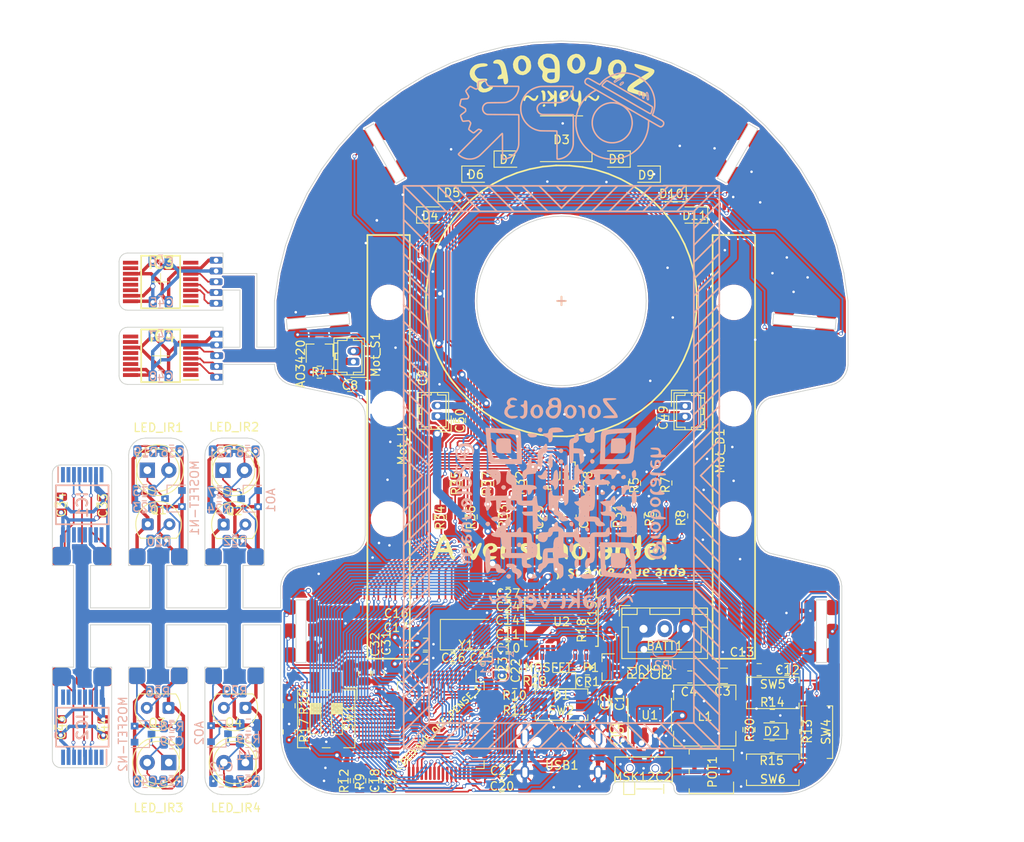
<source format=kicad_pcb>
(kicad_pcb (version 20171130) (host pcbnew "(5.1.2)-2")
  (layers (0 F.Cu jumper) (31 B.Cu signal) (34 B.Paste user) (35 F.Paste user) (36 B.SilkS user) (37 F.SilkS user) (38 B.Mask user) (39 F.Mask user) (44 Edge.Cuts user))
  (net 0 "")
  (net 1 /Sensores_&_Encoders_Zoro/EMI_I_CONN)
  (net 2 /Sensores_&_Encoders_Zoro/GND_I)
  (net 3 "Net-(AO1-Pad3)")
  (net 4 "Net-(AO2-Pad3)")
  (net 5 /Sensores_&_Encoders_Zoro/GND_FI)
  (net 6 /Sensores_&_Encoders_Zoro/EMI_FI_CONN)
  (net 7 /MOT_S_PWM)
  (net 8 GND)
  (net 9 /MOT_S-)
  (net 10 "Net-(BATT1-Pad2)")
  (net 11 "Net-(BATT1-Pad3)")
  (net 12 /MOT_S+)
  (net 13 +3V3)
  (net 14 "Net-(C5-Pad1)")
  (net 15 "Net-(C6-Pad1)")
  (net 16 "Net-(C6-Pad2)")
  (net 17 "Net-(C7-Pad1)")
  (net 18 "Net-(C7-Pad2)")
  (net 19 "Net-(C18-Pad2)")
  (net 20 "Net-(C20-Pad2)")
  (net 21 "Net-(C25-Pad2)")
  (net 22 "Net-(C26-Pad2)")
  (net 23 "Net-(C30-Pad2)")
  (net 24 /Sensores_&_Encoders_Zoro/ENC_1_3.3)
  (net 25 /Sensores_&_Encoders_Zoro/ENC_1_GND)
  (net 26 /Sensores_&_Encoders_Zoro/GND_D)
  (net 27 "Net-(C35-Pad1)")
  (net 28 /Sensores_&_Encoders_Zoro/SEN_D_CONN)
  (net 29 "Net-(C37-Pad1)")
  (net 30 /Sensores_&_Encoders_Zoro/SEN_I_CONN)
  (net 31 "Net-(C39-Pad1)")
  (net 32 /Sensores_&_Encoders_Zoro/GND_FD)
  (net 33 /Sensores_&_Encoders_Zoro/SEN_FD_CONN)
  (net 34 "Net-(C41-Pad1)")
  (net 35 /Sensores_&_Encoders_Zoro/SEN_FI_CONN)
  (net 36 /Sensores_&_Encoders_Zoro/ENC_2_3.3)
  (net 37 /Sensores_&_Encoders_Zoro/ENC_2_GND)
  (net 38 /Sensores_&_Encoders_Zoro/Encoders_Fuji/ENC_1_GND)
  (net 39 /Sensores_&_Encoders_Zoro/Encoders_Fuji/ENC_1_3.3)
  (net 40 /Sensores_&_Encoders_Zoro/Encoders_Fuji/ENC_2_3.3)
  (net 41 /Sensores_&_Encoders_Zoro/Encoders_Fuji/ENC_2_GND)
  (net 42 /RST)
  (net 43 "Net-(D1-Pad2)")
  (net 44 "Net-(D2-Pad2)")
  (net 45 "Net-(D3-Pad4)")
  (net 46 "Net-(D3-Pad5)")
  (net 47 "Net-(D3-Pad6)")
  (net 48 "Net-(D4-Pad2)")
  (net 49 "Net-(D5-Pad2)")
  (net 50 "Net-(D6-Pad2)")
  (net 51 "Net-(D7-Pad2)")
  (net 52 "Net-(D8-Pad2)")
  (net 53 "Net-(D9-Pad2)")
  (net 54 "Net-(D10-Pad2)")
  (net 55 "Net-(D11-Pad2)")
  (net 56 /EMI_D)
  (net 57 /SEN_D)
  (net 58 /Sensores_&_Encoders_Zoro/EMI_D_CONN)
  (net 59 /EMI_FD)
  (net 60 /SEN_FD)
  (net 61 /Sensores_&_Encoders_Zoro/EMI_FD_CONN)
  (net 62 /EMI_FI)
  (net 63 /SEN_FI)
  (net 64 /EMI_I)
  (net 65 /SEN_I)
  (net 66 /CONFIG_MODO)
  (net 67 /CONFIG_UP)
  (net 68 /CONFIG_DOWN)
  (net 69 "Net-(DEIXAME_QUE_PENSE_1-Pad20)")
  (net 70 /LED1)
  (net 71 /LED2)
  (net 72 /LED3)
  (net 73 /LED4)
  (net 74 /LED5)
  (net 75 /LED6)
  (net 76 /LED7)
  (net 77 /LED8)
  (net 78 /TX)
  (net 79 /RX)
  (net 80 /MOT_D_B)
  (net 81 /MOT_D_A)
  (net 82 /MOT_I_B)
  (net 83 /MOT_I_A)
  (net 84 /GYRO_FSYNC)
  (net 85 /MOT_D_PWM)
  (net 86 /MOT_I_PWM)
  (net 87 /GYRO_INT)
  (net 88 /RGB_B)
  (net 89 /RGB_G)
  (net 90 /RGB_R)
  (net 91 /LED_AUX)
  (net 92 /SWDIO)
  (net 93 /SWCLK)
  (net 94 /SPI_NSS)
  (net 95 /SPI_SCK)
  (net 96 /SPI_MISO)
  (net 97 /SPI_MOSI)
  (net 98 /ENC_2_I)
  (net 99 /ENC_1_I)
  (net 100 /ENC_2_B)
  (net 101 /ENC_2_A)
  (net 102 /ENC_1_B)
  (net 103 /ENC_1_A)
  (net 104 /BOOT)
  (net 105 /SW_2)
  (net 106 /SW_1)
  (net 107 /Sensores_&_Encoders_Zoro/ENC_1_I_CONN)
  (net 108 /Sensores_&_Encoders_Zoro/ENC_1_B_CONN)
  (net 109 /Sensores_&_Encoders_Zoro/ENC_1_A_CONN)
  (net 110 /Sensores_&_Encoders_Zoro/ENC_2_A_CONN)
  (net 111 /Sensores_&_Encoders_Zoro/ENC_2_B_CONN)
  (net 112 /Sensores_&_Encoders_Zoro/ENC_2_I_CONN)
  (net 113 "Net-(IC1-Pad1)")
  (net 114 "Net-(IC1-Pad2)")
  (net 115 "Net-(IC1-Pad5)")
  (net 116 "Net-(IC1-Pad8)")
  (net 117 "Net-(IC1-Pad9)")
  (net 118 "Net-(IC1-Pad10)")
  (net 119 "Net-(IC1-Pad12)")
  (net 120 "Net-(IC1-Pad13)")
  (net 121 "Net-(IC1-Pad14)")
  (net 122 "Net-(IC2-Pad14)")
  (net 123 "Net-(IC2-Pad13)")
  (net 124 "Net-(IC2-Pad12)")
  (net 125 "Net-(IC2-Pad10)")
  (net 126 "Net-(IC2-Pad9)")
  (net 127 "Net-(IC2-Pad8)")
  (net 128 "Net-(IC2-Pad5)")
  (net 129 "Net-(IC2-Pad2)")
  (net 130 "Net-(IC2-Pad1)")
  (net 131 "Net-(IC3-Pad1)")
  (net 132 "Net-(IC3-Pad2)")
  (net 133 /Sensores_&_Encoders_Zoro/Encoders_Fuji/ENC_1_A_CONN)
  (net 134 /Sensores_&_Encoders_Zoro/Encoders_Fuji/ENC_1_B_CONN)
  (net 135 "Net-(IC3-Pad5)")
  (net 136 /Sensores_&_Encoders_Zoro/Encoders_Fuji/ENC_1_I_CONN)
  (net 137 "Net-(IC3-Pad8)")
  (net 138 "Net-(IC3-Pad9)")
  (net 139 "Net-(IC3-Pad10)")
  (net 140 "Net-(IC3-Pad12)")
  (net 141 "Net-(IC3-Pad13)")
  (net 142 "Net-(IC3-Pad14)")
  (net 143 "Net-(IC4-Pad14)")
  (net 144 "Net-(IC4-Pad13)")
  (net 145 "Net-(IC4-Pad12)")
  (net 146 "Net-(IC4-Pad10)")
  (net 147 "Net-(IC4-Pad9)")
  (net 148 "Net-(IC4-Pad8)")
  (net 149 /Sensores_&_Encoders_Zoro/Encoders_Fuji/ENC_2_I_CONN)
  (net 150 "Net-(IC4-Pad5)")
  (net 151 /Sensores_&_Encoders_Zoro/Encoders_Fuji/ENC_2_B_CONN)
  (net 152 /Sensores_&_Encoders_Zoro/Encoders_Fuji/ENC_2_A_CONN)
  (net 153 "Net-(IC4-Pad2)")
  (net 154 "Net-(IC4-Pad1)")
  (net 155 "Net-(JP1-Pad2)")
  (net 156 "Net-(LED_IR1-Pad1)")
  (net 157 "Net-(LED_IR3-Pad1)")
  (net 158 "Net-(MOSFET-P1-Pad1)")
  (net 159 /MOT_D-)
  (net 160 /MOT_D+)
  (net 161 /MOT_I+)
  (net 162 /MOT_I-)
  (net 163 "Net-(MSK12C2-Pad1)")
  (net 164 "Net-(POT1-Pad1)")
  (net 165 /Sensores_&_Encoders_Zoro/3.3_D)
  (net 166 /Sensores_&_Encoders_Zoro/3.3_FD)
  (net 167 /Sensores_&_Encoders_Zoro/3.3_FI)
  (net 168 /Sensores_&_Encoders_Zoro/3.3_I)
  (net 169 "Net-(R1-Pad2)")
  (net 170 "Net-(U3-Pad1)")
  (net 171 "Net-(U3-Pad2)")
  (net 172 "Net-(U3-Pad3)")
  (net 173 "Net-(U3-Pad4)")
  (net 174 "Net-(U3-Pad5)")
  (net 175 "Net-(U3-Pad6)")
  (net 176 "Net-(U3-Pad7)")
  (net 177 "Net-(U3-Pad14)")
  (net 178 "Net-(U3-Pad15)")
  (net 179 "Net-(U3-Pad16)")
  (net 180 "Net-(U3-Pad17)")
  (net 181 "Net-(U3-Pad19)")
  (net 182 "Net-(U3-Pad21)")
  (module "libs sueltas:ZoroBot3_curvado1" (layer F.Cu) (at 155.67152 53.21808 180)
    (fp_text reference G*** hide)
    (fp_text value LOGO hide)
  )
  (module "libs sueltas:OPR_24X10_silueta" (layer B.Cu) (at 155.6512 56.41848 180)
    (fp_text reference G*** hide)
    (fp_text value LOGO hide)
  )
  (module "libs sueltas:A ver si no arde" (layer F.Cu) (at 154.17292 108.49356)
    (fp_text reference G*** hide)
    (fp_text value LOGO hide)
  )
  (module MountingHole:MountingHole_2.2mm_M2 (layer F.Cu) (at 135.29564 103.9876)
    (fp_text reference REF** hide)
    (fp_text value MountingHole_2.2mm_M2 hide)
    (pad 1 np_thru_hole circle (at 0 0) (size 2.2 2.2) (drill 2.2) (layers *.Cu *.Mask))
  )
  (module MountingHole:MountingHole_2.2mm_M2 (layer F.Cu) (at 135.29564 90.96248)
    (fp_text reference REF** hide)
    (fp_text value MountingHole_2.2mm_M2 hide)
    (pad 1 np_thru_hole circle (at 0 0) (size 2.2 2.2) (drill 2.2) (layers *.Cu *.Mask))
  )
  (module MountingHole:MountingHole_2.2mm_M2 (layer F.Cu) (at 135.29564 78.4098)
    (fp_text reference REF** hide)
    (fp_text value MountingHole_2.2mm_M2 hide)
    (pad 1 np_thru_hole circle (at 0 0) (size 2.2 2.2) (drill 2.2) (layers *.Cu *.Mask))
  )
  (module MountingHole:MountingHole_2.2mm_M2 (layer F.Cu) (at 176.04232 78.41488)
    (fp_text reference REF** hide)
    (fp_text value MountingHole_2.2mm_M2 hide)
    (pad 1 np_thru_hole circle (at 0 0) (size 2.2 2.2) (drill 2.2) (layers *.Cu *.Mask))
  )
  (module MountingHole:MountingHole_2.2mm_M2 (layer F.Cu) (at 176.04232 103.99268)
    (fp_text reference REF** hide)
    (fp_text value MountingHole_2.2mm_M2 hide)
    (pad 1 np_thru_hole circle (at 0 0) (size 2.2 2.2) (drill 2.2) (layers *.Cu *.Mask))
  )
  (module MountingHole:MountingHole_2.2mm_M2 (layer F.Cu) (at 176.04232 90.96248)
    (fp_text reference REF** hide)
    (fp_text value MountingHole_2.2mm_M2 hide)
    (pad 1 np_thru_hole circle (at 0 0) (size 2.2 2.2) (drill 2.2) (layers *.Cu *.Mask))
  )
  (module "libs sueltas:QR_ZoroBot3" (layer B.Cu) (at 155.6766 102.07244 180)
    (fp_text reference G*** hide)
    (fp_text value LOGO hide)
  )
  (module "libs sueltas:ZoroBot3_curvado1" (layer F.Cu) (at 206.27848 80.98536)
    (fp_text reference G*** hide)
    (fp_text value LOGO hide)
  )
  (module Package_QFP:LQFP-64_10x10mm_P0.5mm (layer F.Cu) (at 141.45448 128.31952 270)
    (fp_text reference DEIXAME_QUE_PENSE_1 (at 0.00508 0.01524 45) (layer F.SilkS) (effects (font (size 0.75 0.75))))
    (fp_text value STM32F405RGT6)
    (pad 1 smd roundrect (at -5.675 -3.75 270) (size 1.55 0.3) (layers F.Cu F.Paste F.Mask) (net 13 +3V3))
    (pad 2 smd roundrect (at -5.675 -3.25 270) (size 1.55 0.3) (layers F.Cu F.Paste F.Mask) (net 66 /CONFIG_MODO))
    (pad 3 smd roundrect (at -5.675 -2.75 270) (size 1.55 0.3) (layers F.Cu F.Paste F.Mask) (net 67 /CONFIG_UP))
    (pad 4 smd roundrect (at -5.675 -2.25 270) (size 1.55 0.3) (layers F.Cu F.Paste F.Mask) (net 68 /CONFIG_DOWN))
    (pad 5 smd roundrect (at -5.675 -1.75 270) (size 1.55 0.3) (layers F.Cu F.Paste F.Mask) (net 21 "Net-(C25-Pad2)"))
    (pad 6 smd roundrect (at -5.675 -1.25 270) (size 1.55 0.3) (layers F.Cu F.Paste F.Mask) (net 22 "Net-(C26-Pad2)"))
    (pad 7 smd roundrect (at -5.675 -0.75 270) (size 1.55 0.3) (layers F.Cu F.Paste F.Mask) (net 42 /RST))
    (pad 8 smd roundrect (at -5.675 -0.25 270) (size 1.55 0.3) (layers F.Cu F.Paste F.Mask) (net 65 /SEN_I))
    (pad 9 smd roundrect (at -5.675 0.25 270) (size 1.55 0.3) (layers F.Cu F.Paste F.Mask) (net 63 /SEN_FI))
    (pad 10 smd roundrect (at -5.675 0.75 270) (size 1.55 0.3) (layers F.Cu F.Paste F.Mask) (net 60 /SEN_FD))
    (pad 11 smd roundrect (at -5.675 1.25 270) (size 1.55 0.3) (layers F.Cu F.Paste F.Mask) (net 57 /SEN_D))
    (pad 12 smd roundrect (at -5.675 1.75 270) (size 1.55 0.3) (layers F.Cu F.Paste F.Mask) (net 8 GND))
    (pad 13 smd roundrect (at -5.675 2.25 270) (size 1.55 0.3) (layers F.Cu F.Paste F.Mask) (net 13 +3V3))
    (pad 14 smd roundrect (at -5.675 2.75 270) (size 1.55 0.3) (layers F.Cu F.Paste F.Mask) (net 64 /EMI_I))
    (pad 15 smd roundrect (at -5.675 3.25 270) (size 1.55 0.3) (layers F.Cu F.Paste F.Mask) (net 62 /EMI_FI))
    (pad 16 smd roundrect (at -5.675 3.75 270) (size 1.55 0.3) (layers F.Cu F.Paste F.Mask) (net 59 /EMI_FD))
    (pad 17 smd roundrect (at -3.75 5.675 270) (size 0.3 1.55) (layers F.Cu F.Paste F.Mask) (net 56 /EMI_D))
    (pad 18 smd roundrect (at -3.25 5.675 270) (size 0.3 1.55) (layers F.Cu F.Paste F.Mask) (net 8 GND))
    (pad 19 smd roundrect (at -2.75 5.675 270) (size 0.3 1.55) (layers F.Cu F.Paste F.Mask) (net 13 +3V3))
    (pad 20 smd roundrect (at -2.25 5.675 270) (size 0.3 1.55) (layers F.Cu F.Paste F.Mask) (net 69 "Net-(DEIXAME_QUE_PENSE_1-Pad20)"))
    (pad 21 smd roundrect (at -1.75 5.675 270) (size 0.3 1.55) (layers F.Cu F.Paste F.Mask) (net 70 /LED1))
    (pad 22 smd roundrect (at -1.25 5.675 270) (size 0.3 1.55) (layers F.Cu F.Paste F.Mask) (net 71 /LED2))
    (pad 23 smd roundrect (at -0.75 5.675 270) (size 0.3 1.55) (layers F.Cu F.Paste F.Mask) (net 72 /LED3))
    (pad 24 smd roundrect (at -0.25 5.675 270) (size 0.3 1.55) (layers F.Cu F.Paste F.Mask) (net 73 /LED4))
    (pad 25 smd roundrect (at 0.25 5.675 270) (size 0.3 1.55) (layers F.Cu F.Paste F.Mask) (net 74 /LED5))
    (pad 26 smd roundrect (at 0.75 5.675 270) (size 0.3 1.55) (layers F.Cu F.Paste F.Mask) (net 75 /LED6))
    (pad 27 smd roundrect (at 1.25 5.675 270) (size 0.3 1.55) (layers F.Cu F.Paste F.Mask) (net 76 /LED7))
    (pad 28 smd roundrect (at 1.75 5.675 270) (size 0.3 1.55) (layers F.Cu F.Paste F.Mask) (net 77 /LED8))
    (pad 29 smd roundrect (at 2.25 5.675 270) (size 0.3 1.55) (layers F.Cu F.Paste F.Mask) (net 78 /TX))
    (pad 30 smd roundrect (at 2.75 5.675 270) (size 0.3 1.55) (layers F.Cu F.Paste F.Mask) (net 79 /RX))
    (pad 31 smd roundrect (at 3.25 5.675 270) (size 0.3 1.55) (layers F.Cu F.Paste F.Mask) (net 19 "Net-(C18-Pad2)"))
    (pad 32 smd roundrect (at 3.75 5.675 270) (size 0.3 1.55) (layers F.Cu F.Paste F.Mask) (net 13 +3V3))
    (pad 33 smd roundrect (at 5.675 3.75 270) (size 1.55 0.3) (layers F.Cu F.Paste F.Mask) (net 80 /MOT_D_B))
    (pad 34 smd roundrect (at 5.675 3.25 270) (size 1.55 0.3) (layers F.Cu F.Paste F.Mask) (net 81 /MOT_D_A))
    (pad 35 smd roundrect (at 5.675 2.75 270) (size 1.55 0.3) (layers F.Cu F.Paste F.Mask) (net 82 /MOT_I_B))
    (pad 36 smd roundrect (at 5.675 2.25 270) (size 1.55 0.3) (layers F.Cu F.Paste F.Mask) (net 83 /MOT_I_A))
    (pad 37 smd roundrect (at 5.675 1.75 270) (size 1.55 0.3) (layers F.Cu F.Paste F.Mask) (net 84 /GYRO_FSYNC))
    (pad 38 smd roundrect (at 5.675 1.25 270) (size 1.55 0.3) (layers F.Cu F.Paste F.Mask) (net 7 /MOT_S_PWM))
    (pad 39 smd roundrect (at 5.675 0.75 270) (size 1.55 0.3) (layers F.Cu F.Paste F.Mask) (net 85 /MOT_D_PWM))
    (pad 40 smd roundrect (at 5.675 0.25 270) (size 1.55 0.3) (layers F.Cu F.Paste F.Mask) (net 86 /MOT_I_PWM))
    (pad 41 smd roundrect (at 5.675 -0.25 270) (size 1.55 0.3) (layers F.Cu F.Paste F.Mask) (net 87 /GYRO_INT))
    (pad 42 smd roundrect (at 5.675 -0.75 270) (size 1.55 0.3) (layers F.Cu F.Paste F.Mask) (net 88 /RGB_B))
    (pad 43 smd roundrect (at 5.675 -1.25 270) (size 1.55 0.3) (layers F.Cu F.Paste F.Mask) (net 89 /RGB_G))
    (pad 44 smd roundrect (at 5.675 -1.75 270) (size 1.55 0.3) (layers F.Cu F.Paste F.Mask) (net 90 /RGB_R))
    (pad 45 smd roundrect (at 5.675 -2.25 270) (size 1.55 0.3) (layers F.Cu F.Paste F.Mask) (net 91 /LED_AUX))
    (pad 46 smd roundrect (at 5.675 -2.75 270) (size 1.55 0.3) (layers F.Cu F.Paste F.Mask) (net 92 /SWDIO))
    (pad 47 smd roundrect (at 5.675 -3.25 270) (size 1.55 0.3) (layers F.Cu F.Paste F.Mask) (net 20 "Net-(C20-Pad2)"))
    (pad 48 smd roundrect (at 5.675 -3.75 270) (size 1.55 0.3) (layers F.Cu F.Paste F.Mask) (net 13 +3V3))
    (pad 49 smd roundrect (at 3.75 -5.675 270) (size 0.3 1.55) (layers F.Cu F.Paste F.Mask) (net 93 /SWCLK))
    (pad 50 smd roundrect (at 3.25 -5.675 270) (size 0.3 1.55) (layers F.Cu F.Paste F.Mask) (net 94 /SPI_NSS))
    (pad 51 smd roundrect (at 2.75 -5.675 270) (size 0.3 1.55) (layers F.Cu F.Paste F.Mask) (net 95 /SPI_SCK))
    (pad 52 smd roundrect (at 2.25 -5.675 270) (size 0.3 1.55) (layers F.Cu F.Paste F.Mask) (net 96 /SPI_MISO))
    (pad 53 smd roundrect (at 1.75 -5.675 270) (size 0.3 1.55) (layers F.Cu F.Paste F.Mask) (net 97 /SPI_MOSI))
    (pad 54 smd roundrect (at 1.25 -5.675 270) (size 0.3 1.55) (layers F.Cu F.Paste F.Mask) (net 98 /ENC_2_I))
    (pad 55 smd roundrect (at 0.75 -5.675 270) (size 0.3 1.55) (layers F.Cu F.Paste F.Mask) (net 99 /ENC_1_I))
    (pad 56 smd roundrect (at 0.25 -5.675 270) (size 0.3 1.55) (layers F.Cu F.Paste F.Mask) (net 100 /ENC_2_B))
    (pad 57 smd roundrect (at -0.25 -5.675 270) (size 0.3 1.55) (layers F.Cu F.Paste F.Mask) (net 101 /ENC_2_A))
    (pad 58 smd roundrect (at -0.75 -5.675 270) (size 0.3 1.55) (layers F.Cu F.Paste F.Mask) (net 102 /ENC_1_B))
    (pad 59 smd roundrect (at -1.25 -5.675 270) (size 0.3 1.55) (layers F.Cu F.Paste F.Mask) (net 103 /ENC_1_A))
    (pad 60 smd roundrect (at -1.75 -5.675 270) (size 0.3 1.55) (layers F.Cu F.Paste F.Mask) (net 104 /BOOT))
    (pad 61 smd roundrect (at -2.25 -5.675 270) (size 0.3 1.55) (layers F.Cu F.Paste F.Mask) (net 105 /SW_2))
    (pad 62 smd roundrect (at -2.75 -5.675 270) (size 0.3 1.55) (layers F.Cu F.Paste F.Mask) (net 106 /SW_1))
    (pad 63 smd roundrect (at -3.25 -5.675 270) (size 0.3 1.55) (layers F.Cu F.Paste F.Mask) (net 8 GND))
    (pad 64 smd roundrect (at -3.75 -5.675 270) (size 0.3 1.55) (layers F.Cu F.Paste F.Mask) (net 13 +3V3))
  )
  (module PCB_ZoroBot_v3:encd_fuji (layer B.Cu) (at 114.90452 73.41616 270)
    (fp_text reference J_ENC_1_CONN1 hide)
    (fp_text value Conn_01x05_Male)
    (pad 5 thru_hole roundrect (at 5.1054 -0.0254 270) (size 0.8 1.524) (drill 0.55) (layers *.Cu *.Mask) (net 133 /Sensores_&_Encoders_Zoro/Encoders_Fuji/ENC_1_A_CONN))
    (pad 4 thru_hole roundrect (at 3.8354 -0.0254 270) (size 0.8 1.524) (drill 0.55) (layers *.Cu *.Mask) (net 134 /Sensores_&_Encoders_Zoro/Encoders_Fuji/ENC_1_B_CONN))
    (pad 3 thru_hole roundrect (at 2.5654 -0.0254 270) (size 0.8 1.524) (drill 0.55) (layers *.Cu *.Mask) (net 136 /Sensores_&_Encoders_Zoro/Encoders_Fuji/ENC_1_I_CONN))
    (pad 2 thru_hole roundrect (at 1.2954 -0.0254 270) (size 0.8 1.524) (drill 0.55) (layers *.Cu *.Mask) (net 39 /Sensores_&_Encoders_Zoro/Encoders_Fuji/ENC_1_3.3))
    (pad 1 thru_hole roundrect (at 0.0254 -0.0254 270) (size 0.8 1.524) (drill 0.55) (layers *.Cu *.Mask) (net 38 /Sensores_&_Encoders_Zoro/Encoders_Fuji/ENC_1_GND))
  )
  (module PCB_ZoroBot_v3:encd_fuji (layer B.Cu) (at 114.98072 82.13852 270)
    (fp_text reference J_ENC_2_CONN1 hide)
    (fp_text value Conn_01x05_Male)
    (pad 1 thru_hole roundrect (at 0.0254 -0.0254 270) (size 0.8 1.524) (drill 0.55) (layers *.Cu *.Mask) (net 41 /Sensores_&_Encoders_Zoro/Encoders_Fuji/ENC_2_GND))
    (pad 2 thru_hole roundrect (at 1.2954 -0.0254 270) (size 0.8 1.524) (drill 0.55) (layers *.Cu *.Mask) (net 40 /Sensores_&_Encoders_Zoro/Encoders_Fuji/ENC_2_3.3))
    (pad 3 thru_hole roundrect (at 2.5654 -0.0254 270) (size 0.8 1.524) (drill 0.55) (layers *.Cu *.Mask) (net 149 /Sensores_&_Encoders_Zoro/Encoders_Fuji/ENC_2_I_CONN))
    (pad 4 thru_hole roundrect (at 3.8354 -0.0254 270) (size 0.8 1.524) (drill 0.55) (layers *.Cu *.Mask) (net 151 /Sensores_&_Encoders_Zoro/Encoders_Fuji/ENC_2_B_CONN))
    (pad 5 thru_hole roundrect (at 5.1054 -0.0254 270) (size 0.8 1.524) (drill 0.55) (layers *.Cu *.Mask) (net 152 /Sensores_&_Encoders_Zoro/Encoders_Fuji/ENC_2_A_CONN))
  )
  (module Sensor_Motion:InvenSense_QFN-24_3x3mm_P0.4mm (layer F.Cu) (at 155.70388 98.8606)
    (fp_text reference U3 (at 0 0.0724) (layer F.SilkS))
    (fp_text value MPU-6500)
    (pad 1 smd roundrect (at -1.5748 -1) (size 0.7 0.2) (layers F.Cu F.Paste F.Mask) (net 170 "Net-(U3-Pad1)"))
    (pad 2 smd roundrect (at -1.5748 -0.6) (size 0.7 0.2) (layers F.Cu F.Paste F.Mask) (net 171 "Net-(U3-Pad2)"))
    (pad 3 smd roundrect (at -1.5748 -0.2) (size 0.7 0.2) (layers F.Cu F.Paste F.Mask) (net 172 "Net-(U3-Pad3)"))
    (pad 4 smd roundrect (at -1.5748 0.2) (size 0.7 0.2) (layers F.Cu F.Paste F.Mask) (net 173 "Net-(U3-Pad4)"))
    (pad 5 smd roundrect (at -1.5748 0.6) (size 0.7 0.2) (layers F.Cu F.Paste F.Mask) (net 174 "Net-(U3-Pad5)"))
    (pad 6 smd roundrect (at -1.5748 1) (size 0.7 0.2) (layers F.Cu F.Paste F.Mask) (net 175 "Net-(U3-Pad6)"))
    (pad 7 smd roundrect (at -1 1.5748 90) (size 0.7 0.2) (layers F.Cu F.Paste F.Mask) (net 176 "Net-(U3-Pad7)"))
    (pad 8 smd roundrect (at -0.6 1.5748 90) (size 0.7 0.2) (layers F.Cu F.Paste F.Mask) (net 13 +3V3))
    (pad 9 smd roundrect (at -0.2 1.5748 90) (size 0.7 0.2) (layers F.Cu F.Paste F.Mask) (net 96 /SPI_MISO))
    (pad 10 smd roundrect (at 0.2 1.5748 90) (size 0.7 0.2) (layers F.Cu F.Paste F.Mask) (net 23 "Net-(C30-Pad2)"))
    (pad 11 smd roundrect (at 0.6 1.5748 90) (size 0.7 0.2) (layers F.Cu F.Paste F.Mask) (net 84 /GYRO_FSYNC))
    (pad 12 smd roundrect (at 1 1.5748 90) (size 0.7 0.2) (layers F.Cu F.Paste F.Mask) (net 87 /GYRO_INT))
    (pad 13 smd roundrect (at 1.5748 1) (size 0.7 0.2) (layers F.Cu F.Paste F.Mask) (net 13 +3V3))
    (pad 14 smd roundrect (at 1.5748 0.6) (size 0.7 0.2) (layers F.Cu F.Paste F.Mask) (net 177 "Net-(U3-Pad14)"))
    (pad 15 smd roundrect (at 1.5748 0.2) (size 0.7 0.2) (layers F.Cu F.Paste F.Mask) (net 178 "Net-(U3-Pad15)"))
    (pad 16 smd roundrect (at 1.5748 -0.2) (size 0.7 0.2) (layers F.Cu F.Paste F.Mask) (net 179 "Net-(U3-Pad16)"))
    (pad 17 smd roundrect (at 1.5748 -0.6) (size 0.7 0.2) (layers F.Cu F.Paste F.Mask) (net 180 "Net-(U3-Pad17)"))
    (pad 18 smd roundrect (at 1.5748 -1) (size 0.7 0.2) (layers F.Cu F.Paste F.Mask) (net 8 GND))
    (pad 19 smd roundrect (at 1 -1.5748 90) (size 0.7 0.2) (layers F.Cu F.Paste F.Mask) (net 181 "Net-(U3-Pad19)"))
    (pad 20 smd roundrect (at 0.6 -1.5748 90) (size 0.7 0.2) (layers F.Cu F.Paste F.Mask) (net 8 GND))
    (pad 21 smd roundrect (at 0.2 -1.5748 90) (size 0.7 0.2) (layers F.Cu F.Paste F.Mask) (net 182 "Net-(U3-Pad21)"))
    (pad 22 smd roundrect (at -0.2 -1.5748 90) (size 0.7 0.2) (layers F.Cu F.Paste F.Mask) (net 94 /SPI_NSS))
    (pad 23 smd roundrect (at -0.6 -1.5748 90) (size 0.7 0.2) (layers F.Cu F.Paste F.Mask) (net 95 /SPI_SCK))
    (pad 24 smd roundrect (at -1 -1.5748 90) (size 0.7 0.2) (layers F.Cu F.Paste F.Mask) (net 97 /SPI_MOSI))
  )
  (module PCB_ZoroBot_v3:Placa_Dat_Encd_Zoro (layer F.Cu) (at 98.91456 108.38052 180)
    (fp_text reference ENC_1_DAT_CONN1 hide)
    (fp_text value Conn_01x03_Male)
    (pad 1 smd roundrect (at -2.9972 0 180) (size 1.4 2.2) (layers F.Cu F.Paste F.Mask) (net 107 /Sensores_&_Encoders_Zoro/ENC_1_I_CONN))
    (pad 2 smd roundrect (at -0.1905 -0.0635 180) (size 1.4 2.2) (layers F.Cu F.Paste F.Mask) (net 108 /Sensores_&_Encoders_Zoro/ENC_1_B_CONN))
    (pad 3 smd roundrect (at 2.6162 0 180) (size 1.4 2.2) (layers F.Cu F.Paste F.Mask) (net 109 /Sensores_&_Encoders_Zoro/ENC_1_A_CONN))
  )
  (module PCB_ZoroBot_v3:Placa_Dat_Encd_Zoro (layer F.Cu) (at 99.27524 122.60452)
    (fp_text reference ENC_2_DAT_CONN1 hide)
    (fp_text value Conn_01x03_Male)
    (pad 3 smd roundrect (at 2.6162 0) (size 1.4 2.2) (layers F.Cu F.Paste F.Mask) (net 110 /Sensores_&_Encoders_Zoro/ENC_2_A_CONN))
    (pad 2 smd roundrect (at -0.1905 -0.0635) (size 1.4 2.2) (layers F.Cu F.Paste F.Mask) (net 111 /Sensores_&_Encoders_Zoro/ENC_2_B_CONN))
    (pad 1 smd roundrect (at -2.9972 -0.0254) (size 1.4 2.2) (layers F.Cu F.Paste F.Mask) (net 112 /Sensores_&_Encoders_Zoro/ENC_2_I_CONN))
  )
  (module "libs sueltas:MSK12C2" (layer F.Cu) (at 161.5154 134.77112 90)
    (fp_text reference MSK12C2 (at 0.34416 3.7116 180) (layer F.SilkS))
    (fp_text value SW_DPDT_x2)
    (pad NC smd rect (at 1.3 -0.1 90) (size 2.8 1) (layers F.Cu F.Paste F.Mask))
    (pad 1 smd rect (at 3.2 1.5 180) (size 0.7 1) (layers F.Cu F.Paste F.Mask) (net 163 "Net-(MSK12C2-Pad1)"))
    (pad 3 smd rect (at 3.2 6 180) (size 0.7 1) (layers F.Cu F.Paste F.Mask) (net 158 "Net-(MOSFET-P1-Pad1)"))
    (pad 2 smd rect (at 3.2 4.5 180) (size 0.7 1) (layers F.Cu F.Paste F.Mask) (net 8 GND))
    (pad NC smd rect (at 1.3 7.85 90) (size 2.8 1) (layers F.Cu F.Paste F.Mask))
    (pad "" np_thru_hole circle (at 1.4 2.25 90) (size 0.9 0.9) (drill 0.7) (layers *.Cu *.Mask))
    (pad "" np_thru_hole circle (at 1.35 5.25 90) (size 0.9 0.9) (drill 0.7) (layers *.Cu *.Mask))
  )
  (module Package_TO_SOT_SMD:SOT-23 (layer B.Cu) (at 118.8942 101.58348 180)
    (fp_text reference AO1 (at -2.49748 -0.20448 90) (layer B.SilkS) (effects (justify mirror)))
    (fp_text value MOSFET-N)
    (pad 1 smd rect (at -1 0.95 180) (size 0.9 0.8) (layers B.Cu B.Paste B.Mask) (net 1 /Sensores_&_Encoders_Zoro/EMI_I_CONN))
    (pad 2 smd rect (at -1 -0.95 180) (size 0.9 0.8) (layers B.Cu B.Paste B.Mask) (net 2 /Sensores_&_Encoders_Zoro/GND_I))
    (pad 3 smd rect (at 1 0 180) (size 0.9 0.8) (layers B.Cu B.Paste B.Mask) (net 3 "Net-(AO1-Pad3)"))
  )
  (module Package_TO_SOT_SMD:SOT-23 (layer B.Cu) (at 115.3382 129.32028)
    (fp_text reference AO2 (at -2.39456 -0.06984 90) (layer B.SilkS) (effects (justify mirror)))
    (fp_text value MOSFET-N)
    (pad 3 smd rect (at 1 0) (size 0.9 0.8) (layers B.Cu B.Paste B.Mask) (net 4 "Net-(AO2-Pad3)"))
    (pad 2 smd rect (at -1 -0.95) (size 0.9 0.8) (layers B.Cu B.Paste B.Mask) (net 5 /Sensores_&_Encoders_Zoro/GND_FI))
    (pad 1 smd rect (at -1 0.95) (size 0.9 0.8) (layers B.Cu B.Paste B.Mask) (net 6 /Sensores_&_Encoders_Zoro/EMI_FI_CONN))
  )
  (module Package_TO_SOT_SMD:SOT-23 (layer F.Cu) (at 127.1492 84.09304 90)
    (fp_text reference AO3420 (at -1.56592 -2.24216 270) (layer F.SilkS))
    (fp_text value MOSFET-N)
    (pad 1 smd rect (at -1 -0.95 90) (size 0.9 0.8) (layers F.Cu F.Paste F.Mask) (net 7 /MOT_S_PWM))
    (pad 2 smd rect (at -1 0.95 90) (size 0.9 0.8) (layers F.Cu F.Paste F.Mask) (net 8 GND))
    (pad 3 smd rect (at 1 0 90) (size 0.9 0.8) (layers F.Cu F.Paste F.Mask) (net 9 /MOT_S-))
  )
  (module Capacitor_SMD:C_1206_3216Metric (layer F.Cu) (at 162.53648 125.76428 270)
    (fp_text reference C1 (at -0.10032 -0.0286 90) (layer F.SilkS))
    (fp_text value 10uF)
    (pad 2 smd roundrect (at 1.4 0 270) (size 1.25 1.75) (layers F.Cu F.Paste F.Mask) (roundrect_rratio 0.2) (net 8 GND))
    (pad 1 smd roundrect (at -1.4 0 270) (size 1.25 1.75) (layers F.Cu F.Paste F.Mask) (roundrect_rratio 0.2) (net 12 /MOT_S+))
  )
  (module Capacitor_SMD:C_0805_2012Metric (layer F.Cu) (at 160.76356 125.67284 270)
    (fp_text reference C2 (at -0.0546 -0.1048 90) (layer F.SilkS))
    (fp_text value 10uF)
    (pad 1 smd roundrect (at -0.9375 0 270) (size 0.975 1.4) (layers F.Cu F.Paste F.Mask) (net 12 /MOT_S+))
    (pad 2 smd roundrect (at 0.9375 0 270) (size 0.975 1.4) (layers F.Cu F.Paste F.Mask) (net 8 GND))
  )
  (module Capacitor_SMD:C_1206_3216Metric (layer F.Cu) (at 174.698 122.49784 180)
    (fp_text reference C3 (at 0 -1.82) (layer F.SilkS))
    (fp_text value 22uF)
    (pad 1 smd roundrect (at -1.4 0 180) (size 1.25 1.75) (layers F.Cu F.Paste F.Mask) (roundrect_rratio 0.2) (net 13 +3V3))
    (pad 2 smd roundrect (at 1.4 0 180) (size 1.25 1.75) (layers F.Cu F.Paste F.Mask) (roundrect_rratio 0.2) (net 8 GND))
  )
  (module Capacitor_SMD:C_0805_2012Metric (layer F.Cu) (at 170.8404 122.62104)
    (fp_text reference C4 (at -0.10668 1.75768) (layer F.SilkS))
    (fp_text value 22uF)
    (pad 2 smd roundrect (at 0.9375 0) (size 0.975 1.4) (layers F.Cu F.Paste F.Mask) (net 8 GND))
    (pad 1 smd roundrect (at -0.9375 0) (size 0.975 1.4) (layers F.Cu F.Paste F.Mask) (net 13 +3V3))
  )
  (module Capacitor_SMD:C_0603_1608Metric (layer F.Cu) (at 162.18088 128.69036 180)
    (fp_text reference C5 (at -0.00828 -0.07748) (layer F.SilkS))
    (fp_text value 0.1uF)
    (pad 2 smd roundrect (at 0.7875 0 180) (size 0.875 0.95) (layers F.Cu F.Paste F.Mask) (net 8 GND))
    (pad 1 smd roundrect (at -0.7875 0 180) (size 0.875 0.95) (layers F.Cu F.Paste F.Mask) (net 14 "Net-(C5-Pad1)"))
  )
  (module Capacitor_SMD:C_0603_1608Metric (layer F.Cu) (at 166.75796 122.0254 90)
    (fp_text reference C6 (at -0.00636 0.04384 90) (layer F.SilkS))
    (fp_text value 3.9nF)
    (pad 1 smd roundrect (at -0.7875 0 90) (size 0.875 0.95) (layers F.Cu F.Paste F.Mask) (net 15 "Net-(C6-Pad1)"))
    (pad 2 smd roundrect (at 0.7875 0 90) (size 0.875 0.95) (layers F.Cu F.Paste F.Mask) (net 16 "Net-(C6-Pad2)"))
  )
  (module Capacitor_SMD:C_0603_1608Metric (layer F.Cu) (at 162.1758 130.0518 180)
    (fp_text reference C7 (at -0.06416 -0.03176) (layer F.SilkS))
    (fp_text value 0.01uF)
    (pad 1 smd roundrect (at -0.7875 0 180) (size 0.875 0.95) (layers F.Cu F.Paste F.Mask) (net 17 "Net-(C7-Pad1)"))
    (pad 2 smd roundrect (at 0.7875 0 180) (size 0.875 0.95) (layers F.Cu F.Paste F.Mask) (net 18 "Net-(C7-Pad2)"))
  )
  (module Capacitor_SMD:C_0805_2012Metric (layer F.Cu) (at 130.7052 88.23324)
    (fp_text reference C8 (at 0.01844 -0.01904) (layer F.SilkS))
    (fp_text value 10uF)
    (pad 1 smd roundrect (at -0.9375 0) (size 0.975 1.4) (layers F.Cu F.Paste F.Mask) (net 8 GND))
    (pad 2 smd roundrect (at 0.9375 0) (size 0.975 1.4) (layers F.Cu F.Paste F.Mask) (net 12 /MOT_S+))
  )
  (module Capacitor_SMD:C_0805_2012Metric (layer F.Cu) (at 139.27516 87.3036 270)
    (fp_text reference C9 (at 0.0216 -0.05908 90) (layer F.SilkS))
    (fp_text value 0.1uF)
    (pad 2 smd roundrect (at 0.9375 0 270) (size 0.975 1.4) (layers F.Cu F.Paste F.Mask) (net 12 /MOT_S+))
    (pad 1 smd roundrect (at -0.9375 0 270) (size 0.975 1.4) (layers F.Cu F.Paste F.Mask) (net 8 GND))
  )
  (module Capacitor_SMD:C_0805_2012Metric (layer F.Cu) (at 149.38436 119.18568)
    (fp_text reference C10 (at 0.01336 0.04192) (layer F.SilkS))
    (fp_text value 47uF)
    (pad 2 smd roundrect (at 0.9375 0) (size 0.975 1.4) (layers F.Cu F.Paste F.Mask) (net 12 /MOT_S+))
    (pad 1 smd roundrect (at -0.9375 0) (size 0.975 1.4) (layers F.Cu F.Paste F.Mask) (net 8 GND))
  )
  (module Capacitor_SMD:C_0805_2012Metric (layer F.Cu) (at 149.3742 117.59056)
    (fp_text reference C11 (at -0.02728 0.00128) (layer F.SilkS))
    (fp_text value 10uF)
    (pad 1 smd roundrect (at -0.9375 0) (size 0.975 1.4) (layers F.Cu F.Paste F.Mask) (net 8 GND))
    (pad 2 smd roundrect (at 0.9375 0) (size 0.975 1.4) (layers F.Cu F.Paste F.Mask) (net 12 /MOT_S+))
  )
  (module Capacitor_SMD:C_0805_2012Metric (layer F.Cu) (at 182.28752 121.73584 180)
    (fp_text reference C12 (at -0.07432 -0.06224 180) (layer F.SilkS))
    (fp_text value 47uF)
    (pad 2 smd roundrect (at 0.9375 0 180) (size 0.975 1.4) (layers F.Cu F.Paste F.Mask) (net 8 GND))
    (pad 1 smd roundrect (at -0.9375 0 180) (size 0.975 1.4) (layers F.Cu F.Paste F.Mask) (net 13 +3V3))
  )
  (module Capacitor_SMD:C_0805_2012Metric (layer F.Cu) (at 179.03124 121.76124)
    (fp_text reference C13 (at -2.0288 -2.06628) (layer F.SilkS))
    (fp_text value 47uF)
    (pad 1 smd roundrect (at -0.9375 0) (size 0.975 1.4) (layers F.Cu F.Paste F.Mask) (net 13 +3V3))
    (pad 2 smd roundrect (at 0.9375 0) (size 0.975 1.4) (layers F.Cu F.Paste F.Mask) (net 8 GND))
  )
  (module Capacitor_SMD:C_0805_2012Metric (layer F.Cu) (at 149.36404 115.96496)
    (fp_text reference C14 (at -0.03236 -0.01904) (layer F.SilkS))
    (fp_text value 0.1uF)
    (pad 2 smd roundrect (at 0.9375 0) (size 0.975 1.4) (layers F.Cu F.Paste F.Mask) (net 12 /MOT_S+))
    (pad 1 smd roundrect (at -0.9375 0) (size 0.975 1.4) (layers F.Cu F.Paste F.Mask) (net 8 GND))
  )
  (module Capacitor_SMD:C_0805_2012Metric (layer F.Cu) (at 161.34268 114.68988 90)
    (fp_text reference C15 (at -0.39244 -2.00848 90) (layer F.SilkS))
    (fp_text value 47uF)
    (pad 1 smd roundrect (at -0.9375 0 90) (size 0.975 1.4) (layers F.Cu F.Paste F.Mask) (net 8 GND))
    (pad 2 smd roundrect (at 0.9375 0 90) (size 0.975 1.4) (layers F.Cu F.Paste F.Mask) (net 12 /MOT_S+))
  )
  (module Capacitor_SMD:C_0805_2012Metric (layer F.Cu) (at 139.65108 118.75896 180)
    (fp_text reference C16 (at 3.4512 3.636) (layer F.SilkS))
    (fp_text value 0.1uF)
    (pad 1 smd roundrect (at -0.9375 0 180) (size 0.975 1.4) (layers F.Cu F.Paste F.Mask) (net 8 GND))
    (pad 2 smd roundrect (at 0.9375 0 180) (size 0.975 1.4) (layers F.Cu F.Paste F.Mask) (net 13 +3V3))
  )
  (module Capacitor_SMD:C_0805_2012Metric (layer F.Cu) (at 139.62568 120.38964 180)
    (fp_text reference C17 (at 3.46644 3.5852) (layer F.SilkS))
    (fp_text value 1uF)
    (pad 1 smd roundrect (at -0.9375 0 180) (size 0.975 1.4) (layers F.Cu F.Paste F.Mask) (net 8 GND))
    (pad 2 smd roundrect (at 0.9375 0 180) (size 0.975 1.4) (layers F.Cu F.Paste F.Mask) (net 13 +3V3))
  )
  (module Capacitor_SMD:C_0805_2012Metric (layer F.Cu) (at 133.69544 134.87908 90)
    (fp_text reference C18 (at 0.01396 -0.01712 90) (layer F.SilkS))
    (fp_text value 2.2uF)
    (pad 1 smd roundrect (at -0.9375 0 90) (size 0.975 1.4) (layers F.Cu F.Paste F.Mask) (net 8 GND))
    (pad 2 smd roundrect (at 0.9375 0 90) (size 0.975 1.4) (layers F.Cu F.Paste F.Mask) (net 19 "Net-(C18-Pad2)"))
  )
  (module Capacitor_SMD:C_0805_2012Metric (layer F.Cu) (at 135.51916 134.86384 90)
    (fp_text reference C19 (at -0.02668 0.04892 90) (layer F.SilkS))
    (fp_text value 0.1uF)
    (pad 2 smd roundrect (at 0.9375 0 90) (size 0.975 1.4) (layers F.Cu F.Paste F.Mask) (net 13 +3V3))
    (pad 1 smd roundrect (at -0.9375 0 90) (size 0.975 1.4) (layers F.Cu F.Paste F.Mask) (net 8 GND))
  )
  (module Capacitor_SMD:C_0805_2012Metric (layer F.Cu) (at 148.65284 135.45692 180)
    (fp_text reference C20 (at -0.00828 -0.0724) (layer F.SilkS))
    (fp_text value 2.2uF)
    (pad 1 smd roundrect (at -0.9375 0 180) (size 0.975 1.4) (layers F.Cu F.Paste F.Mask) (net 8 GND))
    (pad 2 smd roundrect (at 0.9375 0 180) (size 0.975 1.4) (layers F.Cu F.Paste F.Mask) (net 20 "Net-(C20-Pad2)"))
  )
  (module Capacitor_SMD:C_0805_2012Metric (layer F.Cu) (at 148.64268 133.66876 180)
    (fp_text reference C21 (at -0.05908 -0.02668) (layer F.SilkS))
    (fp_text value 0.1uF)
    (pad 2 smd roundrect (at 0.9375 0 180) (size 0.975 1.4) (layers F.Cu F.Paste F.Mask) (net 13 +3V3))
    (pad 1 smd roundrect (at -0.9375 0 180) (size 0.975 1.4) (layers F.Cu F.Paste F.Mask) (net 8 GND))
  )
  (module Capacitor_SMD:C_0805_2012Metric (layer F.Cu) (at 150.27844 121.76632 270)
    (fp_text reference C22 (at 0.10796 -0.00828 90) (layer F.SilkS))
    (fp_text value 4.7uF)
    (pad 2 smd roundrect (at 0.9375 0 270) (size 0.975 1.4) (layers F.Cu F.Paste F.Mask) (net 13 +3V3))
    (pad 1 smd roundrect (at -0.9375 0 270) (size 0.975 1.4) (layers F.Cu F.Paste F.Mask) (net 8 GND))
  )
  (module Capacitor_SMD:C_0805_2012Metric (layer F.Cu) (at 148.66808 121.51232 270)
    (fp_text reference C23 (at 0.13844 -0.1048 90) (layer F.SilkS))
    (fp_text value 0.1uF)
    (pad 1 smd roundrect (at -0.9375 0 270) (size 0.975 1.4) (layers F.Cu F.Paste F.Mask) (net 8 GND))
    (pad 2 smd roundrect (at 0.9375 0 270) (size 0.975 1.4) (layers F.Cu F.Paste F.Mask) (net 13 +3V3))
  )
  (module Capacitor_SMD:C_0805_2012Metric (layer F.Cu) (at 149.37928 114.36476)
    (fp_text reference C24 (at 0.0032 -0.03428) (layer F.SilkS))
    (fp_text value 10uF)
    (pad 2 smd roundrect (at 0.9375 0) (size 0.975 1.4) (layers F.Cu F.Paste F.Mask) (net 12 /MOT_S+))
    (pad 1 smd roundrect (at -0.9375 0) (size 0.975 1.4) (layers F.Cu F.Paste F.Mask) (net 8 GND))
  )
  (module Capacitor_SMD:C_0805_2012Metric (layer F.Cu) (at 146.2786 120.38076 180)
    (fp_text reference C25 (at 0.00828 0.00128) (layer F.SilkS))
    (fp_text value 20pF)
    (pad 1 smd roundrect (at -0.9375 0 180) (size 0.975 1.4) (layers F.Cu F.Paste F.Mask) (net 8 GND))
    (pad 2 smd roundrect (at 0.9375 0 180) (size 0.975 1.4) (layers F.Cu F.Paste F.Mask) (net 21 "Net-(C25-Pad2)"))
  )
  (module Capacitor_SMD:C_0805_2012Metric (layer F.Cu) (at 142.90736 120.36932 180)
    (fp_text reference C26 (at -0.02352 -0.00128) (layer F.SilkS))
    (fp_text value 20pF)
    (pad 1 smd roundrect (at -0.9375 0 180) (size 0.975 1.4) (layers F.Cu F.Paste F.Mask) (net 8 GND))
    (pad 2 smd roundrect (at 0.9375 0 180) (size 0.975 1.4) (layers F.Cu F.Paste F.Mask) (net 22 "Net-(C26-Pad2)"))
  )
  (module Capacitor_SMD:C_0805_2012Metric (layer F.Cu) (at 149.39452 112.7544)
    (fp_text reference C27 (at -0.01204 0.01144) (layer F.SilkS))
    (fp_text value 0.1uF)
    (pad 1 smd roundrect (at -0.9375 0) (size 0.975 1.4) (layers F.Cu F.Paste F.Mask) (net 8 GND))
    (pad 2 smd roundrect (at 0.9375 0) (size 0.975 1.4) (layers F.Cu F.Paste F.Mask) (net 12 /MOT_S+))
  )
  (module Capacitor_SMD:C_0805_2012Metric (layer F.Cu) (at 160.46384 99.73944 90)
    (fp_text reference C28 (at 0 -1.65 90) (layer F.SilkS))
    (fp_text value 0.1uF)
    (pad 2 smd roundrect (at 0.9375 0 90) (size 0.975 1.4) (layers F.Cu F.Paste F.Mask) (net 13 +3V3))
    (pad 1 smd roundrect (at -0.9375 0 90) (size 0.975 1.4) (layers F.Cu F.Paste F.Mask) (net 8 GND))
  )
  (module Capacitor_SMD:C_0805_2012Metric (layer F.Cu) (at 154.69804 103.77296 90)
    (fp_text reference C29 (at 0 -1.65 90) (layer F.SilkS))
    (fp_text value 0.01uF)
    (pad 2 smd roundrect (at 0.9375 0 90) (size 0.975 1.4) (layers F.Cu F.Paste F.Mask) (net 13 +3V3))
    (pad 1 smd roundrect (at -0.9375 0 90) (size 0.975 1.4) (layers F.Cu F.Paste F.Mask) (net 8 GND))
  )
  (module Capacitor_SMD:C_0805_2012Metric (layer F.Cu) (at 156.7148 103.75264 90)
    (fp_text reference C30 (at 0.04952 1.64404 90) (layer F.SilkS))
    (fp_text value 0.1uF)
    (pad 1 smd roundrect (at -0.9375 0 90) (size 0.975 1.4) (layers F.Cu F.Paste F.Mask) (net 8 GND))
    (pad 2 smd roundrect (at 0.9375 0 90) (size 0.975 1.4) (layers F.Cu F.Paste F.Mask) (net 23 "Net-(C30-Pad2)"))
  )
  (module Capacitor_SMD:C_0805_2012Metric (layer F.Cu) (at 134.07832 122.19812 270)
    (fp_text reference C31 (at -3.54456 -0.92776 90) (layer F.SilkS))
    (fp_text value 0.1uF)
    (pad 2 smd roundrect (at 0.9375 0 270) (size 0.975 1.4) (layers F.Cu F.Paste F.Mask) (net 13 +3V3))
    (pad 1 smd roundrect (at -0.9375 0 270) (size 0.975 1.4) (layers F.Cu F.Paste F.Mask) (net 8 GND))
  )
  (module Capacitor_SMD:C_0805_2012Metric (layer F.Cu) (at 132.46288 122.19812 270)
    (fp_text reference C32 (at -3.4074 -1.2224 90) (layer F.SilkS))
    (fp_text value 1uF)
    (pad 1 smd roundrect (at -0.9375 0 270) (size 0.975 1.4) (layers F.Cu F.Paste F.Mask) (net 8 GND))
    (pad 2 smd roundrect (at 0.9375 0 270) (size 0.975 1.4) (layers F.Cu F.Paste F.Mask) (net 13 +3V3))
  )
  (module Capacitor_SMD:C_0805_2012Metric (layer F.Cu) (at 101.5714 102.34548 90)
    (fp_text reference C33 (at -0.05208 0.01336 90) (layer F.SilkS))
    (fp_text value 1uF)
    (pad 1 smd roundrect (at -0.9375 0 90) (size 0.975 1.4) (layers F.Cu F.Paste F.Mask) (net 24 /Sensores_&_Encoders_Zoro/ENC_1_3.3))
    (pad 2 smd roundrect (at 0.9375 0 90) (size 0.975 1.4) (layers F.Cu F.Paste F.Mask) (net 25 /Sensores_&_Encoders_Zoro/ENC_1_GND))
  )
  (module Capacitor_SMD:C_0805_2012Metric (layer F.Cu) (at 96.6438 102.29468 90)
    (fp_text reference C34 (at -0.02668 0.03876 90) (layer F.SilkS))
    (fp_text value 0.1uF)
    (pad 2 smd roundrect (at 0.9375 0 90) (size 0.975 1.4) (layers F.Cu F.Paste F.Mask) (net 25 /Sensores_&_Encoders_Zoro/ENC_1_GND))
    (pad 1 smd roundrect (at -0.9375 0 90) (size 0.975 1.4) (layers F.Cu F.Paste F.Mask) (net 24 /Sensores_&_Encoders_Zoro/ENC_1_3.3))
  )
  (module Capacitor_SMD:C_0805_2012Metric (layer B.Cu) (at 106.47868 100.63352 180)
    (fp_text reference C35 (at -0.03876 -0.09272 180) (layer B.SilkS) (effects (justify mirror)))
    (fp_text value 10uF)
    (pad 2 smd roundrect (at 0.9375 0 180) (size 0.975 1.4) (layers B.Cu B.Paste B.Mask) (net 26 /Sensores_&_Encoders_Zoro/GND_D))
    (pad 1 smd roundrect (at -0.9375 0 180) (size 0.975 1.4) (layers B.Cu B.Paste B.Mask) (net 27 "Net-(C35-Pad1)"))
  )
  (module Capacitor_SMD:C_0805_2012Metric (layer B.Cu) (at 109.674 95.97516)
    (fp_text reference C36 (at 0.15052 0.15368) (layer B.SilkS) (effects (justify mirror)))
    (fp_text value 0.1uF)
    (pad 1 smd roundrect (at -0.9375 0) (size 0.975 1.4) (layers B.Cu B.Paste B.Mask) (net 165 /Sensores_&_Encoders_Zoro/3.3_D))
    (pad 2 smd roundrect (at 0.9375 0) (size 0.975 1.4) (layers B.Cu B.Paste B.Mask) (net 26 /Sensores_&_Encoders_Zoro/GND_D))
  )
  (module Capacitor_SMD:C_0805_2012Metric (layer B.Cu) (at 115.3382 100.77068 180)
    (fp_text reference C37 (at -0.03368 -0.05716) (layer B.SilkS) (effects (justify mirror)))
    (fp_text value 10uF)
    (pad 1 smd roundrect (at -0.9375 0 180) (size 0.975 1.4) (layers B.Cu B.Paste B.Mask) (net 29 "Net-(C37-Pad1)"))
    (pad 2 smd roundrect (at 0.9375 0 180) (size 0.975 1.4) (layers B.Cu B.Paste B.Mask) (net 2 /Sensores_&_Encoders_Zoro/GND_I))
  )
  (module Capacitor_SMD:C_0805_2012Metric (layer B.Cu) (at 118.6402 95.99548)
    (fp_text reference C38 (at 0.09972 0.1232) (layer B.SilkS) (effects (justify mirror)))
    (fp_text value 0.1uF)
    (pad 2 smd roundrect (at 0.9375 0) (size 0.975 1.4) (layers B.Cu B.Paste B.Mask) (net 2 /Sensores_&_Encoders_Zoro/GND_I))
    (pad 1 smd roundrect (at -0.9375 0) (size 0.975 1.4) (layers B.Cu B.Paste B.Mask) (net 168 /Sensores_&_Encoders_Zoro/3.3_I))
  )
  (module Capacitor_SMD:C_0805_2012Metric (layer B.Cu) (at 109.6994 130.38708)
    (fp_text reference C39 (at 0.00828 -0.1816) (layer B.SilkS) (effects (justify mirror)))
    (fp_text value 10uF)
    (pad 1 smd roundrect (at -0.9375 0) (size 0.975 1.4) (layers B.Cu B.Paste B.Mask) (net 31 "Net-(C39-Pad1)"))
    (pad 2 smd roundrect (at 0.9375 0) (size 0.975 1.4) (layers B.Cu B.Paste B.Mask) (net 32 /Sensores_&_Encoders_Zoro/GND_FD))
  )
  (module Capacitor_SMD:C_0805_2012Metric (layer B.Cu) (at 106.5498 134.95908 180)
    (fp_text reference C40 (at 0.00188 -0.01144) (layer B.SilkS) (effects (justify mirror)))
    (fp_text value 0.1uF)
    (pad 1 smd roundrect (at -0.9375 0 180) (size 0.975 1.4) (layers B.Cu B.Paste B.Mask) (net 166 /Sensores_&_Encoders_Zoro/3.3_FD))
    (pad 2 smd roundrect (at 0.9375 0 180) (size 0.975 1.4) (layers B.Cu B.Paste B.Mask) (net 32 /Sensores_&_Encoders_Zoro/GND_FD))
  )
  (module Capacitor_SMD:C_0805_2012Metric (layer B.Cu) (at 118.691 130.23468)
    (fp_text reference C41 (at 0 1.65) (layer B.SilkS) (effects (justify mirror)))
    (fp_text value 10uF)
    (pad 2 smd roundrect (at 0.9375 0) (size 0.975 1.4) (layers B.Cu B.Paste B.Mask) (net 5 /Sensores_&_Encoders_Zoro/GND_FI))
    (pad 1 smd roundrect (at -0.9375 0) (size 0.975 1.4) (layers B.Cu B.Paste B.Mask) (net 34 "Net-(C41-Pad1)"))
  )
  (module Capacitor_SMD:C_0805_2012Metric (layer B.Cu) (at 115.5414 134.90828 180)
    (fp_text reference C42 (at 0 1.65) (layer B.SilkS) (effects (justify mirror)))
    (fp_text value 0.1uF)
    (pad 2 smd roundrect (at 0.9375 0 180) (size 0.975 1.4) (layers B.Cu B.Paste B.Mask) (net 5 /Sensores_&_Encoders_Zoro/GND_FI))
    (pad 1 smd roundrect (at -0.9375 0 180) (size 0.975 1.4) (layers B.Cu B.Paste B.Mask) (net 167 /Sensores_&_Encoders_Zoro/3.3_FI))
  )
  (module Capacitor_SMD:C_0805_2012Metric (layer F.Cu) (at 96.593 128.55828 270)
    (fp_text reference C43 (at 0.03684 -0.04384 90) (layer F.SilkS))
    (fp_text value 1uF)
    (pad 1 smd roundrect (at -0.9375 0 270) (size 0.975 1.4) (layers F.Cu F.Paste F.Mask) (net 36 /Sensores_&_Encoders_Zoro/ENC_2_3.3))
    (pad 2 smd roundrect (at 0.9375 0 270) (size 0.975 1.4) (layers F.Cu F.Paste F.Mask) (net 37 /Sensores_&_Encoders_Zoro/ENC_2_GND))
  )
  (module Capacitor_SMD:C_0805_2012Metric (layer F.Cu) (at 101.6222 128.55828 270)
    (fp_text reference C44 (at 0.2248 -0.0032 90) (layer F.SilkS))
    (fp_text value 0.1uF)
    (pad 2 smd roundrect (at 0.9375 0 270) (size 0.975 1.4) (layers F.Cu F.Paste F.Mask) (net 37 /Sensores_&_Encoders_Zoro/ENC_2_GND))
    (pad 1 smd roundrect (at -0.9375 0 270) (size 0.975 1.4) (layers F.Cu F.Paste F.Mask) (net 36 /Sensores_&_Encoders_Zoro/ENC_2_3.3))
  )
  (module Capacitor_SMD:C_0805_2012Metric (layer B.Cu) (at 108.39704 78.37424)
    (fp_text reference C45 (at 0.11176 0.06096 180) (layer B.SilkS) (effects (justify mirror)))
    (fp_text value 1uF)
    (pad 2 smd roundrect (at 0.9375 0) (size 0.975 1.4) (layers B.Cu B.Paste B.Mask) (net 38 /Sensores_&_Encoders_Zoro/Encoders_Fuji/ENC_1_GND))
    (pad 1 smd roundrect (at -0.9375 0) (size 0.975 1.4) (layers B.Cu B.Paste B.Mask) (net 39 /Sensores_&_Encoders_Zoro/Encoders_Fuji/ENC_1_3.3))
  )
  (module Capacitor_SMD:C_0805_2012Metric (layer B.Cu) (at 108.3818 73.53808 180)
    (fp_text reference C46 (at -0.1016 -0.0254 180) (layer B.SilkS) (effects (justify mirror)))
    (fp_text value 0.1uF)
    (pad 2 smd roundrect (at 0.9375 0 180) (size 0.975 1.4) (layers B.Cu B.Paste B.Mask) (net 38 /Sensores_&_Encoders_Zoro/Encoders_Fuji/ENC_1_GND))
    (pad 1 smd roundrect (at -0.9375 0 180) (size 0.975 1.4) (layers B.Cu B.Paste B.Mask) (net 39 /Sensores_&_Encoders_Zoro/Encoders_Fuji/ENC_1_3.3))
  )
  (module Capacitor_SMD:C_0805_2012Metric (layer B.Cu) (at 108.39196 82.3214 180)
    (fp_text reference C47 (at -0.03048 -0.03556 180) (layer B.SilkS) (effects (justify mirror)))
    (fp_text value 1uF)
    (pad 1 smd roundrect (at -0.9375 0 180) (size 0.975 1.4) (layers B.Cu B.Paste B.Mask) (net 40 /Sensores_&_Encoders_Zoro/Encoders_Fuji/ENC_2_3.3))
    (pad 2 smd roundrect (at 0.9375 0 180) (size 0.975 1.4) (layers B.Cu B.Paste B.Mask) (net 41 /Sensores_&_Encoders_Zoro/Encoders_Fuji/ENC_2_GND))
  )
  (module Capacitor_SMD:C_0805_2012Metric (layer B.Cu) (at 108.38688 87.14232)
    (fp_text reference C48 (at 0.07112 0.02032 180) (layer B.SilkS) (effects (justify mirror)))
    (fp_text value 0.1uF)
    (pad 1 smd roundrect (at -0.9375 0) (size 0.975 1.4) (layers B.Cu B.Paste B.Mask) (net 40 /Sensores_&_Encoders_Zoro/Encoders_Fuji/ENC_2_3.3))
    (pad 2 smd roundrect (at 0.9375 0) (size 0.975 1.4) (layers B.Cu B.Paste B.Mask) (net 41 /Sensores_&_Encoders_Zoro/Encoders_Fuji/ENC_2_GND))
  )
  (module Capacitor_SMD:C_0805_2012Metric (layer F.Cu) (at 158.7468 123.08712 180)
    (fp_text reference CR1 (at -0.03876 -0.0978) (layer F.SilkS))
    (fp_text value 0.1uF)
    (pad 1 smd roundrect (at -0.9375 0 180) (size 0.975 1.4) (layers F.Cu F.Paste F.Mask) (net 42 /RST))
    (pad 2 smd roundrect (at 0.9375 0 180) (size 0.975 1.4) (layers F.Cu F.Paste F.Mask) (net 8 GND))
  )
  (module LED_SMD:LED_0805_2012Metric (layer F.Cu) (at 155.69372 123.05664 180)
    (fp_text reference D1 (at 0.00188 -1.71832 180) (layer F.SilkS))
    (fp_text value LED)
    (pad 1 smd roundrect (at -0.9375 0 180) (size 0.975 1.4) (layers F.Cu F.Paste F.Mask) (net 8 GND))
    (pad 2 smd roundrect (at 0.9375 0 180) (size 0.975 1.4) (layers F.Cu F.Paste F.Mask) (net 43 "Net-(D1-Pad2)"))
  )
  (module LED_SMD:LED_0805_2012Metric (layer F.Cu) (at 180.57556 129.00532 180)
    (fp_text reference D2 (at 0.0476 -0.05208) (layer F.SilkS))
    (fp_text value LED)
    (pad 2 smd roundrect (at 0.9375 0 180) (size 0.975 1.4) (layers F.Cu F.Paste F.Mask) (net 44 "Net-(D2-Pad2)"))
    (pad 1 smd roundrect (at -0.9375 0 180) (size 0.975 1.4) (layers F.Cu F.Paste F.Mask) (net 8 GND))
  )
  (module LED_SMD:LED_RGB_5050-6 (layer F.Cu) (at 155.6988 59.10452 180)
    (fp_text reference D3 (at 0 -0.11176 180) (layer F.SilkS))
    (fp_text value LED_RGB)
    (pad 1 smd rect (at -2.4 -1.7 270) (size 1.1 2) (layers F.Cu F.Paste F.Mask) (net 8 GND))
    (pad 2 smd rect (at -2.4 0 270) (size 1.1 2) (layers F.Cu F.Paste F.Mask) (net 8 GND))
    (pad 3 smd rect (at -2.4 1.7 270) (size 1.1 2) (layers F.Cu F.Paste F.Mask) (net 8 GND))
    (pad 4 smd rect (at 2.4 1.7 270) (size 1.1 2) (layers F.Cu F.Paste F.Mask) (net 45 "Net-(D3-Pad4)"))
    (pad 5 smd rect (at 2.4 0 270) (size 1.1 2) (layers F.Cu F.Paste F.Mask) (net 46 "Net-(D3-Pad5)"))
    (pad 6 smd rect (at 2.4 -1.7 270) (size 1.1 2) (layers F.Cu F.Paste F.Mask) (net 47 "Net-(D3-Pad6)"))
  )
  (module LED_SMD:LED_0805_2012Metric (layer F.Cu) (at 140.281 68.10628)
    (fp_text reference D4 (at -0.09332 0.0724) (layer F.SilkS))
    (fp_text value LED)
    (pad 1 smd roundrect (at -0.9375 0) (size 0.975 1.4) (layers F.Cu F.Paste F.Mask) (net 8 GND))
    (pad 2 smd roundrect (at 0.9375 0) (size 0.975 1.4) (layers F.Cu F.Paste F.Mask) (net 48 "Net-(D4-Pad2)"))
  )
  (module LED_SMD:LED_0805_2012Metric (layer F.Cu) (at 142.821 65.56628)
    (fp_text reference D5 (at -0.0476 -0.09524) (layer F.SilkS))
    (fp_text value LED)
    (pad 2 smd roundrect (at 0.9375 0) (size 0.975 1.4) (layers F.Cu F.Paste F.Mask) (net 49 "Net-(D5-Pad2)"))
    (pad 1 smd roundrect (at -0.9375 0) (size 0.975 1.4) (layers F.Cu F.Paste F.Mask) (net 8 GND))
  )
  (module LED_SMD:LED_0805_2012Metric (layer F.Cu) (at 145.615 63.28028)
    (fp_text reference D6 (at -0.0476 0.047) (layer F.SilkS))
    (fp_text value LED)
    (pad 1 smd roundrect (at -0.9375 0) (size 0.975 1.4) (layers F.Cu F.Paste F.Mask) (net 8 GND))
    (pad 2 smd roundrect (at 0.9375 0) (size 0.975 1.4) (layers F.Cu F.Paste F.Mask) (net 50 "Net-(D6-Pad2)"))
  )
  (module LED_SMD:LED_0805_2012Metric (layer F.Cu) (at 149.425 61.50228)
    (fp_text reference D7 (at -0.07808 0.05208) (layer F.SilkS))
    (fp_text value LED)
    (pad 1 smd roundrect (at -0.9375 0) (size 0.975 1.4) (layers F.Cu F.Paste F.Mask) (net 8 GND))
    (pad 2 smd roundrect (at 0.9375 0) (size 0.975 1.4) (layers F.Cu F.Paste F.Mask) (net 51 "Net-(D7-Pad2)"))
  )
  (module LED_SMD:LED_0805_2012Metric (layer F.Cu) (at 162.125 61.50228 180)
    (fp_text reference D8 (at -0.08956 -0.00636) (layer F.SilkS))
    (fp_text value LED)
    (pad 1 smd roundrect (at -0.9375 0 180) (size 0.975 1.4) (layers F.Cu F.Paste F.Mask) (net 8 GND))
    (pad 2 smd roundrect (at 0.9375 0 180) (size 0.975 1.4) (layers F.Cu F.Paste F.Mask) (net 52 "Net-(D8-Pad2)"))
  )
  (module LED_SMD:LED_0805_2012Metric (layer F.Cu) (at 165.681 63.28028 180)
    (fp_text reference D9 (at -0.00828 -0.11812) (layer F.SilkS))
    (fp_text value LED)
    (pad 2 smd roundrect (at 0.9375 0 180) (size 0.975 1.4) (layers F.Cu F.Paste F.Mask) (net 53 "Net-(D9-Pad2)"))
    (pad 1 smd roundrect (at -0.9375 0 180) (size 0.975 1.4) (layers F.Cu F.Paste F.Mask) (net 8 GND))
  )
  (module LED_SMD:LED_0805_2012Metric (layer F.Cu) (at 168.729 65.56628 180)
    (fp_text reference D10 (at 0.073 -0.03684) (layer F.SilkS))
    (fp_text value LED)
    (pad 1 smd roundrect (at -0.9375 0 180) (size 0.975 1.4) (layers F.Cu F.Paste F.Mask) (net 8 GND))
    (pad 2 smd roundrect (at 0.9375 0 180) (size 0.975 1.4) (layers F.Cu F.Paste F.Mask) (net 54 "Net-(D10-Pad2)"))
  )
  (module LED_SMD:LED_0805_2012Metric (layer F.Cu) (at 171.269 68.10628 180)
    (fp_text reference D11 (at -0.11496 -0.06224) (layer F.SilkS))
    (fp_text value LED)
    (pad 2 smd roundrect (at 0.9375 0 180) (size 0.975 1.4) (layers F.Cu F.Paste F.Mask) (net 55 "Net-(D11-Pad2)"))
    (pad 1 smd roundrect (at -0.9375 0 180) (size 0.975 1.4) (layers F.Cu F.Paste F.Mask) (net 8 GND))
  )
  (module PCB_ZoroBot_v3:Princp_Sens_Zoro (layer F.Cu) (at 184.25856 82.01024 355)
    (fp_text reference Dat_Sen_D1 hide)
    (fp_text value Conn_01x02_Female)
    (pad 1 smd roundrect (at -2.5377 -0.0254 355) (size 2.4 1.4) (layers F.Cu F.Paste F.Mask) (net 56 /EMI_D))
    (pad 2 smd roundrect (at 2.4638 -0.0254 355) (size 2.4 1.4) (layers F.Cu F.Paste F.Mask) (net 57 /SEN_D))
  )
  (module PCB_ZoroBot_v3:Placa_Sens_Zoro (layer B.Cu) (at 108.023 108.44148 180)
    (fp_text reference Dat_Sen_D_CONN1 hide)
    (fp_text value Conn_01x02_Male)
    (pad 1 smd roundrect (at -2.5885 0 180) (size 2 2) (layers B.Cu B.Paste B.Mask) (net 58 /Sensores_&_Encoders_Zoro/EMI_D_CONN))
    (pad 2 smd roundrect (at 2.413 0 180) (size 2 2) (layers B.Cu B.Paste B.Mask) (net 28 /Sensores_&_Encoders_Zoro/SEN_D_CONN))
  )
  (module PCB_ZoroBot_v3:Princp_Sens_Zoro (layer F.Cu) (at 177.65456 61.49212 60)
    (fp_text reference Dat_Sen_FD1 hide)
    (fp_text value Conn_01x02_Female)
    (pad 1 smd roundrect (at -2.5377 -0.0254 60) (size 2.4 1.4) (layers F.Cu F.Paste F.Mask) (net 59 /EMI_FD))
    (pad 2 smd roundrect (at 2.4638 -0.0254 60) (size 2.4 1.4) (layers F.Cu F.Paste F.Mask) (net 60 /SEN_FD))
  )
  (module PCB_ZoroBot_v3:Placa_Sens_Zoro (layer B.Cu) (at 108.1754 122.46228)
    (fp_text reference Dat_Sen_FD_CONN1 hide)
    (fp_text value Conn_01x02_Male)
    (pad 2 smd roundrect (at 2.413 0) (size 2 2) (layers B.Cu B.Paste B.Mask) (net 33 /Sensores_&_Encoders_Zoro/SEN_FD_CONN))
    (pad 1 smd roundrect (at -2.5885 0) (size 2 2) (layers B.Cu B.Paste B.Mask) (net 61 /Sensores_&_Encoders_Zoro/EMI_FD_CONN))
  )
  (module PCB_ZoroBot_v3:Princp_Sens_Zoro (layer F.Cu) (at 133.7024 61.5226 300)
    (fp_text reference Dat_Sen_FI1 hide)
    (fp_text value Conn_01x02_Female)
    (pad 1 smd roundrect (at -2.5377 -0.0254 300) (size 2.4 1.4) (layers F.Cu F.Paste F.Mask) (net 62 /EMI_FI))
    (pad 2 smd roundrect (at 2.4638 -0.0254 300) (size 2.4 1.4) (layers F.Cu F.Paste F.Mask) (net 63 /SEN_FI))
  )
  (module PCB_ZoroBot_v3:Placa_Sens_Zoro (layer B.Cu) (at 117.2178 122.46228)
    (fp_text reference Dat_Sen_FI_CONN1 hide)
    (fp_text value Conn_01x02_Male)
    (pad 1 smd roundrect (at -2.5885 0) (size 2 2) (layers B.Cu B.Paste B.Mask) (net 6 /Sensores_&_Encoders_Zoro/EMI_FI_CONN))
    (pad 2 smd roundrect (at 2.413 0) (size 2 2) (layers B.Cu B.Paste B.Mask) (net 35 /Sensores_&_Encoders_Zoro/SEN_FI_CONN))
  )
  (module PCB_ZoroBot_v3:Princp_Sens_Zoro (layer F.Cu) (at 127.08824 82.02548 5)
    (fp_text reference Dat_Sen_I1 hide)
    (fp_text value Conn_01x02_Female)
    (pad 1 smd roundrect (at -2.5377 -0.0254 5) (size 2.4 1.4) (layers F.Cu F.Paste F.Mask) (net 64 /EMI_I))
    (pad 2 smd roundrect (at 2.4638 -0.0254 5) (size 2.4 1.4) (layers F.Cu F.Paste F.Mask) (net 65 /SEN_I))
  )
  (module PCB_ZoroBot_v3:Placa_Sens_Zoro (layer B.Cu) (at 117.0146 108.44148 180)
    (fp_text reference Dat_Sen_I_CONN1 hide)
    (fp_text value Conn_01x02_Male)
    (pad 2 smd roundrect (at 2.413 0 180) (size 2 2) (layers B.Cu B.Paste B.Mask) (net 30 /Sensores_&_Encoders_Zoro/SEN_I_CONN))
    (pad 1 smd roundrect (at -2.5885 0 180) (size 2 2) (layers B.Cu B.Paste B.Mask) (net 1 /Sensores_&_Encoders_Zoro/EMI_I_CONN))
  )
  (module PCB_ZoroBot_v3:Princp_Dat_Encd_Zoro (layer F.Cu) (at 123.64908 117.43308 90)
    (fp_text reference ENC_1_DAT1 hide)
    (fp_text value Conn_01x03_Female)
    (pad 2 smd roundrect (at 0.2286 0 90) (size 1.8 1.4) (layers F.Cu F.Paste F.Mask) (net 102 /ENC_1_B))
    (pad 3 smd roundrect (at 3.048 0 90) (size 1.8 1.4) (layers F.Cu F.Paste F.Mask) (net 103 /ENC_1_A))
    (pad 1 smd roundrect (at -2.5885 0 90) (size 1.8 1.4) (layers F.Cu F.Paste F.Mask) (net 99 /ENC_1_I))
  )
  (module PCB_ZoroBot_v3:Princp_Pot_Encd_Zoro (layer F.Cu) (at 126.27544 117.04192 90)
    (fp_text reference ENC_1_POT1 hide)
    (fp_text value Conn_01x02_Female)
    (pad 1 smd roundrect (at -2.5885 0 90) (size 2.6 1.4) (layers F.Cu F.Paste F.Mask) (net 8 GND))
    (pad 2 smd roundrect (at 2.2225 0 90) (size 2.6 1.4) (layers F.Cu F.Paste F.Mask) (net 13 +3V3))
  )
  (module PCB_ZoroBot_v3:Placa_Pot_Encd_Zoro (layer B.Cu) (at 98.91964 108.37036 180)
    (fp_text reference ENC_1_POT_CONN1 hide)
    (fp_text value Conn_01x02_Male)
    (pad 1 smd roundrect (at -2.5885 0 180) (size 2.2 2.2) (layers B.Cu B.Paste B.Mask) (net 25 /Sensores_&_Encoders_Zoro/ENC_1_GND))
    (pad 2 smd roundrect (at 2.2225 0 180) (size 2.2 2.2) (layers B.Cu B.Paste B.Mask) (net 24 /Sensores_&_Encoders_Zoro/ENC_1_3.3))
  )
  (module PCB_ZoroBot_v3:Princp_Dat_Encd_Zoro (layer F.Cu) (at 187.6774 117.01652 270)
    (fp_text reference ENC_2_DAT1 hide)
    (fp_text value Conn_01x03_Female)
    (pad 1 smd roundrect (at -2.5885 0 270) (size 1.8 1.4) (layers F.Cu F.Paste F.Mask) (net 98 /ENC_2_I))
    (pad 3 smd roundrect (at 3.048 0 270) (size 1.8 1.4) (layers F.Cu F.Paste F.Mask) (net 101 /ENC_2_A))
    (pad 2 smd roundrect (at 0.2286 0 270) (size 1.8 1.4) (layers F.Cu F.Paste F.Mask) (net 100 /ENC_2_B))
  )
  (module PCB_ZoroBot_v3:Princp_Pot_Encd_Zoro (layer F.Cu) (at 185.0612 117.41276 270)
    (fp_text reference ENC_2_POT1 hide)
    (fp_text value Conn_01x02_Female)
    (pad 2 smd roundrect (at 2.2225 0 270) (size 2.6 1.4) (layers F.Cu F.Paste F.Mask) (net 13 +3V3))
    (pad 1 smd roundrect (at -2.5885 0 270) (size 2.6 1.4) (layers F.Cu F.Paste F.Mask) (net 8 GND))
  )
  (module PCB_ZoroBot_v3:Placa_Pot_Encd_Zoro (layer B.Cu) (at 99.3108 122.60452)
    (fp_text reference ENC_2_POT_CONN1 hide)
    (fp_text value Conn_01x02_Male)
    (pad 2 smd roundrect (at 2.2225 0) (size 2.2 2.2) (layers B.Cu B.Paste B.Mask) (net 36 /Sensores_&_Encoders_Zoro/ENC_2_3.3))
    (pad 1 smd roundrect (at -2.5885 0) (size 2.2 2.2) (layers B.Cu B.Paste B.Mask) (net 37 /Sensores_&_Encoders_Zoro/ENC_2_GND))
  )
  (module AS5145B-HSST:SOP65P780X199-16N (layer B.Cu) (at 99.133 102.29976 270)
    (fp_text reference IC1 (at 0 0 270) (layer B.SilkS) (effects (font (size 1.27 1.27) (thickness 0.254)) (justify mirror)))
    (fp_text value AS5145B-HSST hide)
    (pad 1 smd rect (at -3.55 2.275 180) (size 0.45 1.8) (layers B.Cu B.Paste B.Mask) (net 113 "Net-(IC1-Pad1)"))
    (pad 2 smd rect (at -3.55 1.625 180) (size 0.45 1.8) (layers B.Cu B.Paste B.Mask) (net 114 "Net-(IC1-Pad2)"))
    (pad 3 smd rect (at -3.55 0.975 180) (size 0.45 1.8) (layers B.Cu B.Paste B.Mask) (net 109 /Sensores_&_Encoders_Zoro/ENC_1_A_CONN))
    (pad 4 smd rect (at -3.55 0.325 180) (size 0.45 1.8) (layers B.Cu B.Paste B.Mask) (net 108 /Sensores_&_Encoders_Zoro/ENC_1_B_CONN))
    (pad 5 smd rect (at -3.55 -0.325 180) (size 0.45 1.8) (layers B.Cu B.Paste B.Mask) (net 115 "Net-(IC1-Pad5)"))
    (pad 6 smd rect (at -3.55 -0.975 180) (size 0.45 1.8) (layers B.Cu B.Paste B.Mask) (net 107 /Sensores_&_Encoders_Zoro/ENC_1_I_CONN))
    (pad 7 smd rect (at -3.55 -1.625 180) (size 0.45 1.8) (layers B.Cu B.Paste B.Mask) (net 25 /Sensores_&_Encoders_Zoro/ENC_1_GND))
    (pad 8 smd rect (at -3.55 -2.275 180) (size 0.45 1.8) (layers B.Cu B.Paste B.Mask) (net 116 "Net-(IC1-Pad8)"))
    (pad 9 smd rect (at 3.55 -2.275 180) (size 0.45 1.8) (layers B.Cu B.Paste B.Mask) (net 117 "Net-(IC1-Pad9)"))
    (pad 10 smd rect (at 3.55 -1.625 180) (size 0.45 1.8) (layers B.Cu B.Paste B.Mask) (net 118 "Net-(IC1-Pad10)"))
    (pad 11 smd rect (at 3.55 -0.975 180) (size 0.45 1.8) (layers B.Cu B.Paste B.Mask) (net 25 /Sensores_&_Encoders_Zoro/ENC_1_GND))
    (pad 12 smd rect (at 3.55 -0.325 180) (size 0.45 1.8) (layers B.Cu B.Paste B.Mask) (net 119 "Net-(IC1-Pad12)"))
    (pad 13 smd rect (at 3.55 0.325 180) (size 0.45 1.8) (layers B.Cu B.Paste B.Mask) (net 120 "Net-(IC1-Pad13)"))
    (pad 14 smd rect (at 3.55 0.975 180) (size 0.45 1.8) (layers B.Cu B.Paste B.Mask) (net 121 "Net-(IC1-Pad14)"))
    (pad 15 smd rect (at 3.55 1.625 180) (size 0.45 1.8) (layers B.Cu B.Paste B.Mask) (net 24 /Sensores_&_Encoders_Zoro/ENC_1_3.3))
    (pad 16 smd rect (at 3.55 2.275 180) (size 0.45 1.8) (layers B.Cu B.Paste B.Mask) (net 24 /Sensores_&_Encoders_Zoro/ENC_1_3.3))
  )
  (module AS5145B-HSST:SOP65P780X199-16N (layer B.Cu) (at 99.14824 128.5532 90)
    (fp_text reference IC2 (at 0 0 270) (layer B.SilkS) (effects (font (size 1.27 1.27) (thickness 0.254)) (justify mirror)))
    (fp_text value AS5145B-HSST hide)
    (pad 16 smd rect (at 3.55 2.275) (size 0.45 1.8) (layers B.Cu B.Paste B.Mask) (net 36 /Sensores_&_Encoders_Zoro/ENC_2_3.3))
    (pad 15 smd rect (at 3.55 1.625) (size 0.45 1.8) (layers B.Cu B.Paste B.Mask) (net 36 /Sensores_&_Encoders_Zoro/ENC_2_3.3))
    (pad 14 smd rect (at 3.55 0.975) (size 0.45 1.8) (layers B.Cu B.Paste B.Mask) (net 122 "Net-(IC2-Pad14)"))
    (pad 13 smd rect (at 3.55 0.325) (size 0.45 1.8) (layers B.Cu B.Paste B.Mask) (net 123 "Net-(IC2-Pad13)"))
    (pad 12 smd rect (at 3.55 -0.325) (size 0.45 1.8) (layers B.Cu B.Paste B.Mask) (net 124 "Net-(IC2-Pad12)"))
    (pad 11 smd rect (at 3.55 -0.975) (size 0.45 1.8) (layers B.Cu B.Paste B.Mask) (net 37 /Sensores_&_Encoders_Zoro/ENC_2_GND))
    (pad 10 smd rect (at 3.55 -1.625) (size 0.45 1.8) (layers B.Cu B.Paste B.Mask) (net 125 "Net-(IC2-Pad10)"))
    (pad 9 smd rect (at 3.55 -2.275) (size 0.45 1.8) (layers B.Cu B.Paste B.Mask) (net 126 "Net-(IC2-Pad9)"))
    (pad 8 smd rect (at -3.55 -2.275) (size 0.45 1.8) (layers B.Cu B.Paste B.Mask) (net 127 "Net-(IC2-Pad8)"))
    (pad 7 smd rect (at -3.55 -1.625) (size 0.45 1.8) (layers B.Cu B.Paste B.Mask) (net 37 /Sensores_&_Encoders_Zoro/ENC_2_GND))
    (pad 6 smd rect (at -3.55 -0.975) (size 0.45 1.8) (layers B.Cu B.Paste B.Mask) (net 112 /Sensores_&_Encoders_Zoro/ENC_2_I_CONN))
    (pad 5 smd rect (at -3.55 -0.325) (size 0.45 1.8) (layers B.Cu B.Paste B.Mask) (net 128 "Net-(IC2-Pad5)"))
    (pad 4 smd rect (at -3.55 0.325) (size 0.45 1.8) (layers B.Cu B.Paste B.Mask) (net 111 /Sensores_&_Encoders_Zoro/ENC_2_B_CONN))
    (pad 3 smd rect (at -3.55 0.975) (size 0.45 1.8) (layers B.Cu B.Paste B.Mask) (net 110 /Sensores_&_Encoders_Zoro/ENC_2_A_CONN))
    (pad 2 smd rect (at -3.55 1.625) (size 0.45 1.8) (layers B.Cu B.Paste B.Mask) (net 129 "Net-(IC2-Pad2)"))
    (pad 1 smd rect (at -3.55 2.275) (size 0.45 1.8) (layers B.Cu B.Paste B.Mask) (net 130 "Net-(IC2-Pad1)"))
  )
  (module AS5145B-HSST:SOP65P780X199-16N (layer F.Cu) (at 108.38688 76.00696 180)
    (fp_text reference IC3 (at -0.04892 2.21868) (layer F.SilkS) (effects (font (size 1.27 1.27) (thickness 0.254))))
    (fp_text value AS5145B-HSST hide)
    (pad 1 smd rect (at -3.55 -2.275 270) (size 0.45 1.8) (layers F.Cu F.Paste F.Mask) (net 131 "Net-(IC3-Pad1)"))
    (pad 2 smd rect (at -3.55 -1.625 270) (size 0.45 1.8) (layers F.Cu F.Paste F.Mask) (net 132 "Net-(IC3-Pad2)"))
    (pad 3 smd rect (at -3.55 -0.975 270) (size 0.45 1.8) (layers F.Cu F.Paste F.Mask) (net 133 /Sensores_&_Encoders_Zoro/Encoders_Fuji/ENC_1_A_CONN))
    (pad 4 smd rect (at -3.55 -0.325 270) (size 0.45 1.8) (layers F.Cu F.Paste F.Mask) (net 134 /Sensores_&_Encoders_Zoro/Encoders_Fuji/ENC_1_B_CONN))
    (pad 5 smd rect (at -3.55 0.325 270) (size 0.45 1.8) (layers F.Cu F.Paste F.Mask) (net 135 "Net-(IC3-Pad5)"))
    (pad 6 smd rect (at -3.55 0.975 270) (size 0.45 1.8) (layers F.Cu F.Paste F.Mask) (net 136 /Sensores_&_Encoders_Zoro/Encoders_Fuji/ENC_1_I_CONN))
    (pad 7 smd rect (at -3.55 1.625 270) (size 0.45 1.8) (layers F.Cu F.Paste F.Mask) (net 38 /Sensores_&_Encoders_Zoro/Encoders_Fuji/ENC_1_GND))
    (pad 8 smd rect (at -3.55 2.275 270) (size 0.45 1.8) (layers F.Cu F.Paste F.Mask) (net 137 "Net-(IC3-Pad8)"))
    (pad 9 smd rect (at 3.55 2.275 270) (size 0.45 1.8) (layers F.Cu F.Paste F.Mask) (net 138 "Net-(IC3-Pad9)"))
    (pad 10 smd rect (at 3.55 1.625 270) (size 0.45 1.8) (layers F.Cu F.Paste F.Mask) (net 139 "Net-(IC3-Pad10)"))
    (pad 11 smd rect (at 3.55 0.975 270) (size 0.45 1.8) (layers F.Cu F.Paste F.Mask) (net 38 /Sensores_&_Encoders_Zoro/Encoders_Fuji/ENC_1_GND))
    (pad 12 smd rect (at 3.55 0.325 270) (size 0.45 1.8) (layers F.Cu F.Paste F.Mask) (net 140 "Net-(IC3-Pad12)"))
    (pad 13 smd rect (at 3.55 -0.325 270) (size 0.45 1.8) (layers F.Cu F.Paste F.Mask) (net 141 "Net-(IC3-Pad13)"))
    (pad 14 smd rect (at 3.55 -0.975 270) (size 0.45 1.8) (layers F.Cu F.Paste F.Mask) (net 142 "Net-(IC3-Pad14)"))
    (pad 15 smd rect (at 3.55 -1.625 270) (size 0.45 1.8) (layers F.Cu F.Paste F.Mask) (net 39 /Sensores_&_Encoders_Zoro/Encoders_Fuji/ENC_1_3.3))
    (pad 16 smd rect (at 3.55 -2.275 270) (size 0.45 1.8) (layers F.Cu F.Paste F.Mask) (net 39 /Sensores_&_Encoders_Zoro/Encoders_Fuji/ENC_1_3.3))
  )
  (module AS5145B-HSST:SOP65P780X199-16N (layer F.Cu) (at 108.39196 84.71916 180)
    (fp_text reference IC4 (at -0.16068 2.29488) (layer F.SilkS) (effects (font (size 1.27 1.27) (thickness 0.254))))
    (fp_text value AS5145B-HSST hide)
    (pad 16 smd rect (at 3.55 -2.275 270) (size 0.45 1.8) (layers F.Cu F.Paste F.Mask) (net 40 /Sensores_&_Encoders_Zoro/Encoders_Fuji/ENC_2_3.3))
    (pad 15 smd rect (at 3.55 -1.625 270) (size 0.45 1.8) (layers F.Cu F.Paste F.Mask) (net 40 /Sensores_&_Encoders_Zoro/Encoders_Fuji/ENC_2_3.3))
    (pad 14 smd rect (at 3.55 -0.975 270) (size 0.45 1.8) (layers F.Cu F.Paste F.Mask) (net 143 "Net-(IC4-Pad14)"))
    (pad 13 smd rect (at 3.55 -0.325 270) (size 0.45 1.8) (layers F.Cu F.Paste F.Mask) (net 144 "Net-(IC4-Pad13)"))
    (pad 12 smd rect (at 3.55 0.325 270) (size 0.45 1.8) (layers F.Cu F.Paste F.Mask) (net 145 "Net-(IC4-Pad12)"))
    (pad 11 smd rect (at 3.55 0.975 270) (size 0.45 1.8) (layers F.Cu F.Paste F.Mask) (net 41 /Sensores_&_Encoders_Zoro/Encoders_Fuji/ENC_2_GND))
    (pad 10 smd rect (at 3.55 1.625 270) (size 0.45 1.8) (layers F.Cu F.Paste F.Mask) (net 146 "Net-(IC4-Pad10)"))
    (pad 9 smd rect (at 3.55 2.275 270) (size 0.45 1.8) (layers F.Cu F.Paste F.Mask) (net 147 "Net-(IC4-Pad9)"))
    (pad 8 smd rect (at -3.55 2.275 270) (size 0.45 1.8) (layers F.Cu F.Paste F.Mask) (net 148 "Net-(IC4-Pad8)"))
    (pad 7 smd rect (at -3.55 1.625 270) (size 0.45 1.8) (layers F.Cu F.Paste F.Mask) (net 41 /Sensores_&_Encoders_Zoro/Encoders_Fuji/ENC_2_GND))
    (pad 6 smd rect (at -3.55 0.975 270) (size 0.45 1.8) (layers F.Cu F.Paste F.Mask) (net 149 /Sensores_&_Encoders_Zoro/Encoders_Fuji/ENC_2_I_CONN))
    (pad 5 smd rect (at -3.55 0.325 270) (size 0.45 1.8) (layers F.Cu F.Paste F.Mask) (net 150 "Net-(IC4-Pad5)"))
    (pad 4 smd rect (at -3.55 -0.325 270) (size 0.45 1.8) (layers F.Cu F.Paste F.Mask) (net 151 /Sensores_&_Encoders_Zoro/Encoders_Fuji/ENC_2_B_CONN))
    (pad 3 smd rect (at -3.55 -0.975 270) (size 0.45 1.8) (layers F.Cu F.Paste F.Mask) (net 152 /Sensores_&_Encoders_Zoro/Encoders_Fuji/ENC_2_A_CONN))
    (pad 2 smd rect (at -3.55 -1.625 270) (size 0.45 1.8) (layers F.Cu F.Paste F.Mask) (net 153 "Net-(IC4-Pad2)"))
    (pad 1 smd rect (at -3.55 -2.275 270) (size 0.45 1.8) (layers F.Cu F.Paste F.Mask) (net 154 "Net-(IC4-Pad1)"))
  )
  (module Jumper:SolderJumper-3_P1.3mm_Open_RoundedPad1.0x1.5mm (layer B.Cu) (at 148.51888 121.12244 270)
    (fp_text reference JP1 (at 0 1.8 90) (layer B.SilkS) (effects (justify mirror)))
    (fp_text value SolderJumper_3_Open)
    (pad 1 smd custom (at -1.3 0 270) (size 1 0.5) (layers B.Cu B.Mask) (net 8 GND) (options (clearance outline) (anchor rect)) (primitives (gr_circle (center 0 -0.25) (end 0.5 -0.25) (width 0)) (gr_circle (center 0 0.25) (end 0.5 0.25) (width 0)) (gr_poly (pts (xy 0.55 0.75) (xy 0 0.75) (xy 0 -0.75) (xy 0.55 -0.75)) (width 0))))
    (pad 3 smd custom (at 1.3 0 270) (size 1 0.5) (layers B.Cu B.Mask) (net 13 +3V3) (options (clearance outline) (anchor rect)) (primitives (gr_circle (center 0 -0.25) (end 0.5 -0.25) (width 0)) (gr_circle (center 0 0.25) (end 0.5 0.25) (width 0)) (gr_poly (pts (xy -0.55 0.75) (xy 0 0.75) (xy 0 -0.75) (xy -0.55 -0.75)) (width 0))))
    (pad 2 smd rect (at 0 0 270) (size 1 1.5) (layers B.Cu B.Mask) (net 155 "Net-(JP1-Pad2)"))
  )
  (module Jumper:SolderJumper-2_P1.3mm_Open_RoundedPad1.0x1.5mm (layer B.Cu) (at 167.87876 119.28856 180)
    (fp_text reference JP2 (at -0.08128 -1.96596 180) (layer B.SilkS) (effects (justify mirror)))
    (fp_text value SolderJumper_2_Open)
    (pad 1 smd custom (at -0.65 0 180) (size 1 0.5) (layers B.Cu B.Mask) (net 11 "Net-(BATT1-Pad3)") (options (clearance outline) (anchor rect)) (primitives (gr_circle (center 0 -0.25) (end 0.5 -0.25) (width 0)) (gr_circle (center 0 0.25) (end 0.5 0.25) (width 0)) (gr_poly (pts (xy 0 0.75) (xy 0.5 0.75) (xy 0.5 -0.75) (xy 0 -0.75)) (width 0))))
    (pad 2 smd custom (at 0.65 0 180) (size 1 0.5) (layers B.Cu B.Mask) (net 12 /MOT_S+) (options (clearance outline) (anchor rect)) (primitives (gr_circle (center 0 -0.25) (end 0.5 -0.25) (width 0)) (gr_circle (center 0 0.25) (end 0.5 0.25) (width 0)) (gr_poly (pts (xy 0 0.75) (xy -0.5 0.75) (xy -0.5 -0.75) (xy 0 -0.75)) (width 0))))
  )
  (module Inductor_SMD:L_Wuerth_HCM-7050 (layer F.Cu) (at 172.59996 127.1816)
    (fp_text reference L1 (at 0.03368 0.10796) (layer F.SilkS))
    (fp_text value 10uH)
    (pad 1 smd rect (at -2.65 0) (size 2 3.1) (layers F.Cu F.Paste F.Mask) (net 17 "Net-(C7-Pad1)"))
    (pad 2 smd rect (at 2.65 0) (size 2 3.1) (layers F.Cu F.Paste F.Mask) (net 13 +3V3))
  )
  (module LED_THT:LED_D5.0mm (layer F.Cu) (at 106.81904 98.22052)
    (fp_text reference LED_IR1 (at 1.2986 -5.02284) (layer F.SilkS))
    (fp_text value SFH-4550)
    (pad 2 thru_hole circle (at 2.54 0) (size 1.8 1.8) (drill 0.9) (layers *.Cu *.Mask) (net 27 "Net-(C35-Pad1)"))
    (pad 1 thru_hole rect (at 0 0) (size 1.8 1.8) (drill 0.9) (layers *.Cu *.Mask) (net 156 "Net-(LED_IR1-Pad1)"))
  )
  (module LED_THT:LED_D5.0mm (layer F.Cu) (at 115.7446 98.23068)
    (fp_text reference LED_IR2 (at 1.31384 -5.09904) (layer F.SilkS))
    (fp_text value SFH-4550)
    (pad 2 thru_hole circle (at 2.54 0) (size 1.8 1.8) (drill 0.9) (layers *.Cu *.Mask) (net 29 "Net-(C37-Pad1)"))
    (pad 1 thru_hole rect (at 0 0) (size 1.8 1.8) (drill 0.9) (layers *.Cu *.Mask) (net 3 "Net-(AO1-Pad3)"))
  )
  (module LED_THT:LED_D5.0mm (layer F.Cu) (at 109.3438 132.72388 180)
    (fp_text reference LED_IR3 (at 1.21092 -5.35052) (layer F.SilkS))
    (fp_text value SFH-4550)
    (pad 1 thru_hole rect (at 0 0 180) (size 1.8 1.8) (drill 0.9) (layers *.Cu *.Mask) (net 157 "Net-(LED_IR3-Pad1)"))
    (pad 2 thru_hole circle (at 2.54 0 180) (size 1.8 1.8) (drill 0.9) (layers *.Cu *.Mask) (net 31 "Net-(C39-Pad1)"))
  )
  (module LED_THT:LED_D5.0mm (layer F.Cu) (at 118.3862 132.72388 180)
    (fp_text reference LED_IR4 (at 1.13472 -5.34544) (layer F.SilkS))
    (fp_text value SFH-4550)
    (pad 1 thru_hole rect (at 0 0 180) (size 1.8 1.8) (drill 0.9) (layers *.Cu *.Mask) (net 4 "Net-(AO2-Pad3)"))
    (pad 2 thru_hole circle (at 2.54 0 180) (size 1.8 1.8) (drill 0.9) (layers *.Cu *.Mask) (net 34 "Net-(C41-Pad1)"))
  )
  (module Package_TO_SOT_SMD:SOT-23 (layer B.Cu) (at 109.9026 101.56824 180)
    (fp_text reference MOSFET-N1 (at -2.4924 0.06476 90) (layer B.SilkS) (effects (justify mirror)))
    (fp_text value AO3401)
    (pad 3 smd rect (at 1 0 180) (size 0.9 0.8) (layers B.Cu B.Paste B.Mask) (net 156 "Net-(LED_IR1-Pad1)"))
    (pad 2 smd rect (at -1 -0.95 180) (size 0.9 0.8) (layers B.Cu B.Paste B.Mask) (net 26 /Sensores_&_Encoders_Zoro/GND_D))
    (pad 1 smd rect (at -1 0.95 180) (size 0.9 0.8) (layers B.Cu B.Paste B.Mask) (net 58 /Sensores_&_Encoders_Zoro/EMI_D_CONN))
  )
  (module Package_TO_SOT_SMD:SOT-23 (layer B.Cu) (at 106.3118 129.37108)
    (fp_text reference MOSFET-N2 (at -2.375 0.00128 270) (layer B.SilkS) (effects (justify mirror)))
    (fp_text value AO3401)
    (pad 1 smd rect (at -1 0.95) (size 0.9 0.8) (layers B.Cu B.Paste B.Mask) (net 61 /Sensores_&_Encoders_Zoro/EMI_FD_CONN))
    (pad 2 smd rect (at -1 -0.95) (size 0.9 0.8) (layers B.Cu B.Paste B.Mask) (net 32 /Sensores_&_Encoders_Zoro/GND_FD))
    (pad 3 smd rect (at 1 0) (size 0.9 0.8) (layers B.Cu B.Paste B.Mask) (net 157 "Net-(LED_IR3-Pad1)"))
  )
  (module Package_TO_SOT_SMD:SOT-23 (layer F.Cu) (at 161.2392 121.47296 180)
    (fp_text reference MOSFET-P1 (at 5.52704 -0.04572 180) (layer F.SilkS))
    (fp_text value AO3401)
    (pad 3 smd rect (at 1 0 180) (size 0.9 0.8) (layers F.Cu F.Paste F.Mask) (net 12 /MOT_S+))
    (pad 2 smd rect (at -1 0.95 180) (size 0.9 0.8) (layers F.Cu F.Paste F.Mask) (net 11 "Net-(BATT1-Pad3)"))
    (pad 1 smd rect (at -1 -0.95 180) (size 0.9 0.8) (layers F.Cu F.Paste F.Mask) (net 158 "Net-(MOSFET-P1-Pad1)"))
  )
  (module Connector_Hirose:Hirose_DF13-02P-1.25DSA_1x02_P1.25mm_Vertical (layer F.Cu) (at 170.2816 90.6472 270)
    (fp_text reference Mot_D1 (at 5.29876 -4.13004 90) (layer F.SilkS))
    (fp_text value Conn_01x02_Female)
    (pad 1 thru_hole roundrect (at 0 0 270) (size 0.9 1.4) (drill 0.6) (layers *.Cu *.Mask) (net 159 /MOT_D-))
    (pad 2 thru_hole oval (at 1.25 0 270) (size 0.9 1.4) (drill 0.6) (layers *.Cu *.Mask) (net 160 /MOT_D+))
  )
  (module Connector_Hirose:Hirose_DF13-02P-1.25DSA_1x02_P1.25mm_Vertical (layer F.Cu) (at 141.0716 91.8464 90)
    (fp_text reference Mot_I1 (at -3.38328 -4.18084 90) (layer F.SilkS))
    (fp_text value Conn_01x02_Female)
    (pad 2 thru_hole oval (at 1.25 0 90) (size 0.9 1.4) (drill 0.6) (layers *.Cu *.Mask) (net 161 /MOT_I+))
    (pad 1 thru_hole roundrect (at 0 0 90) (size 0.9 1.4) (drill 0.6) (layers *.Cu *.Mask) (net 162 /MOT_I-))
  )
  (module Connector_Hirose:Hirose_DF13-02P-1.25DSA_1x02_P1.25mm_Vertical (layer F.Cu) (at 131.137 85.41384 90)
    (fp_text reference Mot_S1 (at 0.82168 2.60416 90) (layer F.SilkS))
    (fp_text value Conn_01x02_Female)
    (pad 1 thru_hole roundrect (at 0 0 90) (size 0.9 1.4) (drill 0.6) (layers *.Cu *.Mask) (net 9 /MOT_S-))
    (pad 2 thru_hole oval (at 1.25 0 90) (size 0.9 1.4) (drill 0.6) (layers *.Cu *.Mask) (net 12 /MOT_S+))
  )
  (module Potentiometer_SMD:Potentiometer_Vishay_TS53YJ_Vertical (layer F.Cu) (at 173.38736 133.77544 180)
    (fp_text reference POT1 (at -0.1302 -0.06224 90) (layer F.SilkS))
    (fp_text value 50K)
    (pad 3 smd rect (at 2 1.15 180) (size 2 1.3) (layers F.Cu F.Paste F.Mask) (net 8 GND))
    (pad 2 smd rect (at -2 0 180) (size 2 2) (layers F.Cu F.Paste F.Mask) (net 13 +3V3))
    (pad 1 smd rect (at 2 -1.15 180) (size 2 1.3) (layers F.Cu F.Paste F.Mask) (net 164 "Net-(POT1-Pad1)"))
  )
  (module PCB_ZoroBot_v3:Princp_Sens_Zoro (layer F.Cu) (at 184.56336 79.40928 355)
    (fp_text reference Pot_Sen_D1 hide)
    (fp_text value Conn_01x02_Female)
    (pad 2 smd roundrect (at 2.4638 -0.0254 355) (size 2.4 1.4) (layers F.Cu F.Paste F.Mask) (net 13 +3V3))
    (pad 1 smd roundrect (at -2.5377 -0.0254 355) (size 2.4 1.4) (layers F.Cu F.Paste F.Mask) (net 8 GND))
  )
  (module PCB_ZoroBot_v3:Placa_Sens_Zoro (layer F.Cu) (at 108.023 108.44148 180)
    (fp_text reference Pot_Sen_D_CONN1 hide)
    (fp_text value Conn_01x02_Male)
    (pad 2 smd roundrect (at 2.413 0 180) (size 2 2) (layers F.Cu F.Paste F.Mask) (net 165 /Sensores_&_Encoders_Zoro/3.3_D))
    (pad 1 smd roundrect (at -2.5885 0 180) (size 2 2) (layers F.Cu F.Paste F.Mask) (net 26 /Sensores_&_Encoders_Zoro/GND_D))
  )
  (module PCB_ZoroBot_v3:Princp_Sens_Zoro (layer F.Cu) (at 175.38888 60.151 60)
    (fp_text reference Pot_Sen_FD1 hide)
    (fp_text value Conn_01x02_Female)
    (pad 2 smd roundrect (at 2.4638 -0.0254 60) (size 2.4 1.4) (layers F.Cu F.Paste F.Mask) (net 13 +3V3))
    (pad 1 smd roundrect (at -2.5377 -0.0254 60) (size 2.4 1.4) (layers F.Cu F.Paste F.Mask) (net 8 GND))
  )
  (module PCB_ZoroBot_v3:Placa_Sens_Zoro (layer F.Cu) (at 108.1754 122.46228)
    (fp_text reference Pot_Sen_FD_CONN1 hide)
    (fp_text value Conn_01x02_Male)
    (pad 1 smd roundrect (at -2.5885 0) (size 2 2) (layers F.Cu F.Paste F.Mask) (net 32 /Sensores_&_Encoders_Zoro/GND_FD))
    (pad 2 smd roundrect (at 2.413 0) (size 2 2) (layers F.Cu F.Paste F.Mask) (net 166 /Sensores_&_Encoders_Zoro/3.3_FD))
  )
  (module PCB_ZoroBot_v3:Princp_Sens_Zoro (layer F.Cu) (at 135.99856 60.21704 300)
    (fp_text reference Pot_Sen_FI1 hide)
    (fp_text value Conn_01x02_Female)
    (pad 2 smd roundrect (at 2.4638 -0.0254 300) (size 2.4 1.4) (layers F.Cu F.Paste F.Mask) (net 13 +3V3))
    (pad 1 smd roundrect (at -2.5377 -0.0254 300) (size 2.4 1.4) (layers F.Cu F.Paste F.Mask) (net 8 GND))
  )
  (module PCB_ZoroBot_v3:Placa_Sens_Zoro (layer F.Cu) (at 117.2178 122.46228)
    (fp_text reference Pot_Sen_FI_CONN1 hide)
    (fp_text value Conn_01x02_Male)
    (pad 2 smd roundrect (at 2.413 0) (size 2 2) (layers F.Cu F.Paste F.Mask) (net 167 /Sensores_&_Encoders_Zoro/3.3_FI))
    (pad 1 smd roundrect (at -2.5885 0) (size 2 2) (layers F.Cu F.Paste F.Mask) (net 5 /Sensores_&_Encoders_Zoro/GND_FI))
  )
  (module PCB_ZoroBot_v3:Princp_Sens_Zoro (layer F.Cu) (at 126.86472 79.3788 5)
    (fp_text reference Pot_Sen_I1 hide)
    (fp_text value Conn_01x02_Female)
    (pad 2 smd roundrect (at 2.4638 -0.0254 5) (size 2.4 1.4) (layers F.Cu F.Paste F.Mask) (net 13 +3V3))
    (pad 1 smd roundrect (at -2.5377 -0.0254 5) (size 2.4 1.4) (layers F.Cu F.Paste F.Mask) (net 8 GND))
  )
  (module PCB_ZoroBot_v3:Placa_Sens_Zoro (layer F.Cu) (at 117.0146 108.44148 180)
    (fp_text reference Pot_Sen_I_CONN1 hide)
    (fp_text value Conn_01x02_Male)
    (pad 1 smd roundrect (at -2.5885 0 180) (size 2 2) (layers F.Cu F.Paste F.Mask) (net 2 /Sensores_&_Encoders_Zoro/GND_I))
    (pad 2 smd roundrect (at 2.413 0 180) (size 2 2) (layers F.Cu F.Paste F.Mask) (net 168 /Sensores_&_Encoders_Zoro/3.3_I))
  )
  (module OptoDevice:Osram_SFH205 (layer F.Cu) (at 106.86984 104.601)
    (fp_text reference Q1 (at 1.25476 -1.69672) (layer F.SilkS))
    (fp_text value ST-1KL3A)
    (pad 2 thru_hole circle (at 2.56 0) (size 1.4 1.4) (drill 0.7) (layers *.Cu *.Mask) (net 28 /Sensores_&_Encoders_Zoro/SEN_D_CONN))
    (pad 1 thru_hole roundrect (at 0 0) (size 1.4 1.4) (drill 0.7) (layers *.Cu *.Mask) (roundrect_rratio 0.178) (net 165 /Sensores_&_Encoders_Zoro/3.3_D))
  )
  (module OptoDevice:Osram_SFH205 (layer F.Cu) (at 115.8262 104.63148)
    (fp_text reference Q2 (at 1.2392 -1.6256) (layer F.SilkS))
    (fp_text value ST-1KL3A)
    (pad 2 thru_hole circle (at 2.56 0) (size 1.4 1.4) (drill 0.7) (layers *.Cu *.Mask) (net 30 /Sensores_&_Encoders_Zoro/SEN_I_CONN))
    (pad 1 thru_hole roundrect (at 0 0) (size 1.4 1.4) (drill 0.7) (layers *.Cu *.Mask) (roundrect_rratio 0.178) (net 168 /Sensores_&_Encoders_Zoro/3.3_I))
  )
  (module OptoDevice:Osram_SFH205 (layer F.Cu) (at 109.313 126.27228 180)
    (fp_text reference Q3 (at 1.3408 -1.778) (layer F.SilkS))
    (fp_text value ST-1KL3A)
    (pad 1 thru_hole roundrect (at 0 0 180) (size 1.4 1.4) (drill 0.7) (layers *.Cu *.Mask) (roundrect_rratio 0.178) (net 166 /Sensores_&_Encoders_Zoro/3.3_FD))
    (pad 2 thru_hole circle (at 2.56 0 180) (size 1.4 1.4) (drill 0.7) (layers *.Cu *.Mask) (net 33 /Sensores_&_Encoders_Zoro/SEN_FD_CONN))
  )
  (module OptoDevice:Osram_SFH205 (layer F.Cu) (at 118.4062 126.27228 180)
    (fp_text reference Q4 (at 1.3916 -1.7272) (layer F.SilkS))
    (fp_text value ST-1KL3A)
    (pad 1 thru_hole roundrect (at 0 0 180) (size 1.4 1.4) (drill 0.7) (layers *.Cu *.Mask) (roundrect_rratio 0.178) (net 167 /Sensores_&_Encoders_Zoro/3.3_FI))
    (pad 2 thru_hole circle (at 2.56 0 180) (size 1.4 1.4) (drill 0.7) (layers *.Cu *.Mask) (net 35 /Sensores_&_Encoders_Zoro/SEN_FI_CONN))
  )
  (module Resistor_SMD:R_0603_1608Metric (layer F.Cu) (at 164.04524 122.01524 270)
    (fp_text reference R1 (at -0.0038 -0.01336 90) (layer F.SilkS))
    (fp_text value 100K)
    (pad 2 smd roundrect (at 0.7875 0 270) (size 0.875 0.95) (layers F.Cu F.Paste F.Mask) (net 169 "Net-(R1-Pad2)"))
    (pad 1 smd roundrect (at -0.7875 0 270) (size 0.875 0.95) (layers F.Cu F.Paste F.Mask) (net 12 /MOT_S+))
  )
  (module Resistor_SMD:R_0603_1608Metric (layer F.Cu) (at 165.41176 122.02032 90)
    (fp_text reference R2 (at -0.01144 0.0286 90) (layer F.SilkS))
    (fp_text value 6.8K)
    (pad 1 smd roundrect (at -0.7875 0 90) (size 0.875 0.95) (layers F.Cu F.Paste F.Mask) (net 16 "Net-(C6-Pad2)"))
    (pad 2 smd roundrect (at 0.7875 0 90) (size 0.875 0.95) (layers F.Cu F.Paste F.Mask) (net 8 GND))
  )
  (module Resistor_SMD:R_0603_1608Metric (layer F.Cu) (at 168.1194 122.03556 90)
    (fp_text reference R3 (at -0.02668 0.03368 90) (layer F.SilkS))
    (fp_text value 10K)
    (pad 1 smd roundrect (at -0.7875 0 90) (size 0.875 0.95) (layers F.Cu F.Paste F.Mask) (net 164 "Net-(POT1-Pad1)"))
    (pad 2 smd roundrect (at 0.7875 0 90) (size 0.875 0.95) (layers F.Cu F.Paste F.Mask) (net 8 GND))
  )
  (module Resistor_SMD:R_0805_2012Metric (layer F.Cu) (at 127.10856 86.64828)
    (fp_text reference R4 (at 0.01844 0.01144) (layer F.SilkS))
    (fp_text value 47K)
    (pad 1 smd roundrect (at -0.9375 0) (size 0.975 1.4) (layers F.Cu F.Paste F.Mask) (net 7 /MOT_S_PWM))
    (pad 2 smd roundrect (at 0.9375 0) (size 0.975 1.4) (layers F.Cu F.Paste F.Mask) (net 8 GND))
  )
  (module Resistor_SMD:R_0805_2012Metric (layer F.Cu) (at 164.31448 99.76484 90)
    (fp_text reference R5 (at -0.23748 -0.02352 90) (layer F.SilkS))
    (fp_text value 330)
    (pad 1 smd roundrect (at -0.9375 0 90) (size 0.975 1.4) (layers F.Cu F.Paste F.Mask) (net 74 /LED5))
    (pad 2 smd roundrect (at 0.9375 0 90) (size 0.975 1.4) (layers F.Cu F.Paste F.Mask) (net 52 "Net-(D8-Pad2)"))
  )
  (module Resistor_SMD:R_0805_2012Metric (layer F.Cu) (at 166.16868 103.62056 90)
    (fp_text reference R6 (at -0.28828 -0.04384 90) (layer F.SilkS))
    (fp_text value 330)
    (pad 2 smd roundrect (at 0.9375 0 90) (size 0.975 1.4) (layers F.Cu F.Paste F.Mask) (net 53 "Net-(D9-Pad2)"))
    (pad 1 smd roundrect (at -0.9375 0 90) (size 0.975 1.4) (layers F.Cu F.Paste F.Mask) (net 75 /LED6))
  )
  (module Resistor_SMD:R_0805_2012Metric (layer F.Cu) (at 168.01272 99.72928 90)
    (fp_text reference R7 (at -0.2324 -0.05908 90) (layer F.SilkS))
    (fp_text value 330)
    (pad 1 smd roundrect (at -0.9375 0 90) (size 0.975 1.4) (layers F.Cu F.Paste F.Mask) (net 76 /LED7))
    (pad 2 smd roundrect (at 0.9375 0 90) (size 0.975 1.4) (layers F.Cu F.Paste F.Mask) (net 54 "Net-(D10-Pad2)"))
  )
  (module Resistor_SMD:R_0805_2012Metric (layer F.Cu) (at 169.88216 103.62056 90)
    (fp_text reference R8 (at -0.2324 -0.0794 90) (layer F.SilkS))
    (fp_text value 330)
    (pad 2 smd roundrect (at 0.9375 0 90) (size 0.975 1.4) (layers F.Cu F.Paste F.Mask) (net 55 "Net-(D11-Pad2)"))
    (pad 1 smd roundrect (at -0.9375 0 90) (size 0.975 1.4) (layers F.Cu F.Paste F.Mask) (net 77 /LED8))
  )
  (module Resistor_SMD:R_0805_2012Metric (layer F.Cu) (at 131.88188 134.874 270)
    (fp_text reference R9 (at 0.08764 -0.0286 90) (layer F.SilkS))
    (fp_text value 20K)
    (pad 1 smd roundrect (at -0.9375 0 270) (size 0.975 1.4) (layers F.Cu F.Paste F.Mask) (net 69 "Net-(DEIXAME_QUE_PENSE_1-Pad20)"))
    (pad 2 smd roundrect (at 0.9375 0 270) (size 0.975 1.4) (layers F.Cu F.Paste F.Mask) (net 8 GND))
  )
  (module Resistor_SMD:R_0805_2012Metric (layer F.Cu) (at 150.17176 124.69748)
    (fp_text reference R10 (at -0.0222 0.10796) (layer F.SilkS))
    (fp_text value 47k)
    (pad 2 smd roundrect (at 0.9375 0) (size 0.975 1.4) (layers F.Cu F.Paste F.Mask) (net 13 +3V3))
    (pad 1 smd roundrect (at -0.9375 0) (size 0.975 1.4) (layers F.Cu F.Paste F.Mask) (net 42 /RST))
  )
  (module Resistor_SMD:R_0805_2012Metric (layer F.Cu) (at 150.17684 126.50088)
    (fp_text reference R11 (at 0.01336 0.0724) (layer F.SilkS))
    (fp_text value 47K)
    (pad 2 smd roundrect (at 0.9375 0) (size 0.975 1.4) (layers F.Cu F.Paste F.Mask) (net 8 GND))
    (pad 1 smd roundrect (at -0.9375 0) (size 0.975 1.4) (layers F.Cu F.Paste F.Mask) (net 104 /BOOT))
  )
  (module Resistor_SMD:R_0805_2012Metric (layer F.Cu) (at 130.06324 134.86384 270)
    (fp_text reference R12 (at 0.03048 0.01524 90) (layer F.SilkS))
    (fp_text value 10K)
    (pad 2 smd roundrect (at 0.9375 0 270) (size 0.975 1.4) (layers F.Cu F.Paste F.Mask) (net 12 /MOT_S+))
    (pad 1 smd roundrect (at -0.9375 0 270) (size 0.975 1.4) (layers F.Cu F.Paste F.Mask) (net 69 "Net-(DEIXAME_QUE_PENSE_1-Pad20)"))
  )
  (module Resistor_SMD:R_0805_2012Metric (layer F.Cu) (at 183.11048 129.07136 90)
    (fp_text reference R13 (at 0.0292 1.62372 270) (layer F.SilkS))
    (fp_text value 47K)
    (pad 1 smd roundrect (at -0.9375 0 90) (size 0.975 1.4) (layers F.Cu F.Paste F.Mask) (net 66 /CONFIG_MODO))
    (pad 2 smd roundrect (at 0.9375 0 90) (size 0.975 1.4) (layers F.Cu F.Paste F.Mask) (net 8 GND))
  )
  (module Resistor_SMD:R_0805_2012Metric (layer F.Cu) (at 180.58064 127.17144)
    (fp_text reference R14 (at -0.00508 -1.55956) (layer F.SilkS))
    (fp_text value 47K)
    (pad 2 smd roundrect (at 0.9375 0) (size 0.975 1.4) (layers F.Cu F.Paste F.Mask) (net 8 GND))
    (pad 1 smd roundrect (at -0.9375 0) (size 0.975 1.4) (layers F.Cu F.Paste F.Mask) (net 67 /CONFIG_UP))
  )
  (module Resistor_SMD:R_0805_2012Metric (layer F.Cu) (at 180.55016 130.84936 180)
    (fp_text reference R15 (at 0.0476 -1.6472) (layer F.SilkS))
    (fp_text value 47K)
    (pad 2 smd roundrect (at 0.9375 0 180) (size 0.975 1.4) (layers F.Cu F.Paste F.Mask) (net 8 GND))
    (pad 1 smd roundrect (at -0.9375 0 180) (size 0.975 1.4) (layers F.Cu F.Paste F.Mask) (net 68 /CONFIG_DOWN))
  )
  (module Resistor_SMD:R_0805_2012Metric (layer F.Cu) (at 123.54748 126.02058 270)
    (fp_text reference R16 (at -0.3617 -1.73548 90) (layer F.SilkS))
    (fp_text value 47K)
    (pad 1 smd roundrect (at -0.9375 0 270) (size 0.975 1.4) (layers F.Cu F.Paste F.Mask) (net 106 /SW_1))
    (pad 2 smd roundrect (at 0.9375 0 270) (size 0.975 1.4) (layers F.Cu F.Paste F.Mask) (net 8 GND))
  )
  (module Resistor_SMD:R_0805_2012Metric (layer F.Cu) (at 123.54748 129.112 90)
    (fp_text reference R17 (at 0.16636 1.76596 90) (layer F.SilkS))
    (fp_text value 47K)
    (pad 2 smd roundrect (at 0.9375 0 90) (size 0.975 1.4) (layers F.Cu F.Paste F.Mask) (net 8 GND))
    (pad 1 smd roundrect (at -0.9375 0 90) (size 0.975 1.4) (layers F.Cu F.Paste F.Mask) (net 105 /SW_2))
  )
  (module Resistor_SMD:R_0805_2012Metric (layer F.Cu) (at 161.363 117.99696 90)
    (fp_text reference R18 (at 0.86232 -3.26832 90) (layer F.SilkS))
    (fp_text value 47K)
    (pad 2 smd roundrect (at 0.9375 0 90) (size 0.975 1.4) (layers F.Cu F.Paste F.Mask) (net 158 "Net-(MOSFET-P1-Pad1)"))
    (pad 1 smd roundrect (at -0.9375 0 90) (size 0.975 1.4) (layers F.Cu F.Paste F.Mask) (net 11 "Net-(BATT1-Pad3)"))
  )
  (module Resistor_SMD:R_0805_2012Metric (layer B.Cu) (at 106.59044 95.97516 180)
    (fp_text reference R19 (at -0.01844 -0.10288 180) (layer B.SilkS) (effects (justify mirror)))
    (fp_text value 150)
    (pad 2 smd roundrect (at 0.9375 0 180) (size 0.975 1.4) (layers B.Cu B.Paste B.Mask) (net 27 "Net-(C35-Pad1)"))
    (pad 1 smd roundrect (at -0.9375 0 180) (size 0.975 1.4) (layers B.Cu B.Paste B.Mask) (net 165 /Sensores_&_Encoders_Zoro/3.3_D))
  )
  (module Resistor_SMD:R_0805_2012Metric (layer B.Cu) (at 108.11444 106.5314)
    (fp_text reference R20 (at 0.06924 0.08256) (layer B.SilkS) (effects (justify mirror)))
    (fp_text value 6.8K)
    (pad 1 smd roundrect (at -0.9375 0) (size 0.975 1.4) (layers B.Cu B.Paste B.Mask) (net 28 /Sensores_&_Encoders_Zoro/SEN_D_CONN))
    (pad 2 smd roundrect (at 0.9375 0) (size 0.975 1.4) (layers B.Cu B.Paste B.Mask) (net 26 /Sensores_&_Encoders_Zoro/GND_D))
  )
  (module Resistor_SMD:R_0805_2012Metric (layer B.Cu) (at 115.4906 95.99548 180)
    (fp_text reference R21 (at 0.06792 -0.1232 180) (layer B.SilkS) (effects (justify mirror)))
    (fp_text value 150)
    (pad 1 smd roundrect (at -0.9375 0 180) (size 0.975 1.4) (layers B.Cu B.Paste B.Mask) (net 168 /Sensores_&_Encoders_Zoro/3.3_I))
    (pad 2 smd roundrect (at 0.9375 0 180) (size 0.975 1.4) (layers B.Cu B.Paste B.Mask) (net 29 "Net-(C37-Pad1)"))
  )
  (module Resistor_SMD:R_0805_2012Metric (layer B.Cu) (at 117.1162 106.56188)
    (fp_text reference R22 (at 0.07432 0.00636 180) (layer B.SilkS) (effects (justify mirror)))
    (fp_text value 6.8K)
    (pad 2 smd roundrect (at 0.9375 0) (size 0.975 1.4) (layers B.Cu B.Paste B.Mask) (net 2 /Sensores_&_Encoders_Zoro/GND_I))
    (pad 1 smd roundrect (at -0.9375 0) (size 0.975 1.4) (layers B.Cu B.Paste B.Mask) (net 30 /Sensores_&_Encoders_Zoro/SEN_I_CONN))
  )
  (module Resistor_SMD:R_0805_2012Metric (layer B.Cu) (at 106.46344 102.53852 180)
    (fp_text reference R23 (at -0.04384 -0.06732) (layer B.SilkS) (effects (justify mirror)))
    (fp_text value 47K)
    (pad 1 smd roundrect (at -0.9375 0 180) (size 0.975 1.4) (layers B.Cu B.Paste B.Mask) (net 58 /Sensores_&_Encoders_Zoro/EMI_D_CONN))
    (pad 2 smd roundrect (at 0.9375 0 180) (size 0.975 1.4) (layers B.Cu B.Paste B.Mask) (net 26 /Sensores_&_Encoders_Zoro/GND_D))
  )
  (module Resistor_SMD:R_0805_2012Metric (layer B.Cu) (at 115.2874 102.65028 180)
    (fp_text reference R24 (at -0.0032 -0.11812) (layer B.SilkS) (effects (justify mirror)))
    (fp_text value 47K)
    (pad 2 smd roundrect (at 0.9375 0 180) (size 0.975 1.4) (layers B.Cu B.Paste B.Mask) (net 2 /Sensores_&_Encoders_Zoro/GND_I))
    (pad 1 smd roundrect (at -0.9375 0 180) (size 0.975 1.4) (layers B.Cu B.Paste B.Mask) (net 1 /Sensores_&_Encoders_Zoro/EMI_I_CONN))
  )
  (module Resistor_SMD:R_0805_2012Metric (layer B.Cu) (at 109.6486 134.95908)
    (fp_text reference R25 (at 0.01336 0.01144 180) (layer B.SilkS) (effects (justify mirror)))
    (fp_text value 150)
    (pad 2 smd roundrect (at 0.9375 0) (size 0.975 1.4) (layers B.Cu B.Paste B.Mask) (net 31 "Net-(C39-Pad1)"))
    (pad 1 smd roundrect (at -0.9375 0) (size 0.975 1.4) (layers B.Cu B.Paste B.Mask) (net 166 /Sensores_&_Encoders_Zoro/3.3_FD))
  )
  (module Resistor_SMD:R_0805_2012Metric (layer B.Cu) (at 108.0738 124.34188 180)
    (fp_text reference R26 (at 0.00696 -0.05208 180) (layer B.SilkS) (effects (justify mirror)))
    (fp_text value 6.8K)
    (pad 1 smd roundrect (at -0.9375 0 180) (size 0.975 1.4) (layers B.Cu B.Paste B.Mask) (net 33 /Sensores_&_Encoders_Zoro/SEN_FD_CONN))
    (pad 2 smd roundrect (at 0.9375 0 180) (size 0.975 1.4) (layers B.Cu B.Paste B.Mask) (net 32 /Sensores_&_Encoders_Zoro/GND_FD))
  )
  (module Resistor_SMD:R_0805_2012Metric (layer B.Cu) (at 118.691 134.90828)
    (fp_text reference R27 (at 0.08448 0.02668 180) (layer B.SilkS) (effects (justify mirror)))
    (fp_text value 150)
    (pad 2 smd roundrect (at 0.9375 0) (size 0.975 1.4) (layers B.Cu B.Paste B.Mask) (net 34 "Net-(C41-Pad1)"))
    (pad 1 smd roundrect (at -0.9375 0) (size 0.975 1.4) (layers B.Cu B.Paste B.Mask) (net 167 /Sensores_&_Encoders_Zoro/3.3_FI))
  )
  (module Resistor_SMD:R_0805_2012Metric (layer F.Cu) (at 152.6254 123.09728)
    (fp_text reference R28 (at -0.10348 0.03176) (layer F.SilkS))
    (fp_text value 1K)
    (pad 1 smd roundrect (at -0.9375 0) (size 0.975 1.4) (layers F.Cu F.Paste F.Mask) (net 13 +3V3))
    (pad 2 smd roundrect (at 0.9375 0) (size 0.975 1.4) (layers F.Cu F.Paste F.Mask) (net 43 "Net-(D1-Pad2)"))
  )
  (module Resistor_SMD:R_0805_2012Metric (layer B.Cu) (at 117.1162 124.34188 180)
    (fp_text reference R29 (at -0.08448 0.08 180) (layer B.SilkS) (effects (justify mirror)))
    (fp_text value 6.8K)
    (pad 2 smd roundrect (at 0.9375 0 180) (size 0.975 1.4) (layers B.Cu B.Paste B.Mask) (net 5 /Sensores_&_Encoders_Zoro/GND_FI))
    (pad 1 smd roundrect (at -0.9375 0 180) (size 0.975 1.4) (layers B.Cu B.Paste B.Mask) (net 35 /Sensores_&_Encoders_Zoro/SEN_FI_CONN))
  )
  (module Resistor_SMD:R_0805_2012Metric (layer F.Cu) (at 177.8222 128.83768 90)
    (fp_text reference R30 (at -0.05716 0.09464 90) (layer F.SilkS))
    (fp_text value 330)
    (pad 2 smd roundrect (at 0.9375 0 90) (size 0.975 1.4) (layers F.Cu F.Paste F.Mask) (net 44 "Net-(D2-Pad2)"))
    (pad 1 smd roundrect (at -0.9375 0 90) (size 0.975 1.4) (layers F.Cu F.Paste F.Mask) (net 91 /LED_AUX))
  )
  (module Resistor_SMD:R_0805_2012Metric (layer F.Cu) (at 162.37392 103.62056 90)
    (fp_text reference R31 (at -0.01396 -0.03368 90) (layer F.SilkS))
    (fp_text value 330)
    (pad 2 smd roundrect (at 0.9375 0 90) (size 0.975 1.4) (layers F.Cu F.Paste F.Mask) (net 47 "Net-(D3-Pad6)"))
    (pad 1 smd roundrect (at -0.9375 0 90) (size 0.975 1.4) (layers F.Cu F.Paste F.Mask) (net 88 /RGB_B))
  )
  (module Resistor_SMD:R_0805_2012Metric (layer F.Cu) (at 150.89312 99.7242 90)
    (fp_text reference R32 (at -0.0038 -0.04892 90) (layer F.SilkS))
    (fp_text value 330)
    (pad 1 smd roundrect (at -0.9375 0 90) (size 0.975 1.4) (layers F.Cu F.Paste F.Mask) (net 89 /RGB_G))
    (pad 2 smd roundrect (at 0.9375 0 90) (size 0.975 1.4) (layers F.Cu F.Paste F.Mask) (net 46 "Net-(D3-Pad5)"))
  )
  (module Resistor_SMD:R_0805_2012Metric (layer F.Cu) (at 148.9424 103.65104 90)
    (fp_text reference R33 (at -0.02412 -0.08448 90) (layer F.SilkS))
    (fp_text value 330)
    (pad 2 smd roundrect (at 0.9375 0 90) (size 0.975 1.4) (layers F.Cu F.Paste F.Mask) (net 45 "Net-(D3-Pad4)"))
    (pad 1 smd roundrect (at -0.9375 0 90) (size 0.975 1.4) (layers F.Cu F.Paste F.Mask) (net 90 /RGB_R))
  )
  (module Resistor_SMD:R_0805_2012Metric (layer F.Cu) (at 141.3986 103.72216 90)
    (fp_text reference R34 (at -0.12572 -0.01844 90) (layer F.SilkS))
    (fp_text value 330)
    (pad 1 smd roundrect (at -0.9375 0 90) (size 0.975 1.4) (layers F.Cu F.Paste F.Mask) (net 70 /LED1))
    (pad 2 smd roundrect (at 0.9375 0 90) (size 0.975 1.4) (layers F.Cu F.Paste F.Mask) (net 48 "Net-(D4-Pad2)"))
  )
  (module Resistor_SMD:R_0805_2012Metric (layer F.Cu) (at 143.26296 99.79532 90)
    (fp_text reference R35 (at 0.04192 -0.02352 90) (layer F.SilkS))
    (fp_text value 330)
    (pad 1 smd roundrect (at -0.9375 0 90) (size 0.975 1.4) (layers F.Cu F.Paste F.Mask) (net 71 /LED2))
    (pad 2 smd roundrect (at 0.9375 0 90) (size 0.975 1.4) (layers F.Cu F.Paste F.Mask) (net 49 "Net-(D5-Pad2)"))
  )
  (module Resistor_SMD:R_0805_2012Metric (layer F.Cu) (at 145.03588 103.72216 90)
    (fp_text reference R36 (at -0.08 -0.02352 90) (layer F.SilkS))
    (fp_text value 330)
    (pad 1 smd roundrect (at -0.9375 0 90) (size 0.975 1.4) (layers F.Cu F.Paste F.Mask) (net 72 /LED3))
    (pad 2 smd roundrect (at 0.9375 0 90) (size 0.975 1.4) (layers F.Cu F.Paste F.Mask) (net 50 "Net-(D6-Pad2)"))
  )
  (module Resistor_SMD:R_0805_2012Metric (layer F.Cu) (at 146.97644 99.80548 90)
    (fp_text reference R37 (at -0.01396 -0.08956 90) (layer F.SilkS))
    (fp_text value 330)
    (pad 1 smd roundrect (at -0.9375 0 90) (size 0.975 1.4) (layers F.Cu F.Paste F.Mask) (net 73 /LED4))
    (pad 2 smd roundrect (at 0.9375 0 90) (size 0.975 1.4) (layers F.Cu F.Paste F.Mask) (net 51 "Net-(D7-Pad2)"))
  )
  (module Resistor_SMD:R_0805_2012Metric (layer B.Cu) (at 109.6994 128.45668)
    (fp_text reference R38 (at 0.0286 0.01652) (layer B.SilkS) (effects (justify mirror)))
    (fp_text value 47K)
    (pad 1 smd roundrect (at -0.9375 0) (size 0.975 1.4) (layers B.Cu B.Paste B.Mask) (net 61 /Sensores_&_Encoders_Zoro/EMI_FD_CONN))
    (pad 2 smd roundrect (at 0.9375 0) (size 0.975 1.4) (layers B.Cu B.Paste B.Mask) (net 32 /Sensores_&_Encoders_Zoro/GND_FD))
  )
  (module Resistor_SMD:R_0805_2012Metric (layer B.Cu) (at 118.7418 128.30428)
    (fp_text reference R39 (at 0 1.65 180) (layer B.SilkS) (effects (justify mirror)))
    (fp_text value 47K)
    (pad 2 smd roundrect (at 0.9375 0) (size 0.975 1.4) (layers B.Cu B.Paste B.Mask) (net 5 /Sensores_&_Encoders_Zoro/GND_FI))
    (pad 1 smd roundrect (at -0.9375 0) (size 0.975 1.4) (layers B.Cu B.Paste B.Mask) (net 6 /Sensores_&_Encoders_Zoro/EMI_FI_CONN))
  )
  (module Button_Switch_SMD:SW_DIP_SPSTx02_Slide_6.7x6.64mm_W8.61mm_P2.54mm_LowProfile (layer F.Cu) (at 127.92644 127.56768 270)
    (fp_text reference SW1 (at -0.13588 -2.6702 90) (layer F.SilkS))
    (fp_text value SW_DIP_x02)
    (pad 1 smd rect (at -4.305 -1.27 270) (size 2.44 1.12) (layers F.Cu F.Paste F.Mask) (net 106 /SW_1))
    (pad 3 smd rect (at 4.305 1.27 270) (size 2.44 1.12) (layers F.Cu F.Paste F.Mask) (net 13 +3V3))
    (pad 2 smd rect (at -4.305 1.27 270) (size 2.44 1.12) (layers F.Cu F.Paste F.Mask) (net 105 /SW_2))
    (pad 4 smd rect (at 4.305 -1.27 270) (size 2.44 1.12) (layers F.Cu F.Paste F.Mask) (net 13 +3V3))
  )
  (module Button_Switch_SMD:SW_SPST_EVQPE1 (layer F.Cu) (at 155.70388 125.88112 180)
    (fp_text reference SW2 (at 0.02728 -0.70232) (layer F.SilkS))
    (fp_text value SW_Reset)
    (pad 2 smd rect (at 2.7 0 180) (size 2 1.6) (layers F.Cu F.Paste F.Mask) (net 8 GND))
    (pad 1 smd rect (at -2.7 0 180) (size 2 1.6) (layers F.Cu F.Paste F.Mask) (net 42 /RST))
  )
  (module Button_Switch_SMD:SW_SPST_EVQPE1 (layer F.Cu) (at 185.84352 129.1374 270)
    (fp_text reference SW4 (at -0.03556 -1.0668 90) (layer F.SilkS))
    (fp_text value SW_Push)
    (pad 2 smd rect (at 2.7 0 270) (size 2 1.6) (layers F.Cu F.Paste F.Mask) (net 13 +3V3))
    (pad 1 smd rect (at -2.7 0 270) (size 2 1.6) (layers F.Cu F.Paste F.Mask) (net 66 /CONFIG_MODO))
  )
  (module Button_Switch_SMD:SW_SPST_EVQPE1 (layer F.Cu) (at 180.63144 124.50444 180)
    (fp_text reference SW5 (at 0 1.02108) (layer F.SilkS))
    (fp_text value SW_Push)
    (pad 2 smd rect (at 2.7 0 180) (size 2 1.6) (layers F.Cu F.Paste F.Mask) (net 13 +3V3))
    (pad 1 smd rect (at -2.7 0 180) (size 2 1.6) (layers F.Cu F.Paste F.Mask) (net 67 /CONFIG_UP))
  )
  (module Button_Switch_SMD:SW_SPST_EVQPE1 (layer F.Cu) (at 180.63144 133.57732 180)
    (fp_text reference SW6 (at -0.01524 -1.10744) (layer F.SilkS))
    (fp_text value SW_Push)
    (pad 2 smd rect (at 2.7 0 180) (size 2 1.6) (layers F.Cu F.Paste F.Mask) (net 13 +3V3))
    (pad 1 smd rect (at -2.7 0 180) (size 2 1.6) (layers F.Cu F.Paste F.Mask) (net 68 /CONFIG_DOWN))
  )
  (module Package_SO:SOIC-8-1EP_3.9x4.9mm_P1.27mm_EP2.41x3.3mm_ThermalVias (layer F.Cu) (at 166.11788 127.09016 90)
    (fp_text reference U1 (at -0.047 0.0032 180) (layer F.SilkS))
    (fp_text value MP2307)
    (pad 9 smd roundrect (at 0 0 90) (size 2.41 3.3) (layers F.Cu F.Mask) (roundrect_rratio 0.103734))
    (pad 9 thru_hole circle (at -0.7 -1.2 90) (size 0.5 0.5) (drill 0.2) (layers *.Cu))
    (pad 9 thru_hole circle (at 0.7 -1.2 90) (size 0.5 0.5) (drill 0.2) (layers *.Cu))
    (pad 9 thru_hole circle (at -0.7 0 90) (size 0.5 0.5) (drill 0.2) (layers *.Cu))
    (pad 9 thru_hole circle (at 0.7 0 90) (size 0.5 0.5) (drill 0.2) (layers *.Cu))
    (pad 9 thru_hole circle (at -0.7 1.2 90) (size 0.5 0.5) (drill 0.2) (layers *.Cu))
    (pad 9 thru_hole circle (at 0.7 1.2 90) (size 0.5 0.5) (drill 0.2) (layers *.Cu))
    (pad 9 smd roundrect (at 0 0 90) (size 1.9 2.9) (layers B.Cu) (roundrect_rratio 0.131579))
    (pad 1 smd roundrect (at -2.475 -1.905 90) (size 1.95 0.6) (layers F.Cu F.Paste F.Mask) (net 18 "Net-(C7-Pad2)"))
    (pad 2 smd roundrect (at -2.475 -0.635 90) (size 1.95 0.6) (layers F.Cu F.Paste F.Mask) (net 12 /MOT_S+))
    (pad 3 smd roundrect (at -2.475 0.635 90) (size 1.95 0.6) (layers F.Cu F.Paste F.Mask) (net 17 "Net-(C7-Pad1)"))
    (pad 4 smd roundrect (at -2.475 1.905 90) (size 1.95 0.6) (layers F.Cu F.Paste F.Mask) (net 8 GND))
    (pad 5 smd roundrect (at 2.475 1.905 90) (size 1.95 0.6) (layers F.Cu F.Paste F.Mask) (net 164 "Net-(POT1-Pad1)"))
    (pad 6 smd roundrect (at 2.475 0.635 90) (size 1.95 0.6) (layers F.Cu F.Paste F.Mask) (net 15 "Net-(C6-Pad1)"))
    (pad 7 smd roundrect (at 2.475 -0.635 90) (size 1.95 0.6) (layers F.Cu F.Paste F.Mask) (net 169 "Net-(R1-Pad2)"))
    (pad 8 smd roundrect (at 2.475 -1.905 90) (size 1.95 0.6) (layers F.Cu F.Paste F.Mask) (net 14 "Net-(C5-Pad1)"))
  )
  (module Package_SO:SSOP-24_5.3x8.2mm_P0.65mm (layer F.Cu) (at 155.69372 116.1326 270)
    (fp_text reference U2 (at -0.02032 -0.02032 180) (layer F.SilkS))
    (fp_text value TB6612FNG)
    (pad 1 smd rect (at -3.6 -3.575 270) (size 1.75 0.45) (layers F.Cu F.Paste F.Mask) (net 160 /MOT_D+))
    (pad 2 smd rect (at -3.6 -2.925 270) (size 1.75 0.45) (layers F.Cu F.Paste F.Mask) (net 160 /MOT_D+))
    (pad 3 smd rect (at -3.6 -2.275 270) (size 1.75 0.45) (layers F.Cu F.Paste F.Mask) (net 8 GND))
    (pad 4 smd rect (at -3.6 -1.625 270) (size 1.75 0.45) (layers F.Cu F.Paste F.Mask) (net 8 GND))
    (pad 5 smd rect (at -3.6 -0.975 270) (size 1.75 0.45) (layers F.Cu F.Paste F.Mask) (net 159 /MOT_D-))
    (pad 6 smd rect (at -3.6 -0.325 270) (size 1.75 0.45) (layers F.Cu F.Paste F.Mask) (net 159 /MOT_D-))
    (pad 7 smd rect (at -3.6 0.325 270) (size 1.75 0.45) (layers F.Cu F.Paste F.Mask) (net 162 /MOT_I-))
    (pad 8 smd rect (at -3.6 0.975 270) (size 1.75 0.45) (layers F.Cu F.Paste F.Mask) (net 162 /MOT_I-))
    (pad 9 smd rect (at -3.6 1.625 270) (size 1.75 0.45) (layers F.Cu F.Paste F.Mask) (net 8 GND))
    (pad 10 smd rect (at -3.6 2.275 270) (size 1.75 0.45) (layers F.Cu F.Paste F.Mask) (net 8 GND))
    (pad 11 smd rect (at -3.6 2.925 270) (size 1.75 0.45) (layers F.Cu F.Paste F.Mask) (net 161 /MOT_I+))
    (pad 12 smd rect (at -3.6 3.575 270) (size 1.75 0.45) (layers F.Cu F.Paste F.Mask) (net 161 /MOT_I+))
    (pad 13 smd rect (at 3.6 3.575 270) (size 1.75 0.45) (layers F.Cu F.Paste F.Mask) (net 12 /MOT_S+))
    (pad 14 smd rect (at 3.6 2.925 270) (size 1.75 0.45) (layers F.Cu F.Paste F.Mask) (net 12 /MOT_S+))
    (pad 15 smd rect (at 3.6 2.275 270) (size 1.75 0.45) (layers F.Cu F.Paste F.Mask) (net 86 /MOT_I_PWM))
    (pad 16 smd rect (at 3.6 1.625 270) (size 1.75 0.45) (layers F.Cu F.Paste F.Mask) (net 82 /MOT_I_B))
    (pad 17 smd rect (at 3.6 0.975 270) (size 1.75 0.45) (layers F.Cu F.Paste F.Mask) (net 83 /MOT_I_A))
    (pad 18 smd rect (at 3.6 0.325 270) (size 1.75 0.45) (layers F.Cu F.Paste F.Mask) (net 8 GND))
    (pad 19 smd rect (at 3.6 -0.325 270) (size 1.75 0.45) (layers F.Cu F.Paste F.Mask) (net 155 "Net-(JP1-Pad2)"))
    (pad 20 smd rect (at 3.6 -0.975 270) (size 1.75 0.45) (layers F.Cu F.Paste F.Mask) (net 13 +3V3))
    (pad 21 smd rect (at 3.6 -1.625 270) (size 1.75 0.45) (layers F.Cu F.Paste F.Mask) (net 80 /MOT_D_B))
    (pad 22 smd rect (at 3.6 -2.275 270) (size 1.75 0.45) (layers F.Cu F.Paste F.Mask) (net 81 /MOT_D_A))
    (pad 23 smd rect (at 3.6 -2.925 270) (size 1.75 0.45) (layers F.Cu F.Paste F.Mask) (net 85 /MOT_D_PWM))
    (pad 24 smd rect (at 3.6 -3.575 270) (size 1.75 0.45) (layers F.Cu F.Paste F.Mask) (net 12 /MOT_S+))
  )
  (module Type-C:HRO-TYPE-C-31-M-12 (layer F.Cu) (at 155.69372 136.478)
    (fp_text reference USB1 (at 0.03876 -3.42772) (layer F.SilkS))
    (fp_text value HRO-TYPE-C-31-M-12 hide)
    (pad 13 thru_hole oval (at 4.32 -2.6) (size 1 1.6) (drill oval 0.6 1.2) (layers *.Cu B.Mask) (net 8 GND))
    (pad 13 thru_hole oval (at -4.32 -2.6) (size 1 1.6) (drill oval 0.6 1.2) (layers *.Cu B.Mask) (net 8 GND))
    (pad 13 thru_hole oval (at 4.32 -6.78) (size 1 2.1) (drill oval 0.6 1.7) (layers *.Cu B.Mask) (net 8 GND))
    (pad 13 thru_hole oval (at -4.32 -6.78) (size 1 2.1) (drill oval 0.6 1.7) (layers *.Cu B.Mask) (net 8 GND))
    (pad "" np_thru_hole circle (at -2.89 -6.25) (size 0.65 0.65) (drill 0.65) (layers *.Cu *.Mask))
    (pad "" np_thru_hole circle (at 2.89 -6.25) (size 0.65 0.65) (drill 0.65) (layers *.Cu *.Mask))
    (pad 6 smd rect (at -0.25 -7.695) (size 0.3 1.45) (layers F.Cu F.Paste F.Mask) (net 79 /RX))
    (pad 7 smd rect (at 0.25 -7.695) (size 0.3 1.45) (layers F.Cu F.Paste F.Mask) (net 78 /TX))
    (pad 8 smd rect (at 0.75 -7.695) (size 0.3 1.45) (layers F.Cu F.Paste F.Mask) (net 79 /RX))
    (pad 5 smd rect (at -0.75 -7.695) (size 0.3 1.45) (layers F.Cu F.Paste F.Mask) (net 78 /TX))
    (pad 9 smd rect (at 1.25 -7.695) (size 0.3 1.45) (layers F.Cu F.Paste F.Mask) (net 92 /SWDIO))
    (pad 4 smd rect (at -1.25 -7.695) (size 0.3 1.45) (layers F.Cu F.Paste F.Mask) (net 93 /SWCLK))
    (pad 10 smd rect (at 1.75 -7.695) (size 0.3 1.45) (layers F.Cu F.Paste F.Mask) (net 93 /SWCLK))
    (pad 3 smd rect (at -1.75 -7.695) (size 0.3 1.45) (layers F.Cu F.Paste F.Mask) (net 92 /SWDIO))
    (pad 2 smd rect (at -2.45 -7.695) (size 0.6 1.45) (layers F.Cu F.Paste F.Mask) (net 13 +3V3))
    (pad 11 smd rect (at 2.45 -7.695) (size 0.6 1.45) (layers F.Cu F.Paste F.Mask) (net 13 +3V3))
    (pad 1 smd rect (at -3.225 -7.695) (size 0.6 1.45) (layers F.Cu F.Paste F.Mask) (net 8 GND))
    (pad 12 smd rect (at 3.225 -7.695) (size 0.6 1.45) (layers F.Cu F.Paste F.Mask) (net 8 GND))
  )
  (module Crystal:Crystal_SMD_5032-2Pin_5.0x3.2mm (layer F.Cu) (at 144.45168 117.6312)
    (fp_text reference Y1 (at -0.01016 1.15824) (layer F.SilkS))
    (fp_text value Crystal)
    (pad 1 smd rect (at -1.85 0) (size 2 2.4) (layers F.Cu F.Paste F.Mask) (net 22 "Net-(C26-Pad2)"))
    (pad 2 smd rect (at 1.85 0) (size 2 2.4) (layers F.Cu F.Paste F.Mask) (net 21 "Net-(C25-Pad2)"))
  )
  (module Connector_JST:JST_XH_B3B-XH-A_1x03_P2.50mm_Vertical (layer F.Cu) (at 165.3762 116.9454)
    (fp_text reference BATT1 (at 2.51272 2.01296) (layer F.SilkS))
    (fp_text value Conn_01x03_Male)
    (pad 1 thru_hole roundrect (at 0 0) (size 1.7 1.95) (drill 0.95) (layers *.Cu *.Mask) (roundrect_rratio 0.147059) (net 8 GND))
    (pad 2 thru_hole oval (at 2.5 0) (size 1.7 1.95) (drill 0.95) (layers *.Cu *.Mask) (net 10 "Net-(BATT1-Pad2)"))
    (pad 3 thru_hole oval (at 5 0) (size 1.7 1.95) (drill 0.95) (layers *.Cu *.Mask) (net 11 "Net-(BATT1-Pad3)"))
  )
  (module Capacitor_SMD:C_0805_2012Metric (layer F.Cu) (at 167.64 92.0496 270)
    (fp_text reference C49 (at -0.0254 -0.07112 90) (layer F.SilkS))
    (fp_text value 0.1uF)
    (pad 2 smd roundrect (at 0.9375 0 270) (size 0.975 1.4) (layers F.Cu F.Paste F.Mask) (net 160 /MOT_D+))
    (pad 1 smd roundrect (at -0.9375 0 270) (size 0.975 1.4) (layers F.Cu F.Paste F.Mask) (net 159 /MOT_D-))
  )
  (module Capacitor_SMD:C_0805_2012Metric (layer F.Cu) (at 143.6624 92.3544 270)
    (fp_text reference C50 (at 0.01016 -0.06096 90) (layer F.SilkS))
    (fp_text value 0.1uF)
    (pad 1 smd roundrect (at -0.9375 0 270) (size 0.975 1.4) (layers F.Cu F.Paste F.Mask) (net 161 /MOT_I+))
    (pad 2 smd roundrect (at 0.9375 0 270) (size 0.975 1.4) (layers F.Cu F.Paste F.Mask) (net 162 /MOT_I-))
  )
  (gr_line (start 158.58744 121.51868) (end 158.40456 121.51868) (layer F.SilkS) (width 0.15))
  (gr_line (start 159.09544 121.62028) (end 159.16656 121.37136) (layer F.SilkS) (width 0.15))
  (gr_line (start 159.42564 121.539) (end 159.09544 121.62028) (layer F.SilkS) (width 0.15))
  (gr_line (start 159.03448 121.83872) (end 159.42564 121.539) (layer F.SilkS) (width 0.15))
  (gr_line (start 159.03448 121.77776) (end 159.03448 121.83872) (layer F.SilkS) (width 0.15))
  (gr_line (start 159.03448 121.19356) (end 159.03448 121.77776) (layer F.SilkS) (width 0.15))
  (gr_line (start 159.4358 121.51868) (end 159.03448 121.19356) (layer F.SilkS) (width 0.15))
  (gr_line (start 158.58744 121.51868) (end 159.4358 121.51868) (layer F.SilkS) (width 0.15))
  (gr_line (start 103.484274 78.339058) (end 103.518348 78.597877) (layer Edge.Cuts) (width 0.1))
  (gr_line (start 103.777167 79.046165) (end 103.984274 79.205084) (layer Edge.Cuts) (width 0.1))
  (gr_line (start 103.984274 72.727034) (end 104.225455 72.627133) (layer Edge.Cuts) (width 0.1))
  (gr_line (start 115.742131 79.339249) (end 115.742131 76.966249) (layer Edge.Cuts) (width 0.1))
  (gr_line (start 104.225455 79.304984) (end 104.484274 79.339058) (layer Edge.Cuts) (width 0.1))
  (gr_line (start 103.518348 78.597877) (end 103.618248 78.839058) (layer Edge.Cuts) (width 0.1))
  (gr_line (start 103.618248 73.093059) (end 103.777167 72.885953) (layer Edge.Cuts) (width 0.1))
  (gr_line (start 115.742131 79.339249) (end 104.48544 79.339249) (layer Edge.Cuts) (width 0.1))
  (gr_line (start 103.984274 79.205084) (end 104.225455 79.304984) (layer Edge.Cuts) (width 0.1))
  (gr_line (start 104.225455 72.627133) (end 104.484274 72.593059) (layer Edge.Cuts) (width 0.1))
  (gr_line (start 115.742131 75.01128) (end 115.742131 72.59325) (layer Edge.Cuts) (width 0.1))
  (gr_line (start 104.484274 72.593059) (end 115.742131 72.59325) (layer Edge.Cuts) (width 0.1))
  (gr_line (start 103.484274 78.339058) (end 103.484274 73.593059) (layer Edge.Cuts) (width 0.1))
  (gr_line (start 103.518348 73.33424) (end 103.618248 73.093059) (layer Edge.Cuts) (width 0.1))
  (gr_line (start 103.484274 73.593059) (end 103.518348 73.33424) (layer Edge.Cuts) (width 0.1))
  (gr_line (start 103.777167 72.885953) (end 103.984274 72.727034) (layer Edge.Cuts) (width 0.1))
  (gr_line (start 103.618248 78.839058) (end 103.777167 79.046165) (layer Edge.Cuts) (width 0.1))
  (gr_line (start 104.484274 81.350979) (end 115.742131 81.35117) (layer Edge.Cuts) (width 0.1))
  (gr_line (start 103.984274 87.963004) (end 104.225455 88.062904) (layer Edge.Cuts) (width 0.1))
  (gr_line (start 115.742131 83.70824) (end 115.742131 81.35117) (layer Edge.Cuts) (width 0.1))
  (gr_line (start 103.777167 81.643873) (end 103.984274 81.484954) (layer Edge.Cuts) (width 0.1))
  (gr_line (start 103.984274 81.484954) (end 104.225455 81.385053) (layer Edge.Cuts) (width 0.1))
  (gr_line (start 103.518348 82.09216) (end 103.618248 81.850979) (layer Edge.Cuts) (width 0.1))
  (gr_line (start 115.742131 88.097169) (end 115.742131 85.724169) (layer Edge.Cuts) (width 0.1))
  (gr_line (start 104.225455 81.385053) (end 104.484274 81.350979) (layer Edge.Cuts) (width 0.1))
  (gr_line (start 115.742131 88.097169) (end 104.48544 88.097169) (layer Edge.Cuts) (width 0.1))
  (gr_line (start 103.618248 81.850979) (end 103.777167 81.643873) (layer Edge.Cuts) (width 0.1))
  (gr_line (start 103.518348 87.355797) (end 103.618248 87.596978) (layer Edge.Cuts) (width 0.1))
  (gr_line (start 103.484274 82.350979) (end 103.518348 82.09216) (layer Edge.Cuts) (width 0.1))
  (gr_line (start 103.777167 87.804085) (end 103.984274 87.963004) (layer Edge.Cuts) (width 0.1))
  (gr_line (start 103.618248 87.596978) (end 103.777167 87.804085) (layer Edge.Cuts) (width 0.1))
  (gr_line (start 103.484274 87.096978) (end 103.484274 82.350979) (layer Edge.Cuts) (width 0.1))
  (gr_line (start 104.225455 88.062904) (end 104.484274 88.096978) (layer Edge.Cuts) (width 0.1))
  (gr_line (start 103.484274 87.096978) (end 103.518348 87.355797) (layer Edge.Cuts) (width 0.1))
  (gr_line (start 119.74256 83.70188) (end 121.816259 83.70188) (layer Edge.Cuts) (width 0.1))
  (gr_line (start 119.74256 75.01128) (end 119.74256 83.70188) (layer Edge.Cuts) (width 0.1))
  (gr_line (start 115.742131 75.01128) (end 119.74256 75.01128) (layer Edge.Cuts) (width 0.1))
  (gr_line (start 117.74612 76.9658) (end 115.742131 76.966249) (layer Edge.Cuts) (width 0.1))
  (gr_line (start 117.74612 83.71204) (end 117.74612 76.9658) (layer Edge.Cuts) (width 0.1))
  (gr_line (start 115.742131 83.70824) (end 117.74612 83.71204) (layer Edge.Cuts) (width 0.1))
  (gr_line (start 115.742131 85.724169) (end 121.8152 85.72372) (layer Edge.Cuts) (width 0.1))
  (gr_line (start 108.384586 76.001879) (end 108.384586 77.001878) (layer F.SilkS) (width 0.1))
  (gr_line (start 108.384586 75.001879) (end 108.384586 76.001879) (layer F.SilkS) (width 0.1))
  (gr_line (start 108.384586 76.001879) (end 107.384586 76.001879) (layer F.SilkS) (width 0.1))
  (gr_line (start 109.384586 76.001879) (end 108.384586 76.001879) (layer F.SilkS) (width 0.1))
  (gr_line (start 108.389666 84.724239) (end 108.389666 85.724238) (layer F.SilkS) (width 0.1))
  (gr_line (start 108.389666 83.724239) (end 108.389666 84.724239) (layer F.SilkS) (width 0.1))
  (gr_line (start 108.389666 84.724239) (end 107.389666 84.724239) (layer F.SilkS) (width 0.1))
  (gr_line (start 109.389666 84.724239) (end 108.389666 84.724239) (layer F.SilkS) (width 0.1))
  (gr_line (start 169.673067 136.507686) (end 181.788444 136.508331) (layer Edge.Cuts) (width 0.1))
  (gr_arc (start 160.921853 135.729849) (end 161.699093 135.699369) (angle 92.24574257) (layer Edge.Cuts) (width 0.1))
  (gr_arc (start 162.38916 135.694886) (end 161.699093 135.699966) (angle 90.42178122) (layer Edge.Cuts) (width 0.1))
  (gr_arc (start 169.673067 135.8176) (end 168.983 135.81252) (angle -90.42178122) (layer Edge.Cuts) (width 0.1))
  (gr_arc (start 168.20576 135.782637) (end 168.983 135.813117) (angle -92.24574257) (layer Edge.Cuts) (width 0.1))
  (gr_line (start 162.38916 135.0048) (end 168.20576 135.0048) (layer Edge.Cuts) (width 0.1))
  (gr_line (start 155.692604 78.244467) (end 155.692604 77.744467) (layer F.SilkS) (width 0.2))
  (gr_line (start 155.692604 78.244467) (end 156.192604 78.244467) (layer F.SilkS) (width 0.2))
  (gr_line (start 155.692604 78.244467) (end 155.692604 78.744467) (layer F.SilkS) (width 0.2))
  (gr_line (start 155.192604 78.244467) (end 155.692604 78.244467) (layer F.SilkS) (width 0.2))
  (gr_line (start 132.786354 70.468122) (end 137.793216 70.468122) (layer F.SilkS) (width 0.2))
  (gr_line (start 132.786354 120.468122) (end 132.786354 70.468122) (layer F.SilkS) (width 0.2))
  (gr_line (start 137.793216 120.468122) (end 137.793216 70.468122) (layer F.SilkS) (width 0.2))
  (gr_line (start 132.786354 120.468122) (end 137.793216 120.468122) (layer F.SilkS) (width 0.2))
  (gr_line (start 178.540348 70.468122) (end 173.533487 70.468122) (layer F.SilkS) (width 0.2))
  (gr_line (start 178.540348 120.468122) (end 178.540348 70.468122) (layer F.SilkS) (width 0.2))
  (gr_line (start 178.540348 120.468122) (end 173.533487 120.468122) (layer F.SilkS) (width 0.2))
  (gr_line (start 173.533487 120.468122) (end 173.533487 70.468122) (layer F.SilkS) (width 0.2))
  (gr_line (start 174.31888 98.66568) (end 174.31888 99.06568) (layer B.SilkS) (width 0.2))
  (gr_line (start 171.31888 100.06568) (end 171.31888 102.06568) (layer B.SilkS) (width 0.2))
  (gr_line (start 174.31888 123.06568) (end 174.31888 125.06568) (layer B.SilkS) (width 0.2))
  (gr_line (start 174.31888 86.66568) (end 174.31888 88.66568) (layer B.SilkS) (width 0.2))
  (gr_line (start 174.31888 70.66568) (end 174.31888 72.66568) (layer B.SilkS) (width 0.2))
  (gr_line (start 174.31888 111.06568) (end 174.31888 113.06568) (layer B.SilkS) (width 0.2))
  (gr_line (start 174.31888 127.06568) (end 174.31888 129.06568) (layer B.SilkS) (width 0.2))
  (gr_line (start 140.071883 100.06568) (end 137.071883 103.06568) (layer B.SilkS) (width 0.2))
  (gr_line (start 137.071883 78.66568) (end 137.071883 76.66568) (layer B.SilkS) (width 0.2))
  (gr_line (start 140.071883 102.06568) (end 137.071883 105.06568) (layer B.SilkS) (width 0.2))
  (gr_line (start 174.31888 103.06568) (end 174.31888 105.06568) (layer B.SilkS) (width 0.2))
  (gr_line (start 171.31888 100.06568) (end 174.31888 103.06568) (layer B.SilkS) (width 0.2))
  (gr_line (start 174.31888 117.06568) (end 174.31888 119.06568) (layer B.SilkS) (width 0.2))
  (gr_line (start 137.071883 103.06568) (end 137.071883 101.06568) (layer B.SilkS) (width 0.2))
  (gr_line (start 174.31888 66.66568) (end 174.31888 68.66568) (layer B.SilkS) (width 0.2))
  (gr_line (start 140.071883 77.66568) (end 140.071883 75.66568) (layer B.SilkS) (width 0.2))
  (gr_line (start 174.31888 125.06568) (end 174.31888 127.06568) (layer B.SilkS) (width 0.2))
  (gr_line (start 174.31888 88.66568) (end 174.31888 90.66568) (layer B.SilkS) (width 0.2))
  (gr_line (start 174.31888 109.06568) (end 174.31888 111.06568) (layer B.SilkS) (width 0.2))
  (gr_line (start 174.31888 74.66568) (end 174.31888 76.66568) (layer B.SilkS) (width 0.2))
  (gr_line (start 140.071883 75.66568) (end 140.071883 73.66568) (layer B.SilkS) (width 0.2))
  (gr_line (start 174.31888 90.66568) (end 174.31888 92.66568) (layer B.SilkS) (width 0.2))
  (gr_line (start 174.31888 82.66568) (end 174.31888 84.66568) (layer B.SilkS) (width 0.2))
  (gr_line (start 137.071883 84.66568) (end 137.071883 82.66568) (layer B.SilkS) (width 0.2))
  (gr_line (start 171.31888 97.66568) (end 174.31888 94.66568) (layer B.SilkS) (width 0.2))
  (gr_line (start 174.31888 105.06568) (end 174.31888 107.06568) (layer B.SilkS) (width 0.2))
  (gr_line (start 137.071883 101.06568) (end 137.071883 99.06568) (layer B.SilkS) (width 0.2))
  (gr_line (start 172.11888 98.86568) (end 174.31888 101.06568) (layer B.SilkS) (width 0.2))
  (gr_line (start 171.31888 102.06568) (end 174.31888 105.06568) (layer B.SilkS) (width 0.2))
  (gr_line (start 174.31888 121.06568) (end 174.31888 123.06568) (layer B.SilkS) (width 0.2))
  (gr_line (start 174.31888 84.66568) (end 174.31888 86.66568) (layer B.SilkS) (width 0.2))
  (gr_line (start 174.31888 80.66568) (end 174.31888 82.66568) (layer B.SilkS) (width 0.2))
  (gr_line (start 174.31888 94.66568) (end 174.31888 96.66568) (layer B.SilkS) (width 0.2))
  (gr_line (start 174.31888 129.06568) (end 174.31888 131.06568) (layer B.SilkS) (width 0.2))
  (gr_line (start 174.31888 68.66568) (end 174.31888 70.66568) (layer B.SilkS) (width 0.2))
  (gr_line (start 174.31888 115.06568) (end 174.31888 117.06568) (layer B.SilkS) (width 0.2))
  (gr_line (start 137.071883 80.66568) (end 137.071883 78.66568) (layer B.SilkS) (width 0.2))
  (gr_line (start 174.31888 72.66568) (end 174.31888 74.66568) (layer B.SilkS) (width 0.2))
  (gr_line (start 174.31888 92.66568) (end 174.31888 94.66568) (layer B.SilkS) (width 0.2))
  (gr_line (start 174.31888 113.06568) (end 174.31888 115.06568) (layer B.SilkS) (width 0.2))
  (gr_line (start 174.31888 64.66568) (end 174.31888 66.66568) (layer B.SilkS) (width 0.2))
  (gr_line (start 140.071883 69.66568) (end 140.071883 67.66568) (layer B.SilkS) (width 0.2))
  (gr_line (start 174.31888 76.66568) (end 174.31888 78.66568) (layer B.SilkS) (width 0.2))
  (gr_line (start 174.31888 78.66568) (end 174.31888 80.66568) (layer B.SilkS) (width 0.2))
  (gr_line (start 137.071883 82.66568) (end 137.071883 80.66568) (layer B.SilkS) (width 0.2))
  (gr_line (start 174.31888 119.06568) (end 174.31888 121.06568) (layer B.SilkS) (width 0.2))
  (gr_line (start 140.071883 97.66568) (end 137.071883 94.66568) (layer B.SilkS) (width 0.2))
  (gr_line (start 137.071883 96.66568) (end 137.071883 94.66568) (layer B.SilkS) (width 0.2))
  (gr_line (start 174.31888 101.06568) (end 174.31888 103.06568) (layer B.SilkS) (width 0.2))
  (gr_line (start 174.31888 107.06568) (end 174.31888 109.06568) (layer B.SilkS) (width 0.2))
  (gr_line (start 140.071883 79.66568) (end 140.071883 77.66568) (layer B.SilkS) (width 0.2))
  (gr_line (start 172.11888 98.86568) (end 174.31888 96.66568) (layer B.SilkS) (width 0.2))
  (gr_line (start 140.071883 77.66568) (end 137.071883 74.66568) (layer B.SilkS) (width 0.2))
  (gr_line (start 166.31888 131.06568) (end 164.31888 131.06568) (layer B.SilkS) (width 0.2))
  (gr_line (start 168.31888 131.06568) (end 166.31888 131.06568) (layer B.SilkS) (width 0.2))
  (gr_line (start 137.071883 125.06568) (end 137.071883 123.06568) (layer B.SilkS) (width 0.2))
  (gr_line (start 140.071883 116.06568) (end 140.071883 114.06568) (layer B.SilkS) (width 0.2))
  (gr_line (start 137.071883 76.66568) (end 137.071883 74.66568) (layer B.SilkS) (width 0.2))
  (gr_line (start 140.071883 89.66568) (end 140.071883 87.66568) (layer B.SilkS) (width 0.2))
  (gr_line (start 137.071883 107.06568) (end 137.071883 105.06568) (layer B.SilkS) (width 0.2))
  (gr_line (start 154.071883 128.06568) (end 152.071883 128.06568) (layer B.SilkS) (width 0.2))
  (gr_line (start 140.071883 104.06568) (end 140.071883 102.06568) (layer B.SilkS) (width 0.2))
  (gr_line (start 140.071883 87.66568) (end 140.071883 85.66568) (layer B.SilkS) (width 0.2))
  (gr_line (start 140.071883 91.66568) (end 140.071883 89.66568) (layer B.SilkS) (width 0.2))
  (gr_line (start 155.695382 78.243783) (end 156.195382 78.243783) (layer B.SilkS) (width 0.2))
  (gr_line (start 140.071883 69.66568) (end 137.071883 66.66568) (layer B.SilkS) (width 0.2))
  (gr_line (start 137.071883 68.66568) (end 137.071883 66.66568) (layer B.SilkS) (width 0.2))
  (gr_line (start 137.071883 94.66568) (end 137.071883 92.66568) (layer B.SilkS) (width 0.2))
  (gr_line (start 172.31888 131.06568) (end 170.31888 131.06568) (layer B.SilkS) (width 0.2))
  (gr_line (start 155.695382 78.243783) (end 155.695382 78.743783) (layer B.SilkS) (width 0.2))
  (gr_line (start 155.695382 78.243783) (end 155.695382 77.743783) (layer B.SilkS) (width 0.2))
  (gr_line (start 140.071883 120.06568) (end 137.071883 123.06568) (layer B.SilkS) (width 0.2))
  (gr_line (start 137.071883 88.66568) (end 137.071883 86.66568) (layer B.SilkS) (width 0.2))
  (gr_line (start 140.071883 126.06568) (end 140.071883 124.06568) (layer B.SilkS) (width 0.2))
  (gr_line (start 141.071883 131.06568) (end 139.071883 131.06568) (layer B.SilkS) (width 0.2))
  (gr_line (start 140.071883 91.66568) (end 137.071883 88.66568) (layer B.SilkS) (width 0.2))
  (gr_line (start 137.071883 90.66568) (end 137.071883 88.66568) (layer B.SilkS) (width 0.2))
  (gr_line (start 137.071883 74.66568) (end 137.071883 72.66568) (layer B.SilkS) (width 0.2))
  (gr_line (start 137.071883 109.06568) (end 137.071883 107.06568) (layer B.SilkS) (width 0.2))
  (gr_line (start 140.071883 126.06568) (end 137.071883 129.06568) (layer B.SilkS) (width 0.2))
  (gr_line (start 140.071883 110.06568) (end 140.071883 108.06568) (layer B.SilkS) (width 0.2))
  (gr_line (start 140.071883 95.66568) (end 140.071883 93.66568) (layer B.SilkS) (width 0.2))
  (gr_line (start 137.071883 129.06568) (end 137.071883 127.06568) (layer B.SilkS) (width 0.2))
  (gr_line (start 137.071883 113.06568) (end 137.071883 111.06568) (layer B.SilkS) (width 0.2))
  (gr_line (start 137.071883 119.06568) (end 137.071883 117.06568) (layer B.SilkS) (width 0.2))
  (gr_line (start 140.071883 112.06568) (end 140.071883 110.06568) (layer B.SilkS) (width 0.2))
  (gr_line (start 137.071883 105.06568) (end 137.071883 103.06568) (layer B.SilkS) (width 0.2))
  (gr_line (start 137.071883 86.66568) (end 137.071883 84.66568) (layer B.SilkS) (width 0.2))
  (gr_line (start 140.071883 114.06568) (end 140.071883 112.06568) (layer B.SilkS) (width 0.2))
  (gr_line (start 140.071883 124.06568) (end 140.071883 122.06568) (layer B.SilkS) (width 0.2))
  (gr_line (start 140.071883 83.66568) (end 140.071883 81.66568) (layer B.SilkS) (width 0.2))
  (gr_line (start 140.071883 118.06568) (end 140.071883 116.06568) (layer B.SilkS) (width 0.2))
  (gr_line (start 137.071883 111.06568) (end 137.071883 109.06568) (layer B.SilkS) (width 0.2))
  (gr_line (start 140.071883 116.06568) (end 137.071883 119.06568) (layer B.SilkS) (width 0.2))
  (gr_line (start 137.071883 115.06568) (end 137.071883 113.06568) (layer B.SilkS) (width 0.2))
  (gr_line (start 140.071883 85.66568) (end 140.071883 83.66568) (layer B.SilkS) (width 0.2))
  (gr_line (start 137.071883 92.66568) (end 137.071883 90.66568) (layer B.SilkS) (width 0.2))
  (gr_line (start 137.071883 70.66568) (end 137.071883 68.66568) (layer B.SilkS) (width 0.2))
  (gr_line (start 137.071883 117.06568) (end 137.071883 115.06568) (layer B.SilkS) (width 0.2))
  (gr_line (start 140.071883 73.66568) (end 140.071883 71.66568) (layer B.SilkS) (width 0.2))
  (gr_line (start 140.071883 120.06568) (end 140.071883 118.06568) (layer B.SilkS) (width 0.2))
  (gr_line (start 137.071883 121.06568) (end 137.071883 119.06568) (layer B.SilkS) (width 0.2))
  (gr_line (start 140.071883 93.66568) (end 140.071883 91.66568) (layer B.SilkS) (width 0.2))
  (gr_line (start 137.071883 127.06568) (end 137.071883 125.06568) (layer B.SilkS) (width 0.2))
  (gr_line (start 139.071883 131.06568) (end 137.071883 131.06568) (layer B.SilkS) (width 0.2))
  (gr_line (start 140.071883 108.06568) (end 140.071883 106.06568) (layer B.SilkS) (width 0.2))
  (gr_line (start 155.195382 78.243783) (end 155.695382 78.243783) (layer B.SilkS) (width 0.2))
  (gr_line (start 137.071883 72.66568) (end 137.071883 70.66568) (layer B.SilkS) (width 0.2))
  (gr_line (start 161.31888 128.06568) (end 159.31888 128.06568) (layer B.SilkS) (width 0.2))
  (gr_line (start 140.071883 73.66568) (end 137.071883 70.66568) (layer B.SilkS) (width 0.2))
  (gr_line (start 137.071883 123.06568) (end 137.071883 121.06568) (layer B.SilkS) (width 0.2))
  (gr_line (start 137.071883 66.66568) (end 137.071883 64.66568) (layer B.SilkS) (width 0.2))
  (gr_line (start 140.071883 71.66568) (end 140.071883 69.66568) (layer B.SilkS) (width 0.2))
  (gr_line (start 140.071883 122.06568) (end 140.071883 120.06568) (layer B.SilkS) (width 0.2))
  (gr_line (start 140.071883 102.06568) (end 140.071883 100.06568) (layer B.SilkS) (width 0.2))
  (gr_line (start 140.071883 81.66568) (end 140.071883 79.66568) (layer B.SilkS) (width 0.2))
  (gr_line (start 150.071883 128.06568) (end 148.071883 128.06568) (layer B.SilkS) (width 0.2))
  (gr_line (start 156.31888 131.06568) (end 155.071883 131.06568) (layer B.SilkS) (width 0.2))
  (gr_line (start 143.071883 131.06568) (end 141.071883 131.06568) (layer B.SilkS) (width 0.2))
  (gr_line (start 159.31888 128.06568) (end 162.31888 131.06568) (layer B.SilkS) (width 0.2))
  (gr_line (start 161.31888 128.06568) (end 164.31888 131.06568) (layer B.SilkS) (width 0.2))
  (gr_line (start 140.071883 85.66568) (end 137.071883 82.66568) (layer B.SilkS) (width 0.2))
  (gr_line (start 140.071883 75.66568) (end 137.071883 72.66568) (layer B.SilkS) (width 0.2))
  (gr_line (start 151.071883 131.06568) (end 149.071883 131.06568) (layer B.SilkS) (width 0.2))
  (gr_line (start 152.071883 128.06568) (end 149.071883 131.06568) (layer B.SilkS) (width 0.2))
  (gr_line (start 148.071883 128.06568) (end 146.071883 128.06568) (layer B.SilkS) (width 0.2))
  (gr_line (start 140.071883 122.06568) (end 137.071883 125.06568) (layer B.SilkS) (width 0.2))
  (gr_line (start 165.31888 128.06568) (end 163.31888 128.06568) (layer B.SilkS) (width 0.2))
  (gr_line (start 140.071883 83.66568) (end 137.071883 80.66568) (layer B.SilkS) (width 0.2))
  (gr_line (start 145.071883 131.06568) (end 143.071883 131.06568) (layer B.SilkS) (width 0.2))
  (gr_line (start 140.071883 79.66568) (end 137.071883 76.66568) (layer B.SilkS) (width 0.2))
  (gr_line (start 155.695382 130.442182) (end 155.071883 131.06568) (layer B.SilkS) (width 0.2))
  (gr_line (start 155.695382 65.289179) (end 155.071883 64.66568) (layer B.SilkS) (width 0.2))
  (gr_line (start 155.695382 128.442182) (end 153.071883 131.06568) (layer B.SilkS) (width 0.2))
  (gr_line (start 140.071883 93.66568) (end 137.071883 90.66568) (layer B.SilkS) (width 0.2))
  (gr_line (start 152.071883 128.06568) (end 150.071883 128.06568) (layer B.SilkS) (width 0.2))
  (gr_line (start 159.31888 128.06568) (end 157.31888 128.06568) (layer B.SilkS) (width 0.2))
  (gr_line (start 140.071883 104.06568) (end 137.071883 107.06568) (layer B.SilkS) (width 0.2))
  (gr_line (start 140.071883 112.06568) (end 137.071883 115.06568) (layer B.SilkS) (width 0.2))
  (gr_line (start 146.071883 128.06568) (end 144.071883 128.06568) (layer B.SilkS) (width 0.2))
  (gr_line (start 140.071883 108.06568) (end 137.071883 111.06568) (layer B.SilkS) (width 0.2))
  (gr_line (start 149.071883 131.06568) (end 147.071883 131.06568) (layer B.SilkS) (width 0.2))
  (gr_line (start 158.31888 131.06568) (end 156.31888 131.06568) (layer B.SilkS) (width 0.2))
  (gr_line (start 171.31888 116.06568) (end 171.31888 118.06568) (layer B.SilkS) (width 0.2))
  (gr_line (start 140.071883 118.06568) (end 137.071883 121.06568) (layer B.SilkS) (width 0.2))
  (gr_line (start 163.31888 128.06568) (end 161.31888 128.06568) (layer B.SilkS) (width 0.2))
  (gr_line (start 162.31888 131.06568) (end 160.31888 131.06568) (layer B.SilkS) (width 0.2))
  (gr_line (start 155.695382 128.442182) (end 158.31888 131.06568) (layer B.SilkS) (width 0.2))
  (gr_line (start 140.071883 106.06568) (end 137.071883 109.06568) (layer B.SilkS) (width 0.2))
  (gr_line (start 144.071883 128.06568) (end 142.071883 128.06568) (layer B.SilkS) (width 0.2))
  (gr_line (start 171.31888 118.06568) (end 174.31888 121.06568) (layer B.SilkS) (width 0.2))
  (gr_line (start 155.071883 131.06568) (end 153.071883 131.06568) (layer B.SilkS) (width 0.2))
  (gr_line (start 164.31888 131.06568) (end 162.31888 131.06568) (layer B.SilkS) (width 0.2))
  (gr_line (start 140.071883 71.66568) (end 137.071883 68.66568) (layer B.SilkS) (width 0.2))
  (gr_line (start 167.31888 128.06568) (end 165.31888 128.06568) (layer B.SilkS) (width 0.2))
  (gr_line (start 140.071883 124.06568) (end 137.071883 127.06568) (layer B.SilkS) (width 0.2))
  (gr_line (start 169.31888 128.06568) (end 167.31888 128.06568) (layer B.SilkS) (width 0.2))
  (gr_line (start 153.071883 131.06568) (end 151.071883 131.06568) (layer B.SilkS) (width 0.2))
  (gr_line (start 157.31888 128.06568) (end 154.071883 128.06568) (layer B.SilkS) (width 0.2))
  (gr_line (start 140.071883 106.06568) (end 140.071883 104.06568) (layer B.SilkS) (width 0.2))
  (gr_line (start 140.071883 114.06568) (end 137.071883 117.06568) (layer B.SilkS) (width 0.2))
  (gr_line (start 147.071883 131.06568) (end 145.071883 131.06568) (layer B.SilkS) (width 0.2))
  (gr_line (start 140.071883 89.66568) (end 137.071883 86.66568) (layer B.SilkS) (width 0.2))
  (gr_line (start 163.31888 128.06568) (end 166.31888 131.06568) (layer B.SilkS) (width 0.2))
  (gr_line (start 171.31888 112.06568) (end 171.31888 114.06568) (layer B.SilkS) (width 0.2))
  (gr_line (start 160.31888 131.06568) (end 158.31888 131.06568) (layer B.SilkS) (width 0.2))
  (gr_line (start 171.31888 118.06568) (end 171.31888 120.06568) (layer B.SilkS) (width 0.2))
  (gr_line (start 140.071883 97.66568) (end 140.071883 95.66568) (layer B.SilkS) (width 0.2))
  (gr_line (start 140.071883 110.06568) (end 137.071883 113.06568) (layer B.SilkS) (width 0.2))
  (gr_line (start 154.071883 128.06568) (end 151.071883 131.06568) (layer B.SilkS) (width 0.2))
  (gr_line (start 170.31888 131.06568) (end 168.31888 131.06568) (layer B.SilkS) (width 0.2))
  (gr_line (start 171.31888 126.06568) (end 171.31888 128.06568) (layer B.SilkS) (width 0.2))
  (gr_line (start 155.695382 65.289179) (end 156.31888 64.66568) (layer B.SilkS) (width 0.2))
  (gr_line (start 140.071883 87.66568) (end 137.071883 84.66568) (layer B.SilkS) (width 0.2))
  (gr_line (start 140.071883 95.66568) (end 137.071883 92.66568) (layer B.SilkS) (width 0.2))
  (gr_line (start 171.31888 112.06568) (end 174.31888 115.06568) (layer B.SilkS) (width 0.2))
  (gr_line (start 147.071883 64.66568) (end 149.071883 64.66568) (layer B.SilkS) (width 0.2))
  (gr_line (start 171.31888 104.06568) (end 171.31888 106.06568) (layer B.SilkS) (width 0.2))
  (gr_line (start 171.31888 116.06568) (end 174.31888 119.06568) (layer B.SilkS) (width 0.2))
  (gr_line (start 140.071883 81.66568) (end 137.071883 78.66568) (layer B.SilkS) (width 0.2))
  (gr_line (start 171.31888 120.06568) (end 174.31888 123.06568) (layer B.SilkS) (width 0.2))
  (gr_line (start 150.071883 128.06568) (end 147.071883 131.06568) (layer B.SilkS) (width 0.2))
  (gr_line (start 171.31888 124.06568) (end 174.31888 127.06568) (layer B.SilkS) (width 0.2))
  (gr_line (start 171.31888 93.66568) (end 174.31888 90.66568) (layer B.SilkS) (width 0.2))
  (gr_line (start 171.31888 87.66568) (end 174.31888 84.66568) (layer B.SilkS) (width 0.2))
  (gr_line (start 146.071883 128.06568) (end 143.071883 131.06568) (layer B.SilkS) (width 0.2))
  (gr_line (start 142.071883 128.06568) (end 140.071883 128.06568) (layer B.SilkS) (width 0.2))
  (gr_line (start 144.071883 67.66568) (end 141.071883 64.66568) (layer B.SilkS) (width 0.2))
  (gr_line (start 171.31888 106.06568) (end 174.31888 109.06568) (layer B.SilkS) (width 0.2))
  (gr_line (start 155.695382 67.289179) (end 158.31888 64.66568) (layer B.SilkS) (width 0.2))
  (gr_line (start 144.071883 128.06568) (end 141.071883 131.06568) (layer B.SilkS) (width 0.2))
  (gr_line (start 171.31888 104.06568) (end 174.31888 107.06568) (layer B.SilkS) (width 0.2))
  (gr_line (start 150.071883 67.66568) (end 152.071883 67.66568) (layer B.SilkS) (width 0.2))
  (gr_line (start 171.31888 110.06568) (end 171.31888 112.06568) (layer B.SilkS) (width 0.2))
  (gr_line (start 163.31888 67.66568) (end 165.31888 67.66568) (layer B.SilkS) (width 0.2))
  (gr_line (start 171.31888 91.66568) (end 171.31888 93.66568) (layer B.SilkS) (width 0.2))
  (gr_line (start 151.071883 64.66568) (end 153.071883 64.66568) (layer B.SilkS) (width 0.2))
  (gr_line (start 171.31888 122.06568) (end 171.31888 124.06568) (layer B.SilkS) (width 0.2))
  (gr_line (start 171.31888 83.66568) (end 174.31888 80.66568) (layer B.SilkS) (width 0.2))
  (gr_line (start 155.695382 130.442182) (end 156.31888 131.06568) (layer B.SilkS) (width 0.2))
  (gr_line (start 171.31888 85.66568) (end 174.31888 82.66568) (layer B.SilkS) (width 0.2))
  (gr_line (start 155.071883 64.66568) (end 156.31888 64.66568) (layer B.SilkS) (width 0.2))
  (gr_line (start 157.31888 128.06568) (end 160.31888 131.06568) (layer B.SilkS) (width 0.2))
  (gr_line (start 148.071883 128.06568) (end 145.071883 131.06568) (layer B.SilkS) (width 0.2))
  (gr_line (start 150.071883 67.66568) (end 147.071883 64.66568) (layer B.SilkS) (width 0.2))
  (gr_line (start 171.31888 124.06568) (end 171.31888 126.06568) (layer B.SilkS) (width 0.2))
  (gr_line (start 171.31888 69.66568) (end 171.31888 71.66568) (layer B.SilkS) (width 0.2))
  (gr_line (start 162.31888 64.66568) (end 164.31888 64.66568) (layer B.SilkS) (width 0.2))
  (gr_line (start 165.31888 128.06568) (end 168.31888 131.06568) (layer B.SilkS) (width 0.2))
  (gr_line (start 155.695382 67.289179) (end 153.071883 64.66568) (layer B.SilkS) (width 0.2))
  (gr_line (start 169.31888 128.06568) (end 172.31888 131.06568) (layer B.SilkS) (width 0.2))
  (gr_line (start 171.31888 114.06568) (end 171.31888 116.06568) (layer B.SilkS) (width 0.2))
  (gr_line (start 171.31888 106.06568) (end 171.31888 108.06568) (layer B.SilkS) (width 0.2))
  (gr_line (start 171.31888 120.06568) (end 171.31888 122.06568) (layer B.SilkS) (width 0.2))
  (gr_line (start 149.071883 64.66568) (end 151.071883 64.66568) (layer B.SilkS) (width 0.2))
  (gr_line (start 144.071883 67.66568) (end 146.071883 67.66568) (layer B.SilkS) (width 0.2))
  (gr_line (start 165.31888 67.66568) (end 168.31888 64.66568) (layer B.SilkS) (width 0.2))
  (gr_line (start 171.31888 93.66568) (end 171.31888 95.66568) (layer B.SilkS) (width 0.2))
  (gr_line (start 170.31888 64.66568) (end 172.31888 64.66568) (layer B.SilkS) (width 0.2))
  (gr_line (start 171.31888 77.66568) (end 171.31888 79.66568) (layer B.SilkS) (width 0.2))
  (gr_line (start 167.31888 128.06568) (end 170.31888 131.06568) (layer B.SilkS) (width 0.2))
  (gr_line (start 171.31888 108.06568) (end 174.31888 111.06568) (layer B.SilkS) (width 0.2))
  (gr_line (start 142.071883 128.06568) (end 139.071883 131.06568) (layer B.SilkS) (width 0.2))
  (gr_line (start 171.31888 122.06568) (end 174.31888 125.06568) (layer B.SilkS) (width 0.2))
  (gr_line (start 139.071883 64.66568) (end 141.071883 64.66568) (layer B.SilkS) (width 0.2))
  (gr_line (start 171.31888 102.06568) (end 171.31888 104.06568) (layer B.SilkS) (width 0.2))
  (gr_line (start 154.071883 67.66568) (end 151.071883 64.66568) (layer B.SilkS) (width 0.2))
  (gr_line (start 171.31888 81.66568) (end 171.31888 83.66568) (layer B.SilkS) (width 0.2))
  (gr_line (start 171.31888 108.06568) (end 171.31888 110.06568) (layer B.SilkS) (width 0.2))
  (gr_line (start 171.31888 81.66568) (end 174.31888 78.66568) (layer B.SilkS) (width 0.2))
  (gr_line (start 171.31888 110.06568) (end 174.31888 113.06568) (layer B.SilkS) (width 0.2))
  (gr_line (start 171.31888 95.66568) (end 174.31888 92.66568) (layer B.SilkS) (width 0.2))
  (gr_line (start 171.31888 89.66568) (end 171.31888 91.66568) (layer B.SilkS) (width 0.2))
  (gr_line (start 171.31888 87.66568) (end 171.31888 89.66568) (layer B.SilkS) (width 0.2))
  (gr_line (start 153.071883 64.66568) (end 155.071883 64.66568) (layer B.SilkS) (width 0.2))
  (gr_line (start 171.31888 83.66568) (end 171.31888 85.66568) (layer B.SilkS) (width 0.2))
  (gr_line (start 142.071883 67.66568) (end 139.071883 64.66568) (layer B.SilkS) (width 0.2))
  (gr_line (start 171.31888 114.06568) (end 174.31888 117.06568) (layer B.SilkS) (width 0.2))
  (gr_line (start 171.31888 126.06568) (end 174.31888 129.06568) (layer B.SilkS) (width 0.2))
  (gr_line (start 152.071883 67.66568) (end 149.071883 64.66568) (layer B.SilkS) (width 0.2))
  (gr_line (start 171.31888 69.66568) (end 174.31888 66.66568) (layer B.SilkS) (width 0.2))
  (gr_line (start 168.31888 64.66568) (end 170.31888 64.66568) (layer B.SilkS) (width 0.2))
  (gr_line (start 171.31888 71.66568) (end 171.31888 73.66568) (layer B.SilkS) (width 0.2))
  (gr_line (start 142.071883 67.66568) (end 144.071883 67.66568) (layer B.SilkS) (width 0.2))
  (gr_line (start 171.31888 79.66568) (end 171.31888 81.66568) (layer B.SilkS) (width 0.2))
  (gr_line (start 171.31888 89.66568) (end 174.31888 86.66568) (layer B.SilkS) (width 0.2))
  (gr_line (start 137.071883 64.66568) (end 139.071883 64.66568) (layer B.SilkS) (width 0.2))
  (gr_line (start 154.071883 67.66568) (end 157.31888 67.66568) (layer B.SilkS) (width 0.2))
  (gr_line (start 167.31888 67.66568) (end 169.31888 67.66568) (layer B.SilkS) (width 0.2))
  (gr_line (start 159.31888 67.66568) (end 162.31888 64.66568) (layer B.SilkS) (width 0.2))
  (gr_line (start 146.071883 67.66568) (end 148.071883 67.66568) (layer B.SilkS) (width 0.2))
  (gr_line (start 171.31888 128.06568) (end 169.31888 128.06568) (layer B.SilkS) (width 0.2))
  (gr_line (start 171.31888 75.66568) (end 174.31888 72.66568) (layer B.SilkS) (width 0.2))
  (gr_line (start 171.31888 73.66568) (end 171.31888 75.66568) (layer B.SilkS) (width 0.2))
  (gr_line (start 165.31888 67.66568) (end 167.31888 67.66568) (layer B.SilkS) (width 0.2))
  (gr_line (start 166.31888 64.66568) (end 168.31888 64.66568) (layer B.SilkS) (width 0.2))
  (gr_line (start 148.071883 67.66568) (end 150.071883 67.66568) (layer B.SilkS) (width 0.2))
  (gr_line (start 171.31888 67.66568) (end 174.31888 64.66568) (layer B.SilkS) (width 0.2))
  (gr_line (start 157.31888 67.66568) (end 159.31888 67.66568) (layer B.SilkS) (width 0.2))
  (gr_line (start 171.31888 95.66568) (end 171.31888 97.66568) (layer B.SilkS) (width 0.2))
  (gr_line (start 140.071883 67.66568) (end 137.071883 64.66568) (layer B.SilkS) (width 0.2))
  (gr_line (start 140.071883 128.06568) (end 137.071883 131.06568) (layer B.SilkS) (width 0.2))
  (gr_line (start 156.31888 64.66568) (end 158.31888 64.66568) (layer B.SilkS) (width 0.2))
  (gr_line (start 171.31888 91.66568) (end 174.31888 88.66568) (layer B.SilkS) (width 0.2))
  (gr_line (start 140.071883 67.66568) (end 142.071883 67.66568) (layer B.SilkS) (width 0.2))
  (gr_line (start 161.31888 67.66568) (end 163.31888 67.66568) (layer B.SilkS) (width 0.2))
  (gr_line (start 171.31888 71.66568) (end 174.31888 68.66568) (layer B.SilkS) (width 0.2))
  (gr_line (start 152.071883 67.66568) (end 154.071883 67.66568) (layer B.SilkS) (width 0.2))
  (gr_line (start 146.071883 67.66568) (end 143.071883 64.66568) (layer B.SilkS) (width 0.2))
  (gr_line (start 158.31888 64.66568) (end 160.31888 64.66568) (layer B.SilkS) (width 0.2))
  (gr_line (start 159.31888 67.66568) (end 161.31888 67.66568) (layer B.SilkS) (width 0.2))
  (gr_line (start 164.31888 64.66568) (end 166.31888 64.66568) (layer B.SilkS) (width 0.2))
  (gr_line (start 171.31888 73.66568) (end 174.31888 70.66568) (layer B.SilkS) (width 0.2))
  (gr_line (start 157.31888 67.66568) (end 160.31888 64.66568) (layer B.SilkS) (width 0.2))
  (gr_line (start 163.31888 67.66568) (end 166.31888 64.66568) (layer B.SilkS) (width 0.2))
  (gr_line (start 171.31888 75.66568) (end 171.31888 77.66568) (layer B.SilkS) (width 0.2))
  (gr_line (start 161.31888 67.66568) (end 164.31888 64.66568) (layer B.SilkS) (width 0.2))
  (gr_line (start 145.071883 64.66568) (end 147.071883 64.66568) (layer B.SilkS) (width 0.2))
  (gr_line (start 148.071883 67.66568) (end 145.071883 64.66568) (layer B.SilkS) (width 0.2))
  (gr_line (start 171.31888 128.06568) (end 174.31888 131.06568) (layer B.SilkS) (width 0.2))
  (gr_line (start 141.071883 64.66568) (end 143.071883 64.66568) (layer B.SilkS) (width 0.2))
  (gr_line (start 171.31888 67.66568) (end 171.31888 69.66568) (layer B.SilkS) (width 0.2))
  (gr_line (start 171.31888 85.66568) (end 171.31888 87.66568) (layer B.SilkS) (width 0.2))
  (gr_line (start 167.31888 67.66568) (end 170.31888 64.66568) (layer B.SilkS) (width 0.2))
  (gr_line (start 143.071883 64.66568) (end 145.071883 64.66568) (layer B.SilkS) (width 0.2))
  (gr_line (start 140.071883 128.06568) (end 140.071883 126.06568) (layer B.SilkS) (width 0.2))
  (gr_line (start 169.31888 67.66568) (end 172.31888 64.66568) (layer B.SilkS) (width 0.2))
  (gr_line (start 137.071883 131.06568) (end 137.071883 129.06568) (layer B.SilkS) (width 0.2))
  (gr_line (start 174.31888 131.06568) (end 172.31888 131.06568) (layer B.SilkS) (width 0.2))
  (gr_line (start 171.31888 77.66568) (end 174.31888 74.66568) (layer B.SilkS) (width 0.2))
  (gr_line (start 160.31888 64.66568) (end 162.31888 64.66568) (layer B.SilkS) (width 0.2))
  (gr_line (start 171.31888 79.66568) (end 174.31888 76.66568) (layer B.SilkS) (width 0.2))
  (gr_line (start 169.31888 67.66568) (end 171.31888 67.66568) (layer B.SilkS) (width 0.2))
  (gr_line (start 172.31888 64.66568) (end 174.31888 64.66568) (layer B.SilkS) (width 0.2))
  (gr_line (start 139.271883 98.86568) (end 137.071883 101.06568) (layer B.SilkS) (width 0.2))
  (gr_line (start 137.071883 99.06568) (end 137.071883 98.66568) (layer B.SilkS) (width 0.2))
  (gr_line (start 139.271883 98.86568) (end 137.071883 96.66568) (layer B.SilkS) (width 0.2))
  (gr_line (start 174.31888 96.66568) (end 174.31888 98.66568) (layer B.SilkS) (width 0.2))
  (gr_line (start 137.271883 98.86568) (end 137.071883 98.66568) (layer B.SilkS) (width 0.2))
  (gr_line (start 171.31888 97.66568) (end 171.31888 100.06568) (layer B.SilkS) (width 0.2))
  (gr_line (start 140.071883 100.06568) (end 140.071883 97.66568) (layer B.SilkS) (width 0.2))
  (gr_line (start 137.271883 98.86568) (end 137.071883 99.06568) (layer B.SilkS) (width 0.2))
  (gr_line (start 174.31888 99.06568) (end 174.31888 101.06568) (layer B.SilkS) (width 0.2))
  (gr_line (start 174.11888 98.86568) (end 174.31888 99.06568) (layer B.SilkS) (width 0.2))
  (gr_line (start 137.071883 98.66568) (end 137.071883 96.66568) (layer B.SilkS) (width 0.2))
  (gr_line (start 174.11888 98.86568) (end 174.31888 98.66568) (layer B.SilkS) (width 0.2))
  (gr_line (start 143.73565 88.876824) (end 142.751058 87.653714) (layer F.SilkS) (width 0.2))
  (gr_line (start 143.93865 67.387896) (end 145.059364 66.288159) (layer F.SilkS) (width 0.2))
  (gr_line (start 160.939531 93.359298) (end 159.432738 93.80088) (layer F.SilkS) (width 0.2))
  (gr_line (start 141.891092 86.339987) (end 141.164035 84.948294) (layer F.SilkS) (width 0.2))
  (gr_line (start 171.540134 76.04627) (end 171.67927 77.610259) (layer F.SilkS) (width 0.2))
  (gr_line (start 166.324315 90.200537) (end 165.101206 91.185129) (layer F.SilkS) (width 0.2))
  (gr_line (start 170.80679 72.996656) (end 171.248371 74.50345) (layer F.SilkS) (width 0.2))
  (gr_line (start 141.293277 71.267142) (end 142.046496 69.889433) (layer F.SilkS) (width 0.2))
  (gr_line (start 155.05775 62.256917) (end 156.627846 62.27175) (layer F.SilkS) (width 0.2))
  (gr_line (start 163.787479 92.045095) (end 162.395786 92.772152) (layer F.SilkS) (width 0.2))
  (gr_line (start 139.843544 80.442426) (end 139.704409 78.878437) (layer F.SilkS) (width 0.2))
  (gr_line (start 139.704409 78.878437) (end 139.710399 78.244348) (layer F.SilkS) (width 0.2))
  (gr_line (start 151.657719 93.727431) (end 150.159537 93.257463) (layer F.SilkS) (width 0.2))
  (gr_line (start 171.67927 77.610259) (end 171.67328 78.244348) (layer F.SilkS) (width 0.2))
  (gr_line (start 171.67328 78.244348) (end 171.664438 79.180354) (layer F.SilkS) (width 0.2))
  (gr_line (start 169.337183 86.599262) (end 168.452552 87.896509) (layer F.SilkS) (width 0.2))
  (gr_line (start 170.704955 83.776651) (end 170.090402 85.221554) (layer F.SilkS) (width 0.2))
  (gr_line (start 159.72596 62.761264) (end 161.224142 63.231233) (layer F.SilkS) (width 0.2))
  (gr_line (start 165.101206 91.185129) (end 163.787479 92.045095) (layer F.SilkS) (width 0.2))
  (gr_line (start 168.452552 87.896509) (end 167.445029 89.1008) (layer F.SilkS) (width 0.2))
  (gr_line (start 147.336925 91.889691) (end 146.039678 91.00506) (layer F.SilkS) (width 0.2))
  (gr_line (start 156.325928 94.231778) (end 154.755833 94.216946) (layer F.SilkS) (width 0.2))
  (gr_line (start 157.889917 94.092643) (end 156.325928 94.231778) (layer F.SilkS) (width 0.2))
  (gr_line (start 170.219644 71.540401) (end 170.80679 72.996656) (layer F.SilkS) (width 0.2))
  (gr_line (start 146.039678 91.00506) (end 144.835388 89.997537) (layer F.SilkS) (width 0.2))
  (gr_line (start 140.208756 74.210227) (end 140.678724 72.712045) (layer F.SilkS) (width 0.2))
  (gr_line (start 153.194752 94.048289) (end 151.657719 93.727431) (layer F.SilkS) (width 0.2))
  (gr_line (start 162.395786 92.772152) (end 160.939531 93.359298) (layer F.SilkS) (width 0.2))
  (gr_line (start 154.755833 94.216946) (end 153.194752 94.048289) (layer F.SilkS) (width 0.2))
  (gr_line (start 169.492587 70.148709) (end 170.219644 71.540401) (layer F.SilkS) (width 0.2))
  (gr_line (start 142.046496 69.889433) (end 142.931127 68.592187) (layer F.SilkS) (width 0.2))
  (gr_line (start 161.224142 63.231233) (end 162.669045 63.845785) (layer F.SilkS) (width 0.2))
  (gr_line (start 151.950941 62.687816) (end 153.493762 62.396053) (layer F.SilkS) (width 0.2))
  (gr_line (start 155.691839 78.244348) (end 155.691839 78.744348) (layer F.SilkS) (width 0.2))
  (gr_line (start 167.445029 89.1008) (end 166.324315 90.200537) (layer F.SilkS) (width 0.2))
  (gr_line (start 153.493762 62.396053) (end 155.05775 62.256917) (layer F.SilkS) (width 0.2))
  (gr_line (start 159.432738 93.80088) (end 157.889917 94.092643) (layer F.SilkS) (width 0.2))
  (gr_line (start 167.648028 67.611872) (end 168.632621 68.834982) (layer F.SilkS) (width 0.2))
  (gr_line (start 141.164035 84.948294) (end 140.576889 83.492039) (layer F.SilkS) (width 0.2))
  (gr_line (start 140.135308 81.985246) (end 139.843544 80.442426) (layer F.SilkS) (width 0.2))
  (gr_line (start 142.751058 87.653714) (end 141.891092 86.339987) (layer F.SilkS) (width 0.2))
  (gr_line (start 145.059364 66.288159) (end 146.282473 65.303566) (layer F.SilkS) (width 0.2))
  (gr_line (start 142.931127 68.592187) (end 143.93865 67.387896) (layer F.SilkS) (width 0.2))
  (gr_line (start 170.090402 85.221554) (end 169.337183 86.599262) (layer F.SilkS) (width 0.2))
  (gr_line (start 150.159537 93.257463) (end 148.714633 92.64291) (layer F.SilkS) (width 0.2))
  (gr_line (start 148.714633 92.64291) (end 147.336925 91.889691) (layer F.SilkS) (width 0.2))
  (gr_line (start 171.248371 74.50345) (end 171.540134 76.04627) (layer F.SilkS) (width 0.2))
  (gr_line (start 162.669045 63.845785) (end 164.046754 64.599004) (layer F.SilkS) (width 0.2))
  (gr_line (start 171.664438 79.180354) (end 171.49578 80.741436) (layer F.SilkS) (width 0.2))
  (gr_line (start 171.174923 82.278469) (end 170.704955 83.776651) (layer F.SilkS) (width 0.2))
  (gr_line (start 171.49578 80.741436) (end 171.174923 82.278469) (layer F.SilkS) (width 0.2))
  (gr_line (start 140.678724 72.712045) (end 141.293277 71.267142) (layer F.SilkS) (width 0.2))
  (gr_line (start 165.344 65.483635) (end 166.548291 66.491159) (layer F.SilkS) (width 0.2))
  (gr_line (start 146.282473 65.303566) (end 147.5962 64.4436) (layer F.SilkS) (width 0.2))
  (gr_line (start 139.710399 78.244348) (end 139.719241 77.308341) (layer F.SilkS) (width 0.2))
  (gr_line (start 156.627846 62.27175) (end 158.188927 62.440407) (layer F.SilkS) (width 0.2))
  (gr_line (start 155.191839 78.244348) (end 155.691839 78.244348) (layer F.SilkS) (width 0.2))
  (gr_line (start 158.188927 62.440407) (end 159.72596 62.761264) (layer F.SilkS) (width 0.2))
  (gr_line (start 140.576889 83.492039) (end 140.135308 81.985246) (layer F.SilkS) (width 0.2))
  (gr_line (start 139.887898 75.74726) (end 140.208756 74.210227) (layer F.SilkS) (width 0.2))
  (gr_line (start 155.691839 78.244348) (end 156.191839 78.244348) (layer F.SilkS) (width 0.2))
  (gr_line (start 155.691839 78.244348) (end 155.691839 77.744348) (layer F.SilkS) (width 0.2))
  (gr_line (start 144.835388 89.997537) (end 143.73565 88.876824) (layer F.SilkS) (width 0.2))
  (gr_line (start 168.632621 68.834982) (end 169.492587 70.148709) (layer F.SilkS) (width 0.2))
  (gr_line (start 166.548291 66.491159) (end 167.648028 67.611872) (layer F.SilkS) (width 0.2))
  (gr_line (start 164.046754 64.599004) (end 165.344 65.483635) (layer F.SilkS) (width 0.2))
  (gr_line (start 148.987893 63.716543) (end 150.444148 63.129397) (layer F.SilkS) (width 0.2))
  (gr_line (start 150.444148 63.129397) (end 151.950941 62.687816) (layer F.SilkS) (width 0.2))
  (gr_line (start 139.719241 77.308341) (end 139.887898 75.74726) (layer F.SilkS) (width 0.2))
  (gr_line (start 147.5962 64.4436) (end 148.987893 63.716543) (layer F.SilkS) (width 0.2))
  (gr_line (start 135.295602 78.413656) (end 135.295602 77.913656) (layer F.SilkS) (width 0.05))
  (gr_line (start 135.295602 90.962777) (end 135.295602 90.462777) (layer F.SilkS) (width 0.05))
  (gr_line (start 135.295602 103.990733) (end 135.295602 104.490733) (layer F.SilkS) (width 0.05))
  (gr_line (start 135.295602 90.962777) (end 135.295602 91.462777) (layer F.SilkS) (width 0.05))
  (gr_line (start 134.795602 90.962777) (end 135.295602 90.962777) (layer F.SilkS) (width 0.05))
  (gr_line (start 134.795602 78.413656) (end 135.295602 78.413656) (layer F.SilkS) (width 0.05))
  (gr_line (start 134.795602 103.990733) (end 135.295602 103.990733) (layer F.SilkS) (width 0.05))
  (gr_line (start 135.295602 103.990733) (end 135.295602 103.490733) (layer F.SilkS) (width 0.05))
  (gr_line (start 135.295602 78.413656) (end 135.795602 78.413656) (layer F.SilkS) (width 0.05))
  (gr_line (start 135.295602 78.413656) (end 135.295602 78.913656) (layer F.SilkS) (width 0.05))
  (gr_line (start 135.295602 103.990733) (end 135.795602 103.990733) (layer F.SilkS) (width 0.05))
  (gr_line (start 135.295602 90.962777) (end 135.795602 90.962777) (layer F.SilkS) (width 0.05))
  (gr_line (start 175.542734 78.413656) (end 176.042734 78.413656) (layer F.SilkS) (width 0.05))
  (gr_line (start 176.042734 78.413656) (end 176.042734 78.913656) (layer F.SilkS) (width 0.05))
  (gr_line (start 176.042734 103.990733) (end 176.542734 103.990733) (layer F.SilkS) (width 0.05))
  (gr_line (start 176.042734 90.962777) (end 176.542734 90.962777) (layer F.SilkS) (width 0.05))
  (gr_line (start 176.042734 103.990733) (end 176.042734 103.490733) (layer F.SilkS) (width 0.05))
  (gr_line (start 175.542734 90.962777) (end 176.042734 90.962777) (layer F.SilkS) (width 0.05))
  (gr_line (start 176.042734 90.962777) (end 176.042734 91.462777) (layer F.SilkS) (width 0.05))
  (gr_line (start 176.042734 103.990733) (end 176.042734 104.490733) (layer F.SilkS) (width 0.05))
  (gr_line (start 176.042734 78.413656) (end 176.042734 77.913656) (layer F.SilkS) (width 0.05))
  (gr_line (start 176.042734 78.413656) (end 176.542734 78.413656) (layer F.SilkS) (width 0.05))
  (gr_line (start 176.042734 90.962777) (end 176.042734 90.462777) (layer F.SilkS) (width 0.05))
  (gr_line (start 175.542734 103.990733) (end 176.042734 103.990733) (layer F.SilkS) (width 0.05))
  (gr_line (start 142.648679 50.151701) (end 145.791446 49.027171) (layer Edge.Cuts) (width 0.1))
  (gr_line (start 124.241257 68.559838) (end 125.668307 65.542376) (layer Edge.Cuts) (width 0.1))
  (gr_line (start 122.305913 74.940538) (end 123.11685 71.702649) (layer Edge.Cuts) (width 0.1))
  (gr_line (start 130.568232 89.59478) (end 123.783218 88.166228) (layer Edge.Cuts) (width 0.1))
  (gr_line (start 136.768287 53.294928) (end 139.631273 51.578868) (layer Edge.Cuts) (width 0.1))
  (gr_line (start 174.561603 53.294928) (end 177.242595 55.283352) (layer Edge.Cuts) (width 0.1))
  (gr_line (start 123.99497 133.769661) (end 124.598696 134.458078) (layer Edge.Cuts) (width 0.1))
  (gr_line (start 130.568232 108.133192) (end 131.093533 108.003125) (layer Edge.Cuts) (width 0.1))
  (gr_line (start 188.213041 71.702649) (end 189.023977 74.940538) (layer Edge.Cuts) (width 0.1))
  (gr_line (start 128.63476 136.448445) (end 129.548444 136.508331) (layer Edge.Cuts) (width 0.1))
  (gr_line (start 164.937104 82.067679) (end 164.517664 82.954879) (layer Edge.Cuts) (width 0.1))
  (gr_line (start 126.86966 135.975487) (end 127.73671 136.269811) (layer Edge.Cuts) (width 0.1))
  (gr_line (start 177.242595 55.283352) (end 179.715772 57.524991) (layer Edge.Cuts) (width 0.1))
  (gr_line (start 124.598696 134.458078) (end 125.287114 135.061804) (layer Edge.Cuts) (width 0.1))
  (gr_line (start 188.72671 130.421931) (end 188.786324 129.508331) (layer Edge.Cuts) (width 0.1))
  (gr_line (start 188.786324 129.508331) (end 188.781447 111.903292) (layer Edge.Cuts) (width 0.1))
  (gr_line (start 188.489601 110.859366) (end 188.691388 111.365711) (layer Edge.Cuts) (width 0.1))
  (gr_line (start 188.524752 87.699023) (end 188.917791 87.32138) (layer Edge.Cuts) (width 0.1))
  (gr_line (start 179.715772 57.524991) (end 181.957315 59.998255) (layer Edge.Cuts) (width 0.1))
  (gr_line (start 187.340988 133.769509) (end 187.849492 133.008167) (layer Edge.Cuts) (width 0.1))
  (gr_line (start 187.792052 110.029678) (end 188.185226 110.407194) (layer Edge.Cuts) (width 0.1))
  (gr_line (start 139.631273 51.578868) (end 142.648679 50.151701) (layer Edge.Cuts) (width 0.1))
  (gr_line (start 185.287996 135.570439) (end 186.049184 135.061704) (layer Edge.Cuts) (width 0.1))
  (gr_line (start 134.087295 55.283352) (end 136.768287 53.294928) (layer Edge.Cuts) (width 0.1))
  (gr_line (start 123.486266 133.008331) (end 123.99497 133.769661) (layer Edge.Cuts) (width 0.1))
  (gr_line (start 188.25425 132.186955) (end 188.548334 131.319929) (layer Edge.Cuts) (width 0.1))
  (gr_line (start 183.59997 136.269792) (end 184.466906 135.975446) (layer Edge.Cuts) (width 0.1))
  (gr_line (start 123.081287 132.187115) (end 123.486266 133.008331) (layer Edge.Cuts) (width 0.1))
  (gr_line (start 120.340381 95.428331) (end 120.022543 95.014117) (layer Edge.Cuts) (width 0.1))
  (gr_line (start 123.227187 80.408558) (end 123.331774 81.603991) (layer Edge.Cuts) (width 0.1))
  (gr_line (start 111.540181 95.910693) (end 111.340381 95.428331) (layer Edge.Cuts) (width 0.1))
  (gr_line (start 121.816259 78.242324) (end 122.305913 74.940538) (layer Edge.Cuts) (width 0.1))
  (gr_line (start 180.236334 89.72496) (end 180.761658 89.59478) (layer Edge.Cuts) (width 0.1))
  (gr_line (start 188.109701 80.408557) (end 187.412365 80.347548) (layer Edge.Cuts) (width 0.1))
  (gr_line (start 186.985176 120.919087) (end 186.985176 113.519087) (layer Edge.Cuts) (width 0.1))
  (gr_line (start 125.552804 120.919087) (end 125.552804 113.519087) (layer Edge.Cuts) (width 0.1))
  (gr_line (start 130.703615 80.959039) (end 130.599028 79.763605) (layer Edge.Cuts) (width 0.1))
  (gr_line (start 178.846585 57.935928) (end 177.807354 57.335928) (layer Edge.Cuts) (width 0.1))
  (gr_line (start 102.60833 98.601634) (end 102.60833 109.468331) (layer Edge.Cuts) (width 0.1))
  (gr_line (start 188.691388 111.365711) (end 188.781447 111.903292) (layer Edge.Cuts) (width 0.1))
  (gr_line (start 186.985176 113.519087) (end 185.784078 113.519087) (layer Edge.Cuts) (width 0.1))
  (gr_line (start 95.742305 98.101634) (end 95.642405 98.342815) (layer Edge.Cuts) (width 0.1))
  (gr_line (start 118.10833 109.468331) (end 118.10833 114.468331) (layer Edge.Cuts) (width 0.1))
  (gr_line (start 177.807354 57.335928) (end 177.457354 57.942146) (layer Edge.Cuts) (width 0.1))
  (gr_line (start 174.457354 63.138298) (end 174.107354 63.744516) (layer Edge.Cuts) (width 0.1))
  (gr_line (start 131.572491 107.751218) (end 131.093533 108.003125) (layer Edge.Cuts) (width 0.1))
  (gr_line (start 179.352553 90.33618) (end 179.757371 89.976966) (layer Edge.Cuts) (width 0.1))
  (gr_line (start 186.049184 135.061704) (end 186.737442 134.45795) (layer Edge.Cuts) (width 0.1))
  (gr_line (start 163.399086 48.491275) (end 165.538445 49.027171) (layer Edge.Cuts) (width 0.1))
  (gr_line (start 104.60833 96.428331) (end 104.60833 109.468331) (layer Edge.Cuts) (width 0.1))
  (gr_line (start 152.33107 47.726325) (end 155.664945 47.562539) (layer Edge.Cuts) (width 0.1))
  (gr_line (start 126.913108 80.086081) (end 123.924523 80.347549) (layer Edge.Cuts) (width 0.1))
  (gr_line (start 162.300586 48.216108) (end 163.399086 48.491275) (layer Edge.Cuts) (width 0.1))
  (gr_line (start 119.125968 94.496479) (end 118.60833 94.428331) (layer Edge.Cuts) (width 0.1))
  (gr_line (start 125.552804 113.519087) (end 124.351706 113.519087) (layer Edge.Cuts) (width 0.1))
  (gr_line (start 132.476272 91.287875) (end 132.284528 90.781765) (layer Edge.Cuts) (width 0.1))
  (gr_line (start 184.423781 80.086081) (end 181.435197 79.824613) (layer Edge.Cuts) (width 0.1))
  (gr_line (start 125.668307 65.542376) (end 127.384256 62.679324) (layer Edge.Cuts) (width 0.1))
  (gr_line (start 149.029304 48.216108) (end 152.33107 47.726325) (layer Edge.Cuts) (width 0.1))
  (gr_line (start 132.541447 105.903292) (end 132.541447 91.82515) (layer Edge.Cuts) (width 0.1))
  (gr_line (start 124.351706 120.919087) (end 125.552804 120.919087) (layer Edge.Cuts) (width 0.1))
  (gr_line (start 130.599028 79.763605) (end 129.901692 79.824614) (layer Edge.Cuts) (width 0.1))
  (gr_line (start 126.048444 135.570508) (end 126.86966 135.975487) (layer Edge.Cuts) (width 0.1))
  (gr_line (start 187.849492 133.008167) (end 188.25425 132.186955) (layer Edge.Cuts) (width 0.1))
  (gr_line (start 165.267564 81.143638) (end 164.937104 82.067679) (layer Edge.Cuts) (width 0.1))
  (gr_line (start 120.022543 95.014117) (end 119.60833 94.69628) (layer Edge.Cuts) (width 0.1))
  (gr_line (start 187.088633 68.559838) (end 188.213041 71.702649) (layer Edge.Cuts) (width 0.1))
  (gr_line (start 187.412365 80.347548) (end 184.423781 80.086081) (layer Edge.Cuts) (width 0.1))
  (gr_line (start 96.108331 97.735608) (end 95.901224 97.894527) (layer Edge.Cuts) (width 0.1))
  (gr_line (start 175.957354 60.540222) (end 174.457354 63.138298) (layer Edge.Cuts) (width 0.1))
  (gr_line (start 180.73786 79.763604) (end 180.633273 80.959038) (layer Edge.Cuts) (width 0.1))
  (gr_line (start 185.784078 113.519087) (end 185.784078 120.919087) (layer Edge.Cuts) (width 0.1))
  (gr_line (start 131.977315 107.392086) (end 131.572491 107.751218) (layer Edge.Cuts) (width 0.1))
  (gr_line (start 180.761658 108.133192) (end 180.236357 108.003125) (layer Edge.Cuts) (width 0.1))
  (gr_line (start 189.023977 74.940538) (end 189.513632 78.242324) (layer Edge.Cuts) (width 0.1))
  (gr_line (start 174.107354 63.744516) (end 175.146585 64.344516) (layer Edge.Cuts) (width 0.1))
  (gr_line (start 185.661583 65.542376) (end 187.088633 68.559838) (layer Edge.Cuts) (width 0.1))
  (gr_line (start 102.10833 97.735608) (end 102.315436 97.894527) (layer Edge.Cuts) (width 0.1))
  (gr_line (start 123.783218 88.166228) (end 123.269182 87.984955) (layer Edge.Cuts) (width 0.1))
  (gr_line (start 104.60833 109.468331) (end 107.10833 109.468331) (layer Edge.Cuts) (width 0.1))
  (gr_line (start 129.548444 136.508331) (end 160.921853 136.507686) (layer Edge.Cuts) (width 0.1))
  (gr_line (start 109.10833 114.468331) (end 116.10833 114.468331) (layer Edge.Cuts) (width 0.1))
  (gr_line (start 95.901224 97.894527) (end 95.742305 98.101634) (layer Edge.Cuts) (width 0.1))
  (gr_line (start 158.99882 47.726325) (end 162.300586 48.216108) (layer Edge.Cuts) (width 0.1))
  (gr_line (start 120.60833 96.428331) (end 120.540181 95.910693) (layer Edge.Cuts) (width 0.1))
  (gr_line (start 188.005114 81.603991) (end 188.109701 80.408557) (layer Edge.Cuts) (width 0.1))
  (gr_line (start 129.901692 79.824614) (end 126.913108 80.086081) (layer Edge.Cuts) (width 0.1))
  (gr_line (start 186.737442 134.45795) (end 187.340988 133.769509) (layer Edge.Cuts) (width 0.1))
  (gr_line (start 122.840289 110.859366) (end 122.638502 111.365711) (layer Edge.Cuts) (width 0.1))
  (gr_line (start 105.60833 94.69628) (end 105.194116 95.014117) (layer Edge.Cuts) (width 0.1))
  (gr_line (start 100.10833 114.468331) (end 107.10833 114.468331) (layer Edge.Cuts) (width 0.1))
  (gr_line (start 123.11685 71.702649) (end 124.241257 68.559838) (layer Edge.Cuts) (width 0.1))
  (gr_line (start 171.698618 51.578868) (end 174.561603 53.294928) (layer Edge.Cuts) (width 0.1))
  (gr_line (start 124.516125 109.562868) (end 130.568232 108.133192) (layer Edge.Cuts) (width 0.1))
  (gr_line (start 185.784078 120.919087) (end 186.985176 120.919087) (layer Edge.Cuts) (width 0.1))
  (gr_line (start 181.435197 79.824613) (end 180.73786 79.763604) (layer Edge.Cuts) (width 0.1))
  (gr_line (start 123.924523 80.347549) (end 123.227187 80.408558) (layer Edge.Cuts) (width 0.1))
  (gr_line (start 131.614119 57.524991) (end 134.087295 55.283352) (layer Edge.Cuts) (width 0.1))
  (gr_line (start 180.633273 80.959038) (end 188.005114 81.603991) (layer Edge.Cuts) (width 0.1))
  (gr_line (start 155.664945 47.562539) (end 158.99882 47.726325) (layer Edge.Cuts) (width 0.1))
  (gr_line (start 181.957315 59.998255) (end 183.945635 62.679324) (layer Edge.Cuts) (width 0.1))
  (gr_line (start 177.457354 57.942146) (end 175.957354 60.540222) (layer Edge.Cuts) (width 0.1))
  (gr_line (start 118.10833 114.468331) (end 122.548444 114.468331) (layer Edge.Cuts) (width 0.1))
  (gr_line (start 96.349512 97.635708) (end 96.108331 97.735608) (layer Edge.Cuts) (width 0.1))
  (gr_line (start 181.788444 136.508331) (end 182.702026 136.44844) (layer Edge.Cuts) (width 0.1))
  (gr_line (start 123.331774 81.603991) (end 130.703615 80.959039) (layer Edge.Cuts) (width 0.1))
  (gr_line (start 96.608331 97.601634) (end 101.60833 97.601634) (layer Edge.Cuts) (width 0.1))
  (gr_line (start 122.60833 130.422014) (end 122.786963 131.320064) (layer Edge.Cuts) (width 0.1))
  (gr_line (start 120.540181 95.910693) (end 120.340381 95.428331) (layer Edge.Cuts) (width 0.1))
  (gr_line (start 98.108331 121.468331) (end 95.608331 121.468331) (layer Edge.Cuts) (width 0.1))
  (gr_line (start 122.548444 129.508331) (end 122.60833 130.422014) (layer Edge.Cuts) (width 0.1))
  (gr_line (start 113.60833 109.468331) (end 116.10833 109.468331) (layer Edge.Cuts) (width 0.1))
  (gr_line (start 120.60833 109.468331) (end 120.60833 96.428331) (layer Edge.Cuts) (width 0.1))
  (gr_line (start 113.676478 95.910693) (end 113.60833 96.428331) (layer Edge.Cuts) (width 0.1))
  (gr_line (start 101.60833 97.601634) (end 101.867149 97.635708) (layer Edge.Cuts) (width 0.1))
  (gr_line (start 95.608331 109.468331) (end 95.608331 98.601634) (layer Edge.Cuts) (width 0.1))
  (gr_line (start 102.574256 132.593847) (end 102.60833 132.335028) (layer Edge.Cuts) (width 0.1))
  (gr_line (start 101.60833 133.335028) (end 96.608331 133.335028) (layer Edge.Cuts) (width 0.1))
  (gr_line (start 110.60833 94.69628) (end 110.125968 94.496479) (layer Edge.Cuts) (width 0.1))
  (gr_line (start 102.10833 133.201053) (end 102.315436 133.042134) (layer Edge.Cuts) (width 0.1))
  (gr_line (start 96.108331 133.201053) (end 95.901224 133.042134) (layer Edge.Cuts) (width 0.1))
  (gr_line (start 109.10833 109.468331) (end 111.60833 109.468331) (layer Edge.Cuts) (width 0.1))
  (gr_line (start 101.60833 133.335028) (end 101.867149 133.300953) (layer Edge.Cuts) (width 0.1))
  (gr_line (start 105.194116 95.014117) (end 104.876279 95.428331) (layer Edge.Cuts) (width 0.1))
  (gr_line (start 100.10833 109.468331) (end 102.60833 109.468331) (layer Edge.Cuts) (width 0.1))
  (gr_line (start 104.60833 121.468331) (end 104.60833 134.508331) (layer Edge.Cuts) (width 0.1))
  (gr_line (start 114.60833 94.69628) (end 114.194116 95.014117) (layer Edge.Cuts) (width 0.1))
  (gr_line (start 107.10833 121.468331) (end 104.60833 121.468331) (layer Edge.Cuts) (width 0.1))
  (gr_line (start 102.60833 121.468331) (end 100.10833 121.468331) (layer Edge.Cuts) (width 0.1))
  (gr_line (start 95.901224 133.042134) (end 95.742305 132.835028) (layer Edge.Cuts) (width 0.1))
  (gr_line (start 102.574256 98.342815) (end 102.60833 98.601634) (layer Edge.Cuts) (width 0.1))
  (gr_line (start 109.60833 94.428331) (end 106.60833 94.428331) (layer Edge.Cuts) (width 0.1))
  (gr_line (start 101.867149 97.635708) (end 102.10833 97.735608) (layer Edge.Cuts) (width 0.1))
  (gr_line (start 113.60833 96.428331) (end 113.60833 109.468331) (layer Edge.Cuts) (width 0.1))
  (gr_line (start 111.340381 95.428331) (end 111.022543 95.014117) (layer Edge.Cuts) (width 0.1))
  (gr_line (start 107.10833 114.468331) (end 107.10833 109.468331) (layer Edge.Cuts) (width 0.1))
  (gr_line (start 104.876279 95.428331) (end 104.676478 95.910693) (layer Edge.Cuts) (width 0.1))
  (gr_line (start 101.867149 133.300953) (end 102.10833 133.201053) (layer Edge.Cuts) (width 0.1))
  (gr_line (start 111.022543 95.014117) (end 110.60833 94.69628) (layer Edge.Cuts) (width 0.1))
  (gr_line (start 113.876279 95.428331) (end 113.676478 95.910693) (layer Edge.Cuts) (width 0.1))
  (gr_line (start 106.60833 94.428331) (end 106.090692 94.496479) (layer Edge.Cuts) (width 0.1))
  (gr_line (start 95.608331 109.468331) (end 98.108331 109.468331) (layer Edge.Cuts) (width 0.1))
  (gr_line (start 95.742305 132.835028) (end 95.642405 132.593847) (layer Edge.Cuts) (width 0.1))
  (gr_line (start 100.10833 114.468331) (end 100.10833 109.468331) (layer Edge.Cuts) (width 0.1))
  (gr_line (start 98.108331 109.468331) (end 98.108331 121.468331) (layer Edge.Cuts) (width 0.1))
  (gr_line (start 102.474355 98.101634) (end 102.574256 98.342815) (layer Edge.Cuts) (width 0.1))
  (gr_line (start 95.642405 132.593847) (end 95.608331 132.335028) (layer Edge.Cuts) (width 0.1))
  (gr_line (start 118.10833 109.468331) (end 120.60833 109.468331) (layer Edge.Cuts) (width 0.1))
  (gr_line (start 110.125968 94.496479) (end 109.60833 94.428331) (layer Edge.Cuts) (width 0.1))
  (gr_line (start 115.090692 94.496479) (end 114.60833 94.69628) (layer Edge.Cuts) (width 0.1))
  (gr_line (start 102.315436 97.894527) (end 102.474355 98.101634) (layer Edge.Cuts) (width 0.1))
  (gr_line (start 111.60833 96.428331) (end 111.540181 95.910693) (layer Edge.Cuts) (width 0.1))
  (gr_line (start 109.10833 109.468331) (end 109.10833 114.468331) (layer Edge.Cuts) (width 0.1))
  (gr_line (start 104.676478 95.910693) (end 104.60833 96.428331) (layer Edge.Cuts) (width 0.1))
  (gr_line (start 107.10833 116.468331) (end 100.10833 116.468331) (layer Edge.Cuts) (width 0.1))
  (gr_line (start 96.608331 97.601634) (end 96.349512 97.635708) (layer Edge.Cuts) (width 0.1))
  (gr_line (start 95.608331 132.335028) (end 95.608331 121.468331) (layer Edge.Cuts) (width 0.1))
  (gr_line (start 104.876279 135.508331) (end 105.194116 135.922544) (layer Edge.Cuts) (width 0.1))
  (gr_line (start 118.60833 94.428331) (end 115.60833 94.428331) (layer Edge.Cuts) (width 0.1))
  (gr_line (start 95.642405 98.342815) (end 95.608331 98.601634) (layer Edge.Cuts) (width 0.1))
  (gr_line (start 120.60833 121.468331) (end 118.10833 121.468331) (layer Edge.Cuts) (width 0.1))
  (gr_line (start 106.60833 136.508331) (end 109.60833 136.508331) (layer Edge.Cuts) (width 0.1))
  (gr_line (start 105.60833 136.240381) (end 106.090692 136.440182) (layer Edge.Cuts) (width 0.1))
  (gr_line (start 105.194116 135.922544) (end 105.60833 136.240381) (layer Edge.Cuts) (width 0.1))
  (gr_line (start 113.876279 135.508331) (end 114.194116 135.922544) (layer Edge.Cuts) (width 0.1))
  (gr_line (start 102.60833 121.468331) (end 102.60833 132.335028) (layer Edge.Cuts) (width 0.1))
  (gr_line (start 102.474355 132.835028) (end 102.574256 132.593847) (layer Edge.Cuts) (width 0.1))
  (gr_line (start 102.315436 133.042134) (end 102.474355 132.835028) (layer Edge.Cuts) (width 0.1))
  (gr_line (start 111.60833 109.468331) (end 111.60833 96.428331) (layer Edge.Cuts) (width 0.1))
  (gr_line (start 106.090692 94.496479) (end 105.60833 94.69628) (layer Edge.Cuts) (width 0.1))
  (gr_line (start 96.349512 133.300953) (end 96.108331 133.201053) (layer Edge.Cuts) (width 0.1))
  (gr_line (start 115.60833 94.428331) (end 115.090692 94.496479) (layer Edge.Cuts) (width 0.1))
  (gr_line (start 100.10833 121.468331) (end 100.10833 116.468331) (layer Edge.Cuts) (width 0.1))
  (gr_line (start 104.676478 135.025969) (end 104.876279 135.508331) (layer Edge.Cuts) (width 0.1))
  (gr_line (start 96.608331 133.335028) (end 96.349512 133.300953) (layer Edge.Cuts) (width 0.1))
  (gr_line (start 122.548444 116.468331) (end 118.10833 116.468331) (layer Edge.Cuts) (width 0.1))
  (gr_line (start 114.194116 95.014117) (end 113.876279 95.428331) (layer Edge.Cuts) (width 0.1))
  (gr_line (start 116.10833 114.468331) (end 116.10833 109.468331) (layer Edge.Cuts) (width 0.1))
  (gr_line (start 107.10833 121.468331) (end 107.10833 116.468331) (layer Edge.Cuts) (width 0.1))
  (gr_line (start 119.60833 94.69628) (end 119.125968 94.496479) (layer Edge.Cuts) (width 0.1))
  (gr_line (start 113.60833 121.468331) (end 113.60833 134.508331) (layer Edge.Cuts) (width 0.1))
  (gr_line (start 111.60833 134.508331) (end 111.60833 121.468331) (layer Edge.Cuts) (width 0.1))
  (gr_line (start 106.090692 136.440182) (end 106.60833 136.508331) (layer Edge.Cuts) (width 0.1))
  (gr_line (start 119.125968 136.440182) (end 119.60833 136.240381) (layer Edge.Cuts) (width 0.1))
  (gr_line (start 110.125968 136.440182) (end 110.60833 136.240381) (layer Edge.Cuts) (width 0.1))
  (gr_line (start 115.60833 136.508331) (end 118.60833 136.508331) (layer Edge.Cuts) (width 0.1))
  (gr_line (start 109.60833 136.508331) (end 110.125968 136.440182) (layer Edge.Cuts) (width 0.1))
  (gr_line (start 118.10833 116.468331) (end 118.10833 121.468331) (layer Edge.Cuts) (width 0.1))
  (gr_line (start 120.022543 135.922544) (end 120.340381 135.508331) (layer Edge.Cuts) (width 0.1))
  (gr_line (start 113.60833 134.508331) (end 113.676478 135.025969) (layer Edge.Cuts) (width 0.1))
  (gr_line (start 116.10833 121.468331) (end 113.60833 121.468331) (layer Edge.Cuts) (width 0.1))
  (gr_line (start 114.194116 135.922544) (end 114.60833 136.240381) (layer Edge.Cuts) (width 0.1))
  (gr_line (start 115.090692 136.440182) (end 115.60833 136.508331) (layer Edge.Cuts) (width 0.1))
  (gr_line (start 118.60833 136.508331) (end 119.125968 136.440182) (layer Edge.Cuts) (width 0.1))
  (gr_line (start 120.60833 134.508331) (end 120.60833 121.468331) (layer Edge.Cuts) (width 0.1))
  (gr_line (start 116.10833 121.468331) (end 116.10833 116.468331) (layer Edge.Cuts) (width 0.1))
  (gr_line (start 111.022543 135.922544) (end 111.340381 135.508331) (layer Edge.Cuts) (width 0.1))
  (gr_line (start 111.340381 135.508331) (end 111.540181 135.025969) (layer Edge.Cuts) (width 0.1))
  (gr_line (start 104.60833 134.508331) (end 104.676478 135.025969) (layer Edge.Cuts) (width 0.1))
  (gr_line (start 122.548444 116.468331) (end 122.548444 129.508331) (layer Edge.Cuts) (width 0.1))
  (gr_line (start 113.676478 135.025969) (end 113.876279 135.508331) (layer Edge.Cuts) (width 0.1))
  (gr_line (start 111.60833 121.468331) (end 109.10833 121.468331) (layer Edge.Cuts) (width 0.1))
  (gr_line (start 120.540181 135.025969) (end 120.60833 134.508331) (layer Edge.Cuts) (width 0.1))
  (gr_line (start 110.60833 136.240381) (end 111.022543 135.922544) (layer Edge.Cuts) (width 0.1))
  (gr_line (start 124.351706 113.519087) (end 124.351706 120.919087) (layer Edge.Cuts) (width 0.1))
  (gr_line (start 119.60833 136.240381) (end 120.022543 135.922544) (layer Edge.Cuts) (width 0.1))
  (gr_line (start 114.60833 136.240381) (end 115.090692 136.440182) (layer Edge.Cuts) (width 0.1))
  (gr_line (start 111.540181 135.025969) (end 111.60833 134.508331) (layer Edge.Cuts) (width 0.1))
  (gr_line (start 120.340381 135.508331) (end 120.540181 135.025969) (layer Edge.Cuts) (width 0.1))
  (gr_line (start 109.10833 116.468331) (end 109.10833 121.468331) (layer Edge.Cuts) (width 0.1))
  (gr_line (start 116.10833 116.468331) (end 109.10833 116.468331) (layer Edge.Cuts) (width 0.1))
  (gr_line (start 145.746006 79.224089) (end 145.697696 78.243925) (layer Edge.Cuts) (width 0.1))
  (gr_line (start 151.869382 69.004141) (end 152.793317 68.673385) (layer Edge.Cuts) (width 0.1))
  (gr_line (start 137.229534 63.744517) (end 136.879534 63.138299) (layer Edge.Cuts) (width 0.1))
  (gr_line (start 150.143326 86.55791) (end 149.355001 85.973444) (layer Edge.Cuts) (width 0.1))
  (gr_line (start 135.379534 60.540223) (end 133.879534 57.942146) (layer Edge.Cuts) (width 0.1))
  (gr_line (start 159.52601 87.480506) (end 158.602075 87.811262) (layer Edge.Cuts) (width 0.1))
  (gr_line (start 146.127828 75.34101) (end 146.458288 74.416969) (layer Edge.Cuts) (width 0.1))
  (gr_line (start 145.889531 76.292991) (end 146.127828 75.34101) (layer Edge.Cuts) (width 0.1))
  (gr_line (start 146.877729 73.529769) (end 147.382111 72.687953) (layer Edge.Cuts) (width 0.1))
  (gr_line (start 148.625496 71.172388) (end 149.352526 70.513235) (layer Edge.Cuts) (width 0.1))
  (gr_line (start 153.745222 68.434784) (end 154.715931 68.290634) (layer Edge.Cuts) (width 0.1))
  (gr_line (start 154.719119 88.194328) (end 153.748364 88.050489) (layer Edge.Cuts) (width 0.1))
  (gr_line (start 157.65017 88.049864) (end 156.679461 88.194014) (layer Edge.Cuts) (width 0.1))
  (gr_line (start 150.982317 69.423866) (end 151.869382 69.004141) (layer Edge.Cuts) (width 0.1))
  (gr_line (start 133.529534 57.335929) (end 132.490303 57.935929) (layer Edge.Cuts) (width 0.1))
  (gr_line (start 152.796382 87.812192) (end 151.872342 87.481732) (layer Edge.Cuts) (width 0.1))
  (gr_line (start 161.25473 86.55613) (end 160.413076 87.060781) (layer Edge.Cuts) (width 0.1))
  (gr_line (start 149.355001 85.973444) (end 148.627761 85.314524) (layer Edge.Cuts) (width 0.1))
  (gr_line (start 153.748364 88.050489) (end 152.796382 87.812192) (layer Edge.Cuts) (width 0.1))
  (gr_line (start 147.38389 83.799358) (end 146.879239 82.957703) (layer Edge.Cuts) (width 0.1))
  (gr_line (start 150.985141 87.062291) (end 150.143326 86.55791) (layer Edge.Cuts) (width 0.1))
  (gr_line (start 160.410251 69.422356) (end 161.252067 69.926738) (layer Edge.Cuts) (width 0.1))
  (gr_line (start 162.769896 85.312259) (end 162.042867 85.971412) (layer Edge.Cuts) (width 0.1))
  (gr_line (start 175.146585 64.344516) (end 178.846585 57.935928) (layer Edge.Cuts) (width 0.1))
  (gr_line (start 136.190303 64.344517) (end 137.229534 63.744517) (layer Edge.Cuts) (width 0.1))
  (gr_line (start 162.042867 85.971412) (end 161.25473 86.55613) (layer Edge.Cuts) (width 0.1))
  (gr_line (start 132.490303 57.935929) (end 136.190303 64.344517) (layer Edge.Cuts) (width 0.1))
  (gr_line (start 154.715931 68.290634) (end 155.275415 68.263058) (layer Edge.Cuts) (width 0.1))
  (gr_line (start 133.879534 57.942146) (end 133.529534 57.335929) (layer Edge.Cuts) (width 0.1))
  (gr_line (start 152.793317 68.673385) (end 153.745222 68.434784) (layer Edge.Cuts) (width 0.1))
  (gr_line (start 151.872342 87.481732) (end 150.985141 87.062291) (layer Edge.Cuts) (width 0.1))
  (gr_line (start 162.767632 71.170124) (end 163.426785 71.897153) (layer Edge.Cuts) (width 0.1))
  (gr_line (start 160.413076 87.060781) (end 159.52601 87.480506) (layer Edge.Cuts) (width 0.1))
  (gr_line (start 146.128758 81.146703) (end 145.890156 80.194798) (layer Edge.Cuts) (width 0.1))
  (gr_line (start 146.459514 82.070638) (end 146.128758 81.146703) (layer Edge.Cuts) (width 0.1))
  (gr_line (start 145.697696 78.243925) (end 145.745692 77.263746) (layer Edge.Cuts) (width 0.1))
  (gr_line (start 188.548334 131.319929) (end 188.72671 130.421931) (layer Edge.Cuts) (width 0.1))
  (gr_line (start 165.538445 49.027171) (end 168.681211 50.151701) (layer Edge.Cuts) (width 0.1))
  (gr_line (start 168.681211 50.151701) (end 171.698618 51.578868) (layer Edge.Cuts) (width 0.1))
  (gr_line (start 145.745692 77.263746) (end 145.889531 76.292991) (layer Edge.Cuts) (width 0.1))
  (gr_line (start 178.788444 105.903292) (end 178.788444 91.82515) (layer Edge.Cuts) (width 0.1))
  (gr_line (start 123.537839 110.029678) (end 123.144664 110.407194) (layer Edge.Cuts) (width 0.1))
  (gr_line (start 145.791446 49.027171) (end 147.930804 48.491275) (layer Edge.Cuts) (width 0.1))
  (gr_line (start 132.476268 106.440516) (end 132.541447 105.903292) (layer Edge.Cuts) (width 0.1))
  (gr_line (start 129.372576 59.998255) (end 131.614119 57.524991) (layer Edge.Cuts) (width 0.1))
  (gr_line (start 179.045363 90.781765) (end 179.352553 90.33618) (layer Edge.Cuts) (width 0.1))
  (gr_line (start 125.287114 135.061804) (end 126.048444 135.570508) (layer Edge.Cuts) (width 0.1))
  (gr_line (start 127.73671 136.269811) (end 128.63476 136.448445) (layer Edge.Cuts) (width 0.1))
  (gr_line (start 178.853619 91.287875) (end 179.045363 90.781765) (layer Edge.Cuts) (width 0.1))
  (gr_line (start 122.786963 131.320064) (end 123.081287 132.187115) (layer Edge.Cuts) (width 0.1))
  (gr_line (start 178.788444 91.82515) (end 178.853619 91.287875) (layer Edge.Cuts) (width 0.1))
  (gr_line (start 131.093557 89.72496) (end 130.568232 89.59478) (layer Edge.Cuts) (width 0.1))
  (gr_line (start 179.352575 107.392086) (end 179.7574 107.751218) (layer Edge.Cuts) (width 0.1))
  (gr_line (start 158.599011 68.672456) (end 159.523051 69.002916) (layer Edge.Cuts) (width 0.1))
  (gr_line (start 122.571028 111.768481) (end 122.548444 111.903292) (layer Edge.Cuts) (width 0.1))
  (gr_line (start 163.426785 71.897153) (end 164.011503 72.68529) (layer Edge.Cuts) (width 0.1))
  (gr_line (start 184.466906 135.975446) (end 185.287996 135.570439) (layer Edge.Cuts) (width 0.1))
  (gr_line (start 124.002001 109.743922) (end 123.537839 110.029678) (layer Edge.Cuts) (width 0.1))
  (gr_line (start 147.930804 48.491275) (end 149.029304 48.216108) (layer Edge.Cuts) (width 0.1))
  (gr_line (start 163.428817 84.585019) (end 162.769896 85.312259) (layer Edge.Cuts) (width 0.1))
  (gr_line (start 148.627761 85.314524) (end 147.968608 84.587494) (layer Edge.Cuts) (width 0.1))
  (gr_line (start 183.945635 62.679324) (end 185.661583 65.542376) (layer Edge.Cuts) (width 0.1))
  (gr_line (start 188.917791 87.32138) (end 189.222026 86.869126) (layer Edge.Cuts) (width 0.1))
  (gr_line (start 156.676274 68.29032) (end 157.647029 68.434159) (layer Edge.Cuts) (width 0.1))
  (gr_line (start 156.119978 88.221589) (end 155.699298 88.242324) (layer Edge.Cuts) (width 0.1))
  (gr_line (start 122.805138 87.699023) (end 122.4121 87.32138) (layer Edge.Cuts) (width 0.1))
  (gr_line (start 132.284516 106.946569) (end 131.977315 107.392086) (layer Edge.Cuts) (width 0.1))
  (gr_line (start 161.252067 69.926738) (end 162.040391 70.511203) (layer Edge.Cuts) (width 0.1))
  (gr_line (start 147.382111 72.687953) (end 147.966576 71.899629) (layer Edge.Cuts) (width 0.1))
  (gr_line (start 188.060709 87.984955) (end 188.524752 87.699023) (layer Edge.Cuts) (width 0.1))
  (gr_line (start 164.013282 83.796694) (end 163.428817 84.585019) (layer Edge.Cuts) (width 0.1))
  (gr_line (start 132.476268 106.440516) (end 132.284516 106.946569) (layer Edge.Cuts) (width 0.1))
  (gr_line (start 132.541447 91.82515) (end 132.476272 91.287875) (layer Edge.Cuts) (width 0.1))
  (gr_line (start 121.906206 86.362739) (end 121.8152 85.72372) (layer Edge.Cuts) (width 0.1))
  (gr_line (start 123.144664 110.407194) (end 122.840289 110.859366) (layer Edge.Cuts) (width 0.1))
  (gr_line (start 165.697696 78.240722) (end 165.6497 79.220901) (layer Edge.Cuts) (width 0.1))
  (gr_line (start 179.045375 106.946569) (end 179.352575 107.392086) (layer Edge.Cuts) (width 0.1))
  (gr_line (start 127.384256 62.679324) (end 129.372576 59.998255) (layer Edge.Cuts) (width 0.1))
  (gr_line (start 164.935879 74.41401) (end 165.266635 75.337945) (layer Edge.Cuts) (width 0.1))
  (gr_line (start 124.516125 109.562868) (end 124.002001 109.743922) (layer Edge.Cuts) (width 0.1))
  (gr_line (start 159.523051 69.002916) (end 160.410251 69.422356) (layer Edge.Cuts) (width 0.1))
  (gr_line (start 155.275415 68.263058) (end 155.696095 68.242324) (layer Edge.Cuts) (width 0.1))
  (gr_line (start 150.140662 69.928517) (end 150.982317 69.423866) (layer Edge.Cuts) (width 0.1))
  (gr_line (start 182.702026 136.44844) (end 183.59997 136.269792) (layer Edge.Cuts) (width 0.1))
  (gr_line (start 165.649386 77.260559) (end 165.697696 78.240722) (layer Edge.Cuts) (width 0.1))
  (gr_line (start 157.647029 68.434159) (end 158.599011 68.672456) (layer Edge.Cuts) (width 0.1))
  (gr_line (start 165.6497 79.220901) (end 165.505861 80.191656) (layer Edge.Cuts) (width 0.1))
  (gr_line (start 186.813765 109.562868) (end 180.761658 108.133192) (layer Edge.Cuts) (width 0.1))
  (gr_line (start 188.185226 110.407194) (end 188.489601 110.859366) (layer Edge.Cuts) (width 0.1))
  (gr_line (start 178.853622 106.440516) (end 179.045375 106.946569) (layer Edge.Cuts) (width 0.1))
  (gr_line (start 162.040391 70.511203) (end 162.767632 71.170124) (layer Edge.Cuts) (width 0.1))
  (gr_line (start 165.505237 76.28985) (end 165.649386 77.260559) (layer Edge.Cuts) (width 0.1))
  (gr_line (start 187.546673 88.166228) (end 188.060709 87.984955) (layer Edge.Cuts) (width 0.1))
  (gr_line (start 189.513632 85.82515) (end 189.513632 78.242324) (layer Edge.Cuts) (width 0.1))
  (gr_line (start 122.107864 86.869126) (end 121.906206 86.362739) (layer Edge.Cuts) (width 0.1))
  (gr_line (start 136.879534 63.138299) (end 135.379534 60.540223) (layer Edge.Cuts) (width 0.1))
  (gr_line (start 156.679461 88.194014) (end 156.119978 88.221589) (layer Edge.Cuts) (width 0.1))
  (gr_line (start 165.505861 80.191656) (end 165.267564 81.143638) (layer Edge.Cuts) (width 0.1))
  (gr_line (start 164.517664 82.954879) (end 164.013282 83.796694) (layer Edge.Cuts) (width 0.1))
  (gr_line (start 179.7574 107.751218) (end 180.236357 108.003125) (layer Edge.Cuts) (width 0.1))
  (gr_line (start 147.968608 84.587494) (end 147.38389 83.799358) (layer Edge.Cuts) (width 0.1))
  (gr_line (start 164.011503 72.68529) (end 164.516154 73.526944) (layer Edge.Cuts) (width 0.1))
  (gr_line (start 158.602075 87.811262) (end 157.65017 88.049864) (layer Edge.Cuts) (width 0.1))
  (gr_line (start 155.699298 88.242324) (end 154.719119 88.194328) (layer Edge.Cuts) (width 0.1))
  (gr_line (start 149.352526 70.513235) (end 150.140662 69.928517) (layer Edge.Cuts) (width 0.1))
  (gr_line (start 178.788444 105.903292) (end 178.853622 106.440516) (layer Edge.Cuts) (width 0.1))
  (gr_line (start 180.761658 89.59478) (end 187.546673 88.166228) (layer Edge.Cuts) (width 0.1))
  (gr_line (start 132.284528 90.781765) (end 131.977337 90.33618) (layer Edge.Cuts) (width 0.1))
  (gr_line (start 186.813765 109.562868) (end 187.327889 109.743922) (layer Edge.Cuts) (width 0.1))
  (gr_line (start 147.966576 71.899629) (end 148.625496 71.172388) (layer Edge.Cuts) (width 0.1))
  (gr_line (start 155.696095 68.242324) (end 156.676274 68.29032) (layer Edge.Cuts) (width 0.1))
  (gr_line (start 123.269182 87.984955) (end 122.805138 87.699023) (layer Edge.Cuts) (width 0.1))
  (gr_line (start 121.816259 83.70188) (end 121.816259 78.242324) (layer Edge.Cuts) (width 0.1))
  (gr_line (start 164.516154 73.526944) (end 164.935879 74.41401) (layer Edge.Cuts) (width 0.1))
  (gr_line (start 187.327889 109.743922) (end 187.792052 110.029678) (layer Edge.Cuts) (width 0.1))
  (gr_line (start 189.423684 86.362739) (end 189.513632 85.82515) (layer Edge.Cuts) (width 0.1))
  (gr_line (start 179.757371 89.976966) (end 180.236334 89.72496) (layer Edge.Cuts) (width 0.1))
  (gr_line (start 189.222026 86.869126) (end 189.423684 86.362739) (layer Edge.Cuts) (width 0.1))
  (gr_line (start 122.638502 111.365711) (end 122.571028 111.768481) (layer Edge.Cuts) (width 0.1))
  (gr_line (start 165.266635 75.337945) (end 165.505237 76.28985) (layer Edge.Cuts) (width 0.1))
  (gr_line (start 146.879239 82.957703) (end 146.459514 82.070638) (layer Edge.Cuts) (width 0.1))
  (gr_line (start 131.977337 90.33618) (end 131.572519 89.976966) (layer Edge.Cuts) (width 0.1))
  (gr_line (start 131.572519 89.976966) (end 131.093557 89.72496) (layer Edge.Cuts) (width 0.1))
  (gr_line (start 145.890156 80.194798) (end 145.746006 79.224089) (layer Edge.Cuts) (width 0.1))
  (gr_line (start 146.458288 74.416969) (end 146.877729 73.529769) (layer Edge.Cuts) (width 0.1))
  (gr_line (start 122.548444 111.903292) (end 122.548444 114.468331) (layer Edge.Cuts) (width 0.1))
  (gr_line (start 122.4121 87.32138) (end 122.107864 86.869126) (layer Edge.Cuts) (width 0.1))
  (segment (start 118.17476 102.65028) (end 116.2249 102.65028) (width 0.2) (layer B.Cu) (net 1))
  (segment (start 119.6031 108.44148) (end 119.6031 104.07862) (width 0.2) (layer B.Cu) (net 1))
  (segment (start 118.29796 102.77348) (end 118.88724 102.1842) (width 0.2) (layer B.Cu) (net 1))
  (segment (start 118.29796 102.77348) (end 118.17476 102.65028) (width 0.2) (layer B.Cu) (net 1))
  (segment (start 119.6031 104.07862) (end 118.29796 102.77348) (width 0.2) (layer B.Cu) (net 1))
  (segment (start 119.8442 100.63348) (end 119.8942 100.63348) (width 0.2) (layer B.Cu) (net 1))
  (segment (start 118.88724 101.59044) (end 119.8442 100.63348) (width 0.2) (layer B.Cu) (net 1))
  (segment (start 118.88724 102.1842) (end 118.88724 101.59044) (width 0.2) (layer B.Cu) (net 1))
  (via (at 119.5777 95.99548) (size 0.6) (drill 0.45) (layers F.Cu B.Cu) (net 2))
  (via (at 119.8942 102.53348) (size 0.6) (drill 0.45) (layers F.Cu B.Cu) (net 2))
  (segment (start 119.8942 97.916278) (end 119.8942 102.53348) (width 0.4) (layer F.Cu) (net 2))
  (segment (start 119.5777 97.599778) (end 119.8942 97.916278) (width 0.4) (layer F.Cu) (net 2))
  (segment (start 119.5777 95.99548) (end 119.5777 97.599778) (width 0.4) (layer F.Cu) (net 2))
  (segment (start 119.8942 108.15038) (end 119.6031 108.44148) (width 0.4) (layer F.Cu) (net 2))
  (segment (start 119.8942 102.53348) (end 119.8942 108.15038) (width 0.4) (layer F.Cu) (net 2))
  (via (at 118.0537 106.56188) (size 0.6) (drill 0.45) (layers F.Cu B.Cu) (net 2))
  (segment (start 119.6031 108.44148) (end 119.6031 108.11128) (width 0.4) (layer F.Cu) (net 2))
  (segment (start 119.6031 108.11128) (end 118.0537 106.56188) (width 0.4) (layer F.Cu) (net 2))
  (segment (start 117.286199 105.794379) (end 117.286199 105.690241) (width 0.4) (layer F.Cu) (net 2))
  (segment (start 118.0537 106.56188) (end 117.286199 105.794379) (width 0.4) (layer F.Cu) (net 2))
  (segment (start 117.286199 105.690241) (end 117.14988 105.553922) (width 0.4) (layer F.Cu) (net 2))
  (segment (start 117.14988 105.553922) (end 117.14988 103.47452) (width 0.4) (layer F.Cu) (net 2))
  (segment (start 118.09092 102.53348) (end 119.8942 102.53348) (width 0.4) (layer F.Cu) (net 2))
  (segment (start 117.14988 103.47452) (end 118.09092 102.53348) (width 0.4) (layer F.Cu) (net 2))
  (segment (start 117.14988 103.47452) (end 117.14988 102.54488) (width 0.4) (layer F.Cu) (net 2))
  (via (at 114.9096 100.85324) (size 0.6) (drill 0.45) (layers F.Cu B.Cu) (net 2))
  (segment (start 117.14988 102.54488) (end 115.45824 100.85324) (width 0.4) (layer F.Cu) (net 2))
  (segment (start 115.45824 100.85324) (end 114.9096 100.85324) (width 0.4) (layer F.Cu) (net 2))
  (segment (start 114.48326 100.85324) (end 114.4007 100.77068) (width 0.4) (layer B.Cu) (net 2))
  (segment (start 114.9096 100.85324) (end 114.48326 100.85324) (width 0.4) (layer B.Cu) (net 2))
  (segment (start 114.4007 102.59948) (end 114.3499 102.65028) (width 0.4) (layer B.Cu) (net 2))
  (segment (start 114.4007 100.77068) (end 114.4007 102.59948) (width 0.4) (layer B.Cu) (net 2))
  (via (at 117.55628 100.54844) (size 0.45) (drill 0.3) (layers F.Cu B.Cu) (net 3))
  (segment (start 116.96236 100.54844) (end 117.55628 100.54844) (width 0.2) (layer F.Cu) (net 3))
  (segment (start 115.7446 98.23068) (end 115.7446 99.33068) (width 0.2) (layer F.Cu) (net 3))
  (segment (start 115.7446 99.33068) (end 116.96236 100.54844) (width 0.2) (layer F.Cu) (net 3))
  (segment (start 117.8942 100.88636) (end 117.8942 101.05888) (width 0.2) (layer B.Cu) (net 3))
  (segment (start 117.55628 100.54844) (end 117.8942 100.88636) (width 0.2) (layer B.Cu) (net 3))
  (segment (start 117.8942 101.05888) (end 117.8942 101.58348) (width 0.2) (layer B.Cu) (net 3))
  (via (at 116.34724 130.58648) (size 0.45) (drill 0.3) (layers F.Cu B.Cu) (net 4))
  (segment (start 117.3488 130.58648) (end 116.34724 130.58648) (width 0.2) (layer F.Cu) (net 4))
  (segment (start 118.3862 132.72388) (end 118.3862 131.62388) (width 0.2) (layer F.Cu) (net 4))
  (segment (start 118.3862 131.62388) (end 117.3488 130.58648) (width 0.2) (layer F.Cu) (net 4))
  (segment (start 116.34724 129.32932) (end 116.3382 129.32028) (width 0.2) (layer B.Cu) (net 4))
  (segment (start 116.34724 130.58648) (end 116.34724 129.32932) (width 0.2) (layer B.Cu) (net 4))
  (via (at 116.1787 124.34188) (size 0.45) (drill 0.3) (layers F.Cu B.Cu) (net 5))
  (via (at 116.1787 124.34188) (size 0.45) (drill 0.3) (layers F.Cu B.Cu) (net 5))
  (via (at 114.3382 128.37028) (size 0.45) (drill 0.3) (layers F.Cu B.Cu) (net 5))
  (via (at 114.6039 134.90828) (size 0.45) (drill 0.3) (layers F.Cu B.Cu) (net 5))
  (segment (start 114.6293 122.46228) (end 114.6293 122.79248) (width 0.4) (layer F.Cu) (net 5))
  (segment (start 114.6293 122.79248) (end 116.1787 124.34188) (width 0.4) (layer F.Cu) (net 5))
  (segment (start 115.5912 124.34188) (end 114.3382 125.59488) (width 0.4) (layer F.Cu) (net 5))
  (segment (start 116.1787 124.34188) (end 115.5912 124.34188) (width 0.4) (layer F.Cu) (net 5))
  (segment (start 114.3382 125.59488) (end 114.3382 128.37028) (width 0.4) (layer F.Cu) (net 5))
  (segment (start 114.3382 134.64258) (end 114.6039 134.90828) (width 0.4) (layer F.Cu) (net 5))
  (segment (start 114.3382 128.37028) (end 114.3382 134.64258) (width 0.4) (layer F.Cu) (net 5))
  (segment (start 117.07368 127.28956) (end 118.0884 128.30428) (width 0.4) (layer F.Cu) (net 5))
  (segment (start 116.1787 124.34188) (end 117.07368 125.23686) (width 0.4) (layer F.Cu) (net 5))
  (segment (start 117.07368 125.23686) (end 117.07368 127.28956) (width 0.4) (layer F.Cu) (net 5))
  (via (at 119.18188 128.27508) (size 0.6) (drill 0.45) (layers F.Cu B.Cu) (net 5))
  (segment (start 119.15268 128.30428) (end 119.18188 128.27508) (width 0.4) (layer F.Cu) (net 5))
  (segment (start 119.6501 128.27508) (end 119.6793 128.30428) (width 0.4) (layer B.Cu) (net 5))
  (segment (start 119.18188 128.27508) (end 119.6501 128.27508) (width 0.4) (layer B.Cu) (net 5))
  (segment (start 119.6793 130.18388) (end 119.6285 130.23468) (width 0.4) (layer B.Cu) (net 5))
  (segment (start 119.6793 128.30428) (end 119.6793 130.18388) (width 0.4) (layer B.Cu) (net 5))
  (segment (start 118.2942 128.37028) (end 114.3382 128.37028) (width 0.4) (layer F.Cu) (net 5))
  (segment (start 118.3602 128.30428) (end 118.2942 128.37028) (width 0.4) (layer F.Cu) (net 5))
  (segment (start 118.3602 128.30428) (end 119.15268 128.30428) (width 0.4) (layer F.Cu) (net 5))
  (segment (start 118.0884 128.30428) (end 118.3602 128.30428) (width 0.4) (layer F.Cu) (net 5))
  (segment (start 114.3882 130.27028) (end 115.32108 129.3374) (width 0.2) (layer B.Cu) (net 6))
  (segment (start 114.3382 130.27028) (end 114.3882 130.27028) (width 0.2) (layer B.Cu) (net 6))
  (segment (start 115.32108 129.3374) (end 115.32108 128.68656) (width 0.2) (layer B.Cu) (net 6))
  (segment (start 115.70336 128.30428) (end 117.8043 128.30428) (width 0.2) (layer B.Cu) (net 6))
  (segment (start 115.32108 128.68656) (end 115.70336 128.30428) (width 0.2) (layer B.Cu) (net 6))
  (segment (start 114.6293 123.56228) (end 114.55908 123.6325) (width 0.2) (layer B.Cu) (net 6))
  (segment (start 114.6293 122.46228) (end 114.6293 123.56228) (width 0.2) (layer B.Cu) (net 6))
  (segment (start 114.55908 127.16) (end 115.70336 128.30428) (width 0.2) (layer B.Cu) (net 6))
  (segment (start 114.55908 123.6325) (end 114.55908 127.16) (width 0.2) (layer B.Cu) (net 6))
  (via (at 140.34516 132.62356) (size 0.45) (drill 0.3) (layers F.Cu B.Cu) (net 7))
  (segment (start 140.20448 133.99452) (end 140.20448 132.76424) (width 0.2) (layer F.Cu) (net 7))
  (segment (start 140.20448 132.76424) (end 140.34516 132.62356) (width 0.2) (layer F.Cu) (net 7))
  (segment (start 140.34516 132.62356) (end 140.34516 132.941758) (width 0.2) (layer B.Cu) (net 7))
  (segment (start 140.34516 132.941758) (end 138.473878 134.81304) (width 0.2) (layer B.Cu) (net 7))
  (segment (start 138.473878 134.81304) (end 136.31164 134.81304) (width 0.2) (layer B.Cu) (net 7))
  (segment (start 136.31164 134.81304) (end 132.24256 130.74396) (width 0.2) (layer B.Cu) (net 7))
  (segment (start 132.24256 128.317434) (end 130.0226 126.097474) (width 0.2) (layer B.Cu) (net 7))
  (segment (start 132.24256 128.317434) (end 129.95705 126.031924) (width 0.2) (layer B.Cu) (net 7))
  (segment (start 132.24256 128.65608) (end 132.24256 128.317434) (width 0.2) (layer B.Cu) (net 7))
  (segment (start 132.24256 130.74396) (end 132.24256 128.65608) (width 0.2) (layer B.Cu) (net 7))
  (segment (start 129.95705 117.349382) (end 129.993658 117.312774) (width 0.2) (layer B.Cu) (net 7))
  (segment (start 129.95705 117.62691) (end 129.95705 117.349382) (width 0.2) (layer B.Cu) (net 7))
  (segment (start 129.95705 126.031924) (end 129.95705 117.62691) (width 0.2) (layer B.Cu) (net 7))
  (via (at 132.21716 113.57356) (size 0.45) (drill 0.3) (layers F.Cu B.Cu) (net 7))
  (segment (start 129.993658 117.312774) (end 132.21716 115.089272) (width 0.2) (layer B.Cu) (net 7))
  (segment (start 132.21716 115.089272) (end 132.21716 113.57356) (width 0.2) (layer B.Cu) (net 7))
  (via (at 126.17106 86.64828) (size 0.45) (drill 0.3) (layers F.Cu B.Cu) (net 7))
  (segment (start 126.2841 86.76132) (end 126.17106 86.64828) (width 0.2) (layer B.Cu) (net 7))
  (segment (start 126.75856 86.64828) (end 126.17106 86.64828) (width 0.2) (layer B.Cu) (net 7))
  (segment (start 129.037642 86.64828) (end 126.75856 86.64828) (width 0.2) (layer B.Cu) (net 7))
  (segment (start 137.91184 106.89336) (end 137.91184 95.20428) (width 0.2) (layer F.Cu) (net 7))
  (segment (start 132.442159 112.363041) (end 137.91184 106.89336) (width 0.2) (layer F.Cu) (net 7))
  (segment (start 132.442159 113.348561) (end 132.442159 112.363041) (width 0.2) (layer F.Cu) (net 7))
  (segment (start 132.21716 113.57356) (end 132.442159 113.348561) (width 0.2) (layer F.Cu) (net 7))
  (segment (start 126.1992 86.62014) (end 126.17106 86.64828) (width 0.2) (layer F.Cu) (net 7))
  (segment (start 126.1992 85.09304) (end 126.1992 86.62014) (width 0.2) (layer F.Cu) (net 7))
  (via (at 132.01904 89.60104) (size 0.45) (drill 0.3) (layers F.Cu B.Cu) (net 7))
  (segment (start 131.765403 89.376041) (end 129.037642 86.64828) (width 0.2) (layer B.Cu) (net 7))
  (segment (start 131.794041 89.376041) (end 131.765403 89.376041) (width 0.2) (layer B.Cu) (net 7))
  (segment (start 132.01904 89.60104) (end 131.794041 89.376041) (width 0.2) (layer B.Cu) (net 7))
  (segment (start 132.01904 89.60104) (end 132.842 90.424) (width 0.2) (layer F.Cu) (net 7))
  (segment (start 132.842 90.424) (end 132.842 92.02928) (width 0.2) (layer F.Cu) (net 7))
  (segment (start 134.2644 93.45168) (end 136.15924 93.45168) (width 0.2) (layer F.Cu) (net 7))
  (segment (start 132.842 92.02928) (end 134.2644 93.45168) (width 0.2) (layer F.Cu) (net 7))
  (segment (start 137.91184 95.20428) (end 136.15924 93.45168) (width 0.2) (layer F.Cu) (net 7))
  (via (at 130.20548 116.3066) (size 0.45) (drill 0.3) (layers F.Cu B.Cu) (net 8))
  (segment (start 130.29184 116.19484) (end 130.29184 116.22024) (width 0.2) (layer B.Cu) (net 8))
  (segment (start 130.29184 116.22024) (end 130.20548 116.3066) (width 0.2) (layer B.Cu) (net 8))
  (via (at 131.58216 113.78074) (size 0.45) (drill 0.3) (layers F.Cu B.Cu) (net 8))
  (segment (start 130.20548 116.3066) (end 130.20548 115.15742) (width 0.2) (layer B.Cu) (net 8))
  (segment (start 130.20548 115.15742) (end 131.58216 113.78074) (width 0.2) (layer B.Cu) (net 8))
  (segment (start 171.9011 122.49784) (end 171.7779 122.62104) (width 0.2) (layer F.Cu) (net 8))
  (segment (start 173.298 122.49784) (end 171.9011 122.49784) (width 0.2) (layer F.Cu) (net 8))
  (segment (start 161.3175 127.16428) (end 160.76356 126.61034) (width 0.2) (layer F.Cu) (net 8))
  (segment (start 162.53648 127.16428) (end 161.3175 127.16428) (width 0.2) (layer F.Cu) (net 8))
  (segment (start 181.4567 129.00532) (end 181.51306 129.00532) (width 0.2) (layer F.Cu) (net 8))
  (segment (start 179.61266 130.84936) (end 181.4567 129.00532) (width 0.2) (layer F.Cu) (net 8))
  (segment (start 182.23902 129.00532) (end 183.11048 128.13386) (width 0.2) (layer F.Cu) (net 8))
  (segment (start 181.51306 129.00532) (end 182.23902 129.00532) (width 0.2) (layer F.Cu) (net 8))
  (segment (start 182.48056 128.13386) (end 181.51814 127.17144) (width 0.2) (layer F.Cu) (net 8))
  (segment (start 183.11048 128.13386) (end 182.48056 128.13386) (width 0.2) (layer F.Cu) (net 8))
  (segment (start 181.51814 129.00024) (end 181.51306 129.00532) (width 0.2) (layer F.Cu) (net 8))
  (segment (start 181.51814 127.17144) (end 181.51814 129.00024) (width 0.2) (layer F.Cu) (net 8))
  (segment (start 157.77882 123.05664) (end 157.8093 123.08712) (width 0.2) (layer F.Cu) (net 8))
  (segment (start 156.63122 123.05664) (end 157.77882 123.05664) (width 0.2) (layer F.Cu) (net 8))
  (segment (start 152.38412 126.50088) (end 153.00388 125.88112) (width 0.2) (layer F.Cu) (net 8))
  (segment (start 151.11434 126.50088) (end 152.38412 126.50088) (width 0.2) (layer F.Cu) (net 8))
  (segment (start 152.46872 127.858) (end 152.46872 128.783) (width 0.2) (layer F.Cu) (net 8))
  (segment (start 152.46872 127.26776) (end 152.46872 127.858) (width 0.2) (layer F.Cu) (net 8))
  (segment (start 151.70184 126.50088) (end 152.46872 127.26776) (width 0.2) (layer F.Cu) (net 8))
  (segment (start 151.11434 126.50088) (end 151.70184 126.50088) (width 0.2) (layer F.Cu) (net 8))
  (segment (start 147.37716 112.7544) (end 148.45702 112.7544) (width 0.2) (layer F.Cu) (net 8))
  (segment (start 144.401097 115.730463) (end 147.37716 112.7544) (width 0.2) (layer F.Cu) (net 8))
  (segment (start 143.84486 120.36932) (end 144.401097 119.813083) (width 0.2) (layer F.Cu) (net 8))
  (segment (start 148.47402 120.38076) (end 148.66808 120.57482) (width 0.2) (layer F.Cu) (net 8))
  (segment (start 147.2161 120.38076) (end 148.47402 120.38076) (width 0.2) (layer F.Cu) (net 8))
  (segment (start 148.45702 120.36376) (end 148.66808 120.57482) (width 0.2) (layer F.Cu) (net 8))
  (segment (start 148.45702 112.7544) (end 148.45702 120.36376) (width 0.2) (layer F.Cu) (net 8))
  (segment (start 148.92208 120.82882) (end 148.66808 120.57482) (width 0.2) (layer F.Cu) (net 8))
  (segment (start 150.27844 120.82882) (end 148.92208 120.82882) (width 0.2) (layer F.Cu) (net 8))
  (segment (start 132.46288 121.26062) (end 134.07832 121.26062) (width 0.2) (layer F.Cu) (net 8))
  (segment (start 135.509 135.8115) (end 135.51916 135.80134) (width 0.2) (layer F.Cu) (net 8))
  (segment (start 131.88188 135.8115) (end 135.509 135.8115) (width 0.2) (layer F.Cu) (net 8))
  (segment (start 149.58018 135.44676) (end 149.59034 135.45692) (width 0.2) (layer F.Cu) (net 8))
  (segment (start 149.58018 133.66876) (end 149.58018 135.44676) (width 0.2) (layer F.Cu) (net 8))
  (segment (start 151.16448 133.66876) (end 151.37372 133.878) (width 0.2) (layer F.Cu) (net 8))
  (segment (start 149.58018 133.66876) (end 151.16448 133.66876) (width 0.2) (layer F.Cu) (net 8))
  (segment (start 161.02136 128.69036) (end 160.01372 129.698) (width 0.2) (layer F.Cu) (net 8))
  (segment (start 161.39338 128.69036) (end 161.02136 128.69036) (width 0.2) (layer F.Cu) (net 8))
  (segment (start 159.83372 129.698) (end 158.91872 128.783) (width 0.2) (layer F.Cu) (net 8))
  (segment (start 160.01372 129.698) (end 159.83372 129.698) (width 0.2) (layer F.Cu) (net 8))
  (segment (start 160.76356 127.19784) (end 160.76356 126.61034) (width 0.2) (layer F.Cu) (net 8))
  (segment (start 160.76356 127.43816) (end 160.76356 127.19784) (width 0.2) (layer F.Cu) (net 8))
  (segment (start 159.41872 128.783) (end 160.76356 127.43816) (width 0.2) (layer F.Cu) (net 8))
  (segment (start 158.91872 128.783) (end 159.41872 128.783) (width 0.2) (layer F.Cu) (net 8))
  (segment (start 162.53648 127.54726) (end 161.39338 128.69036) (width 0.2) (layer F.Cu) (net 8))
  (segment (start 162.53648 127.16428) (end 162.53648 127.54726) (width 0.2) (layer F.Cu) (net 8))
  (via (at 168.02288 129.56516) (size 0.45) (drill 0.3) (layers F.Cu B.Cu) (net 8))
  (via (at 170.16984 130.14452) (size 0.45) (drill 0.3) (layers F.Cu B.Cu) (net 8))
  (segment (start 168.02288 129.56516) (end 169.59048 129.56516) (width 0.2) (layer B.Cu) (net 8))
  (segment (start 169.59048 129.56516) (end 170.16984 130.14452) (width 0.2) (layer B.Cu) (net 8))
  (segment (start 171.38736 131.77544) (end 171.38736 132.62544) (width 0.2) (layer F.Cu) (net 8))
  (segment (start 171.38736 131.043842) (end 171.38736 131.77544) (width 0.2) (layer F.Cu) (net 8))
  (segment (start 170.488038 130.14452) (end 171.38736 131.043842) (width 0.2) (layer F.Cu) (net 8))
  (segment (start 170.16984 130.14452) (end 170.488038 130.14452) (width 0.2) (layer F.Cu) (net 8))
  (segment (start 158.0988 57.40452) (end 158.0988 60.80452) (width 0.2) (layer F.Cu) (net 8))
  (segment (start 164.8405 61.50228) (end 166.6185 63.28028) (width 0.2) (layer F.Cu) (net 8))
  (segment (start 163.0625 61.50228) (end 164.8405 61.50228) (width 0.2) (layer F.Cu) (net 8))
  (segment (start 167.3805 63.28028) (end 169.6665 65.56628) (width 0.2) (layer F.Cu) (net 8))
  (segment (start 166.6185 63.28028) (end 167.3805 63.28028) (width 0.2) (layer F.Cu) (net 8))
  (segment (start 170.222737 66.122517) (end 172.2065 68.10628) (width 0.2) (layer F.Cu) (net 8))
  (segment (start 169.6665 65.56628) (end 170.222737 66.122517) (width 0.2) (layer F.Cu) (net 8))
  (segment (start 146.4555 61.50228) (end 144.6775 63.28028) (width 0.2) (layer F.Cu) (net 8))
  (segment (start 148.4875 61.50228) (end 146.4555 61.50228) (width 0.2) (layer F.Cu) (net 8))
  (segment (start 141.8835 65.48678) (end 141.8835 65.56628) (width 0.2) (layer F.Cu) (net 8))
  (segment (start 144.09 63.28028) (end 141.8835 65.48678) (width 0.2) (layer F.Cu) (net 8))
  (segment (start 144.6775 63.28028) (end 144.09 63.28028) (width 0.2) (layer F.Cu) (net 8))
  (segment (start 141.8835 65.56628) (end 139.26602 68.18376) (width 0.2) (layer F.Cu) (net 8))
  (segment (start 139.26602 68.18376) (end 139.3435 68.10628) (width 0.2) (layer F.Cu) (net 8))
  (segment (start 131.906643 121.816857) (end 132.46288 121.26062) (width 0.2) (layer F.Cu) (net 8))
  (segment (start 131.41287 122.31063) (end 131.906643 121.816857) (width 0.2) (layer F.Cu) (net 8))
  (segment (start 181.32462 121.76124) (end 181.35002 121.73584) (width 0.2) (layer F.Cu) (net 8))
  (segment (start 179.96874 121.76124) (end 181.32462 121.76124) (width 0.2) (layer F.Cu) (net 8))
  (segment (start 181.35002 121.73584) (end 183.09336 119.9925) (width 0.2) (layer F.Cu) (net 8))
  (segment (start 183.09336 116.7921) (end 185.0612 114.82426) (width 0.2) (layer F.Cu) (net 8))
  (segment (start 183.09336 119.9925) (end 183.09336 116.7921) (width 0.2) (layer F.Cu) (net 8))
  (segment (start 123.54748 126.95808) (end 123.54748 128.1745) (width 0.2) (layer F.Cu) (net 8))
  (segment (start 136.65448 125.06952) (end 135.77948 125.06952) (width 0.2) (layer F.Cu) (net 8))
  (segment (start 137.265194 125.06952) (end 136.65448 125.06952) (width 0.2) (layer F.Cu) (net 8))
  (via (at 134.918751 121.660324) (size 0.45) (drill 0.3) (layers F.Cu B.Cu) (net 8))
  (segment (start 134.07832 121.26062) (end 134.519047 121.26062) (width 0.2) (layer F.Cu) (net 8))
  (segment (start 134.519047 121.26062) (end 134.918751 121.660324) (width 0.2) (layer F.Cu) (net 8))
  (via (at 138.7602 117.48008) (size 0.45) (drill 0.3) (layers F.Cu B.Cu) (net 8))
  (segment (start 140.58858 118.75896) (end 139.3097 117.48008) (width 0.2) (layer F.Cu) (net 8))
  (segment (start 139.3097 117.48008) (end 138.7602 117.48008) (width 0.2) (layer F.Cu) (net 8))
  (segment (start 134.793761 121.535334) (end 134.918751 121.660324) (width 0.2) (layer B.Cu) (net 8))
  (segment (start 134.793761 118.329237) (end 134.793761 121.535334) (width 0.2) (layer B.Cu) (net 8))
  (segment (start 135.867917 117.255081) (end 134.793761 118.329237) (width 0.2) (layer B.Cu) (net 8))
  (segment (start 138.7602 117.48008) (end 138.535201 117.255081) (width 0.2) (layer B.Cu) (net 8))
  (segment (start 138.535201 117.255081) (end 135.867917 117.255081) (width 0.2) (layer B.Cu) (net 8))
  (via (at 137.90168 126.91872) (size 0.45) (drill 0.3) (layers F.Cu B.Cu) (net 8))
  (segment (start 137.90168 126.91872) (end 138.121695 126.91872) (width 0.2) (layer F.Cu) (net 8))
  (segment (start 137.90168 126.600522) (end 137.90168 126.91872) (width 0.2) (layer F.Cu) (net 8))
  (segment (start 137.90168 126.386374) (end 137.90168 126.600522) (width 0.2) (layer F.Cu) (net 8))
  (segment (start 136.584826 125.06952) (end 137.90168 126.386374) (width 0.2) (layer F.Cu) (net 8))
  (segment (start 135.77948 125.06952) (end 136.584826 125.06952) (width 0.2) (layer F.Cu) (net 8))
  (segment (start 157.31872 113.1826) (end 157.31872 112.5326) (width 0.2) (layer F.Cu) (net 8))
  (segment (start 161.34268 115.62738) (end 160.786443 115.071143) (width 0.2) (layer F.Cu) (net 8))
  (segment (start 157.96872 113.8326) (end 157.96872 112.5326) (width 0.2) (layer F.Cu) (net 8))
  (segment (start 158.27556 114.13944) (end 157.96872 113.8326) (width 0.2) (layer F.Cu) (net 8))
  (segment (start 153.41872 112.5326) (end 153.41872 113.6076) (width 0.2) (layer F.Cu) (net 8))
  (segment (start 154.06872 112.5326) (end 154.06872 113.522602) (width 0.2) (layer F.Cu) (net 8))
  (segment (start 160.12706 114.41176) (end 161.34268 115.62738) (width 0.2) (layer F.Cu) (net 8))
  (segment (start 154.957878 114.41176) (end 160.12706 114.41176) (width 0.2) (layer F.Cu) (net 8))
  (via (at 149.93112 105.3526) (size 0.45) (drill 0.3) (layers F.Cu B.Cu) (net 8))
  (segment (start 149.93112 105.81132) (end 149.93112 105.3526) (width 0.2) (layer B.Cu) (net 8))
  (segment (start 154.0559 105.3526) (end 154.69804 104.71046) (width 0.2) (layer F.Cu) (net 8))
  (segment (start 154.71836 104.69014) (end 154.69804 104.71046) (width 0.2) (layer F.Cu) (net 8))
  (segment (start 156.7148 104.69014) (end 154.71836 104.69014) (width 0.2) (layer F.Cu) (net 8))
  (via (at 154.69804 104.71046) (size 0.45) (drill 0.3) (layers F.Cu B.Cu) (net 8))
  (segment (start 154.69804 104.71046) (end 154.69804 108.5818) (width 0.2) (layer B.Cu) (net 8))
  (via (at 157.31872 112.5326) (size 0.45) (drill 0.3) (layers F.Cu B.Cu) (net 8))
  (segment (start 157.31872 111.20248) (end 157.31872 112.5326) (width 0.2) (layer B.Cu) (net 8))
  (segment (start 157.31872 111.20248) (end 157.84704 111.20248) (width 0.2) (layer B.Cu) (net 8))
  (via (at 157.96872 112.5326) (size 0.45) (drill 0.3) (layers F.Cu B.Cu) (net 8))
  (segment (start 157.84704 111.20248) (end 157.96872 111.32416) (width 0.2) (layer B.Cu) (net 8))
  (segment (start 157.96872 111.32416) (end 157.96872 112.5326) (width 0.2) (layer B.Cu) (net 8))
  (via (at 154.06872 112.5326) (size 0.45) (drill 0.3) (layers F.Cu B.Cu) (net 8))
  (segment (start 154.06872 112.5326) (end 154.06872 112.17408) (width 0.2) (layer B.Cu) (net 8))
  (segment (start 155.05938 111.18342) (end 155.05938 108.94314) (width 0.2) (layer B.Cu) (net 8))
  (segment (start 154.06872 112.17408) (end 155.05938 111.18342) (width 0.2) (layer B.Cu) (net 8))
  (segment (start 154.69804 108.5818) (end 155.05938 108.94314) (width 0.2) (layer B.Cu) (net 8))
  (segment (start 155.05938 108.94314) (end 157.31872 111.20248) (width 0.2) (layer B.Cu) (net 8))
  (segment (start 160.46384 100.9411) (end 160.46384 100.67694) (width 0.2) (layer F.Cu) (net 8))
  (via (at 133.798949 124.29376) (size 0.45) (drill 0.3) (layers F.Cu B.Cu) (net 8))
  (segment (start 137.81024 126.82728) (end 137.90168 126.91872) (width 0.2) (layer B.Cu) (net 8))
  (segment (start 137.81024 126.565348) (end 137.81024 126.82728) (width 0.2) (layer B.Cu) (net 8))
  (segment (start 135.974603 124.729711) (end 137.81024 126.565348) (width 0.2) (layer B.Cu) (net 8))
  (segment (start 134.553098 124.729711) (end 135.974603 124.729711) (width 0.2) (layer B.Cu) (net 8))
  (segment (start 134.117147 124.29376) (end 134.553098 124.729711) (width 0.2) (layer B.Cu) (net 8))
  (segment (start 133.798949 124.29376) (end 134.117147 124.29376) (width 0.2) (layer B.Cu) (net 8))
  (segment (start 134.275544 124.770355) (end 134.023948 124.518759) (width 0.2) (layer F.Cu) (net 8))
  (segment (start 134.023948 124.518759) (end 133.798949 124.29376) (width 0.2) (layer F.Cu) (net 8))
  (segment (start 134.275544 125.471762) (end 134.275544 124.770355) (width 0.2) (layer F.Cu) (net 8))
  (segment (start 134.027796 125.71951) (end 134.275544 125.471762) (width 0.2) (layer F.Cu) (net 8))
  (segment (start 129.0383 125.71951) (end 129.45397 125.71951) (width 0.2) (layer F.Cu) (net 8))
  (segment (start 127.139547 127.618263) (end 129.0383 125.71951) (width 0.2) (layer F.Cu) (net 8))
  (segment (start 124.103717 127.618263) (end 127.139547 127.618263) (width 0.2) (layer F.Cu) (net 8))
  (segment (start 123.54748 128.1745) (end 124.103717 127.618263) (width 0.2) (layer F.Cu) (net 8))
  (segment (start 129.45397 125.71951) (end 134.027796 125.71951) (width 0.2) (layer F.Cu) (net 8))
  (segment (start 127.07544 119.63042) (end 128.37742 118.32844) (width 0.2) (layer F.Cu) (net 8))
  (segment (start 126.27544 119.63042) (end 127.07544 119.63042) (width 0.2) (layer F.Cu) (net 8))
  (segment (start 128.37742 118.32844) (end 133.18236 118.32844) (width 0.2) (layer F.Cu) (net 8))
  (segment (start 134.07832 119.2244) (end 134.07832 121.26062) (width 0.2) (layer F.Cu) (net 8))
  (segment (start 133.18236 118.32844) (end 134.07832 119.2244) (width 0.2) (layer F.Cu) (net 8))
  (via (at 131.88188 135.8115) (size 0.45) (drill 0.3) (layers F.Cu B.Cu) (net 8))
  (segment (start 131.88188 135.8115) (end 128.2677 135.8115) (width 0.2) (layer B.Cu) (net 8))
  (segment (start 123.072479 130.616279) (end 123.072479 129.332401) (width 0.2) (layer B.Cu) (net 8))
  (segment (start 128.2677 135.8115) (end 123.072479 130.616279) (width 0.2) (layer B.Cu) (net 8))
  (via (at 123.54748 128.1745) (size 0.45) (drill 0.3) (layers F.Cu B.Cu) (net 8))
  (segment (start 123.072479 129.332401) (end 123.54748 128.8574) (width 0.2) (layer B.Cu) (net 8))
  (segment (start 123.54748 128.8574) (end 123.54748 128.1745) (width 0.2) (layer B.Cu) (net 8))
  (via (at 159.0294 124.49048) (size 0.45) (drill 0.3) (layers F.Cu B.Cu) (net 8))
  (segment (start 159.263242 124.49048) (end 159.0294 124.49048) (width 0.2) (layer F.Cu) (net 8))
  (segment (start 159.713551 124.940789) (end 159.263242 124.49048) (width 0.2) (layer F.Cu) (net 8))
  (segment (start 160.76356 126.61034) (end 159.713551 125.560331) (width 0.2) (layer F.Cu) (net 8))
  (segment (start 159.713551 125.560331) (end 159.713551 124.940789) (width 0.2) (layer F.Cu) (net 8))
  (via (at 157.8093 123.08712) (size 0.45) (drill 0.3) (layers F.Cu B.Cu) (net 8))
  (segment (start 159.0294 124.49048) (end 159.0294 124.30722) (width 0.2) (layer B.Cu) (net 8))
  (segment (start 159.0294 124.30722) (end 157.8093 123.08712) (width 0.2) (layer B.Cu) (net 8))
  (via (at 153.300878 126.178118) (size 0.45) (drill 0.3) (layers F.Cu B.Cu) (net 8))
  (segment (start 153.00388 125.88112) (end 153.300878 126.178118) (width 0.2) (layer F.Cu) (net 8))
  (via (at 156.63122 123.05664) (size 0.45) (drill 0.3) (layers F.Cu B.Cu) (net 8))
  (segment (start 153.300878 126.178118) (end 156.422356 123.05664) (width 0.2) (layer B.Cu) (net 8))
  (segment (start 156.422356 123.05664) (end 156.63122 123.05664) (width 0.2) (layer B.Cu) (net 8))
  (segment (start 152.28872 128.783) (end 151.37372 129.698) (width 0.2) (layer F.Cu) (net 8))
  (segment (start 152.46872 128.783) (end 152.28872 128.783) (width 0.2) (layer F.Cu) (net 8))
  (segment (start 151.37372 130.948) (end 151.37372 133.878) (width 0.2) (layer B.Cu) (net 8))
  (segment (start 151.37372 129.698) (end 151.37372 130.948) (width 0.2) (layer B.Cu) (net 8))
  (segment (start 160.01372 129.698) (end 160.01372 130.948) (width 0.2) (layer B.Cu) (net 8))
  (via (at 181.51814 127.17144) (size 0.45) (drill 0.3) (layers F.Cu B.Cu) (net 8))
  (via (at 181.35002 121.73584) (size 0.45) (drill 0.3) (layers F.Cu B.Cu) (net 8))
  (segment (start 181.51814 127.17144) (end 181.51814 121.90396) (width 0.2) (layer B.Cu) (net 8))
  (segment (start 181.51814 121.90396) (end 181.35002 121.73584) (width 0.2) (layer B.Cu) (net 8))
  (via (at 174.73168 119.6848) (size 0.45) (drill 0.3) (layers F.Cu B.Cu) (net 8))
  (segment (start 173.298 122.49784) (end 173.298 121.11848) (width 0.2) (layer F.Cu) (net 8))
  (segment (start 173.298 121.11848) (end 174.73168 119.6848) (width 0.2) (layer F.Cu) (net 8))
  (via (at 177.273 119.67464) (size 0.45) (drill 0.3) (layers F.Cu B.Cu) (net 8))
  (segment (start 174.73168 119.6848) (end 177.26284 119.6848) (width 0.2) (layer B.Cu) (net 8))
  (segment (start 177.26284 119.6848) (end 177.273 119.67464) (width 0.2) (layer B.Cu) (net 8))
  (segment (start 177.88214 119.67464) (end 179.96874 121.76124) (width 0.2) (layer F.Cu) (net 8))
  (segment (start 177.273 119.67464) (end 177.88214 119.67464) (width 0.2) (layer F.Cu) (net 8))
  (segment (start 171.7779 121.34366) (end 171.7779 122.62104) (width 0.2) (layer F.Cu) (net 8))
  (segment (start 171.6823 121.24806) (end 171.7779 121.34366) (width 0.2) (layer F.Cu) (net 8))
  (via (at 162.95116 121.49328) (size 0.45) (drill 0.3) (layers F.Cu B.Cu) (net 8))
  (segment (start 163.48563 122.02775) (end 162.95116 121.49328) (width 0.2) (layer F.Cu) (net 8))
  (segment (start 165.41176 121.23282) (end 164.61683 122.02775) (width 0.2) (layer F.Cu) (net 8))
  (segment (start 164.61683 122.02775) (end 163.48563 122.02775) (width 0.2) (layer F.Cu) (net 8))
  (segment (start 164.477828 117.843772) (end 165.3762 116.9454) (width 0.2) (layer B.Cu) (net 8))
  (segment (start 163.176159 119.145441) (end 164.477828 117.843772) (width 0.2) (layer B.Cu) (net 8))
  (segment (start 163.176159 121.268281) (end 163.176159 119.145441) (width 0.2) (layer B.Cu) (net 8))
  (segment (start 162.95116 121.49328) (end 163.176159 121.268281) (width 0.2) (layer B.Cu) (net 8))
  (via (at 161.55892 115.84362) (size 0.45) (drill 0.3) (layers F.Cu B.Cu) (net 8))
  (segment (start 165.3762 116.9454) (end 162.6607 116.9454) (width 0.2) (layer B.Cu) (net 8))
  (segment (start 162.6607 116.9454) (end 161.55892 115.84362) (width 0.2) (layer B.Cu) (net 8))
  (via (at 155.13304 121.54408) (size 0.45) (drill 0.3) (layers F.Cu B.Cu) (net 8))
  (segment (start 155.36872 119.7326) (end 155.36872 121.3084) (width 0.2) (layer F.Cu) (net 8))
  (segment (start 155.36872 121.3084) (end 155.13304 121.54408) (width 0.2) (layer F.Cu) (net 8))
  (segment (start 158.365537 122.530883) (end 157.8093 123.08712) (width 0.2) (layer B.Cu) (net 8))
  (segment (start 159.093721 119.504599) (end 159.093721 121.802699) (width 0.2) (layer B.Cu) (net 8))
  (segment (start 158.846721 119.257599) (end 159.093721 119.504599) (width 0.2) (layer B.Cu) (net 8))
  (segment (start 157.101323 119.257599) (end 158.846721 119.257599) (width 0.2) (layer B.Cu) (net 8))
  (segment (start 159.093721 121.802699) (end 158.365537 122.530883) (width 0.2) (layer B.Cu) (net 8))
  (segment (start 155.13304 121.225882) (end 157.101323 119.257599) (width 0.2) (layer B.Cu) (net 8))
  (segment (start 155.13304 121.54408) (end 155.13304 121.225882) (width 0.2) (layer B.Cu) (net 8))
  (via (at 160.69056 120.3198) (size 0.45) (drill 0.3) (layers F.Cu B.Cu) (net 8))
  (segment (start 161.86404 121.49328) (end 160.69056 120.3198) (width 0.2) (layer F.Cu) (net 8))
  (segment (start 157.92324 123.08712) (end 157.8093 123.08712) (width 0.2) (layer B.Cu) (net 8))
  (segment (start 160.69056 120.3198) (end 157.92324 123.08712) (width 0.2) (layer B.Cu) (net 8))
  (segment (start 166.0154 131.72112) (end 166.84672 132.55244) (width 0.2) (layer F.Cu) (net 8))
  (segment (start 166.0154 131.57112) (end 166.0154 131.72112) (width 0.2) (layer F.Cu) (net 8))
  (segment (start 167.834082 132.55244) (end 168.54424 131.842282) (width 0.2) (layer F.Cu) (net 8))
  (segment (start 166.84672 132.55244) (end 167.834082 132.55244) (width 0.2) (layer F.Cu) (net 8))
  (segment (start 168.54424 131.77012) (end 170.16984 130.14452) (width 0.2) (layer F.Cu) (net 8))
  (segment (start 168.54424 131.842282) (end 168.54424 131.77012) (width 0.2) (layer F.Cu) (net 8))
  (via (at 165.38448 133.40588) (size 0.45) (drill 0.3) (layers F.Cu B.Cu) (net 8))
  (segment (start 165.38448 133.766038) (end 165.38448 133.40588) (width 0.2) (layer B.Cu) (net 8))
  (segment (start 165.166279 133.984239) (end 165.38448 133.766038) (width 0.2) (layer B.Cu) (net 8))
  (segment (start 166.0154 132.77496) (end 166.0154 131.57112) (width 0.2) (layer F.Cu) (net 8))
  (segment (start 165.38448 133.40588) (end 166.0154 132.77496) (width 0.2) (layer F.Cu) (net 8))
  (segment (start 160.01372 130.948) (end 160.01372 133.878) (width 0.2) (layer F.Cu) (net 8))
  (segment (start 160.01372 129.698) (end 160.01372 130.948) (width 0.2) (layer F.Cu) (net 8))
  (segment (start 140.58858 117.8251) (end 140.58858 116.994298) (width 0.2) (layer F.Cu) (net 8))
  (segment (start 144.401097 119.813083) (end 144.401097 116.355303) (width 0.2) (layer F.Cu) (net 8))
  (segment (start 140.58858 117.93686) (end 140.58858 116.54578) (width 0.2) (layer F.Cu) (net 8))
  (segment (start 140.58858 117.93686) (end 140.58858 118.75896) (width 0.2) (layer F.Cu) (net 8))
  (segment (start 140.58858 117.8251) (end 140.58858 117.93686) (width 0.2) (layer F.Cu) (net 8))
  (segment (start 144.40013 116.00575) (end 144.401097 116.004783) (width 0.2) (layer F.Cu) (net 8))
  (segment (start 141.12861 116.00575) (end 144.40013 116.00575) (width 0.2) (layer F.Cu) (net 8))
  (segment (start 140.58858 116.54578) (end 141.12861 116.00575) (width 0.2) (layer F.Cu) (net 8))
  (segment (start 144.401097 116.355303) (end 144.401097 116.004783) (width 0.2) (layer F.Cu) (net 8))
  (segment (start 144.401097 116.004783) (end 144.401097 115.730463) (width 0.2) (layer F.Cu) (net 8))
  (segment (start 160.46384 102.543) (end 160.46384 100.67694) (width 0.2) (layer F.Cu) (net 8))
  (segment (start 158.33852 104.66832) (end 160.46384 102.543) (width 0.2) (layer F.Cu) (net 8))
  (segment (start 157.53662 104.66832) (end 158.33852 104.66832) (width 0.2) (layer F.Cu) (net 8))
  (segment (start 156.7148 104.69014) (end 157.5148 104.69014) (width 0.2) (layer F.Cu) (net 8))
  (segment (start 157.5148 104.69014) (end 157.53662 104.66832) (width 0.2) (layer F.Cu) (net 8))
  (via (at 147.70608 111.57712) (size 0.45) (drill 0.3) (layers F.Cu B.Cu) (net 8))
  (segment (start 148.45702 112.7544) (end 148.45702 112.32806) (width 0.2) (layer F.Cu) (net 8))
  (segment (start 148.45702 112.32806) (end 147.70608 111.57712) (width 0.2) (layer F.Cu) (net 8))
  (segment (start 147.931079 111.352121) (end 148.362879 111.352121) (width 0.2) (layer B.Cu) (net 8))
  (segment (start 147.70608 111.57712) (end 147.931079 111.352121) (width 0.2) (layer B.Cu) (net 8))
  (segment (start 149.93112 109.78388) (end 149.93112 105.3526) (width 0.2) (layer B.Cu) (net 8))
  (segment (start 148.362879 111.352121) (end 149.93112 109.78388) (width 0.2) (layer B.Cu) (net 8))
  (segment (start 128.0992 86.59514) (end 128.04606 86.64828) (width 0.2) (layer F.Cu) (net 8))
  (segment (start 128.0992 85.09304) (end 128.0992 86.59514) (width 0.2) (layer F.Cu) (net 8))
  (segment (start 128.18274 86.64828) (end 128.04606 86.64828) (width 0.2) (layer F.Cu) (net 8))
  (segment (start 129.7677 88.23324) (end 128.18274 86.64828) (width 0.2) (layer F.Cu) (net 8))
  (segment (start 123.02988 79.574672) (end 124.334463 79.574672) (width 0.2) (layer F.Cu) (net 8))
  (segment (start 122.5804 83.56092) (end 122.5804 80.024152) (width 0.2) (layer F.Cu) (net 8))
  (segment (start 122.99188 83.9724) (end 122.5804 83.56092) (width 0.2) (layer F.Cu) (net 8))
  (segment (start 127.62856 83.9724) (end 122.99188 83.9724) (width 0.2) (layer F.Cu) (net 8))
  (segment (start 122.5804 80.024152) (end 123.02988 79.574672) (width 0.2) (layer F.Cu) (net 8))
  (segment (start 128.0992 84.44304) (end 127.62856 83.9724) (width 0.2) (layer F.Cu) (net 8))
  (segment (start 128.0992 85.09304) (end 128.0992 84.44304) (width 0.2) (layer F.Cu) (net 8))
  (segment (start 156.30388 96.34464) (end 156.30388 97.2858) (width 0.2) (layer F.Cu) (net 8))
  (segment (start 156.30388 96.34464) (end 157.50276 96.34464) (width 0.2) (layer F.Cu) (net 8))
  (segment (start 157.50276 96.34464) (end 158.00832 96.8502) (width 0.2) (layer F.Cu) (net 8))
  (segment (start 158.00832 97.13096) (end 157.27868 97.8606) (width 0.2) (layer F.Cu) (net 8))
  (segment (start 158.00832 96.8502) (end 158.00832 97.13096) (width 0.2) (layer F.Cu) (net 8))
  (via (at 162.3568 98.46056) (size 0.45) (drill 0.3) (layers F.Cu B.Cu) (net 8))
  (segment (start 158.00832 97.13096) (end 161.0272 97.13096) (width 0.2) (layer F.Cu) (net 8))
  (segment (start 161.0272 97.13096) (end 162.3568 98.46056) (width 0.2) (layer F.Cu) (net 8))
  (via (at 160.46384 100.67694) (size 0.45) (drill 0.3) (layers F.Cu B.Cu) (net 8))
  (segment (start 162.3568 98.46056) (end 160.46384 100.35352) (width 0.2) (layer B.Cu) (net 8))
  (segment (start 160.46384 100.35352) (end 160.46384 100.67694) (width 0.2) (layer B.Cu) (net 8))
  (segment (start 158.0988 56.65452) (end 158.0988 57.40452) (width 0.2) (layer F.Cu) (net 8))
  (segment (start 157.51629 56.07201) (end 158.0988 56.65452) (width 0.2) (layer F.Cu) (net 8))
  (segment (start 151.48155 56.07201) (end 157.51629 56.07201) (width 0.2) (layer F.Cu) (net 8))
  (segment (start 148.4875 59.06606) (end 151.48155 56.07201) (width 0.2) (layer F.Cu) (net 8))
  (segment (start 148.4875 61.50228) (end 148.4875 59.06606) (width 0.2) (layer F.Cu) (net 8))
  (segment (start 159.2988 59.10452) (end 160.0316 59.83732) (width 0.2) (layer F.Cu) (net 8))
  (segment (start 158.0988 59.10452) (end 159.2988 59.10452) (width 0.2) (layer F.Cu) (net 8))
  (segment (start 161.39754 59.83732) (end 163.0625 61.50228) (width 0.2) (layer F.Cu) (net 8))
  (segment (start 160.0316 59.83732) (end 161.39754 59.83732) (width 0.2) (layer F.Cu) (net 8))
  (segment (start 172.2065 69.331772) (end 182.03753 79.162802) (width 0.2) (layer F.Cu) (net 8))
  (segment (start 172.2065 68.10628) (end 172.2065 69.331772) (width 0.2) (layer F.Cu) (net 8))
  (segment (start 138.155261 85.809863) (end 136.108919 83.763521) (width 0.2) (layer F.Cu) (net 8))
  (segment (start 139.27516 86.3661) (end 138.718923 85.809863) (width 0.2) (layer F.Cu) (net 8))
  (segment (start 138.718923 85.809863) (end 138.155261 85.809863) (width 0.2) (layer F.Cu) (net 8))
  (via (at 124.334463 79.574672) (size 0.45) (drill 0.3) (layers F.Cu B.Cu) (net 8))
  (segment (start 151.102758 94.87916) (end 157.04312 94.87916) (width 0.2) (layer B.Cu) (net 8))
  (via (at 158.4198 96.4438) (size 0.45) (drill 0.3) (layers F.Cu B.Cu) (net 8))
  (segment (start 157.04312 94.87916) (end 158.4198 96.25584) (width 0.2) (layer B.Cu) (net 8))
  (segment (start 158.4198 96.25584) (end 158.4198 96.4438) (width 0.2) (layer B.Cu) (net 8))
  (segment (start 158.194801 96.944479) (end 158.00832 97.13096) (width 0.2) (layer F.Cu) (net 8))
  (segment (start 158.194801 96.668799) (end 158.194801 96.944479) (width 0.2) (layer F.Cu) (net 8))
  (segment (start 158.4198 96.4438) (end 158.194801 96.668799) (width 0.2) (layer F.Cu) (net 8))
  (via (at 150.455979 94.232381) (size 0.45) (drill 0.3) (layers F.Cu B.Cu) (net 8))
  (segment (start 151.102758 94.87916) (end 150.455979 94.232381) (width 0.2) (layer B.Cu) (net 8))
  (segment (start 150.680978 94.007382) (end 154.733702 94.007382) (width 0.2) (layer F.Cu) (net 8))
  (segment (start 150.455979 94.232381) (end 150.680978 94.007382) (width 0.2) (layer F.Cu) (net 8))
  (segment (start 156.30388 95.57756) (end 156.30388 96.34464) (width 0.2) (layer F.Cu) (net 8))
  (segment (start 154.733702 94.007382) (end 156.30388 95.57756) (width 0.2) (layer F.Cu) (net 8))
  (via (at 132.60832 71.41464) (size 0.45) (drill 0.3) (layers F.Cu B.Cu) (net 8))
  (segment (start 131.98348 72.03948) (end 132.60832 71.41464) (width 0.2) (layer B.Cu) (net 8))
  (via (at 133.90372 68.73748) (size 0.45) (drill 0.3) (layers F.Cu B.Cu) (net 8))
  (segment (start 132.60832 71.41464) (end 133.90372 70.11924) (width 0.2) (layer F.Cu) (net 8))
  (segment (start 133.90372 70.11924) (end 133.90372 68.73748) (width 0.2) (layer F.Cu) (net 8))
  (via (at 133.90372 68.73748) (size 0.45) (drill 0.3) (layers F.Cu B.Cu) (net 8))
  (via (at 139.3435 68.10628) (size 0.45) (drill 0.3) (layers F.Cu B.Cu) (net 8))
  (segment (start 133.90372 68.73748) (end 138.7123 68.73748) (width 0.2) (layer B.Cu) (net 8))
  (segment (start 138.7123 68.73748) (end 139.3435 68.10628) (width 0.2) (layer B.Cu) (net 8))
  (via (at 182.245 115.07216) (size 0.45) (drill 0.3) (layers F.Cu B.Cu) (net 8))
  (via (at 178.55692 82.82432) (size 0.45) (drill 0.3) (layers F.Cu B.Cu) (net 8))
  (segment (start 178.55692 82.82432) (end 178.55692 79.53248) (width 0.2) (layer F.Cu) (net 8))
  (segment (start 178.926598 79.162802) (end 182.03753 79.162802) (width 0.2) (layer F.Cu) (net 8))
  (segment (start 178.55692 79.53248) (end 178.926598 79.162802) (width 0.2) (layer F.Cu) (net 8))
  (segment (start 163.176159 120.877121) (end 162.56 121.49328) (width 0.2) (layer F.Cu) (net 8))
  (segment (start 163.176159 119.77523) (end 163.176159 120.877121) (width 0.2) (layer F.Cu) (net 8))
  (segment (start 164.33137 118.620019) (end 163.176159 119.77523) (width 0.2) (layer F.Cu) (net 8))
  (segment (start 164.33137 117.99023) (end 164.33137 118.620019) (width 0.2) (layer F.Cu) (net 8))
  (segment (start 165.3762 116.9454) (end 164.33137 117.99023) (width 0.2) (layer F.Cu) (net 8))
  (segment (start 162.56 121.49328) (end 161.86404 121.49328) (width 0.2) (layer F.Cu) (net 8))
  (segment (start 162.95116 121.49328) (end 162.56 121.49328) (width 0.2) (layer F.Cu) (net 8))
  (segment (start 157.865841 113.729721) (end 157.95806 113.82194) (width 0.2) (layer F.Cu) (net 8))
  (segment (start 154.275839 113.729721) (end 157.865841 113.729721) (width 0.2) (layer F.Cu) (net 8))
  (segment (start 157.95806 113.82194) (end 157.31872 113.1826) (width 0.2) (layer F.Cu) (net 8))
  (segment (start 154.275839 113.729721) (end 154.957878 114.41176) (width 0.2) (layer F.Cu) (net 8))
  (segment (start 154.06872 113.522602) (end 154.275839 113.729721) (width 0.2) (layer F.Cu) (net 8))
  (segment (start 158.06124 114.0134) (end 158.10538 113.96926) (width 0.2) (layer F.Cu) (net 8))
  (segment (start 153.82452 114.0134) (end 158.06124 114.0134) (width 0.2) (layer F.Cu) (net 8))
  (segment (start 158.10538 113.96926) (end 157.95806 113.82194) (width 0.2) (layer F.Cu) (net 8))
  (segment (start 158.27556 114.13944) (end 158.10538 113.96926) (width 0.2) (layer F.Cu) (net 8))
  (segment (start 153.41872 113.6076) (end 153.82452 114.0134) (width 0.2) (layer F.Cu) (net 8))
  (segment (start 153.37131 111.099993) (end 153.37131 110.05717) (width 0.2) (layer F.Cu) (net 8))
  (segment (start 153.41872 112.5326) (end 153.41872 111.147403) (width 0.2) (layer F.Cu) (net 8))
  (segment (start 153.41872 111.147403) (end 153.37131 111.099993) (width 0.2) (layer F.Cu) (net 8))
  (via (at 155.05938 109.90261) (size 0.45) (drill 0.3) (layers F.Cu B.Cu) (net 8))
  (segment (start 153.37131 110.05717) (end 153.52587 109.90261) (width 0.2) (layer F.Cu) (net 8))
  (segment (start 153.52587 109.90261) (end 155.05938 109.90261) (width 0.2) (layer F.Cu) (net 8))
  (segment (start 153.345507 111.159387) (end 153.345507 110.668427) (width 0.2) (layer F.Cu) (net 8))
  (segment (start 154.06872 112.5326) (end 154.06872 111.8826) (width 0.2) (layer F.Cu) (net 8))
  (segment (start 154.06872 111.8826) (end 153.345507 111.159387) (width 0.2) (layer F.Cu) (net 8))
  (via (at 152.89276 110.04296) (size 0.45) (drill 0.3) (layers F.Cu B.Cu) (net 8))
  (segment (start 153.345507 110.668427) (end 152.89276 110.21568) (width 0.2) (layer F.Cu) (net 8))
  (segment (start 152.89276 110.21568) (end 152.89276 110.04296) (width 0.2) (layer F.Cu) (net 8))
  (via (at 153.23464 105.3526) (size 0.45) (drill 0.3) (layers F.Cu B.Cu) (net 8))
  (segment (start 152.89276 105.69448) (end 153.23464 105.3526) (width 0.2) (layer B.Cu) (net 8))
  (segment (start 152.89276 110.04296) (end 152.89276 105.69448) (width 0.2) (layer B.Cu) (net 8))
  (segment (start 149.93112 105.3526) (end 153.23464 105.3526) (width 0.2) (layer F.Cu) (net 8))
  (segment (start 153.23464 105.3526) (end 154.0559 105.3526) (width 0.2) (layer F.Cu) (net 8))
  (via (at 148.51888 119.82244) (size 0.45) (drill 0.3) (layers F.Cu B.Cu) (net 8))
  (segment (start 147.2161 121.34826) (end 147.2161 120.38076) (width 0.2) (layer F.Cu) (net 8))
  (segment (start 146.692895 123.700759) (end 146.692895 121.871465) (width 0.2) (layer F.Cu) (net 8))
  (segment (start 146.692895 121.871465) (end 147.2161 121.34826) (width 0.2) (layer F.Cu) (net 8))
  (segment (start 135.659997 58.006627) (end 137.91741 60.26404) (width 0.2) (layer F.Cu) (net 8))
  (segment (start 134.751707 58.006627) (end 135.659997 58.006627) (width 0.2) (layer F.Cu) (net 8))
  (via (at 142.66672 60.34532) (size 0.45) (drill 0.3) (layers F.Cu B.Cu) (net 8))
  (segment (start 137.91741 60.26404) (end 142.58544 60.26404) (width 0.2) (layer F.Cu) (net 8))
  (segment (start 142.58544 60.26404) (end 142.66672 60.34532) (width 0.2) (layer F.Cu) (net 8))
  (via (at 144.6775 63.28028) (size 0.45) (drill 0.3) (layers F.Cu B.Cu) (net 8))
  (segment (start 142.66672 60.34532) (end 144.6775 62.3561) (width 0.2) (layer B.Cu) (net 8))
  (segment (start 144.6775 62.3561) (end 144.6775 63.28028) (width 0.2) (layer B.Cu) (net 8))
  (via (at 173.7614 60.23356) (size 0.45) (drill 0.3) (layers F.Cu B.Cu) (net 8))
  (segment (start 174.098033 62.336013) (end 174.098033 60.570193) (width 0.2) (layer F.Cu) (net 8))
  (segment (start 174.098033 60.570193) (end 173.7614 60.23356) (width 0.2) (layer F.Cu) (net 8))
  (via (at 169.65676 59.944) (size 0.45) (drill 0.3) (layers F.Cu B.Cu) (net 8))
  (segment (start 173.7614 60.23356) (end 173.47184 59.944) (width 0.2) (layer B.Cu) (net 8))
  (segment (start 173.47184 59.944) (end 169.65676 59.944) (width 0.2) (layer B.Cu) (net 8))
  (via (at 166.6185 63.28028) (size 0.45) (drill 0.3) (layers F.Cu B.Cu) (net 8))
  (segment (start 169.65676 59.944) (end 166.6185 62.98226) (width 0.2) (layer B.Cu) (net 8))
  (segment (start 166.6185 62.98226) (end 166.6185 63.28028) (width 0.2) (layer B.Cu) (net 8))
  (via (at 155.83916 57.29224) (size 0.45) (drill 0.3) (layers F.Cu B.Cu) (net 8))
  (segment (start 158.0988 57.40452) (end 155.95144 57.40452) (width 0.2) (layer F.Cu) (net 8))
  (segment (start 155.95144 57.40452) (end 155.83916 57.29224) (width 0.2) (layer F.Cu) (net 8))
  (via (at 155.83916 54.28488) (size 0.45) (drill 0.3) (layers F.Cu B.Cu) (net 8))
  (segment (start 155.83916 57.29224) (end 155.83916 54.28488) (width 0.2) (layer B.Cu) (net 8))
  (segment (start 131.869656 72.03948) (end 125.678168 78.230968) (width 0.2) (layer B.Cu) (net 8))
  (segment (start 131.98348 72.03948) (end 131.869656 72.03948) (width 0.2) (layer B.Cu) (net 8))
  (segment (start 125.773655 78.13548) (end 125.678168 78.230968) (width 0.2) (layer B.Cu) (net 8))
  (segment (start 125.678168 78.230968) (end 124.334463 79.574672) (width 0.2) (layer B.Cu) (net 8))
  (segment (start 129.7677 87.43324) (end 130.40914 86.7918) (width 0.2) (layer F.Cu) (net 8))
  (segment (start 129.7677 88.23324) (end 129.7677 87.43324) (width 0.2) (layer F.Cu) (net 8))
  (via (at 134.22376 86.36) (size 0.45) (drill 0.3) (layers F.Cu B.Cu) (net 8))
  (segment (start 130.40914 86.7918) (end 133.79196 86.7918) (width 0.2) (layer F.Cu) (net 8))
  (segment (start 133.79196 86.7918) (end 134.22376 86.36) (width 0.2) (layer F.Cu) (net 8))
  (via (at 136.108919 83.763521) (size 0.45) (drill 0.3) (layers F.Cu B.Cu) (net 8))
  (segment (start 134.22376 86.36) (end 136.108919 84.474841) (width 0.2) (layer B.Cu) (net 8))
  (segment (start 136.108919 84.474841) (end 136.108919 83.763521) (width 0.2) (layer B.Cu) (net 8))
  (via (at 138.349248 125.937616) (size 0.45) (drill 0.3) (layers F.Cu B.Cu) (net 8))
  (segment (start 137.727077 125.315445) (end 138.349248 125.937616) (width 0.2) (layer F.Cu) (net 8))
  (segment (start 137.265194 125.06952) (end 137.511119 125.315445) (width 0.2) (layer F.Cu) (net 8))
  (segment (start 137.511119 125.315445) (end 137.727077 125.315445) (width 0.2) (layer F.Cu) (net 8))
  (segment (start 135.16356 121.93524) (end 134.8994 121.67108) (width 0.2) (layer B.Cu) (net 8))
  (segment (start 136.48944 121.93524) (end 135.16356 121.93524) (width 0.2) (layer B.Cu) (net 8))
  (segment (start 138.884681 124.330481) (end 136.48944 121.93524) (width 0.2) (layer B.Cu) (net 8))
  (segment (start 138.884681 125.720381) (end 138.884681 124.330481) (width 0.2) (layer B.Cu) (net 8))
  (segment (start 138.667446 125.937616) (end 138.884681 125.720381) (width 0.2) (layer B.Cu) (net 8))
  (segment (start 138.349248 125.937616) (end 138.667446 125.937616) (width 0.2) (layer B.Cu) (net 8))
  (segment (start 138.349248 126.78935) (end 138.349248 125.937616) (width 0.2) (layer F.Cu) (net 8))
  (segment (start 137.90168 126.91872) (end 138.219878 126.91872) (width 0.2) (layer F.Cu) (net 8))
  (segment (start 138.219878 126.91872) (end 138.349248 126.78935) (width 0.2) (layer F.Cu) (net 8))
  (segment (start 174.69104 107.5182) (end 182.245 115.07216) (width 0.2) (layer B.Cu) (net 8))
  (segment (start 173.36516 106.19232) (end 174.69104 107.5182) (width 0.2) (layer B.Cu) (net 8))
  (segment (start 173.36516 88.01608) (end 173.36516 106.19232) (width 0.2) (layer B.Cu) (net 8))
  (segment (start 178.55692 82.82432) (end 173.36516 88.01608) (width 0.2) (layer B.Cu) (net 8))
  (via (at 185.0612 114.82426) (size 0.45) (drill 0.3) (layers F.Cu B.Cu) (net 8))
  (segment (start 129.59926 116.3066) (end 130.20548 116.3066) (width 0.2) (layer F.Cu) (net 8))
  (segment (start 126.27544 119.63042) (end 129.59926 116.3066) (width 0.2) (layer F.Cu) (net 8))
  (segment (start 131.58216 113.78074) (end 131.58216 111.40948) (width 0.2) (layer F.Cu) (net 8))
  (segment (start 137.495641 105.495999) (end 137.495641 102.301401) (width 0.2) (layer F.Cu) (net 8))
  (segment (start 131.58216 111.40948) (end 137.495641 105.495999) (width 0.2) (layer F.Cu) (net 8))
  (via (at 135.48868 94.87916) (size 0.45) (drill 0.3) (layers F.Cu B.Cu) (net 8))
  (segment (start 137.495641 102.301401) (end 135.48868 100.29444) (width 0.2) (layer F.Cu) (net 8))
  (segment (start 135.48868 100.29444) (end 135.48868 94.87916) (width 0.2) (layer F.Cu) (net 8))
  (via (at 137.18032 93.218) (size 0.45) (drill 0.3) (layers F.Cu B.Cu) (net 8))
  (segment (start 135.48868 94.87916) (end 137.14984 93.218) (width 0.2) (layer B.Cu) (net 8))
  (segment (start 137.14984 93.218) (end 137.18032 93.218) (width 0.2) (layer B.Cu) (net 8))
  (segment (start 139.04976 95.08744) (end 138.0871 94.12478) (width 0.2) (layer F.Cu) (net 8))
  (segment (start 137.18032 93.218) (end 138.0871 94.12478) (width 0.2) (layer F.Cu) (net 8))
  (segment (start 174.73168 117.57152) (end 174.73168 119.6848) (width 2) (layer B.Cu) (net 8))
  (segment (start 171.05884 113.89868) (end 174.73168 117.57152) (width 2) (layer B.Cu) (net 8))
  (segment (start 167.34792 113.89868) (end 171.05884 113.89868) (width 2) (layer B.Cu) (net 8))
  (segment (start 165.3762 115.8704) (end 167.34792 113.89868) (width 2) (layer B.Cu) (net 8))
  (segment (start 165.3762 116.9454) (end 163.98112 116.9454) (width 2) (layer B.Cu) (net 8))
  (segment (start 163.9062 116.87048) (end 163.9062 115.44808) (width 2) (layer B.Cu) (net 8))
  (segment (start 163.98112 116.9454) (end 163.9062 116.87048) (width 2) (layer B.Cu) (net 8))
  (segment (start 164.32852 115.8704) (end 165.3762 115.8704) (width 2) (layer B.Cu) (net 8))
  (segment (start 163.9062 115.44808) (end 164.32852 115.8704) (width 2) (layer B.Cu) (net 8))
  (segment (start 164.30274 117.72941) (end 163.967515 118.064635) (width 2) (layer B.Cu) (net 8))
  (segment (start 164.30274 117.06886) (end 164.30274 117.72941) (width 2) (layer B.Cu) (net 8))
  (segment (start 165.3762 116.9454) (end 164.4262 116.9454) (width 2) (layer B.Cu) (net 8))
  (segment (start 164.4262 116.9454) (end 164.30274 117.06886) (width 2) (layer B.Cu) (net 8))
  (segment (start 165.3762 116.9454) (end 165.82619 116.9454) (width 2) (layer B.Cu) (net 8))
  (segment (start 165.82619 116.9454) (end 165.82619 115.971259) (width 2) (layer B.Cu) (net 8))
  (segment (start 172.42621 115.971259) (end 172.42621 117.919541) (width 2) (layer B.Cu) (net 8))
  (segment (start 171.225341 114.77039) (end 172.42621 115.971259) (width 2) (layer B.Cu) (net 8))
  (segment (start 165.82619 115.971259) (end 167.027059 114.77039) (width 2) (layer B.Cu) (net 8))
  (segment (start 167.027059 114.77039) (end 171.225341 114.77039) (width 2) (layer B.Cu) (net 8))
  (segment (start 126.27544 119.63042) (end 128.25306 117.6528) (width 0.2) (layer F.Cu) (net 8))
  (via (at 135.04164 119.39016) (size 0.45) (drill 0.3) (layers F.Cu B.Cu) (net 8))
  (segment (start 128.25306 117.6528) (end 133.30428 117.6528) (width 0.2) (layer F.Cu) (net 8))
  (segment (start 133.30428 117.6528) (end 135.04164 119.39016) (width 0.2) (layer F.Cu) (net 8))
  (segment (start 140.67028 119.39016) (end 138.7602 117.48008) (width 0.2) (layer B.Cu) (net 8))
  (segment (start 135.04164 119.39016) (end 140.67028 119.39016) (width 0.2) (layer B.Cu) (net 8))
  (via (at 127.04064 110.45444) (size 0.45) (drill 0.3) (layers F.Cu B.Cu) (net 8))
  (segment (start 131.58216 113.78074) (end 130.36694 113.78074) (width 0.2) (layer F.Cu) (net 8))
  (segment (start 130.36694 113.78074) (end 127.04064 110.45444) (width 0.2) (layer F.Cu) (net 8))
  (segment (start 127.04064 110.45444) (end 127.8128 109.68228) (width 0.2) (layer B.Cu) (net 8))
  (segment (start 129.268942 109.68228) (end 130.229062 108.72216) (width 0.2) (layer B.Cu) (net 8))
  (segment (start 127.8128 109.68228) (end 129.268942 109.68228) (width 0.2) (layer B.Cu) (net 8))
  (via (at 133.4008 108.52912) (size 0.45) (drill 0.3) (layers F.Cu B.Cu) (net 8))
  (segment (start 130.229062 108.72216) (end 133.20776 108.72216) (width 0.2) (layer B.Cu) (net 8))
  (segment (start 133.20776 108.72216) (end 133.4008 108.52912) (width 0.2) (layer B.Cu) (net 8))
  (via (at 135.16356 99.34956) (size 0.45) (drill 0.3) (layers F.Cu B.Cu) (net 8))
  (segment (start 133.175801 101.337319) (end 135.16356 99.34956) (width 0.2) (layer F.Cu) (net 8))
  (segment (start 133.4008 108.52912) (end 133.175801 108.304121) (width 0.2) (layer F.Cu) (net 8))
  (segment (start 135.48868 99.02444) (end 135.48868 94.87916) (width 0.2) (layer B.Cu) (net 8))
  (segment (start 135.16356 99.34956) (end 135.48868 99.02444) (width 0.2) (layer B.Cu) (net 8))
  (via (at 135.39216 107.09148) (size 0.45) (drill 0.3) (layers F.Cu B.Cu) (net 8))
  (segment (start 133.4008 108.52912) (end 133.95452 108.52912) (width 0.2) (layer F.Cu) (net 8))
  (segment (start 133.95452 108.52912) (end 135.39216 107.09148) (width 0.2) (layer F.Cu) (net 8))
  (via (at 134.15772 106.81208) (size 0.45) (drill 0.3) (layers F.Cu B.Cu) (net 8))
  (segment (start 135.39216 107.09148) (end 134.43712 107.09148) (width 0.2) (layer B.Cu) (net 8))
  (segment (start 134.43712 107.09148) (end 134.15772 106.81208) (width 0.2) (layer B.Cu) (net 8))
  (segment (start 134.15772 107.7722) (end 133.4008 108.52912) (width 0.2) (layer F.Cu) (net 8))
  (segment (start 134.15772 106.81208) (end 134.15772 107.7722) (width 0.2) (layer F.Cu) (net 8))
  (via (at 161.00044 64.2112) (size 0.45) (drill 0.3) (layers F.Cu B.Cu) (net 8))
  (segment (start 166.6185 63.28028) (end 161.93136 63.28028) (width 0.2) (layer B.Cu) (net 8))
  (segment (start 161.93136 63.28028) (end 161.00044 64.2112) (width 0.2) (layer B.Cu) (net 8))
  (via (at 154.0256 64.1604) (size 0.45) (drill 0.3) (layers F.Cu B.Cu) (net 8))
  (segment (start 161.00044 64.2112) (end 154.0764 64.2112) (width 0.2) (layer F.Cu) (net 8))
  (segment (start 154.0764 64.2112) (end 154.0256 64.1604) (width 0.2) (layer F.Cu) (net 8))
  (segment (start 153.14548 63.28028) (end 144.6775 63.28028) (width 0.2) (layer B.Cu) (net 8))
  (segment (start 154.0256 64.1604) (end 153.14548 63.28028) (width 0.2) (layer B.Cu) (net 8))
  (segment (start 132.926518 71.41464) (end 135.319198 73.80732) (width 0.2) (layer F.Cu) (net 8))
  (segment (start 132.60832 71.41464) (end 132.926518 71.41464) (width 0.2) (layer F.Cu) (net 8))
  (segment (start 135.341279 73.829401) (end 138.391121 73.829401) (width 0.2) (layer F.Cu) (net 8))
  (segment (start 135.319198 73.80732) (end 135.341279 73.829401) (width 0.2) (layer F.Cu) (net 8))
  (via (at 140.50264 74.78776) (size 0.45) (drill 0.3) (layers F.Cu B.Cu) (net 8))
  (segment (start 138.391121 73.829401) (end 139.34948 74.78776) (width 0.2) (layer F.Cu) (net 8))
  (segment (start 139.34948 74.78776) (end 140.50264 74.78776) (width 0.2) (layer F.Cu) (net 8))
  (via (at 141.30528 88.07704) (size 0.45) (drill 0.3) (layers F.Cu B.Cu) (net 8))
  (segment (start 140.50264 74.78776) (end 140.50264 87.2744) (width 0.2) (layer B.Cu) (net 8))
  (segment (start 140.50264 87.2744) (end 141.30528 88.07704) (width 0.2) (layer B.Cu) (net 8))
  (via (at 142.989703 87.254011) (size 0.45) (drill 0.3) (layers F.Cu B.Cu) (net 8))
  (segment (start 141.30528 88.07704) (end 142.166674 88.07704) (width 0.2) (layer F.Cu) (net 8))
  (segment (start 142.166674 88.07704) (end 142.989703 87.254011) (width 0.2) (layer F.Cu) (net 8))
  (segment (start 142.989703 86.935813) (end 143.42872 86.496796) (width 0.2) (layer B.Cu) (net 8))
  (segment (start 142.989703 87.254011) (end 142.989703 86.935813) (width 0.2) (layer B.Cu) (net 8))
  (segment (start 145.150476 84.77504) (end 145.17116 84.77504) (width 0.2) (layer B.Cu) (net 8))
  (segment (start 143.42872 86.496796) (end 145.150476 84.77504) (width 0.2) (layer B.Cu) (net 8))
  (via (at 156.03728 91.62796) (size 0.45) (drill 0.3) (layers F.Cu B.Cu) (net 8))
  (segment (start 145.17116 84.77504) (end 152.02408 91.62796) (width 0.2) (layer B.Cu) (net 8))
  (segment (start 152.02408 91.62796) (end 156.03728 91.62796) (width 0.2) (layer B.Cu) (net 8))
  (via (at 166.17188 87.67572) (size 0.45) (drill 0.3) (layers F.Cu B.Cu) (net 8))
  (segment (start 156.03728 91.62796) (end 162.21964 91.62796) (width 0.2) (layer F.Cu) (net 8))
  (segment (start 162.21964 91.62796) (end 166.17188 87.67572) (width 0.2) (layer F.Cu) (net 8))
  (via (at 168.82872 80.19796) (size 0.45) (drill 0.3) (layers F.Cu B.Cu) (net 8))
  (segment (start 166.17188 87.67572) (end 168.82872 85.01888) (width 0.2) (layer B.Cu) (net 8))
  (segment (start 168.82872 85.01888) (end 168.82872 80.19796) (width 0.2) (layer B.Cu) (net 8))
  (via (at 168.21404 74.33056) (size 0.45) (drill 0.3) (layers F.Cu B.Cu) (net 8))
  (segment (start 168.82872 80.19796) (end 168.82872 74.94524) (width 0.2) (layer F.Cu) (net 8))
  (segment (start 168.82872 74.94524) (end 168.21404 74.33056) (width 0.2) (layer F.Cu) (net 8))
  (via (at 174.97552 72.25284) (size 0.45) (drill 0.3) (layers F.Cu B.Cu) (net 8))
  (segment (start 168.21404 74.33056) (end 170.29176 72.25284) (width 0.2) (layer B.Cu) (net 8))
  (segment (start 170.29176 72.25284) (end 174.97552 72.25284) (width 0.2) (layer B.Cu) (net 8))
  (via (at 180.594 74.97064) (size 0.45) (drill 0.3) (layers F.Cu B.Cu) (net 8))
  (segment (start 174.97552 72.25284) (end 177.8762 72.25284) (width 0.2) (layer F.Cu) (net 8))
  (segment (start 177.8762 72.25284) (end 180.594 74.97064) (width 0.2) (layer F.Cu) (net 8))
  (via (at 183.08828 77.17536) (size 0.45) (drill 0.3) (layers F.Cu B.Cu) (net 8))
  (segment (start 182.79872 77.17536) (end 183.08828 77.17536) (width 0.2) (layer B.Cu) (net 8))
  (segment (start 183.08828 77.17536) (end 182.61076 77.17536) (width 0.2) (layer F.Cu) (net 8))
  (segment (start 182.61076 77.17536) (end 181.7878 76.3524) (width 0.2) (layer F.Cu) (net 8))
  (segment (start 181.478618 75.72502) (end 181.34838 75.72502) (width 0.2) (layer B.Cu) (net 8))
  (segment (start 181.7878 76.034202) (end 181.478618 75.72502) (width 0.2) (layer B.Cu) (net 8))
  (segment (start 181.7878 76.3524) (end 181.7878 76.034202) (width 0.2) (layer B.Cu) (net 8))
  (segment (start 180.594 74.97064) (end 181.34838 75.72502) (width 0.2) (layer B.Cu) (net 8))
  (segment (start 181.34838 75.72502) (end 182.79872 77.17536) (width 0.2) (layer B.Cu) (net 8))
  (segment (start 182.4929 114.82426) (end 182.245 115.07216) (width 0.2) (layer F.Cu) (net 8))
  (segment (start 185.0612 114.82426) (end 182.4929 114.82426) (width 0.2) (layer F.Cu) (net 8))
  (via (at 176.77384 108.71708) (size 0.45) (drill 0.3) (layers F.Cu B.Cu) (net 8))
  (segment (start 182.245 115.07216) (end 182.245 114.18824) (width 0.2) (layer B.Cu) (net 8))
  (segment (start 182.245 114.18824) (end 176.77384 108.71708) (width 0.2) (layer B.Cu) (net 8))
  (via (at 172.38472 106.426) (size 0.45) (drill 0.3) (layers F.Cu B.Cu) (net 8))
  (segment (start 176.77384 108.71708) (end 174.48276 106.426) (width 0.2) (layer F.Cu) (net 8))
  (segment (start 174.48276 106.426) (end 172.38472 106.426) (width 0.2) (layer F.Cu) (net 8))
  (via (at 172.47616 100.54336) (size 0.45) (drill 0.3) (layers F.Cu B.Cu) (net 8))
  (segment (start 172.38472 106.426) (end 172.38472 100.6348) (width 0.2) (layer B.Cu) (net 8))
  (segment (start 172.38472 100.6348) (end 172.47616 100.54336) (width 0.2) (layer B.Cu) (net 8))
  (via (at 176.01184 99.47656) (size 0.45) (drill 0.3) (layers F.Cu B.Cu) (net 8))
  (segment (start 172.47616 100.54336) (end 173.54296 99.47656) (width 0.2) (layer F.Cu) (net 8))
  (segment (start 173.54296 99.47656) (end 176.01184 99.47656) (width 0.2) (layer F.Cu) (net 8))
  (via (at 175.85944 95.48368) (size 0.45) (drill 0.3) (layers F.Cu B.Cu) (net 8))
  (segment (start 176.01184 99.47656) (end 176.01184 95.63608) (width 0.2) (layer B.Cu) (net 8))
  (segment (start 176.01184 95.63608) (end 175.85944 95.48368) (width 0.2) (layer B.Cu) (net 8))
  (via (at 172.8724 96.88576) (size 0.45) (drill 0.3) (layers F.Cu B.Cu) (net 8))
  (segment (start 175.85944 95.48368) (end 174.45736 96.88576) (width 0.2) (layer F.Cu) (net 8))
  (segment (start 174.45736 96.88576) (end 172.8724 96.88576) (width 0.2) (layer F.Cu) (net 8))
  (via (at 166.00756 101.284683) (size 0.45) (drill 0.3) (layers F.Cu B.Cu) (net 8))
  (segment (start 172.8724 96.88576) (end 170.406483 96.88576) (width 0.2) (layer B.Cu) (net 8))
  (segment (start 170.406483 96.88576) (end 166.00756 101.284683) (width 0.2) (layer B.Cu) (net 8))
  (via (at 165.743456 98.413136) (size 0.45) (drill 0.3) (layers F.Cu B.Cu) (net 8))
  (segment (start 166.00756 101.284683) (end 165.743456 101.020579) (width 0.2) (layer F.Cu) (net 8))
  (segment (start 165.743456 101.020579) (end 165.743456 98.413136) (width 0.2) (layer F.Cu) (net 8))
  (segment (start 162.404224 98.413136) (end 162.3568 98.46056) (width 0.2) (layer B.Cu) (net 8))
  (segment (start 165.743456 98.413136) (end 162.404224 98.413136) (width 0.2) (layer B.Cu) (net 8))
  (via (at 157.81528 135.53948) (size 0.45) (drill 0.3) (layers F.Cu B.Cu) (net 8))
  (segment (start 158.65224 135.53948) (end 157.81528 135.53948) (width 0.2) (layer F.Cu) (net 8))
  (segment (start 160.01372 133.878) (end 160.01372 134.178) (width 0.2) (layer F.Cu) (net 8))
  (segment (start 160.01372 134.178) (end 158.65224 135.53948) (width 0.2) (layer F.Cu) (net 8))
  (via (at 154.78252 135.64616) (size 0.45) (drill 0.3) (layers F.Cu B.Cu) (net 8))
  (segment (start 157.81528 135.53948) (end 154.8892 135.53948) (width 0.2) (layer B.Cu) (net 8))
  (segment (start 154.8892 135.53948) (end 154.78252 135.64616) (width 0.2) (layer B.Cu) (net 8))
  (segment (start 151.37372 134.178) (end 151.37372 133.878) (width 0.2) (layer F.Cu) (net 8))
  (segment (start 152.84188 135.64616) (end 151.37372 134.178) (width 0.2) (layer F.Cu) (net 8))
  (segment (start 154.78252 135.64616) (end 152.84188 135.64616) (width 0.2) (layer F.Cu) (net 8))
  (via (at 174.22368 129.28092) (size 0.45) (drill 0.3) (layers F.Cu B.Cu) (net 8))
  (segment (start 170.16984 130.14452) (end 173.36008 130.14452) (width 0.2) (layer B.Cu) (net 8))
  (segment (start 173.36008 130.14452) (end 174.22368 129.28092) (width 0.2) (layer B.Cu) (net 8))
  (via (at 172.51172 125.47092) (size 0.45) (drill 0.3) (layers F.Cu B.Cu) (net 8))
  (segment (start 173.037371 125.996571) (end 172.51172 125.47092) (width 0.2) (layer F.Cu) (net 8))
  (segment (start 174.22368 129.28092) (end 173.037371 128.094611) (width 0.2) (layer F.Cu) (net 8))
  (segment (start 173.037371 128.094611) (end 173.037371 125.996571) (width 0.2) (layer F.Cu) (net 8))
  (via (at 168.86936 124.31268) (size 0.45) (drill 0.3) (layers F.Cu B.Cu) (net 8))
  (segment (start 172.51172 125.47092) (end 171.35348 124.31268) (width 0.2) (layer B.Cu) (net 8))
  (segment (start 171.35348 124.31268) (end 168.86936 124.31268) (width 0.2) (layer B.Cu) (net 8))
  (segment (start 169.094359 121.253239) (end 169.08918 121.24806) (width 0.2) (layer F.Cu) (net 8))
  (segment (start 169.094359 124.087681) (end 169.094359 121.253239) (width 0.2) (layer F.Cu) (net 8))
  (segment (start 168.86936 124.31268) (end 169.094359 124.087681) (width 0.2) (layer F.Cu) (net 8))
  (segment (start 168.1194 121.24806) (end 169.08918 121.24806) (width 0.2) (layer F.Cu) (net 8))
  (segment (start 169.08918 121.24806) (end 171.6823 121.24806) (width 0.2) (layer F.Cu) (net 8))
  (via (at 176.98212 131.59232) (size 0.45) (drill 0.3) (layers F.Cu B.Cu) (net 8))
  (segment (start 179.61266 130.84936) (end 177.72508 130.84936) (width 0.2) (layer F.Cu) (net 8))
  (segment (start 177.72508 130.84936) (end 176.98212 131.59232) (width 0.2) (layer F.Cu) (net 8))
  (via (at 178.70932 126.35992) (size 0.45) (drill 0.3) (layers F.Cu B.Cu) (net 8))
  (segment (start 176.98212 131.59232) (end 178.70932 129.86512) (width 0.2) (layer B.Cu) (net 8))
  (segment (start 178.70932 129.86512) (end 178.70932 126.35992) (width 0.2) (layer B.Cu) (net 8))
  (via (at 180.25364 125.06452) (size 0.45) (drill 0.3) (layers F.Cu B.Cu) (net 8))
  (segment (start 178.70932 126.35992) (end 180.00472 125.06452) (width 0.2) (layer F.Cu) (net 8))
  (segment (start 180.00472 125.06452) (end 180.25364 125.06452) (width 0.2) (layer F.Cu) (net 8))
  (via (at 183.46928 126.25324) (size 0.45) (drill 0.3) (layers F.Cu B.Cu) (net 8))
  (segment (start 180.25364 125.06452) (end 182.28056 125.06452) (width 0.2) (layer B.Cu) (net 8))
  (segment (start 182.28056 125.06452) (end 183.46928 126.25324) (width 0.2) (layer B.Cu) (net 8))
  (via (at 184.7596 128.35128) (size 0.45) (drill 0.3) (layers F.Cu B.Cu) (net 8))
  (segment (start 184.7596 127.861758) (end 184.7596 128.35128) (width 0.2) (layer F.Cu) (net 8))
  (segment (start 183.46928 126.25324) (end 183.46928 126.571438) (width 0.2) (layer F.Cu) (net 8))
  (segment (start 183.46928 126.571438) (end 184.7596 127.861758) (width 0.2) (layer F.Cu) (net 8))
  (via (at 187.2742 126.20752) (size 0.45) (drill 0.3) (layers F.Cu B.Cu) (net 8))
  (segment (start 184.7596 128.35128) (end 185.13044 128.35128) (width 0.2) (layer B.Cu) (net 8))
  (segment (start 185.13044 128.35128) (end 187.2742 126.20752) (width 0.2) (layer B.Cu) (net 8))
  (via (at 187.31992 129.50952) (size 0.45) (drill 0.3) (layers F.Cu B.Cu) (net 8))
  (segment (start 187.2742 126.20752) (end 187.2742 129.4638) (width 0.2) (layer F.Cu) (net 8))
  (segment (start 187.2742 129.4638) (end 187.31992 129.50952) (width 0.2) (layer F.Cu) (net 8))
  (via (at 181.48808 134.84352) (size 0.45) (drill 0.3) (layers F.Cu B.Cu) (net 8))
  (segment (start 182.842242 134.84352) (end 181.48808 134.84352) (width 0.2) (layer B.Cu) (net 8))
  (segment (start 187.31992 129.50952) (end 187.31992 130.365842) (width 0.2) (layer B.Cu) (net 8))
  (segment (start 187.31992 130.365842) (end 182.842242 134.84352) (width 0.2) (layer B.Cu) (net 8))
  (via (at 176.89576 135.55472) (size 0.45) (drill 0.3) (layers F.Cu B.Cu) (net 8))
  (segment (start 181.48808 134.84352) (end 177.60696 134.84352) (width 0.2) (layer F.Cu) (net 8))
  (segment (start 177.60696 134.84352) (end 176.89576 135.55472) (width 0.2) (layer F.Cu) (net 8))
  (via (at 136.96188 65.7098) (size 0.45) (drill 0.3) (layers F.Cu B.Cu) (net 8))
  (segment (start 133.90372 68.73748) (end 136.9314 65.7098) (width 0.2) (layer B.Cu) (net 8))
  (segment (start 136.9314 65.7098) (end 136.96188 65.7098) (width 0.2) (layer B.Cu) (net 8))
  (via (at 182.29072 73.11644) (size 0.45) (drill 0.3) (layers F.Cu B.Cu) (net 8))
  (segment (start 180.594 74.97064) (end 182.29072 73.27392) (width 0.2) (layer B.Cu) (net 8))
  (segment (start 182.29072 73.27392) (end 182.29072 73.11644) (width 0.2) (layer B.Cu) (net 8))
  (via (at 179.1462 66.60896) (size 0.45) (drill 0.3) (layers F.Cu B.Cu) (net 8))
  (segment (start 182.29072 73.11644) (end 182.29072 69.75348) (width 0.2) (layer F.Cu) (net 8))
  (segment (start 182.29072 69.75348) (end 179.1462 66.60896) (width 0.2) (layer F.Cu) (net 8))
  (via (at 178.12512 63.00216) (size 0.45) (drill 0.3) (layers F.Cu B.Cu) (net 8))
  (segment (start 179.1462 66.60896) (end 178.12512 65.58788) (width 0.2) (layer B.Cu) (net 8))
  (segment (start 178.12512 65.58788) (end 178.12512 63.00216) (width 0.2) (layer B.Cu) (net 8))
  (via (at 175.96104 65.97904) (size 0.45) (drill 0.3) (layers F.Cu B.Cu) (net 8))
  (segment (start 178.12512 63.81496) (end 178.12512 63.00216) (width 0.2) (layer B.Cu) (net 8))
  (segment (start 175.96104 65.97904) (end 178.12512 63.81496) (width 0.2) (layer B.Cu) (net 8))
  (via (at 184.74436 75.46848) (size 0.45) (drill 0.3) (layers F.Cu B.Cu) (net 8))
  (segment (start 183.08828 77.17536) (end 184.74436 75.51928) (width 0.2) (layer B.Cu) (net 8))
  (segment (start 184.74436 75.51928) (end 184.74436 75.46848) (width 0.2) (layer B.Cu) (net 8))
  (segment (start 182.39232 73.11644) (end 182.29072 73.11644) (width 0.2) (layer F.Cu) (net 8))
  (segment (start 184.74436 75.46848) (end 182.39232 73.11644) (width 0.2) (layer F.Cu) (net 8))
  (via (at 127.67056 134.88416) (size 0.45) (drill 0.3) (layers F.Cu B.Cu) (net 8))
  (segment (start 126.017741 134.88416) (end 127.67056 134.88416) (width 0.2) (layer F.Cu) (net 8))
  (segment (start 124.71023 133.576649) (end 126.017741 134.88416) (width 0.2) (layer F.Cu) (net 8))
  (segment (start 123.54748 128.1745) (end 124.71023 129.33725) (width 0.2) (layer F.Cu) (net 8))
  (segment (start 124.71023 129.33725) (end 124.71023 133.576649) (width 0.2) (layer F.Cu) (net 8))
  (via (at 127.83312 133.35508) (size 0.45) (drill 0.3) (layers F.Cu B.Cu) (net 8))
  (segment (start 127.67056 134.88416) (end 127.67056 133.51764) (width 0.2) (layer B.Cu) (net 8))
  (segment (start 127.67056 133.51764) (end 127.83312 133.35508) (width 0.2) (layer B.Cu) (net 8))
  (via (at 127.93472 130.2766) (size 0.45) (drill 0.3) (layers F.Cu B.Cu) (net 8))
  (segment (start 127.514922 133.35508) (end 127.477321 133.392681) (width 0.2) (layer F.Cu) (net 8))
  (segment (start 125.932518 130.2766) (end 127.93472 130.2766) (width 0.2) (layer F.Cu) (net 8))
  (segment (start 127.83312 133.35508) (end 127.514922 133.35508) (width 0.2) (layer F.Cu) (net 8))
  (segment (start 127.477321 133.392681) (end 125.856439 133.392681) (width 0.2) (layer F.Cu) (net 8))
  (segment (start 125.856439 133.392681) (end 125.60643 133.142672) (width 0.2) (layer F.Cu) (net 8))
  (segment (start 125.60643 133.142672) (end 125.60643 130.602688) (width 0.2) (layer F.Cu) (net 8))
  (segment (start 125.60643 130.602688) (end 125.932518 130.2766) (width 0.2) (layer F.Cu) (net 8))
  (via (at 133.69544 135.81658) (size 0.45) (drill 0.3) (layers F.Cu B.Cu) (net 8))
  (segment (start 131.88188 135.8115) (end 133.69036 135.8115) (width 0.2) (layer B.Cu) (net 8))
  (segment (start 133.69036 135.8115) (end 133.69544 135.81658) (width 0.2) (layer B.Cu) (net 8))
  (via (at 134.8463 135.8115) (size 0.45) (drill 0.3) (layers F.Cu B.Cu) (net 8))
  (segment (start 133.69544 135.81658) (end 135.195002 135.81658) (width 0.2) (layer B.Cu) (net 8))
  (segment (start 135.195002 135.81658) (end 135.349461 135.971039) (width 0.2) (layer B.Cu) (net 8))
  (via (at 138.89736 126.365) (size 0.45) (drill 0.3) (layers F.Cu B.Cu) (net 8))
  (segment (start 138.349248 125.937616) (end 138.469976 125.937616) (width 0.2) (layer F.Cu) (net 8))
  (segment (start 138.469976 125.937616) (end 138.89736 126.365) (width 0.2) (layer F.Cu) (net 8))
  (segment (start 135.14375 121.885323) (end 134.918751 121.660324) (width 0.2) (layer B.Cu) (net 8))
  (segment (start 136.397847 121.885323) (end 135.14375 121.885323) (width 0.2) (layer B.Cu) (net 8))
  (segment (start 138.934681 124.422157) (end 136.397847 121.885323) (width 0.2) (layer B.Cu) (net 8))
  (segment (start 138.934681 126.009481) (end 138.934681 124.422157) (width 0.2) (layer B.Cu) (net 8))
  (segment (start 138.89736 126.046802) (end 138.934681 126.009481) (width 0.2) (layer B.Cu) (net 8))
  (segment (start 138.89736 126.365) (end 138.89736 126.046802) (width 0.2) (layer B.Cu) (net 8))
  (segment (start 135.266639 119.615159) (end 139.970719 119.615159) (width 0.2) (layer B.Cu) (net 8))
  (segment (start 135.04164 119.39016) (end 135.266639 119.615159) (width 0.2) (layer B.Cu) (net 8))
  (via (at 139.83208 120.5992) (size 0.45) (drill 0.3) (layers F.Cu B.Cu) (net 8))
  (segment (start 140.0302 120.40108) (end 139.83208 120.5992) (width 0.2) (layer B.Cu) (net 8))
  (segment (start 138.7602 117.48008) (end 140.0302 118.75008) (width 0.2) (layer B.Cu) (net 8))
  (segment (start 140.0302 118.75008) (end 140.0302 120.40108) (width 0.2) (layer B.Cu) (net 8))
  (segment (start 139.70448 121.044998) (end 139.70448 121.83304) (width 0.2) (layer F.Cu) (net 8))
  (segment (start 139.83208 120.917398) (end 139.70448 121.044998) (width 0.2) (layer F.Cu) (net 8))
  (segment (start 139.83208 120.5992) (end 139.83208 120.917398) (width 0.2) (layer F.Cu) (net 8))
  (segment (start 139.70448 121.24834) (end 139.70448 121.83304) (width 0.2) (layer F.Cu) (net 8))
  (segment (start 139.70448 121.83304) (end 139.70448 122.64452) (width 0.2) (layer F.Cu) (net 8))
  (segment (start 139.70448 121.48252) (end 139.53236 121.3104) (width 0.2) (layer F.Cu) (net 8))
  (segment (start 139.607081 120.824199) (end 139.83208 120.5992) (width 0.2) (layer F.Cu) (net 8))
  (segment (start 139.53236 120.89892) (end 139.607081 120.824199) (width 0.2) (layer F.Cu) (net 8))
  (segment (start 139.53236 121.3104) (end 139.53236 120.89892) (width 0.2) (layer F.Cu) (net 8))
  (segment (start 139.70448 121.64628) (end 139.70448 121.58532) (width 0.2) (layer F.Cu) (net 8))
  (segment (start 139.70448 121.64628) (end 139.70448 121.48252) (width 0.2) (layer F.Cu) (net 8))
  (segment (start 139.70448 122.64452) (end 139.70448 121.64628) (width 0.2) (layer F.Cu) (net 8))
  (via (at 140.56318 120.38964) (size 0.45) (drill 0.3) (layers F.Cu B.Cu) (net 8))
  (segment (start 140.006943 120.945877) (end 140.56318 120.38964) (width 0.2) (layer F.Cu) (net 8))
  (segment (start 139.70448 121.24834) (end 140.006943 120.945877) (width 0.2) (layer F.Cu) (net 8))
  (segment (start 139.70448 121.58532) (end 139.70448 121.24834) (width 0.2) (layer F.Cu) (net 8))
  (via (at 140.58858 118.75896) (size 0.45) (drill 0.3) (layers F.Cu B.Cu) (net 8))
  (segment (start 140.56318 120.38964) (end 140.56318 118.78436) (width 0.2) (layer F.Cu) (net 8))
  (segment (start 140.56318 118.78436) (end 140.58858 118.75896) (width 0.2) (layer F.Cu) (net 8))
  (via (at 146.90852 115.05184) (size 0.45) (drill 0.3) (layers F.Cu B.Cu) (net 8))
  (segment (start 138.7602 117.48008) (end 144.48028 117.48008) (width 0.2) (layer B.Cu) (net 8))
  (segment (start 144.48028 117.48008) (end 146.90852 115.05184) (width 0.2) (layer B.Cu) (net 8))
  (segment (start 147.61118 119.18568) (end 148.44686 119.18568) (width 0.2) (layer F.Cu) (net 8))
  (segment (start 147.2161 120.38076) (end 147.2161 119.58076) (width 0.2) (layer F.Cu) (net 8))
  (segment (start 147.2161 119.58076) (end 147.61118 119.18568) (width 0.2) (layer F.Cu) (net 8))
  (segment (start 147.85936 119.18568) (end 147.6248 119.42024) (width 0.2) (layer F.Cu) (net 8))
  (segment (start 148.44686 119.18568) (end 147.85936 119.18568) (width 0.2) (layer F.Cu) (net 8))
  (segment (start 147.6248 119.42024) (end 147.6248 119.60352) (width 0.2) (layer F.Cu) (net 8))
  (segment (start 147.6248 119.60352) (end 147.77212 119.75084) (width 0.2) (layer F.Cu) (net 8))
  (segment (start 147.9533 119.82244) (end 148.51888 119.82244) (width 0.2) (layer F.Cu) (net 8))
  (segment (start 147.8817 119.75084) (end 147.9533 119.82244) (width 0.2) (layer F.Cu) (net 8))
  (segment (start 147.77212 119.75084) (end 147.8817 119.75084) (width 0.2) (layer F.Cu) (net 8))
  (segment (start 148.44686 119.18568) (end 146.26844 121.3641) (width 0.2) (layer F.Cu) (net 8))
  (segment (start 146.692895 123.700759) (end 145.95348 124.440174) (width 0.2) (layer F.Cu) (net 8))
  (segment (start 146.692895 122.695213) (end 146.692895 123.700759) (width 0.2) (layer F.Cu) (net 8))
  (segment (start 146.26844 121.3641) (end 146.26844 122.270758) (width 0.2) (layer F.Cu) (net 8))
  (segment (start 146.26844 122.270758) (end 146.692895 122.695213) (width 0.2) (layer F.Cu) (net 8))
  (segment (start 146.25448 125.06952) (end 147.12948 125.06952) (width 0.2) (layer F.Cu) (net 8))
  (segment (start 145.95348 124.76852) (end 146.25448 125.06952) (width 0.2) (layer F.Cu) (net 8))
  (segment (start 145.95348 124.440174) (end 145.95348 124.76852) (width 0.2) (layer F.Cu) (net 8))
  (via (at 145.50136 125.03404) (size 0.45) (drill 0.3) (layers F.Cu B.Cu) (net 8))
  (segment (start 147.12948 125.06952) (end 145.53684 125.06952) (width 0.2) (layer F.Cu) (net 8))
  (segment (start 145.53684 125.06952) (end 145.50136 125.03404) (width 0.2) (layer F.Cu) (net 8))
  (via (at 150.27844 120.82882) (size 0.45) (drill 0.3) (layers F.Cu B.Cu) (net 8))
  (segment (start 150.27844 124.430302) (end 150.27844 120.82882) (width 0.2) (layer B.Cu) (net 8))
  (segment (start 149.449703 125.259039) (end 150.27844 124.430302) (width 0.2) (layer B.Cu) (net 8))
  (segment (start 145.726359 125.259039) (end 149.449703 125.259039) (width 0.2) (layer B.Cu) (net 8))
  (segment (start 145.50136 125.03404) (end 145.726359 125.259039) (width 0.2) (layer B.Cu) (net 8))
  (segment (start 147.61118 119.51792) (end 147.61118 119.18568) (width 0.2) (layer F.Cu) (net 8))
  (segment (start 148.66808 120.57482) (end 147.61118 119.51792) (width 0.2) (layer F.Cu) (net 8))
  (via (at 148.45702 112.48164) (size 0.45) (drill 0.3) (layers F.Cu B.Cu) (net 8))
  (segment (start 148.45702 112.7544) (end 148.45702 112.48164) (width 0.2) (layer F.Cu) (net 8))
  (via (at 162.65652 132.9182) (size 0.45) (drill 0.3) (layers F.Cu B.Cu) (net 8))
  (segment (start 162.65652 133.298242) (end 162.65652 132.9182) (width 0.2) (layer F.Cu) (net 8))
  (segment (start 163.429399 134.071121) (end 162.65652 133.298242) (width 0.2) (layer F.Cu) (net 8))
  (segment (start 165.38448 133.40588) (end 164.719239 134.071121) (width 0.2) (layer F.Cu) (net 8))
  (segment (start 164.719239 134.071121) (end 163.429399 134.071121) (width 0.2) (layer F.Cu) (net 8))
  (segment (start 130.337 85.41384) (end 131.137 85.41384) (width 0.8) (layer F.Cu) (net 9))
  (segment (start 128.0162 83.09304) (end 130.337 85.41384) (width 0.8) (layer F.Cu) (net 9))
  (segment (start 127.1492 83.09304) (end 128.0162 83.09304) (width 0.8) (layer F.Cu) (net 9))
  (segment (start 168.67877 119.13855) (end 168.67877 119.28856) (width 1.5) (layer B.Cu) (net 11))
  (segment (start 170.3762 116.9454) (end 170.3762 117.44112) (width 1.5) (layer B.Cu) (net 11))
  (segment (start 170.3762 117.44112) (end 168.67877 119.13855) (width 1.5) (layer B.Cu) (net 11))
  (segment (start 170.3762 114.4704) (end 170.22612 114.32032) (width 1.5) (layer F.Cu) (net 11))
  (segment (start 170.3762 116.9454) (end 170.3762 114.4704) (width 1.5) (layer F.Cu) (net 11))
  (segment (start 164.37864 114.32032) (end 163.28136 115.4176) (width 1.5) (layer F.Cu) (net 11))
  (segment (start 163.28136 115.4176) (end 163.28136 118.032463) (width 1.5) (layer F.Cu) (net 11))
  (segment (start 162.379363 118.93446) (end 161.363 118.93446) (width 1) (layer F.Cu) (net 11))
  (segment (start 170.22612 114.32032) (end 164.37864 114.32032) (width 1.5) (layer F.Cu) (net 11))
  (segment (start 161.363 119.64676) (end 162.2392 120.52296) (width 1) (layer F.Cu) (net 11))
  (segment (start 161.363 118.93446) (end 161.363 119.64676) (width 1) (layer F.Cu) (net 11))
  (segment (start 162.2392 119.074624) (end 162.881912 118.431912) (width 1.5) (layer F.Cu) (net 11))
  (segment (start 162.2392 120.52296) (end 162.2392 119.074624) (width 1) (layer F.Cu) (net 11))
  (segment (start 163.28136 118.032463) (end 162.881912 118.431912) (width 1) (layer F.Cu) (net 11))
  (segment (start 162.881912 118.431912) (end 162.379363 118.93446) (width 1) (layer F.Cu) (net 11))
  (via (at 165.42512 119.36476) (size 1.2) (drill 0.8) (layers F.Cu B.Cu) (net 12))
  (segment (start 166.90256 119.36476) (end 166.97876 119.28856) (width 1.5) (layer B.Cu) (net 12))
  (segment (start 165.42512 119.36476) (end 166.90256 119.36476) (width 1.5) (layer B.Cu) (net 12))
  (segment (start 161.13462 124.36428) (end 160.76356 124.73534) (width 1.5) (layer F.Cu) (net 12))
  (segment (start 162.53648 124.36428) (end 161.13462 124.36428) (width 1.5) (layer F.Cu) (net 12))
  (via (at 162.53648 124.36428) (size 1.2) (drill 0.8) (layers F.Cu B.Cu) (net 12))
  (segment (start 165.42512 119.36476) (end 165.42512 121.47564) (width 1.5) (layer B.Cu) (net 12))
  (segment (start 165.42512 121.47564) (end 162.53648 124.36428) (width 1.5) (layer B.Cu) (net 12))
  (segment (start 162.53648 125.08928) (end 162.42284 125.20292) (width 1.5) (layer B.Cu) (net 12))
  (segment (start 162.53648 124.36428) (end 162.53648 125.08928) (width 1.5) (layer B.Cu) (net 12))
  (segment (start 162.53648 124.36428) (end 162.53648 127.105834) (width 1.5) (layer B.Cu) (net 12))
  (via (at 165.14064 130.42392) (size 0.8) (drill 0.65) (layers F.Cu B.Cu) (net 12))
  (segment (start 165.21289 130.35167) (end 165.21289 130.42392) (width 1) (layer F.Cu) (net 12))
  (segment (start 165.48288 129.56516) (end 165.48288 130.08168) (width 1) (layer F.Cu) (net 12))
  (segment (start 165.48288 130.08168) (end 165.21289 130.35167) (width 1) (layer F.Cu) (net 12))
  (segment (start 162.827552 127.105834) (end 164.719 128.997282) (width 1) (layer B.Cu) (net 12))
  (segment (start 162.53648 127.105834) (end 162.827552 127.105834) (width 1) (layer B.Cu) (net 12))
  (segment (start 164.719 130.00228) (end 165.14064 130.42392) (width 1) (layer B.Cu) (net 12))
  (segment (start 164.719 128.997282) (end 164.719 130.00228) (width 1) (layer B.Cu) (net 12))
  (segment (start 150.33202 114.34952) (end 150.31678 114.36476) (width 1) (layer F.Cu) (net 12))
  (segment (start 150.33202 112.7544) (end 150.33202 114.34952) (width 1) (layer F.Cu) (net 12))
  (segment (start 150.31678 115.94972) (end 150.30154 115.96496) (width 1) (layer F.Cu) (net 12))
  (segment (start 150.31678 114.36476) (end 150.31678 115.94972) (width 1) (layer F.Cu) (net 12))
  (segment (start 150.30154 117.5804) (end 150.3117 117.59056) (width 1) (layer F.Cu) (net 12))
  (segment (start 150.30154 115.96496) (end 150.30154 117.5804) (width 1) (layer F.Cu) (net 12))
  (segment (start 150.3117 119.17552) (end 150.32186 119.18568) (width 1) (layer F.Cu) (net 12))
  (segment (start 150.3117 117.59056) (end 150.3117 119.17552) (width 1) (layer F.Cu) (net 12))
  (segment (start 151.5718 119.18568) (end 152.11872 119.7326) (width 1) (layer F.Cu) (net 12))
  (segment (start 150.32186 119.18568) (end 151.5718 119.18568) (width 1) (layer F.Cu) (net 12))
  (segment (start 152.493719 118.859039) (end 152.493719 119.7326) (width 1) (layer F.Cu) (net 12))
  (segment (start 150.30154 115.96496) (end 150.857777 116.521197) (width 1) (layer F.Cu) (net 12))
  (segment (start 150.857777 116.521197) (end 150.857777 117.223097) (width 1) (layer F.Cu) (net 12))
  (segment (start 171.33824 119.36476) (end 172.6184 118.0846) (width 2) (layer F.Cu) (net 12))
  (segment (start 165.42512 119.36476) (end 171.33824 119.36476) (width 2) (layer F.Cu) (net 12))
  (segment (start 172.6184 113.86312) (end 171.069 112.31372) (width 2) (layer F.Cu) (net 12))
  (segment (start 172.6184 118.0846) (end 172.6184 113.86312) (width 2) (layer F.Cu) (net 12))
  (segment (start 170.22135 112.31372) (end 171.069 112.31372) (width 2) (layer F.Cu) (net 12))
  (segment (start 150.90428 114.36476) (end 152.31272 115.7732) (width 1) (layer F.Cu) (net 12))
  (segment (start 150.31678 114.36476) (end 150.90428 114.36476) (width 1) (layer F.Cu) (net 12))
  (segment (start 157.019322 115.7732) (end 159.543721 118.297599) (width 1) (layer F.Cu) (net 12))
  (segment (start 160.2392 121.47296) (end 160.2392 121.33656) (width 1) (layer F.Cu) (net 12))
  (segment (start 159.543721 120.641081) (end 159.543721 119.206039) (width 1) (layer F.Cu) (net 12))
  (segment (start 160.2392 121.33656) (end 159.543721 120.641081) (width 1) (layer F.Cu) (net 12))
  (segment (start 159.543721 118.297599) (end 159.543721 119.206039) (width 1) (layer F.Cu) (net 12))
  (segment (start 159.543721 119.206039) (end 159.543721 119.7326) (width 1) (layer F.Cu) (net 12))
  (segment (start 164.04524 120.74464) (end 165.42512 119.36476) (width 1) (layer F.Cu) (net 12))
  (segment (start 164.04524 121.22774) (end 164.04524 120.74464) (width 1) (layer F.Cu) (net 12))
  (segment (start 162.78134 112.31372) (end 170.22135 112.31372) (width 1) (layer F.Cu) (net 12))
  (segment (start 161.34268 113.75238) (end 162.78134 112.31372) (width 1) (layer F.Cu) (net 12))
  (segment (start 152.45588 117.86108) (end 154.54376 115.7732) (width 1) (layer F.Cu) (net 12))
  (segment (start 151.49576 117.86108) (end 152.45588 117.86108) (width 1) (layer F.Cu) (net 12))
  (segment (start 154.54376 115.7732) (end 157.019322 115.7732) (width 1) (layer F.Cu) (net 12))
  (segment (start 152.31272 115.7732) (end 154.54376 115.7732) (width 1) (layer F.Cu) (net 12))
  (segment (start 151.49576 117.86108) (end 152.493719 118.859039) (width 1) (layer F.Cu) (net 12))
  (segment (start 150.857777 117.223097) (end 151.49576 117.86108) (width 1) (layer F.Cu) (net 12))
  (segment (start 153.19248 135.60552) (end 157.28188 131.51612) (width 0.2) (layer B.Cu) (net 12))
  (segment (start 157.28188 131.51612) (end 157.28188 130.03784) (width 0.2) (layer B.Cu) (net 12))
  (via (at 160.768928 124.740708) (size 0.45) (drill 0.3) (layers F.Cu B.Cu) (net 12))
  (segment (start 157.28188 130.03784) (end 160.768928 126.550792) (width 0.2) (layer B.Cu) (net 12))
  (segment (start 160.768928 126.550792) (end 160.768928 124.740708) (width 0.2) (layer B.Cu) (net 12))
  (segment (start 150.33202 111.9544) (end 150.33202 112.7544) (width 2) (layer F.Cu) (net 12))
  (segment (start 150.33202 111.887614) (end 150.33202 111.9544) (width 2) (layer F.Cu) (net 12))
  (segment (start 149.298796 110.85439) (end 150.33202 111.887614) (width 2) (layer F.Cu) (net 12))
  (segment (start 149.092352 110.85439) (end 149.298796 110.85439) (width 2) (layer F.Cu) (net 12))
  (segment (start 170.22135 112.31372) (end 166.38524 108.47761) (width 2) (layer F.Cu) (net 12))
  (segment (start 166.38524 108.47761) (end 148.31131 108.47761) (width 2) (layer F.Cu) (net 12))
  (segment (start 148.31131 108.47761) (end 147.561609 109.227311) (width 2) (layer F.Cu) (net 12))
  (segment (start 147.561609 109.227311) (end 147.561609 110.152119) (width 2) (layer F.Cu) (net 12))
  (segment (start 147.561609 110.152119) (end 148.390081 110.152119) (width 2) (layer F.Cu) (net 12))
  (segment (start 148.390081 110.152119) (end 149.092352 110.85439) (width 2) (layer F.Cu) (net 12))
  (via (at 147.561609 109.227311) (size 0.85) (drill 0.65) (layers F.Cu B.Cu) (net 12))
  (segment (start 131.65056 88.2411) (end 131.6427 88.23324) (width 1) (layer F.Cu) (net 12))
  (segment (start 139.27516 88.2411) (end 131.65056 88.2411) (width 1) (layer F.Cu) (net 12))
  (segment (start 131.137 84.16384) (end 134.36948 84.16384) (width 1) (layer F.Cu) (net 12))
  (segment (start 138.44674 88.2411) (end 139.27516 88.2411) (width 1) (layer F.Cu) (net 12))
  (segment (start 134.36948 84.16384) (end 138.44674 88.2411) (width 1) (layer F.Cu) (net 12))
  (via (at 141.01572 93.92412) (size 0.85) (drill 0.65) (layers F.Cu B.Cu) (net 12))
  (segment (start 140.590721 93.499121) (end 139.808401 93.499121) (width 1) (layer F.Cu) (net 12))
  (segment (start 141.01572 93.92412) (end 140.590721 93.499121) (width 1) (layer F.Cu) (net 12))
  (segment (start 139.27516 92.96588) (end 139.27516 88.2411) (width 1) (layer F.Cu) (net 12))
  (segment (start 139.808401 93.499121) (end 139.27516 92.96588) (width 1) (layer F.Cu) (net 12))
  (segment (start 141.01572 100.652638) (end 141.01572 93.92412) (width 1) (layer B.Cu) (net 12))
  (segment (start 144.707581 104.344499) (end 141.01572 100.652638) (width 1) (layer B.Cu) (net 12))
  (segment (start 144.707581 105.349821) (end 144.707581 104.344499) (width 1) (layer B.Cu) (net 12))
  (segment (start 146.106321 106.748561) (end 144.707581 105.349821) (width 1) (layer B.Cu) (net 12))
  (segment (start 146.106321 107.772023) (end 146.106321 106.748561) (width 1) (layer B.Cu) (net 12))
  (segment (start 147.561609 109.227311) (end 146.106321 107.772023) (width 1) (layer B.Cu) (net 12))
  (segment (start 130.85075 135.01383) (end 130.06324 135.80134) (width 0.2) (layer F.Cu) (net 12))
  (segment (start 136.200644 135.01383) (end 130.85075 135.01383) (width 0.2) (layer F.Cu) (net 12))
  (segment (start 152.13584 135.60552) (end 151.64816 136.0932) (width 0.2) (layer B.Cu) (net 12))
  (segment (start 153.19248 135.60552) (end 152.13584 135.60552) (width 0.2) (layer B.Cu) (net 12))
  (via (at 145.32356 135.98192) (size 0.45) (drill 0.3) (layers F.Cu B.Cu) (net 12))
  (segment (start 151.64816 136.0932) (end 145.43484 136.0932) (width 0.2) (layer B.Cu) (net 12))
  (segment (start 145.43484 136.0932) (end 145.32356 135.98192) (width 0.2) (layer B.Cu) (net 12))
  (segment (start 137.344798 136.157984) (end 137.214927 136.028113) (width 0.2) (layer F.Cu) (net 12))
  (segment (start 144.641281 136.157984) (end 137.344798 136.157984) (width 0.2) (layer F.Cu) (net 12))
  (segment (start 144.817345 135.98192) (end 144.641281 136.157984) (width 0.2) (layer F.Cu) (net 12))
  (segment (start 145.32356 135.98192) (end 144.817345 135.98192) (width 0.2) (layer F.Cu) (net 12))
  (segment (start 137.344797 136.157983) (end 137.214927 136.028113) (width 0.2) (layer F.Cu) (net 12))
  (segment (start 137.214927 136.028113) (end 136.200644 135.01383) (width 0.2) (layer F.Cu) (net 12))
  (segment (start 175.25428 127.1816) (end 177.93144 124.50444) (width 0.8) (layer F.Cu) (net 13))
  (segment (start 175.24996 127.1816) (end 175.25428 127.1816) (width 0.8) (layer F.Cu) (net 13))
  (segment (start 176.098 122.671) (end 177.93144 124.50444) (width 0.8) (layer F.Cu) (net 13))
  (segment (start 176.098 122.49784) (end 176.098 122.671) (width 0.8) (layer F.Cu) (net 13))
  (segment (start 176.8346 121.76124) (end 176.098 122.49784) (width 0.8) (layer F.Cu) (net 13))
  (segment (start 178.09374 121.76124) (end 176.8346 121.76124) (width 0.8) (layer F.Cu) (net 13))
  (segment (start 175.58548 133.57732) (end 175.38736 133.77544) (width 0.8) (layer F.Cu) (net 13))
  (segment (start 177.93144 133.57732) (end 175.58548 133.57732) (width 0.8) (layer F.Cu) (net 13))
  (segment (start 175.24996 133.63804) (end 175.38736 133.77544) (width 0.8) (layer F.Cu) (net 13))
  (segment (start 175.24996 127.1816) (end 175.24996 133.63804) (width 0.8) (layer F.Cu) (net 13))
  (segment (start 175.24996 126.6316) (end 175.24996 127.1816) (width 0.8) (layer F.Cu) (net 13))
  (segment (start 172.53941 123.92105) (end 175.24996 126.6316) (width 0.8) (layer F.Cu) (net 13))
  (segment (start 170.40291 123.92105) (end 172.53941 123.92105) (width 0.8) (layer F.Cu) (net 13))
  (segment (start 169.9029 123.42104) (end 170.40291 123.92105) (width 0.8) (layer F.Cu) (net 13))
  (segment (start 169.9029 122.62104) (end 169.9029 123.42104) (width 0.8) (layer F.Cu) (net 13))
  (segment (start 184.64352 131.8374) (end 185.84352 131.8374) (width 0.4) (layer F.Cu) (net 13))
  (segment (start 182.110036 131.8374) (end 184.64352 131.8374) (width 0.4) (layer F.Cu) (net 13))
  (segment (start 180.370116 133.57732) (end 182.110036 131.8374) (width 0.4) (layer F.Cu) (net 13))
  (segment (start 177.93144 133.57732) (end 180.370116 133.57732) (width 0.4) (layer F.Cu) (net 13))
  (segment (start 150.02444 122.44982) (end 150.27844 122.70382) (width 0.4) (layer F.Cu) (net 13))
  (segment (start 148.66808 122.44982) (end 150.02444 122.44982) (width 0.4) (layer F.Cu) (net 13))
  (segment (start 151.29444 122.70382) (end 151.6879 123.09728) (width 0.4) (layer F.Cu) (net 13))
  (segment (start 150.27844 122.70382) (end 151.29444 122.70382) (width 0.4) (layer F.Cu) (net 13))
  (segment (start 151.6879 124.11884) (end 151.10926 124.69748) (width 0.4) (layer F.Cu) (net 13))
  (segment (start 151.6879 123.09728) (end 151.6879 124.11884) (width 0.4) (layer F.Cu) (net 13))
  (segment (start 148.66808 122.44982) (end 148.04644 123.07146) (width 0.4) (layer F.Cu) (net 13))
  (segment (start 148.04644 123.07146) (end 148.04644 124.03836) (width 0.4) (layer F.Cu) (net 13))
  (segment (start 147.56529 124.51951) (end 147.12948 124.51951) (width 0.4) (layer F.Cu) (net 13))
  (segment (start 148.04644 124.03836) (end 147.56529 124.51951) (width 0.4) (layer F.Cu) (net 13))
  (segment (start 151.69676 124.69748) (end 151.90376 124.49048) (width 0.4) (layer F.Cu) (net 13))
  (segment (start 151.10926 124.69748) (end 151.69676 124.69748) (width 0.4) (layer F.Cu) (net 13))
  (segment (start 151.90376 124.49048) (end 154.47264 124.49048) (width 0.4) (layer F.Cu) (net 13))
  (segment (start 154.47264 124.49048) (end 154.69616 124.714) (width 0.4) (layer F.Cu) (net 13))
  (segment (start 154.69616 124.714) (end 154.69616 126.87808) (width 0.4) (layer F.Cu) (net 13))
  (segment (start 154.69616 126.87808) (end 154.32532 127.24892) (width 0.4) (layer F.Cu) (net 13))
  (segment (start 154.32532 127.24892) (end 153.4668 127.24892) (width 0.4) (layer F.Cu) (net 13))
  (segment (start 153.24372 127.472) (end 153.24372 128.783) (width 0.4) (layer F.Cu) (net 13))
  (segment (start 153.4668 127.24892) (end 153.24372 127.472) (width 0.4) (layer F.Cu) (net 13))
  (segment (start 175.24996 123.34588) (end 176.098 122.49784) (width 1.2) (layer F.Cu) (net 13))
  (segment (start 175.24996 127.1816) (end 175.24996 123.34588) (width 1.2) (layer F.Cu) (net 13))
  (segment (start 126.552814 114.95574) (end 126.552814 114.81942) (width 1.5) (layer F.Cu) (net 13))
  (segment (start 136.03266 114.95574) (end 136.03266 117.97834) (width 1) (layer F.Cu) (net 13))
  (segment (start 146.13025 133.66876) (end 145.80449 133.99452) (width 1.5) (layer F.Cu) (net 13))
  (segment (start 147.70518 133.66876) (end 146.13025 133.66876) (width 1.5) (layer F.Cu) (net 13))
  (segment (start 126.65644 131.87268) (end 129.19644 131.87268) (width 1.5) (layer F.Cu) (net 13))
  (segment (start 135.82947 125.51953) (end 135.77948 125.56952) (width 0.2) (layer F.Cu) (net 13))
  (segment (start 139.20448 121.76952) (end 139.20448 122.64452) (width 0.2) (layer F.Cu) (net 13))
  (segment (start 139.20448 121.70594) (end 139.20448 121.76952) (width 0.2) (layer F.Cu) (net 13))
  (segment (start 138.68818 121.18964) (end 139.20448 121.70594) (width 0.2) (layer F.Cu) (net 13))
  (segment (start 138.68818 120.38964) (end 138.68818 121.18964) (width 0.2) (layer F.Cu) (net 13))
  (segment (start 185.0612 119.89966) (end 183.22502 121.73584) (width 0.8) (layer F.Cu) (net 13))
  (segment (start 185.0612 119.63526) (end 185.0612 119.89966) (width 0.8) (layer F.Cu) (net 13))
  (via (at 154.69616 126.87808) (size 0.7) (drill 0.5) (layers F.Cu B.Cu) (net 13))
  (segment (start 154.69616 127.373054) (end 155.842026 128.51892) (width 0.8) (layer B.Cu) (net 13))
  (segment (start 154.69616 126.87808) (end 154.69616 127.373054) (width 0.8) (layer B.Cu) (net 13))
  (segment (start 155.881602 128.51892) (end 155.907002 128.49352) (width 0.8) (layer B.Cu) (net 13))
  (segment (start 155.842026 128.51892) (end 155.881602 128.51892) (width 0.8) (layer B.Cu) (net 13))
  (segment (start 155.907002 128.49352) (end 156.27604 128.49352) (width 0.8) (layer B.Cu) (net 13))
  (via (at 158.02356 127.51308) (size 0.7) (drill 0.5) (layers F.Cu B.Cu) (net 13))
  (segment (start 156.27604 128.49352) (end 157.25648 127.51308) (width 0.8) (layer B.Cu) (net 13))
  (segment (start 157.25648 127.51308) (end 158.02356 127.51308) (width 0.8) (layer B.Cu) (net 13))
  (segment (start 158.14372 127.63324) (end 158.14372 128.783) (width 0.5) (layer F.Cu) (net 13))
  (segment (start 158.02356 127.51308) (end 158.14372 127.63324) (width 0.5) (layer F.Cu) (net 13))
  (segment (start 134.87832 123.13562) (end 136.03266 121.98128) (width 1) (layer F.Cu) (net 13))
  (segment (start 134.07832 123.13562) (end 134.87832 123.13562) (width 1) (layer F.Cu) (net 13))
  (segment (start 132.46288 123.13562) (end 134.07832 123.13562) (width 0.5) (layer F.Cu) (net 13))
  (segment (start 135.51916 133.33884) (end 135.19912 133.0188) (width 0.5) (layer F.Cu) (net 13))
  (segment (start 135.51916 133.92634) (end 135.51916 133.33884) (width 0.5) (layer F.Cu) (net 13))
  (segment (start 135.67947 132.16953) (end 135.77948 132.16953) (width 0.5) (layer F.Cu) (net 13))
  (segment (start 135.19912 133.0188) (end 135.19912 132.64988) (width 0.5) (layer F.Cu) (net 13))
  (segment (start 135.19912 132.64988) (end 135.67947 132.16953) (width 0.5) (layer F.Cu) (net 13))
  (via (at 148.66808 122.44982) (size 0.6) (drill 0.4) (layers F.Cu B.Cu) (net 13))
  (segment (start 138.71358 120.36424) (end 138.68818 120.38964) (width 0.3) (layer F.Cu) (net 13))
  (segment (start 138.71358 118.75896) (end 138.71358 120.36424) (width 0.6) (layer F.Cu) (net 13))
  (via (at 138.65906 118.75896) (size 0.6) (drill 0.4) (layers F.Cu B.Cu) (net 13))
  (segment (start 138.71358 118.75896) (end 138.65906 118.75896) (width 0.3) (layer F.Cu) (net 13))
  (via (at 136.03266 117.97834) (size 0.6) (drill 0.4) (layers F.Cu B.Cu) (net 13))
  (segment (start 138.65906 118.75896) (end 136.81328 118.75896) (width 0.6) (layer B.Cu) (net 13))
  (segment (start 136.81328 118.75896) (end 136.03266 117.97834) (width 0.6) (layer B.Cu) (net 13))
  (via (at 138.65906 120.38964) (size 0.6) (drill 0.4) (layers F.Cu B.Cu) (net 13))
  (segment (start 138.68818 120.38964) (end 138.65906 120.38964) (width 0.3) (layer F.Cu) (net 13))
  (segment (start 138.65906 120.38964) (end 137.430598 120.38964) (width 0.6) (layer B.Cu) (net 13))
  (via (at 136.03266 121.07206) (size 0.6) (drill 0.4) (layers F.Cu B.Cu) (net 13))
  (segment (start 136.71508 120.38964) (end 136.03266 121.07206) (width 0.6) (layer B.Cu) (net 13))
  (segment (start 137.430598 120.38964) (end 136.71508 120.38964) (width 0.6) (layer B.Cu) (net 13))
  (segment (start 136.03266 117.97834) (end 136.03266 121.07206) (width 1) (layer F.Cu) (net 13))
  (segment (start 136.03266 121.07206) (end 136.03266 121.98128) (width 1) (layer F.Cu) (net 13))
  (via (at 129.19644 131.87268) (size 0.6) (drill 0.4) (layers F.Cu B.Cu) (net 13))
  (via (at 125.82144 112.44072) (size 0.6) (drill 0.4) (layers F.Cu B.Cu) (net 13))
  (segment (start 126.27544 113.41942) (end 126.27544 114.81942) (width 0.2) (layer F.Cu) (net 13))
  (segment (start 126.27544 113.318984) (end 126.27544 113.41942) (width 0.2) (layer F.Cu) (net 13))
  (segment (start 125.82144 112.864984) (end 126.27544 113.318984) (width 0.2) (layer F.Cu) (net 13))
  (segment (start 125.82144 112.44072) (end 125.82144 112.864984) (width 0.2) (layer F.Cu) (net 13))
  (segment (start 154.69804 102.83546) (end 154.69804 101.94356) (width 0.2) (layer F.Cu) (net 13))
  (segment (start 155.10388 101.53772) (end 155.10388 100.4354) (width 0.2) (layer F.Cu) (net 13))
  (segment (start 154.69804 101.94356) (end 155.10388 101.53772) (width 0.2) (layer F.Cu) (net 13))
  (segment (start 159.40518 99.8606) (end 160.46384 98.80194) (width 0.2) (layer F.Cu) (net 13))
  (segment (start 157.27868 99.8606) (end 159.40518 99.8606) (width 0.2) (layer F.Cu) (net 13))
  (segment (start 156.66872 120.8076) (end 156.66872 119.7326) (width 0.2) (layer F.Cu) (net 13))
  (segment (start 155.54373 121.93259) (end 156.66872 120.8076) (width 0.2) (layer F.Cu) (net 13))
  (segment (start 155.54373 123.86643) (end 155.54373 121.93259) (width 0.2) (layer F.Cu) (net 13))
  (segment (start 154.69616 124.714) (end 155.54373 123.86643) (width 0.2) (layer F.Cu) (net 13))
  (segment (start 134.70447 123.76177) (end 134.07832 123.13562) (width 0.2) (layer F.Cu) (net 13))
  (segment (start 134.70447 125.36951) (end 134.70447 123.76177) (width 0.2) (layer F.Cu) (net 13))
  (segment (start 135.77948 125.56952) (end 134.90448 125.56952) (width 0.2) (layer F.Cu) (net 13))
  (segment (start 134.90448 125.56952) (end 134.70447 125.36951) (width 0.2) (layer F.Cu) (net 13))
  (segment (start 135.77948 132.06952) (end 132.44608 132.06952) (width 0.2) (layer F.Cu) (net 13))
  (via (at 131.571608 132.369952) (size 0.45) (drill 0.3) (layers F.Cu B.Cu) (net 13))
  (segment (start 132.44608 132.06952) (end 131.87204 132.06952) (width 0.2) (layer F.Cu) (net 13))
  (segment (start 131.87204 132.06952) (end 131.571608 132.369952) (width 0.2) (layer F.Cu) (net 13))
  (segment (start 129.693712 132.369952) (end 129.19644 131.87268) (width 0.2) (layer B.Cu) (net 13))
  (segment (start 131.571608 132.369952) (end 129.693712 132.369952) (width 0.2) (layer B.Cu) (net 13))
  (via (at 148.6408 134.57428) (size 0.45) (drill 0.3) (layers F.Cu B.Cu) (net 13))
  (via (at 150.68804 131.51612) (size 0.45) (drill 0.3) (layers F.Cu B.Cu) (net 13))
  (segment (start 150.68804 131.51612) (end 152.8826 131.51612) (width 0.2) (layer F.Cu) (net 13))
  (segment (start 153.24372 129.708) (end 153.24372 128.783) (width 0.2) (layer F.Cu) (net 13))
  (segment (start 153.493719 129.957999) (end 153.24372 129.708) (width 0.2) (layer F.Cu) (net 13))
  (segment (start 153.493719 130.905001) (end 153.493719 129.957999) (width 0.2) (layer F.Cu) (net 13))
  (segment (start 152.8826 131.51612) (end 153.493719 130.905001) (width 0.2) (layer F.Cu) (net 13))
  (via (at 152.18156 131.19608) (size 0.45) (drill 0.3) (layers F.Cu B.Cu) (net 13))
  (segment (start 152.8826 131.51612) (end 152.5016 131.51612) (width 0.2) (layer F.Cu) (net 13))
  (segment (start 152.5016 131.51612) (end 152.18156 131.19608) (width 0.2) (layer F.Cu) (net 13))
  (via (at 154.17292 133.52272) (size 0.45) (drill 0.3) (layers F.Cu B.Cu) (net 13))
  (via (at 175.38736 133.77544) (size 0.45) (drill 0.3) (layers F.Cu B.Cu) (net 13))
  (via (at 159.37484 132.22732) (size 0.45) (drill 0.3) (layers F.Cu B.Cu) (net 13))
  (segment (start 183.22502 121.73584) (end 181.7099 123.25096) (width 0.2) (layer F.Cu) (net 13))
  (segment (start 179.58346 123.25096) (end 178.09374 121.76124) (width 0.2) (layer F.Cu) (net 13))
  (segment (start 181.7099 123.25096) (end 179.58346 123.25096) (width 0.2) (layer F.Cu) (net 13))
  (segment (start 182.385479 122.575381) (end 183.22502 121.73584) (width 0.2) (layer F.Cu) (net 13))
  (segment (start 182.385479 123.019041) (end 182.385479 122.575381) (width 0.2) (layer F.Cu) (net 13))
  (segment (start 181.03088 124.37364) (end 182.385479 123.019041) (width 0.2) (layer F.Cu) (net 13))
  (segment (start 179.26224 124.37364) (end 181.03088 124.37364) (width 0.2) (layer F.Cu) (net 13))
  (segment (start 177.93144 124.50444) (end 179.13144 124.50444) (width 0.2) (layer F.Cu) (net 13))
  (segment (start 179.13144 124.50444) (end 179.26224 124.37364) (width 0.2) (layer F.Cu) (net 13))
  (segment (start 176.098 116.82496) (end 176.4794 116.82496) (width 0.2) (layer F.Cu) (net 13))
  (segment (start 176.098 122.49784) (end 176.098 116.82496) (width 1.5) (layer F.Cu) (net 13))
  (via (at 182.56836 118.253192) (size 0.45) (drill 0.3) (layers F.Cu B.Cu) (net 13))
  (segment (start 180.953253 119.868299) (end 182.56836 118.253192) (width 0.2) (layer F.Cu) (net 13))
  (segment (start 176.4794 116.82496) (end 179.522739 119.868299) (width 0.2) (layer F.Cu) (net 13))
  (segment (start 179.522739 119.868299) (end 180.953253 119.868299) (width 0.2) (layer F.Cu) (net 13))
  (via (at 185.0612 119.63526) (size 0.45) (drill 0.3) (layers F.Cu B.Cu) (net 13))
  (segment (start 182.56836 118.253192) (end 183.950428 119.63526) (width 0.2) (layer B.Cu) (net 13))
  (segment (start 183.950428 119.63526) (end 185.0612 119.63526) (width 0.2) (layer B.Cu) (net 13))
  (segment (start 176.098 114.07628) (end 176.098 116.82496) (width 1.5) (layer F.Cu) (net 13))
  (segment (start 172.34408 110.32236) (end 176.098 114.07628) (width 1.5) (layer F.Cu) (net 13))
  (segment (start 170.98772 110.32236) (end 172.34408 110.32236) (width 1.5) (layer F.Cu) (net 13))
  (segment (start 136.03266 114.95574) (end 143.36226 114.95574) (width 1.5) (layer F.Cu) (net 13))
  (segment (start 143.36226 114.95574) (end 145.611599 112.706401) (width 1.5) (layer F.Cu) (net 13))
  (segment (start 145.611599 112.706401) (end 145.611599 108.399401) (width 1.5) (layer F.Cu) (net 13))
  (segment (start 145.611599 108.399401) (end 147.4834 106.5276) (width 1.5) (layer F.Cu) (net 13))
  (segment (start 167.19296 106.5276) (end 170.98772 110.32236) (width 1.5) (layer F.Cu) (net 13))
  (via (at 154.69804 102.83546) (size 0.45) (drill 0.3) (layers F.Cu B.Cu) (net 13))
  (via (at 156.65196 106.5276) (size 0.45) (drill 0.3) (layers F.Cu B.Cu) (net 13))
  (segment (start 156.65196 104.78938) (end 156.65196 106.5276) (width 0.8) (layer B.Cu) (net 13))
  (segment (start 154.69804 102.83546) (end 156.65196 104.78938) (width 0.8) (layer B.Cu) (net 13))
  (segment (start 147.4834 106.5276) (end 156.65196 106.5276) (width 1.5) (layer F.Cu) (net 13))
  (via (at 162.3568 100.92436) (size 0.45) (drill 0.3) (layers F.Cu B.Cu) (net 13))
  (segment (start 162.3568 99.8949) (end 162.3568 100.92436) (width 0.8) (layer F.Cu) (net 13))
  (segment (start 160.46384 98.80194) (end 161.26384 98.80194) (width 0.8) (layer F.Cu) (net 13))
  (segment (start 161.26384 98.80194) (end 162.3568 99.8949) (width 0.8) (layer F.Cu) (net 13))
  (via (at 160.9852 106.5276) (size 0.45) (drill 0.3) (layers F.Cu B.Cu) (net 13))
  (segment (start 160.9852 102.29596) (end 160.9852 106.5276) (width 0.8) (layer B.Cu) (net 13))
  (segment (start 162.3568 100.92436) (end 160.9852 102.29596) (width 0.8) (layer B.Cu) (net 13))
  (segment (start 156.65196 106.5276) (end 160.9852 106.5276) (width 1.5) (layer F.Cu) (net 13))
  (segment (start 160.9852 106.5276) (end 167.19296 106.5276) (width 1.5) (layer F.Cu) (net 13))
  (segment (start 136.03266 114.95574) (end 127.63458 114.95574) (width 1.5) (layer F.Cu) (net 13))
  (segment (start 127.63458 114.95574) (end 126.552814 114.95574) (width 1.5) (layer F.Cu) (net 13))
  (segment (start 138.201628 66.146452) (end 137.40892 66.93916) (width 0.8) (layer F.Cu) (net 13))
  (segment (start 138.201628 63.287224) (end 138.201628 66.146452) (width 0.8) (layer F.Cu) (net 13))
  (segment (start 137.252457 62.338053) (end 138.201628 63.287224) (width 0.8) (layer F.Cu) (net 13))
  (via (at 175.4378 70.23608) (size 0.45) (drill 0.3) (layers F.Cu B.Cu) (net 13))
  (segment (start 137.835602 61.754908) (end 143.400892 61.754908) (width 0.8) (layer F.Cu) (net 13))
  (segment (start 137.252457 62.338053) (end 137.835602 61.754908) (width 0.8) (layer F.Cu) (net 13))
  (segment (start 143.400892 61.754908) (end 149.7838 55.372) (width 0.8) (layer F.Cu) (net 13))
  (segment (start 149.7838 55.372) (end 161.96564 55.372) (width 0.8) (layer F.Cu) (net 13))
  (segment (start 161.96564 55.372) (end 167.80256 61.20892) (width 0.8) (layer F.Cu) (net 13))
  (segment (start 174.374933 58.004587) (end 176.598783 58.004587) (width 0.8) (layer F.Cu) (net 13))
  (segment (start 171.1706 61.20892) (end 174.374933 58.004587) (width 0.8) (layer F.Cu) (net 13))
  (segment (start 186.179244 78.757957) (end 187.019998 79.598711) (width 0.8) (layer F.Cu) (net 13))
  (segment (start 177.882366 70.461079) (end 186.179244 78.757957) (width 0.8) (layer F.Cu) (net 13))
  (segment (start 175.662799 70.461079) (end 177.882366 70.461079) (width 0.8) (layer F.Cu) (net 13))
  (segment (start 175.4378 70.23608) (end 175.662799 70.461079) (width 0.8) (layer F.Cu) (net 13))
  (segment (start 173.29401 64.86141) (end 173.29401 66.02473) (width 0.8) (layer F.Cu) (net 13))
  (segment (start 169.64152 61.20892) (end 173.29401 64.86141) (width 0.8) (layer F.Cu) (net 13))
  (segment (start 169.64152 61.20892) (end 171.1706 61.20892) (width 0.8) (layer F.Cu) (net 13))
  (segment (start 167.80256 61.20892) (end 169.64152 61.20892) (width 0.8) (layer F.Cu) (net 13))
  (segment (start 173.29401 66.02473) (end 174.08652 66.81724) (width 0.8) (layer F.Cu) (net 13))
  (segment (start 174.08652 68.8848) (end 175.4378 70.23608) (width 0.8) (layer F.Cu) (net 13))
  (segment (start 174.08652 66.81724) (end 174.08652 68.8848) (width 0.8) (layer F.Cu) (net 13))
  (via (at 174.08652 68.8848) (size 0.45) (drill 0.3) (layers F.Cu B.Cu) (net 13))
  (segment (start 147.994106 122.947214) (end 146.167894 122.947214) (width 0.25) (layer B.Cu) (net 13))
  (segment (start 148.51888 122.42244) (end 147.994106 122.947214) (width 0.25) (layer B.Cu) (net 13))
  (via (at 146.167894 122.947214) (size 0.45) (drill 0.3) (layers F.Cu B.Cu) (net 13))
  (segment (start 145.507174 122.947214) (end 145.20448 122.64452) (width 0.25) (layer F.Cu) (net 13))
  (segment (start 146.167894 122.947214) (end 145.507174 122.947214) (width 0.25) (layer F.Cu) (net 13))
  (segment (start 176.01184 70.81012) (end 175.4378 70.23608) (width 0.8) (layer B.Cu) (net 13))
  (segment (start 162.3568 100.92436) (end 162.581799 100.699361) (width 0.8) (layer B.Cu) (net 13))
  (segment (start 162.581799 100.699361) (end 164.623959 100.699361) (width 0.8) (layer B.Cu) (net 13))
  (segment (start 164.623959 100.699361) (end 172.31868 93.00464) (width 0.8) (layer B.Cu) (net 13))
  (segment (start 172.31868 93.00464) (end 172.31868 76.81468) (width 0.8) (layer B.Cu) (net 13))
  (segment (start 172.31868 76.81468) (end 176.01184 73.12152) (width 0.8) (layer B.Cu) (net 13))
  (segment (start 176.01184 73.12152) (end 176.01184 70.81012) (width 0.8) (layer B.Cu) (net 13))
  (segment (start 127.63458 114.95574) (end 128.23246 114.95574) (width 0.8) (layer F.Cu) (net 13))
  (segment (start 172.67428 67.47256) (end 175.4378 70.23608) (width 0.8) (layer B.Cu) (net 13))
  (segment (start 145.796638 67.47256) (end 172.67428 67.47256) (width 0.8) (layer B.Cu) (net 13))
  (via (at 141.22908 83.25104) (size 0.6) (drill 0.45) (layers F.Cu B.Cu) (net 13))
  (segment (start 141.348574 83.131546) (end 141.22908 83.25104) (width 0.8) (layer B.Cu) (net 13))
  (segment (start 142.687359 70.581839) (end 141.348574 71.920623) (width 0.8) (layer B.Cu) (net 13))
  (segment (start 142.687359 70.581839) (end 145.796638 67.47256) (width 0.8) (layer B.Cu) (net 13))
  (segment (start 137.40892 66.93916) (end 137.40892 68.78828) (width 0.8) (layer F.Cu) (net 13))
  (via (at 141.348574 71.920623) (size 0.6) (drill 0.45) (layers F.Cu B.Cu) (net 13))
  (segment (start 137.40892 68.78828) (end 140.541263 71.920623) (width 0.8) (layer F.Cu) (net 13))
  (segment (start 140.541263 71.920623) (end 141.348574 71.920623) (width 0.8) (layer F.Cu) (net 13))
  (segment (start 141.348574 77.381214) (end 141.348574 83.131546) (width 0.8) (layer B.Cu) (net 13))
  (segment (start 141.348574 71.920623) (end 141.348574 77.381214) (width 0.8) (layer B.Cu) (net 13))
  (segment (start 129.316931 79.138762) (end 133.352973 75.10272) (width 0.8) (layer F.Cu) (net 13))
  (via (at 141.348574 77.381214) (size 0.6) (drill 0.45) (layers F.Cu B.Cu) (net 13))
  (segment (start 139.595974 77.381214) (end 137.31748 75.10272) (width 0.8) (layer F.Cu) (net 13))
  (segment (start 141.348574 77.381214) (end 139.595974 77.381214) (width 0.8) (layer F.Cu) (net 13))
  (segment (start 133.352973 75.10272) (end 137.31748 75.10272) (width 0.8) (layer F.Cu) (net 13))
  (via (at 143.97736 86.93912) (size 0.6) (drill 0.45) (layers F.Cu B.Cu) (net 13))
  (segment (start 141.22908 83.25104) (end 141.22908 84.19084) (width 0.8) (layer F.Cu) (net 13))
  (segment (start 141.22908 84.19084) (end 143.97736 86.93912) (width 0.8) (layer F.Cu) (net 13))
  (segment (start 143.97736 86.93912) (end 143.97736 87.47252) (width 0.8) (layer B.Cu) (net 13))
  (via (at 146.82724 90.3224) (size 0.6) (drill 0.45) (layers F.Cu B.Cu) (net 13))
  (segment (start 146.82724 94.34068) (end 146.82724 90.3224) (width 0.8) (layer F.Cu) (net 13))
  (segment (start 145.64868 95.51924) (end 146.82724 94.34068) (width 0.8) (layer F.Cu) (net 13))
  (segment (start 143.97736 87.47252) (end 146.82724 90.3224) (width 0.8) (layer B.Cu) (net 13))
  (via (at 145.64868 95.51924) (size 0.6) (drill 0.45) (layers F.Cu B.Cu) (net 13))
  (via (at 147.00504 105.43032) (size 0.6) (drill 0.45) (layers F.Cu B.Cu) (net 13))
  (segment (start 147.4834 106.5276) (end 147.4834 105.90868) (width 0.8) (layer F.Cu) (net 13))
  (segment (start 147.4834 105.90868) (end 147.00504 105.43032) (width 0.8) (layer F.Cu) (net 13))
  (segment (start 145.64868 95.534552) (end 145.641024 95.526896) (width 0.8) (layer B.Cu) (net 13))
  (segment (start 145.64868 103.649696) (end 145.64868 95.534552) (width 0.8) (layer B.Cu) (net 13))
  (segment (start 147.00504 105.43032) (end 147.00504 105.006056) (width 0.8) (layer B.Cu) (net 13))
  (segment (start 147.00504 105.006056) (end 145.64868 103.649696) (width 0.8) (layer B.Cu) (net 13))
  (segment (start 159.149841 132.002321) (end 159.37484 132.22732) (width 0.3) (layer F.Cu) (net 13))
  (segment (start 157.908719 129.903999) (end 157.908719 130.761199) (width 0.3) (layer F.Cu) (net 13))
  (segment (start 158.14372 129.668998) (end 157.908719 129.903999) (width 0.3) (layer F.Cu) (net 13))
  (segment (start 158.14372 128.783) (end 158.14372 129.668998) (width 0.3) (layer F.Cu) (net 13))
  (segment (start 160.76676 132.22732) (end 163.0426 134.50316) (width 0.5) (layer B.Cu) (net 13))
  (segment (start 159.37484 132.22732) (end 160.76676 132.22732) (width 0.5) (layer B.Cu) (net 13))
  (segment (start 168.084309 134.521131) (end 168.83 133.77544) (width 0.5) (layer B.Cu) (net 13))
  (segment (start 163.242999 134.521131) (end 168.084309 134.521131) (width 0.5) (layer B.Cu) (net 13))
  (segment (start 163.225028 134.50316) (end 163.242999 134.521131) (width 0.3) (layer B.Cu) (net 13))
  (segment (start 163.0426 134.50316) (end 163.225028 134.50316) (width 0.3) (layer B.Cu) (net 13))
  (segment (start 168.83 133.77544) (end 175.38736 133.77544) (width 0.5) (layer B.Cu) (net 13))
  (segment (start 158.07944 133.52272) (end 158.496 133.10616) (width 0.5) (layer F.Cu) (net 13))
  (segment (start 154.17292 133.52272) (end 158.07944 133.52272) (width 0.5) (layer F.Cu) (net 13))
  (segment (start 158.496 133.10616) (end 159.37484 132.22732) (width 0.5) (layer F.Cu) (net 13))
  (segment (start 159.37484 132.22732) (end 158.48838 131.34086) (width 0.5) (layer F.Cu) (net 13))
  (segment (start 157.908719 130.761199) (end 158.48838 131.34086) (width 0.5) (layer F.Cu) (net 13))
  (segment (start 158.48838 131.34086) (end 159.149841 132.002321) (width 0.5) (layer F.Cu) (net 13))
  (segment (start 158.043721 129.489359) (end 158.043721 129.620997) (width 0.5) (layer F.Cu) (net 13))
  (segment (start 158.14372 128.783) (end 158.14372 129.38936) (width 0.5) (layer F.Cu) (net 13))
  (segment (start 158.14372 129.38936) (end 158.043721 129.489359) (width 0.5) (layer F.Cu) (net 13))
  (segment (start 158.14372 129.520998) (end 158.043721 129.620997) (width 0.5) (layer F.Cu) (net 13))
  (segment (start 158.14372 128.783) (end 158.14372 129.520998) (width 0.5) (layer F.Cu) (net 13))
  (segment (start 157.63748 130.428762) (end 157.63748 130.292071) (width 0.5) (layer F.Cu) (net 13))
  (segment (start 157.908719 130.761199) (end 157.908719 130.700001) (width 0.5) (layer F.Cu) (net 13))
  (segment (start 157.908719 130.700001) (end 157.63748 130.428762) (width 0.5) (layer F.Cu) (net 13))
  (segment (start 157.671541 130.25801) (end 157.808719 130.120832) (width 0.5) (layer F.Cu) (net 13))
  (segment (start 157.63748 130.292071) (end 157.671541 130.25801) (width 0.5) (layer F.Cu) (net 13))
  (segment (start 152.18156 132.24256) (end 153.46172 133.52272) (width 0.5) (layer B.Cu) (net 13))
  (segment (start 152.18156 131.19608) (end 152.18156 132.24256) (width 0.5) (layer B.Cu) (net 13))
  (segment (start 153.46172 133.52272) (end 154.17292 133.52272) (width 0.5) (layer B.Cu) (net 13))
  (segment (start 151.86152 131.51612) (end 152.18156 131.19608) (width 0.5) (layer F.Cu) (net 13))
  (segment (start 150.68804 131.51612) (end 151.86152 131.51612) (width 0.5) (layer F.Cu) (net 13))
  (segment (start 150.68804 132.52704) (end 150.68804 131.51612) (width 0.5) (layer B.Cu) (net 13))
  (segment (start 148.6408 134.57428) (end 150.68804 132.52704) (width 0.5) (layer B.Cu) (net 13))
  (segment (start 148.6107 134.57428) (end 147.70518 133.66876) (width 0.5) (layer F.Cu) (net 13))
  (segment (start 148.6408 134.57428) (end 148.6107 134.57428) (width 0.5) (layer F.Cu) (net 13))
  (segment (start 136.392202 134.482577) (end 137.659146 135.749521) (width 0.2) (layer F.Cu) (net 13))
  (segment (start 135.51916 133.92634) (end 136.075397 134.482577) (width 0.2) (layer F.Cu) (net 13))
  (segment (start 136.075397 134.482577) (end 136.392202 134.482577) (width 0.2) (layer F.Cu) (net 13))
  (via (at 146.42592 135.29564) (size 0.45) (drill 0.3) (layers F.Cu B.Cu) (net 13))
  (segment (start 146.35988 135.2296) (end 146.42592 135.29564) (width 0.2) (layer B.Cu) (net 13))
  (segment (start 144.681663 135.2296) (end 146.35988 135.2296) (width 0.2) (layer B.Cu) (net 13))
  (segment (start 148.415801 134.349281) (end 148.6408 134.57428) (width 0.2) (layer F.Cu) (net 13))
  (segment (start 147.024659 134.349281) (end 148.415801 134.349281) (width 0.2) (layer F.Cu) (net 13))
  (segment (start 146.650919 134.723021) (end 147.024659 134.349281) (width 0.2) (layer F.Cu) (net 13))
  (segment (start 146.650919 135.070641) (end 146.650919 134.723021) (width 0.2) (layer F.Cu) (net 13))
  (segment (start 146.42592 135.29564) (end 146.650919 135.070641) (width 0.2) (layer F.Cu) (net 13))
  (segment (start 146.200921 135.070641) (end 145.708161 135.070641) (width 0.2) (layer F.Cu) (net 13))
  (segment (start 146.42592 135.29564) (end 146.200921 135.070641) (width 0.2) (layer F.Cu) (net 13))
  (segment (start 145.708161 135.070641) (end 145.38452 134.747) (width 0.2) (layer F.Cu) (net 13))
  (segment (start 145.42519 134.21523) (end 145.20448 133.99452) (width 0.2) (layer F.Cu) (net 13))
  (segment (start 145.42519 134.70633) (end 145.42519 134.21523) (width 0.2) (layer F.Cu) (net 13))
  (segment (start 145.38452 134.747) (end 145.42519 134.70633) (width 0.2) (layer F.Cu) (net 13))
  (via (at 144.20088 135.51916) (size 0.45) (drill 0.3) (layers F.Cu B.Cu) (net 13))
  (segment (start 144.681663 135.2296) (end 144.49044 135.2296) (width 0.2) (layer B.Cu) (net 13))
  (segment (start 144.49044 135.2296) (end 144.20088 135.51916) (width 0.2) (layer B.Cu) (net 13))
  (segment (start 143.970519 135.749521) (end 143.664161 135.749521) (width 0.2) (layer F.Cu) (net 13))
  (segment (start 144.20088 135.51916) (end 143.970519 135.749521) (width 0.2) (layer F.Cu) (net 13))
  (segment (start 137.659146 135.749521) (end 143.664161 135.749521) (width 0.2) (layer F.Cu) (net 13))
  (segment (start 145.942895 123.172213) (end 145.942895 123.769545) (width 0.2) (layer F.Cu) (net 13))
  (segment (start 146.167894 122.947214) (end 145.942895 123.172213) (width 0.2) (layer F.Cu) (net 13))
  (segment (start 141.52627 126.922549) (end 140.77188 127.676939) (width 0.2) (layer F.Cu) (net 13))
  (segment (start 145.942895 123.769545) (end 142.789891 126.922549) (width 0.2) (layer F.Cu) (net 13))
  (segment (start 142.789891 126.922549) (end 141.52627 126.922549) (width 0.2) (layer F.Cu) (net 13))
  (via (at 139.74064 127.66548) (size 0.45) (drill 0.3) (layers F.Cu B.Cu) (net 13))
  (segment (start 140.77188 127.676939) (end 139.752099 127.676939) (width 0.2) (layer F.Cu) (net 13))
  (segment (start 139.752099 127.676939) (end 139.74064 127.66548) (width 0.2) (layer F.Cu) (net 13))
  (segment (start 139.74064 127.347282) (end 139.74064 127.66548) (width 0.2) (layer B.Cu) (net 13))
  (segment (start 139.453879 127.060521) (end 139.74064 127.347282) (width 0.2) (layer B.Cu) (net 13))
  (segment (start 139.453879 123.670319) (end 139.453879 127.060521) (width 0.2) (layer B.Cu) (net 13))
  (segment (start 137.430598 121.647038) (end 139.453879 123.670319) (width 0.2) (layer B.Cu) (net 13))
  (segment (start 137.430598 120.38964) (end 137.430598 121.647038) (width 0.2) (layer B.Cu) (net 13))
  (segment (start 125.66527 130.44047) (end 127.09748 131.87268) (width 0.2) (layer B.Cu) (net 13))
  (segment (start 124.001696 113.374109) (end 124.001696 121.159104) (width 0.2) (layer B.Cu) (net 13))
  (segment (start 124.935085 112.44072) (end 124.001696 113.374109) (width 0.2) (layer B.Cu) (net 13))
  (segment (start 127.09748 131.87268) (end 129.19644 131.87268) (width 0.2) (layer B.Cu) (net 13))
  (segment (start 124.001696 121.159104) (end 125.66527 122.822678) (width 0.2) (layer B.Cu) (net 13))
  (segment (start 125.82144 112.44072) (end 124.935085 112.44072) (width 0.2) (layer B.Cu) (net 13))
  (segment (start 125.66527 122.822678) (end 125.66527 130.44047) (width 0.2) (layer B.Cu) (net 13))
  (segment (start 162.96838 128.69036) (end 163.91128 127.74746) (width 0.2) (layer F.Cu) (net 14))
  (segment (start 163.91128 127.74746) (end 163.91128 126.05512) (width 0.2) (layer F.Cu) (net 14))
  (segment (start 163.91128 126.05512) (end 163.91636 126.05004) (width 0.2) (layer F.Cu) (net 14))
  (segment (start 163.91636 126.05004) (end 163.91636 125.61316) (width 0.2) (layer F.Cu) (net 14))
  (segment (start 163.84217 124.98587) (end 164.21288 124.61516) (width 0.2) (layer F.Cu) (net 14))
  (segment (start 163.84217 125.53897) (end 163.84217 124.98587) (width 0.2) (layer F.Cu) (net 14))
  (segment (start 163.91636 125.61316) (end 163.84217 125.53897) (width 0.2) (layer F.Cu) (net 14))
  (segment (start 166.75796 124.61008) (end 166.75288 124.61516) (width 0.2) (layer F.Cu) (net 15))
  (segment (start 166.75796 122.8129) (end 166.75796 124.61008) (width 0.2) (layer F.Cu) (net 15))
  (segment (start 166.75796 121.46162) (end 166.75796 121.2379) (width 0.2) (layer F.Cu) (net 16))
  (segment (start 165.41176 122.80782) (end 166.75796 121.46162) (width 0.2) (layer F.Cu) (net 16))
  (segment (start 169.94996 128.9316) (end 169.94996 127.1816) (width 0.2) (layer F.Cu) (net 17))
  (segment (start 169.94996 129.178782) (end 169.94996 128.9316) (width 0.2) (layer F.Cu) (net 17))
  (segment (start 166.90289 130.79017) (end 168.338572 130.79017) (width 0.2) (layer F.Cu) (net 17))
  (segment (start 166.75288 130.64016) (end 166.90289 130.79017) (width 0.2) (layer F.Cu) (net 17))
  (segment (start 166.75288 129.56516) (end 166.75288 130.64016) (width 0.2) (layer F.Cu) (net 17))
  (via (at 166.78288 129.56516) (size 0.7) (drill 0.5) (layers F.Cu B.Cu) (net 17))
  (segment (start 166.75288 129.56516) (end 166.78288 129.56516) (width 0.8) (layer F.Cu) (net 17))
  (via (at 169.94996 127.1816) (size 0.7) (drill 0.5) (layers F.Cu B.Cu) (net 17))
  (via (at 162.920247 130.094853) (size 0.7) (drill 0.5) (layers F.Cu B.Cu) (net 17))
  (segment (start 162.9633 130.0518) (end 162.920247 130.094853) (width 0.8) (layer F.Cu) (net 17))
  (segment (start 163.270246 130.444852) (end 163.270246 130.504246) (width 0.8) (layer B.Cu) (net 17))
  (segment (start 162.920247 130.094853) (end 163.270246 130.444852) (width 0.8) (layer B.Cu) (net 17))
  (segment (start 163.270246 130.504246) (end 164.5412 131.7752) (width 0.8) (layer B.Cu) (net 17))
  (segment (start 164.5412 131.7752) (end 165.71976 131.7752) (width 0.8) (layer B.Cu) (net 17))
  (segment (start 166.78288 130.71208) (end 166.78288 129.56516) (width 0.8) (layer B.Cu) (net 17))
  (segment (start 165.71976 131.7752) (end 166.78288 130.71208) (width 0.8) (layer B.Cu) (net 17))
  (segment (start 168.16789 128.18015) (end 168.16789 128.16375) (width 0.8) (layer B.Cu) (net 17))
  (segment (start 166.78288 129.56516) (end 168.16789 128.18015) (width 0.8) (layer B.Cu) (net 17))
  (segment (start 169.15004 127.1816) (end 169.94996 127.1816) (width 0.8) (layer B.Cu) (net 17))
  (segment (start 168.16789 128.16375) (end 169.15004 127.1816) (width 0.8) (layer B.Cu) (net 17))
  (segment (start 168.338572 130.79017) (end 168.995371 130.133371) (width 0.2) (layer F.Cu) (net 17))
  (segment (start 168.995371 130.133371) (end 169.94996 129.178782) (width 0.8) (layer F.Cu) (net 17))
  (segment (start 169.94996 126.82424) (end 169.94996 129.17424) (width 0.8) (layer F.Cu) (net 17))
  (segment (start 164.21288 131.673642) (end 164.21288 129.56516) (width 0.2) (layer F.Cu) (net 18))
  (segment (start 161.3883 130.0518) (end 161.3883 130.6268) (width 0.2) (layer F.Cu) (net 18))
  (segment (start 161.3883 130.6268) (end 162.32124 131.55974) (width 0.2) (layer F.Cu) (net 18))
  (segment (start 162.32124 131.55974) (end 162.32124 132.176962) (width 0.2) (layer F.Cu) (net 18))
  (segment (start 162.32124 132.176962) (end 162.465399 132.321121) (width 0.2) (layer F.Cu) (net 18))
  (segment (start 162.465399 132.321121) (end 163.565401 132.321121) (width 0.2) (layer F.Cu) (net 18))
  (segment (start 163.565401 132.321121) (end 164.21288 131.673642) (width 0.2) (layer F.Cu) (net 18))
  (segment (start 131.19608 132.969) (end 132.72286 132.969) (width 0.2) (layer F.Cu) (net 19))
  (segment (start 134.90448 131.56952) (end 134.86644 131.60756) (width 0.2) (layer F.Cu) (net 19))
  (segment (start 135.77948 131.56952) (end 134.90448 131.56952) (width 0.2) (layer F.Cu) (net 19))
  (segment (start 132.72286 132.969) (end 133.69544 133.94158) (width 0.2) (layer F.Cu) (net 19))
  (segment (start 134.86644 131.60756) (end 131.25196 131.60756) (width 0.2) (layer F.Cu) (net 19))
  (segment (start 131.25196 131.60756) (end 130.9624 131.89712) (width 0.2) (layer F.Cu) (net 19))
  (segment (start 130.9624 131.89712) (end 130.9624 132.73532) (width 0.2) (layer F.Cu) (net 19))
  (segment (start 130.9624 132.73532) (end 131.19608 132.969) (width 0.2) (layer F.Cu) (net 19))
  (segment (start 144.70448 134.86952) (end 144.69364 134.88036) (width 0.2) (layer F.Cu) (net 20))
  (segment (start 144.70448 133.99452) (end 144.70448 134.86952) (width 0.2) (layer F.Cu) (net 20))
  (segment (start 144.69364 134.88036) (end 145.2702 135.45692) (width 0.2) (layer F.Cu) (net 20))
  (segment (start 145.575561 135.456919) (end 146.150882 136.03224) (width 0.2) (layer F.Cu) (net 20))
  (segment (start 145.2702 135.45692) (end 145.575561 135.456919) (width 0.2) (layer F.Cu) (net 20))
  (segment (start 147.14002 136.03224) (end 147.71534 135.45692) (width 0.2) (layer F.Cu) (net 20))
  (segment (start 146.150882 136.03224) (end 147.14002 136.03224) (width 0.2) (layer F.Cu) (net 20))
  (segment (start 146.30168 119.42018) (end 145.3411 120.38076) (width 0.5) (layer F.Cu) (net 21))
  (segment (start 146.30168 117.6312) (end 146.30168 119.42018) (width 0.5) (layer F.Cu) (net 21))
  (segment (start 144.784863 120.936997) (end 145.3411 120.38076) (width 0.2) (layer F.Cu) (net 21))
  (segment (start 144.40253 121.31933) (end 144.784863 120.936997) (width 0.2) (layer F.Cu) (net 21))
  (segment (start 143.795034 121.31933) (end 144.40253 121.31933) (width 0.2) (layer F.Cu) (net 21))
  (segment (start 143.20448 121.909884) (end 143.795034 121.31933) (width 0.2) (layer F.Cu) (net 21))
  (segment (start 143.20448 122.64452) (end 143.20448 121.909884) (width 0.2) (layer F.Cu) (net 21))
  (segment (start 142.70448 122.64452) (end 142.70448 121.76952) (width 0.2) (layer F.Cu) (net 22))
  (segment (start 142.70448 121.76952) (end 142.49428 121.55932) (width 0.2) (layer F.Cu) (net 22))
  (segment (start 142.49428 121.55932) (end 142.49428 121.37616) (width 0.2) (layer F.Cu) (net 22))
  (segment (start 142.49428 121.37616) (end 142.86484 121.0056) (width 0.2) (layer F.Cu) (net 22))
  (segment (start 141.96986 118.26302) (end 142.60168 117.6312) (width 0.2) (layer F.Cu) (net 22))
  (segment (start 141.96986 120.36932) (end 141.96986 118.26302) (width 0.5) (layer F.Cu) (net 22))
  (segment (start 142.68068 120.36932) (end 142.86484 120.55348) (width 0.2) (layer F.Cu) (net 22))
  (segment (start 141.96986 120.36932) (end 142.68068 120.36932) (width 0.2) (layer F.Cu) (net 22))
  (segment (start 142.86484 121.0056) (end 142.86484 120.55348) (width 0.2) (layer F.Cu) (net 22))
  (segment (start 156.7148 102.22764) (end 156.71292 102.22576) (width 0.2) (layer F.Cu) (net 23))
  (segment (start 156.7148 102.81514) (end 156.7148 102.22764) (width 0.2) (layer F.Cu) (net 23))
  (segment (start 156.71292 102.22576) (end 156.71292 101.72192) (width 0.2) (layer F.Cu) (net 23))
  (segment (start 155.90388 100.91288) (end 156.71292 101.72192) (width 0.2) (layer F.Cu) (net 23))
  (segment (start 155.90388 100.4354) (end 155.90388 100.91288) (width 0.2) (layer F.Cu) (net 23))
  (segment (start 96.69714 106.01062) (end 96.858 105.84976) (width 0.4) (layer B.Cu) (net 24))
  (segment (start 96.69714 108.37036) (end 96.69714 106.01062) (width 0.4) (layer B.Cu) (net 24))
  (segment (start 97.508 107.5595) (end 96.69714 108.37036) (width 0.4) (layer B.Cu) (net 24))
  (segment (start 97.508 105.84976) (end 97.508 107.5595) (width 0.4) (layer B.Cu) (net 24))
  (via (at 96.6438 103.23218) (size 0.6) (drill 0.45) (layers F.Cu B.Cu) (net 24))
  (segment (start 96.858 105.84976) (end 96.858 103.44638) (width 0.4) (layer B.Cu) (net 24))
  (segment (start 96.858 103.44638) (end 96.6438 103.23218) (width 0.4) (layer B.Cu) (net 24))
  (segment (start 97.508 104.09638) (end 96.6438 103.23218) (width 0.4) (layer B.Cu) (net 24))
  (segment (start 97.508 105.84976) (end 97.508 104.09638) (width 0.4) (layer B.Cu) (net 24))
  (via (at 100.82276 103.87076) (size 0.6) (drill 0.45) (layers F.Cu B.Cu) (net 24))
  (segment (start 97.508 104.09638) (end 100.59714 104.09638) (width 0.4) (layer B.Cu) (net 24))
  (segment (start 100.59714 104.09638) (end 100.82276 103.87076) (width 0.4) (layer B.Cu) (net 24))
  (segment (start 100.98362 103.87076) (end 101.5714 103.28298) (width 0.4) (layer F.Cu) (net 24))
  (segment (start 100.82276 103.87076) (end 100.98362 103.87076) (width 0.4) (layer F.Cu) (net 24))
  (via (at 96.6438 101.35718) (size 0.6) (drill 0.45) (layers F.Cu B.Cu) (net 25))
  (segment (start 96.6438 101.94468) (end 97.82312 103.124) (width 0.4) (layer B.Cu) (net 25))
  (segment (start 96.6438 101.35718) (end 96.6438 101.94468) (width 0.4) (layer B.Cu) (net 25))
  (segment (start 97.82312 103.124) (end 100.44176 103.124) (width 0.4) (layer B.Cu) (net 25))
  (via (at 101.5714 101.40798) (size 0.6) (drill 0.45) (layers F.Cu B.Cu) (net 25))
  (segment (start 100.44176 103.124) (end 101.5714 101.99436) (width 0.4) (layer B.Cu) (net 25))
  (segment (start 101.5714 101.99436) (end 101.5714 101.40798) (width 0.4) (layer B.Cu) (net 25))
  (segment (start 100.758 100.59458) (end 101.5714 101.40798) (width 0.4) (layer B.Cu) (net 25))
  (segment (start 100.758 98.74976) (end 100.758 100.59458) (width 0.4) (layer B.Cu) (net 25))
  (segment (start 100.108 106.97022) (end 101.50814 108.37036) (width 0.4) (layer B.Cu) (net 25))
  (segment (start 100.108 105.84976) (end 100.108 106.97022) (width 0.4) (layer B.Cu) (net 25))
  (segment (start 100.758 100.04976) (end 100.758 98.74976) (width 0.4) (layer B.Cu) (net 25))
  (segment (start 102.15832 101.45008) (end 100.758 100.04976) (width 0.4) (layer B.Cu) (net 25))
  (segment (start 102.15832 107.72018) (end 102.15832 101.45008) (width 0.4) (layer B.Cu) (net 25))
  (segment (start 101.50814 108.37036) (end 102.15832 107.72018) (width 0.4) (layer B.Cu) (net 25))
  (segment (start 105.54118 102.52328) (end 105.52594 102.53852) (width 0.4) (layer B.Cu) (net 26))
  (segment (start 105.54118 100.63352) (end 105.54118 102.52328) (width 0.4) (layer B.Cu) (net 26))
  (via (at 105.84076 100.63352) (size 0.6) (drill 0.45) (layers F.Cu B.Cu) (net 26))
  (segment (start 105.54118 100.63352) (end 105.84076 100.63352) (width 0.4) (layer B.Cu) (net 26))
  (segment (start 106.140759 100.933519) (end 106.597719 100.933519) (width 0.4) (layer F.Cu) (net 26))
  (segment (start 105.84076 100.63352) (end 106.140759 100.933519) (width 0.4) (layer F.Cu) (net 26))
  (via (at 110.9026 102.51824) (size 0.6) (drill 0.45) (layers F.Cu B.Cu) (net 26))
  (segment (start 106.597719 100.933519) (end 108.18244 102.51824) (width 0.4) (layer F.Cu) (net 26))
  (segment (start 108.18244 102.51824) (end 110.9026 102.51824) (width 0.4) (layer F.Cu) (net 26))
  (segment (start 108.18244 102.51824) (end 108.18244 105.61196) (width 0.4) (layer F.Cu) (net 26))
  (via (at 109.05194 106.5314) (size 0.6) (drill 0.45) (layers F.Cu B.Cu) (net 26))
  (segment (start 108.18244 105.61196) (end 109.05194 106.48146) (width 0.4) (layer F.Cu) (net 26))
  (segment (start 109.05194 106.48146) (end 109.05194 106.5314) (width 0.4) (layer F.Cu) (net 26))
  (segment (start 109.05194 106.88192) (end 110.6115 108.44148) (width 0.4) (layer F.Cu) (net 26))
  (segment (start 109.05194 106.5314) (end 109.05194 106.88192) (width 0.4) (layer F.Cu) (net 26))
  (segment (start 110.9026 108.15038) (end 110.6115 108.44148) (width 0.4) (layer F.Cu) (net 26))
  (segment (start 110.9026 102.51824) (end 110.9026 108.15038) (width 0.4) (layer F.Cu) (net 26))
  (via (at 110.6115 95.97516) (size 0.6) (drill 0.45) (layers F.Cu B.Cu) (net 26))
  (segment (start 110.9026 102.51824) (end 110.9026 96.26626) (width 0.4) (layer F.Cu) (net 26))
  (segment (start 110.9026 96.26626) (end 110.6115 95.97516) (width 0.4) (layer F.Cu) (net 26))
  (segment (start 109.35904 98.69066) (end 109.35904 98.22052) (width 0.2) (layer B.Cu) (net 27))
  (segment (start 107.41618 100.63352) (end 109.35904 98.69066) (width 0.2) (layer B.Cu) (net 27))
  (segment (start 109.35904 96.947728) (end 109.347 96.935688) (width 0.2) (layer F.Cu) (net 27))
  (segment (start 109.35904 98.22052) (end 109.35904 96.947728) (width 0.2) (layer F.Cu) (net 27))
  (segment (start 109.347 96.935688) (end 109.347 96.1644) (width 0.2) (layer F.Cu) (net 27))
  (via (at 105.407668 95.729888) (size 0.45) (drill 0.3) (layers F.Cu B.Cu) (net 27))
  (segment (start 105.762397 95.375159) (end 105.407668 95.729888) (width 0.2) (layer F.Cu) (net 27))
  (segment (start 109.347 96.1644) (end 108.557759 95.375159) (width 0.2) (layer F.Cu) (net 27))
  (segment (start 108.557759 95.375159) (end 105.762397 95.375159) (width 0.2) (layer F.Cu) (net 27))
  (segment (start 105.407668 95.729888) (end 105.65294 95.97516) (width 0.2) (layer B.Cu) (net 27))
  (segment (start 107.17694 106.87454) (end 107.17694 106.5314) (width 0.2) (layer B.Cu) (net 28))
  (segment (start 105.61 108.44148) (end 107.17694 106.87454) (width 0.2) (layer B.Cu) (net 28))
  (segment (start 109.10734 104.601) (end 109.42984 104.601) (width 0.2) (layer B.Cu) (net 28))
  (segment (start 107.17694 106.5314) (end 109.10734 104.601) (width 0.2) (layer B.Cu) (net 28))
  (segment (start 118.2846 96.957888) (end 118.25224 96.925528) (width 0.2) (layer F.Cu) (net 29))
  (segment (start 118.2846 98.23068) (end 118.2846 96.957888) (width 0.2) (layer F.Cu) (net 29))
  (segment (start 118.25224 96.925528) (end 118.25224 96.1644) (width 0.2) (layer F.Cu) (net 29))
  (segment (start 118.25224 96.1644) (end 117.35816 95.27032) (width 0.2) (layer F.Cu) (net 29))
  (via (at 114.521156 95.861158) (size 0.45) (drill 0.3) (layers F.Cu B.Cu) (net 29))
  (segment (start 117.35816 95.27032) (end 115.111994 95.27032) (width 0.2) (layer F.Cu) (net 29))
  (segment (start 115.111994 95.27032) (end 114.521156 95.861158) (width 0.2) (layer F.Cu) (net 29))
  (segment (start 118.2846 98.76178) (end 118.2846 98.23068) (width 0.2) (layer B.Cu) (net 29))
  (segment (start 116.2757 100.77068) (end 118.2846 98.76178) (width 0.2) (layer B.Cu) (net 29))
  (segment (start 116.4558 106.56188) (end 116.1787 106.56188) (width 0.2) (layer B.Cu) (net 30))
  (segment (start 118.3862 104.63148) (end 116.4558 106.56188) (width 0.2) (layer B.Cu) (net 30))
  (segment (start 114.6016 108.13898) (end 114.6016 108.44148) (width 0.2) (layer B.Cu) (net 30))
  (segment (start 116.1787 106.56188) (end 114.6016 108.13898) (width 0.2) (layer B.Cu) (net 30))
  (segment (start 106.8038 133.996672) (end 108.615848 135.80872) (width 0.2) (layer F.Cu) (net 31))
  (segment (start 106.8038 132.72388) (end 106.8038 133.996672) (width 0.2) (layer F.Cu) (net 31))
  (via (at 110.5861 134.95908) (size 0.45) (drill 0.3) (layers F.Cu B.Cu) (net 31))
  (segment (start 108.615848 135.80872) (end 109.73646 135.80872) (width 0.2) (layer F.Cu) (net 31))
  (segment (start 109.73646 135.80872) (end 110.5861 134.95908) (width 0.2) (layer F.Cu) (net 31))
  (segment (start 106.8038 132.34518) (end 106.8038 132.72388) (width 0.2) (layer B.Cu) (net 31))
  (segment (start 108.7619 130.38708) (end 106.8038 132.34518) (width 0.2) (layer B.Cu) (net 31))
  (via (at 107.1363 124.34188) (size 0.45) (drill 0.3) (layers F.Cu B.Cu) (net 32))
  (via (at 105.6123 134.95908) (size 0.45) (drill 0.3) (layers F.Cu B.Cu) (net 32))
  (via (at 105.3118 128.42108) (size 0.45) (drill 0.3) (layers F.Cu B.Cu) (net 32))
  (segment (start 105.5869 122.79248) (end 107.1363 124.34188) (width 0.4) (layer F.Cu) (net 32))
  (segment (start 105.5869 122.46228) (end 105.5869 122.79248) (width 0.4) (layer F.Cu) (net 32))
  (segment (start 105.3118 127.62108) (end 105.3118 128.42108) (width 0.4) (layer F.Cu) (net 32))
  (segment (start 105.3118 125.57888) (end 105.3118 127.62108) (width 0.4) (layer F.Cu) (net 32))
  (segment (start 106.5488 124.34188) (end 105.3118 125.57888) (width 0.4) (layer F.Cu) (net 32))
  (segment (start 107.1363 124.34188) (end 106.5488 124.34188) (width 0.4) (layer F.Cu) (net 32))
  (segment (start 105.3118 134.65858) (end 105.6123 134.95908) (width 0.4) (layer F.Cu) (net 32))
  (segment (start 105.3118 128.42108) (end 105.3118 134.65858) (width 0.4) (layer F.Cu) (net 32))
  (segment (start 107.98556 125.19114) (end 107.98556 127.30988) (width 0.4) (layer F.Cu) (net 32))
  (segment (start 107.1363 124.34188) (end 107.98556 125.19114) (width 0.4) (layer F.Cu) (net 32))
  (segment (start 107.98556 127.30988) (end 109.13236 128.45668) (width 0.4) (layer F.Cu) (net 32))
  (via (at 110.01884 128.45668) (size 0.6) (drill 0.45) (layers F.Cu B.Cu) (net 32))
  (segment (start 110.6369 128.45668) (end 110.01884 128.45668) (width 0.4) (layer B.Cu) (net 32))
  (segment (start 110.6369 128.45668) (end 110.6369 130.38708) (width 0.4) (layer B.Cu) (net 32))
  (segment (start 109.50824 128.42108) (end 105.3118 128.42108) (width 0.4) (layer F.Cu) (net 32))
  (segment (start 109.54384 128.45668) (end 109.50824 128.42108) (width 0.4) (layer F.Cu) (net 32))
  (segment (start 109.54384 128.45668) (end 110.01884 128.45668) (width 0.4) (layer F.Cu) (net 32))
  (segment (start 109.13236 128.45668) (end 109.54384 128.45668) (width 0.4) (layer F.Cu) (net 32))
  (segment (start 110.5884 122.76478) (end 110.5884 122.46228) (width 0.2) (layer B.Cu) (net 33))
  (segment (start 109.0113 124.34188) (end 110.5884 122.76478) (width 0.2) (layer B.Cu) (net 33))
  (segment (start 107.0809 126.27228) (end 106.753 126.27228) (width 0.2) (layer B.Cu) (net 33))
  (segment (start 109.0113 124.34188) (end 107.0809 126.27228) (width 0.2) (layer B.Cu) (net 33))
  (segment (start 117.7535 130.81658) (end 117.7535 130.23468) (width 0.2) (layer B.Cu) (net 34))
  (segment (start 115.8462 132.72388) (end 117.7535 130.81658) (width 0.2) (layer B.Cu) (net 34))
  (segment (start 115.8462 132.72388) (end 115.8462 133.996672) (width 0.2) (layer F.Cu) (net 34))
  (via (at 119.6285 134.90828) (size 0.45) (drill 0.3) (layers F.Cu B.Cu) (net 34))
  (segment (start 115.8462 133.996672) (end 115.87988 134.030352) (width 0.2) (layer F.Cu) (net 34))
  (segment (start 115.87988 134.030352) (end 115.87988 135.04164) (width 0.2) (layer F.Cu) (net 34))
  (segment (start 115.87988 135.04164) (end 116.4336 135.59536) (width 0.2) (layer F.Cu) (net 34))
  (segment (start 118.94142 135.59536) (end 119.6285 134.90828) (width 0.2) (layer F.Cu) (net 34))
  (segment (start 116.4336 135.59536) (end 118.94142 135.59536) (width 0.2) (layer F.Cu) (net 34))
  (segment (start 119.6308 122.76478) (end 119.6308 122.46228) (width 0.2) (layer B.Cu) (net 35))
  (segment (start 118.0537 124.34188) (end 119.6308 122.76478) (width 0.2) (layer B.Cu) (net 35))
  (segment (start 116.1233 126.27228) (end 115.8462 126.27228) (width 0.2) (layer B.Cu) (net 35))
  (segment (start 118.0537 124.34188) (end 116.1233 126.27228) (width 0.2) (layer B.Cu) (net 35))
  (segment (start 101.5333 124.89314) (end 101.42324 125.0032) (width 0.4) (layer B.Cu) (net 36))
  (segment (start 101.5333 122.60452) (end 101.5333 124.89314) (width 0.4) (layer B.Cu) (net 36))
  (segment (start 100.77324 123.36458) (end 101.5333 122.60452) (width 0.4) (layer B.Cu) (net 36))
  (segment (start 100.77324 125.0032) (end 100.77324 123.36458) (width 0.4) (layer B.Cu) (net 36))
  (via (at 101.6222 127.62078) (size 0.6) (drill 0.45) (layers F.Cu B.Cu) (net 36))
  (segment (start 101.6222 125.20216) (end 101.42324 125.0032) (width 0.4) (layer B.Cu) (net 36))
  (segment (start 101.6222 127.62078) (end 101.6222 125.20216) (width 0.4) (layer B.Cu) (net 36))
  (segment (start 100.77324 126.77182) (end 101.6222 127.62078) (width 0.4) (layer B.Cu) (net 36))
  (segment (start 100.77324 125.0032) (end 100.77324 126.77182) (width 0.4) (layer B.Cu) (net 36))
  (segment (start 100.470104 126.468684) (end 98.067316 126.468684) (width 0.4) (layer B.Cu) (net 36))
  (segment (start 101.6222 127.62078) (end 100.470104 126.468684) (width 0.4) (layer B.Cu) (net 36))
  (via (at 96.758341 127.62078) (size 0.6) (drill 0.45) (layers F.Cu B.Cu) (net 36))
  (segment (start 98.067316 126.468684) (end 96.91522 127.62078) (width 0.4) (layer B.Cu) (net 36))
  (segment (start 96.91522 127.62078) (end 96.758341 127.62078) (width 0.4) (layer B.Cu) (net 36))
  (segment (start 97.9223 122.60452) (end 96.7223 122.60452) (width 0.4) (layer B.Cu) (net 37))
  (segment (start 98.17324 125.0032) (end 98.17324 122.85546) (width 0.4) (layer B.Cu) (net 37))
  (segment (start 98.17324 122.85546) (end 97.9223 122.60452) (width 0.4) (layer B.Cu) (net 37))
  (segment (start 96.7223 123.04358) (end 96.058341 123.707539) (width 0.4) (layer B.Cu) (net 37))
  (segment (start 96.7223 122.60452) (end 96.7223 123.04358) (width 0.4) (layer B.Cu) (net 37))
  (via (at 96.593 129.49578) (size 0.6) (drill 0.45) (layers F.Cu B.Cu) (net 37))
  (segment (start 96.058341 123.707539) (end 96.058341 128.961121) (width 0.4) (layer B.Cu) (net 37))
  (segment (start 96.058341 128.961121) (end 96.593 129.49578) (width 0.4) (layer B.Cu) (net 37))
  (via (at 101.6222 129.49578) (size 0.6) (drill 0.45) (layers F.Cu B.Cu) (net 37))
  (segment (start 101.6222 129.76672) (end 101.6222 129.49578) (width 0.4) (layer B.Cu) (net 37))
  (segment (start 96.593 129.49578) (end 97.63082 128.45796) (width 0.4) (layer B.Cu) (net 37))
  (segment (start 100.58438 128.45796) (end 101.6222 129.49578) (width 0.4) (layer B.Cu) (net 37))
  (segment (start 97.63082 128.45796) (end 100.58438 128.45796) (width 0.4) (layer B.Cu) (net 37))
  (segment (start 97.52324 131.01352) (end 97.52324 132.1032) (width 0.4) (layer B.Cu) (net 37))
  (segment (start 96.593 130.08328) (end 97.52324 131.01352) (width 0.4) (layer B.Cu) (net 37))
  (segment (start 96.593 129.49578) (end 96.593 130.08328) (width 0.4) (layer B.Cu) (net 37))
  (segment (start 113.12752 74.38196) (end 111.93688 74.38196) (width 0.4) (layer F.Cu) (net 38))
  (segment (start 114.06792 73.44156) (end 113.12752 74.38196) (width 0.4) (layer F.Cu) (net 38))
  (segment (start 114.92992 73.44156) (end 114.06792 73.44156) (width 0.4) (layer F.Cu) (net 38))
  (via (at 107.4443 73.53808) (size 0.6) (drill 0.45) (layers F.Cu B.Cu) (net 38))
  (segment (start 104.83688 75.03196) (end 105.95042 75.03196) (width 0.4) (layer F.Cu) (net 38))
  (segment (start 105.95042 75.03196) (end 107.4443 73.53808) (width 0.4) (layer F.Cu) (net 38))
  (segment (start 105.95042 75.03196) (end 107.2544 75.03196) (width 0.4) (layer F.Cu) (net 38))
  (segment (start 107.2544 75.03196) (end 108.5596 76.33716) (width 0.4) (layer F.Cu) (net 38))
  (via (at 109.33454 78.37424) (size 0.6) (drill 0.45) (layers F.Cu B.Cu) (net 38))
  (segment (start 108.5596 76.33716) (end 108.5596 77.5993) (width 0.4) (layer F.Cu) (net 38))
  (segment (start 108.5596 77.5993) (end 109.33454 78.37424) (width 0.4) (layer F.Cu) (net 38))
  (segment (start 108.87568 74.38196) (end 110.63688 74.38196) (width 0.4) (layer F.Cu) (net 38))
  (segment (start 108.0318 73.53808) (end 108.87568 74.38196) (width 0.4) (layer F.Cu) (net 38))
  (segment (start 107.4443 73.53808) (end 108.0318 73.53808) (width 0.4) (layer F.Cu) (net 38))
  (segment (start 109.33454 75.6843) (end 109.33454 78.37424) (width 0.4) (layer F.Cu) (net 38))
  (segment (start 110.63688 74.38196) (end 109.33454 75.6843) (width 0.4) (layer F.Cu) (net 38))
  (segment (start 111.93688 74.38196) (end 110.63688 74.38196) (width 0.4) (layer F.Cu) (net 38))
  (segment (start 110.49278 74.71156) (end 109.3193 73.53808) (width 0.4) (layer B.Cu) (net 39))
  (segment (start 114.92992 74.71156) (end 110.49278 74.71156) (width 0.4) (layer B.Cu) (net 39))
  (segment (start 107.45954 75.39784) (end 109.3193 73.53808) (width 0.4) (layer B.Cu) (net 39))
  (segment (start 110.49278 75.341) (end 110.49278 74.71156) (width 0.4) (layer B.Cu) (net 39))
  (segment (start 107.45954 78.37424) (end 110.49278 75.341) (width 0.4) (layer B.Cu) (net 39))
  (via (at 107.45954 76.51266) (size 0.6) (drill 0.45) (layers F.Cu B.Cu) (net 39))
  (segment (start 106.34024 77.63196) (end 107.45954 76.51266) (width 0.4) (layer F.Cu) (net 39))
  (segment (start 104.83688 77.63196) (end 106.34024 77.63196) (width 0.4) (layer F.Cu) (net 39))
  (segment (start 107.45954 78.37424) (end 107.45954 76.51266) (width 0.4) (layer B.Cu) (net 39))
  (segment (start 107.45954 76.51266) (end 107.45954 75.39784) (width 0.4) (layer B.Cu) (net 39))
  (via (at 107.45954 78.37424) (size 0.6) (drill 0.45) (layers F.Cu B.Cu) (net 39))
  (segment (start 104.83688 78.28196) (end 107.36726 78.28196) (width 0.4) (layer F.Cu) (net 39))
  (segment (start 107.36726 78.28196) (end 107.45954 78.37424) (width 0.4) (layer F.Cu) (net 39))
  (via (at 109.32946 82.3214) (size 0.6) (drill 0.45) (layers F.Cu B.Cu) (net 40))
  (segment (start 109.885697 82.877637) (end 109.32946 82.3214) (width 0.4) (layer B.Cu) (net 40))
  (segment (start 115.00612 83.43392) (end 110.44198 83.43392) (width 0.4) (layer B.Cu) (net 40))
  (via (at 107.44938 87.14232) (size 0.6) (drill 0.45) (layers F.Cu B.Cu) (net 40))
  (segment (start 104.84196 86.34416) (end 106.65122 86.34416) (width 0.4) (layer F.Cu) (net 40))
  (segment (start 106.65122 86.34416) (end 107.44938 87.14232) (width 0.4) (layer F.Cu) (net 40))
  (segment (start 107.30122 86.99416) (end 107.44938 87.14232) (width 0.4) (layer F.Cu) (net 40))
  (segment (start 104.84196 86.99416) (end 107.30122 86.99416) (width 0.4) (layer F.Cu) (net 40))
  (segment (start 110.22215 83.21409) (end 109.885697 82.877637) (width 0.4) (layer B.Cu) (net 40))
  (segment (start 110.44198 83.43392) (end 110.22215 83.21409) (width 0.4) (layer B.Cu) (net 40))
  (segment (start 107.44938 86.19514) (end 107.44938 87.14232) (width 0.4) (layer B.Cu) (net 40))
  (segment (start 108.458 85.18652) (end 107.44938 86.19514) (width 0.4) (layer B.Cu) (net 40))
  (segment (start 109.40518 85.18652) (end 108.458 85.18652) (width 0.4) (layer B.Cu) (net 40))
  (segment (start 110.13579 84.45591) (end 109.40518 85.18652) (width 0.4) (layer B.Cu) (net 40))
  (segment (start 110.22215 83.21409) (end 110.13579 83.21409) (width 0.4) (layer B.Cu) (net 40))
  (segment (start 110.13579 83.21409) (end 110.13579 84.45591) (width 0.4) (layer B.Cu) (net 40))
  (segment (start 107.44938 84.20148) (end 109.32946 82.3214) (width 0.4) (layer B.Cu) (net 40))
  (segment (start 107.44938 87.14232) (end 107.44938 84.20148) (width 0.4) (layer B.Cu) (net 40))
  (segment (start 114.665576 82.16392) (end 115.00612 82.16392) (width 0.4) (layer F.Cu) (net 41))
  (segment (start 113.735336 83.09416) (end 114.665576 82.16392) (width 0.4) (layer F.Cu) (net 41))
  (segment (start 111.94196 83.09416) (end 113.735336 83.09416) (width 0.4) (layer F.Cu) (net 41))
  (via (at 107.45446 82.3214) (size 0.6) (drill 0.45) (layers F.Cu B.Cu) (net 41))
  (segment (start 104.84196 83.74416) (end 106.0317 83.74416) (width 0.4) (layer F.Cu) (net 41))
  (segment (start 106.0317 83.74416) (end 107.45446 82.3214) (width 0.4) (layer F.Cu) (net 41))
  (via (at 109.32438 87.14232) (size 0.6) (drill 0.45) (layers F.Cu B.Cu) (net 41))
  (segment (start 106.0317 83.74416) (end 106.0317 83.84964) (width 0.4) (layer F.Cu) (net 41))
  (segment (start 106.0317 83.84964) (end 109.32438 87.14232) (width 0.4) (layer F.Cu) (net 41))
  (segment (start 109.32438 84.41174) (end 109.32438 87.14232) (width 0.4) (layer F.Cu) (net 41))
  (segment (start 111.94196 83.09416) (end 110.64196 83.09416) (width 0.4) (layer F.Cu) (net 41))
  (segment (start 110.64196 83.09416) (end 109.32438 84.41174) (width 0.4) (layer F.Cu) (net 41))
  (segment (start 109.32438 84.19132) (end 109.32438 84.41174) (width 0.4) (layer F.Cu) (net 41))
  (segment (start 107.45446 82.3214) (end 109.32438 84.19132) (width 0.4) (layer F.Cu) (net 41))
  (segment (start 158.40388 124.36754) (end 159.6843 123.08712) (width 0.2) (layer F.Cu) (net 42))
  (segment (start 158.40388 125.88112) (end 158.40388 124.36754) (width 0.2) (layer F.Cu) (net 42))
  (via (at 149.23426 124.69748) (size 0.45) (drill 0.3) (layers F.Cu B.Cu) (net 42))
  (segment (start 142.27556 122.7156) (end 142.20448 122.64452) (width 0.2) (layer F.Cu) (net 42))
  (segment (start 142.20448 122.64452) (end 142.20448 123.51952) (width 0.2) (layer F.Cu) (net 42))
  (segment (start 149.21266 124.67588) (end 149.23426 124.69748) (width 0.2) (layer B.Cu) (net 42))
  (via (at 143.17472 123.87072) (size 0.45) (drill 0.3) (layers F.Cu B.Cu) (net 42))
  (segment (start 142.20448 123.51952) (end 142.55568 123.87072) (width 0.2) (layer F.Cu) (net 42))
  (segment (start 142.55568 123.87072) (end 143.17472 123.87072) (width 0.2) (layer F.Cu) (net 42))
  (segment (start 148.4075 123.87072) (end 149.23426 124.69748) (width 0.2) (layer B.Cu) (net 42))
  (segment (start 143.17472 123.87072) (end 148.4075 123.87072) (width 0.2) (layer B.Cu) (net 42))
  (via (at 151.822278 127.656718) (size 0.45) (drill 0.3) (layers F.Cu B.Cu) (net 42))
  (segment (start 150.871894 127.656718) (end 151.822278 127.656718) (width 0.2) (layer F.Cu) (net 42))
  (segment (start 150.37683 127.161654) (end 150.871894 127.656718) (width 0.2) (layer F.Cu) (net 42))
  (segment (start 149.23426 124.69748) (end 150.37683 125.84005) (width 0.2) (layer F.Cu) (net 42))
  (segment (start 150.37683 125.84005) (end 150.37683 127.161654) (width 0.2) (layer F.Cu) (net 42))
  (segment (start 152.52528 127.656718) (end 155.605158 124.57684) (width 0.2) (layer B.Cu) (net 42))
  (segment (start 151.822278 127.656718) (end 152.52528 127.656718) (width 0.2) (layer B.Cu) (net 42))
  (via (at 156.94152 124.6378) (size 0.45) (drill 0.3) (layers F.Cu B.Cu) (net 42))
  (segment (start 155.605158 124.57684) (end 156.88056 124.57684) (width 0.2) (layer B.Cu) (net 42))
  (segment (start 156.88056 124.57684) (end 156.94152 124.6378) (width 0.2) (layer B.Cu) (net 42))
  (segment (start 157.16056 124.6378) (end 158.40388 125.88112) (width 0.2) (layer F.Cu) (net 42))
  (segment (start 156.94152 124.6378) (end 157.16056 124.6378) (width 0.2) (layer F.Cu) (net 42))
  (segment (start 153.60354 123.05664) (end 153.5629 123.09728) (width 0.2) (layer F.Cu) (net 43))
  (segment (start 154.75622 123.05664) (end 153.60354 123.05664) (width 0.2) (layer F.Cu) (net 43))
  (segment (start 178.92734 129.00532) (end 177.8222 127.90018) (width 0.2) (layer F.Cu) (net 44))
  (segment (start 179.63806 129.00532) (end 178.92734 129.00532) (width 0.2) (layer F.Cu) (net 44))
  (segment (start 150.239564 102.71354) (end 150.621584 102.33152) (width 0.2) (layer F.Cu) (net 45))
  (segment (start 148.9424 102.71354) (end 150.239564 102.71354) (width 0.2) (layer F.Cu) (net 45))
  (segment (start 150.621584 102.33152) (end 151.61768 102.33152) (width 0.2) (layer F.Cu) (net 45))
  (via (at 153.01468 97.917) (size 0.45) (drill 0.3) (layers F.Cu B.Cu) (net 45))
  (segment (start 151.61768 102.33152) (end 153.01468 100.93452) (width 0.2) (layer F.Cu) (net 45))
  (segment (start 153.01468 100.93452) (end 153.01468 97.917) (width 0.2) (layer F.Cu) (net 45))
  (via (at 148.16328 68.88228) (size 0.45) (drill 0.3) (layers F.Cu B.Cu) (net 45))
  (segment (start 148.16328 68.564082) (end 151.45004 65.277322) (width 0.2) (layer F.Cu) (net 45))
  (segment (start 148.16328 68.88228) (end 148.16328 68.564082) (width 0.2) (layer F.Cu) (net 45))
  (segment (start 152.8488 57.40452) (end 153.2988 57.40452) (width 0.2) (layer F.Cu) (net 45))
  (segment (start 151.45004 58.80328) (end 152.8488 57.40452) (width 0.2) (layer F.Cu) (net 45))
  (segment (start 151.45004 65.277322) (end 151.45004 58.80328) (width 0.2) (layer F.Cu) (net 45))
  (segment (start 145.871868 68.88228) (end 148.16328 68.88228) (width 0.2) (layer B.Cu) (net 45))
  (segment (start 153.01468 97.598802) (end 152.504838 97.08896) (width 0.2) (layer B.Cu) (net 45))
  (segment (start 153.01468 97.917) (end 153.01468 97.598802) (width 0.2) (layer B.Cu) (net 45))
  (segment (start 152.504838 97.08896) (end 152.082188 97.08896) (width 0.2) (layer B.Cu) (net 45))
  (segment (start 152.082188 97.08896) (end 142.398594 87.405366) (width 0.2) (layer B.Cu) (net 45))
  (segment (start 142.398594 87.405366) (end 142.398594 72.355554) (width 0.2) (layer B.Cu) (net 45))
  (segment (start 142.398594 72.355554) (end 145.871868 68.88228) (width 0.2) (layer B.Cu) (net 45))
  (via (at 152.3238 97.82556) (size 0.45) (drill 0.3) (layers F.Cu B.Cu) (net 46))
  (segment (start 150.89312 98.7867) (end 151.36266 98.7867) (width 0.2) (layer F.Cu) (net 46))
  (segment (start 151.36266 98.7867) (end 152.3238 97.82556) (width 0.2) (layer F.Cu) (net 46))
  (via (at 149.10816 68.40728) (size 0.45) (drill 0.3) (layers F.Cu B.Cu) (net 46))
  (segment (start 152.8488 59.10452) (end 153.2988 59.10452) (width 0.2) (layer F.Cu) (net 46))
  (segment (start 152.048799 59.904521) (end 152.8488 59.10452) (width 0.2) (layer F.Cu) (net 46))
  (segment (start 152.048799 65.466641) (end 152.048799 59.904521) (width 0.2) (layer F.Cu) (net 46))
  (segment (start 149.10816 68.40728) (end 152.048799 65.466641) (width 0.2) (layer F.Cu) (net 46))
  (segment (start 142.048584 72.210576) (end 145.85188 68.40728) (width 0.2) (layer B.Cu) (net 46))
  (segment (start 142.048584 87.550344) (end 142.048584 72.210576) (width 0.2) (layer B.Cu) (net 46))
  (segment (start 145.85188 68.40728) (end 149.10816 68.40728) (width 0.2) (layer B.Cu) (net 46))
  (segment (start 152.3238 97.82556) (end 142.048584 87.550344) (width 0.2) (layer B.Cu) (net 46))
  (segment (start 153.2988 62.00612) (end 153.2988 60.80452) (width 0.2) (layer F.Cu) (net 47))
  (segment (start 154.13228 62.8396) (end 153.2988 62.00612) (width 0.2) (layer F.Cu) (net 47))
  (segment (start 161.18332 62.8396) (end 154.13228 62.8396) (width 0.2) (layer F.Cu) (net 47))
  (segment (start 171.73448 73.39076) (end 161.18332 62.8396) (width 0.2) (layer F.Cu) (net 47))
  (segment (start 171.73448 92.81668) (end 171.73448 73.39076) (width 0.2) (layer F.Cu) (net 47))
  (segment (start 162.37392 102.68306) (end 162.37392 101.897203) (width 0.2) (layer F.Cu) (net 47))
  (segment (start 162.37392 101.897203) (end 163.06292 101.208203) (width 0.2) (layer F.Cu) (net 47))
  (segment (start 163.06292 101.208203) (end 163.06292 98.680616) (width 0.2) (layer F.Cu) (net 47))
  (segment (start 164.588026 97.15551) (end 167.39565 97.15551) (width 0.2) (layer F.Cu) (net 47))
  (segment (start 163.06292 98.680616) (end 164.588026 97.15551) (width 0.2) (layer F.Cu) (net 47))
  (segment (start 167.39565 97.15551) (end 171.73448 92.81668) (width 0.2) (layer F.Cu) (net 47))
  (via (at 141.94072 98.64344) (size 0.45) (drill 0.3) (layers F.Cu B.Cu) (net 48))
  (segment (start 141.3986 102.78466) (end 141.3986 99.18556) (width 0.2) (layer F.Cu) (net 48))
  (segment (start 141.3986 99.18556) (end 141.94072 98.64344) (width 0.2) (layer F.Cu) (net 48))
  (via (at 142.06728 95.76308) (size 0.45) (drill 0.3) (layers F.Cu B.Cu) (net 48))
  (segment (start 141.94072 98.64344) (end 141.94072 95.88964) (width 0.2) (layer B.Cu) (net 48))
  (segment (start 141.94072 95.88964) (end 142.06728 95.76308) (width 0.2) (layer B.Cu) (net 48))
  (segment (start 142.14348 69.03126) (end 141.2185 68.10628) (width 0.2) (layer F.Cu) (net 48))
  (segment (start 142.14348 83.014508) (end 142.14348 69.03126) (width 0.2) (layer F.Cu) (net 48))
  (segment (start 142.06728 95.76308) (end 142.06728 95.00616) (width 0.2) (layer F.Cu) (net 48))
  (segment (start 142.06728 95.00616) (end 142.99403 94.07941) (width 0.2) (layer F.Cu) (net 48))
  (segment (start 142.99403 94.07941) (end 144.45777 94.07941) (width 0.2) (layer F.Cu) (net 48))
  (segment (start 144.45777 94.07941) (end 144.677368 93.859812) (width 0.2) (layer F.Cu) (net 48))
  (segment (start 144.677368 93.859812) (end 144.677368 85.548396) (width 0.2) (layer F.Cu) (net 48))
  (segment (start 144.677368 85.548396) (end 142.14348 83.014508) (width 0.2) (layer F.Cu) (net 48))
  (via (at 143.26296 98.85782) (size 0.45) (drill 0.3) (layers F.Cu B.Cu) (net 49))
  (segment (start 142.706723 98.301583) (end 142.629663 98.301583) (width 0.2) (layer B.Cu) (net 49))
  (segment (start 143.26296 98.85782) (end 142.706723 98.301583) (width 0.2) (layer B.Cu) (net 49))
  (segment (start 142.629663 98.301583) (end 142.4178 98.08972) (width 0.2) (layer B.Cu) (net 49))
  (segment (start 142.4178 98.08972) (end 142.4178 96.24568) (width 0.2) (layer B.Cu) (net 49))
  (via (at 142.80388 95.82414) (size 0.45) (drill 0.3) (layers F.Cu B.Cu) (net 49))
  (segment (start 142.4178 96.24568) (end 142.80388 95.8596) (width 0.2) (layer B.Cu) (net 49))
  (segment (start 142.80388 95.8596) (end 142.80388 95.82414) (width 0.2) (layer B.Cu) (net 49))
  (segment (start 142.49349 66.83129) (end 143.7585 65.56628) (width 0.2) (layer F.Cu) (net 49))
  (segment (start 142.49349 82.86953) (end 142.49349 66.83129) (width 0.2) (layer F.Cu) (net 49))
  (segment (start 145.027378 85.403418) (end 142.49349 82.86953) (width 0.2) (layer F.Cu) (net 49))
  (segment (start 142.80388 95.82414) (end 142.578881 95.599141) (width 0.2) (layer F.Cu) (net 49))
  (segment (start 142.578881 95.599141) (end 142.578881 94.989547) (width 0.2) (layer F.Cu) (net 49))
  (segment (start 142.578881 94.989547) (end 143.139008 94.42942) (width 0.2) (layer F.Cu) (net 49))
  (segment (start 143.139008 94.42942) (end 144.602748 94.42942) (width 0.2) (layer F.Cu) (net 49))
  (segment (start 144.602748 94.42942) (end 145.027378 94.00479) (width 0.2) (layer F.Cu) (net 49))
  (segment (start 145.027378 94.00479) (end 145.027378 85.403418) (width 0.2) (layer F.Cu) (net 49))
  (segment (start 145.03588 102.19716) (end 144.60728 101.76856) (width 0.2) (layer F.Cu) (net 50))
  (segment (start 145.03588 102.78466) (end 145.03588 102.19716) (width 0.2) (layer F.Cu) (net 50))
  (via (at 144.55648 98.80092) (size 0.45) (drill 0.3) (layers F.Cu B.Cu) (net 50))
  (segment (start 144.60728 101.76856) (end 144.60728 98.85172) (width 0.2) (layer F.Cu) (net 50))
  (segment (start 144.60728 98.85172) (end 144.55648 98.80092) (width 0.2) (layer F.Cu) (net 50))
  (segment (start 144.55648 98.482722) (end 143.29156 97.217802) (width 0.2) (layer B.Cu) (net 50))
  (segment (start 144.55648 98.80092) (end 144.55648 98.482722) (width 0.2) (layer B.Cu) (net 50))
  (via (at 143.42872 95.58528) (size 0.45) (drill 0.3) (layers F.Cu B.Cu) (net 50))
  (segment (start 143.29156 97.217802) (end 143.29156 95.72244) (width 0.2) (layer B.Cu) (net 50))
  (segment (start 143.29156 95.72244) (end 143.42872 95.58528) (width 0.2) (layer B.Cu) (net 50))
  (segment (start 146.5525 65.617292) (end 142.8435 69.326292) (width 0.2) (layer F.Cu) (net 50))
  (segment (start 146.5525 63.28028) (end 146.5525 65.617292) (width 0.2) (layer F.Cu) (net 50))
  (segment (start 142.8435 69.326292) (end 142.8435 82.716828) (width 0.2) (layer F.Cu) (net 50))
  (segment (start 145.377388 94.149768) (end 144.747726 94.77943) (width 0.2) (layer F.Cu) (net 50))
  (segment (start 145.377388 85.25844) (end 145.377388 94.149768) (width 0.2) (layer F.Cu) (net 50))
  (segment (start 145.097396 84.978448) (end 145.377388 85.25844) (width 0.2) (layer F.Cu) (net 50))
  (segment (start 145.097396 84.970724) (end 145.097396 84.978448) (width 0.2) (layer F.Cu) (net 50))
  (segment (start 142.8435 82.716828) (end 145.097396 84.970724) (width 0.2) (layer F.Cu) (net 50))
  (segment (start 143.42872 94.95536) (end 143.60465 94.77943) (width 0.2) (layer F.Cu) (net 50))
  (segment (start 143.42872 95.58528) (end 143.42872 94.95536) (width 0.2) (layer F.Cu) (net 50))
  (segment (start 144.747726 94.77943) (end 143.60465 94.77943) (width 0.2) (layer F.Cu) (net 50))
  (via (at 146.97644 98.86798) (size 0.45) (drill 0.3) (layers F.Cu B.Cu) (net 51))
  (via (at 144.12468 95.6818) (size 0.45) (drill 0.3) (layers F.Cu B.Cu) (net 51))
  (segment (start 150.3625 62.30228) (end 150.3625 61.50228) (width 0.2) (layer F.Cu) (net 51))
  (segment (start 143.19351 82.57185) (end 143.19351 69.47127) (width 0.2) (layer F.Cu) (net 51))
  (segment (start 144.12468 95.6818) (end 144.12468 95.363602) (width 0.2) (layer F.Cu) (net 51))
  (segment (start 143.19351 69.47127) (end 150.3625 62.30228) (width 0.2) (layer F.Cu) (net 51))
  (segment (start 144.12468 95.363602) (end 144.358842 95.12944) (width 0.2) (layer F.Cu) (net 51))
  (segment (start 144.358842 95.12944) (end 144.892704 95.12944) (width 0.2) (layer F.Cu) (net 51))
  (segment (start 144.892704 95.12944) (end 145.727398 94.294746) (width 0.2) (layer F.Cu) (net 51))
  (segment (start 145.727398 94.294746) (end 145.727398 85.105738) (width 0.2) (layer F.Cu) (net 51))
  (segment (start 145.727398 85.105738) (end 143.19351 82.57185) (width 0.2) (layer F.Cu) (net 51))
  (segment (start 145.26189 94.1578) (end 144.526 94.1578) (width 0.2) (layer B.Cu) (net 51))
  (segment (start 146.97644 98.86798) (end 146.97644 95.87235) (width 0.2) (layer B.Cu) (net 51))
  (segment (start 146.97644 95.87235) (end 145.26189 94.1578) (width 0.2) (layer B.Cu) (net 51))
  (segment (start 144.12468 94.55912) (end 144.526 94.1578) (width 0.2) (layer B.Cu) (net 51))
  (segment (start 144.12468 95.6818) (end 144.12468 94.55912) (width 0.2) (layer B.Cu) (net 51))
  (segment (start 165.6363 97.50552) (end 164.31448 98.82734) (width 0.2) (layer F.Cu) (net 52))
  (segment (start 167.61968 97.50552) (end 165.6363 97.50552) (width 0.2) (layer F.Cu) (net 52))
  (segment (start 172.08449 93.04071) (end 167.61968 97.50552) (width 0.2) (layer F.Cu) (net 52))
  (segment (start 172.08449 73.19927) (end 172.08449 93.04071) (width 0.2) (layer F.Cu) (net 52))
  (segment (start 161.1875 62.30228) (end 172.08449 73.19927) (width 0.2) (layer F.Cu) (net 52))
  (segment (start 161.1875 61.50228) (end 161.1875 62.30228) (width 0.2) (layer F.Cu) (net 52))
  (segment (start 172.4345 93.185688) (end 172.4345 73.054292) (width 0.2) (layer F.Cu) (net 53))
  (segment (start 166.16868 102.09556) (end 166.53256 101.73168) (width 0.2) (layer F.Cu) (net 53))
  (segment (start 166.53256 101.73168) (end 166.53256 98.46564) (width 0.2) (layer F.Cu) (net 53))
  (segment (start 164.7435 65.363292) (end 164.7435 63.28028) (width 0.2) (layer F.Cu) (net 53))
  (segment (start 166.53256 98.46564) (end 167.09644 97.90176) (width 0.2) (layer F.Cu) (net 53))
  (segment (start 172.4345 73.054292) (end 164.7435 65.363292) (width 0.2) (layer F.Cu) (net 53))
  (segment (start 166.16868 102.68306) (end 166.16868 102.09556) (width 0.2) (layer F.Cu) (net 53))
  (segment (start 167.09644 97.90176) (end 167.718428 97.90176) (width 0.2) (layer F.Cu) (net 53))
  (segment (start 167.718428 97.90176) (end 172.4345 93.185688) (width 0.2) (layer F.Cu) (net 53))
  (segment (start 172.78451 94.01999) (end 168.01272 98.79178) (width 0.2) (layer F.Cu) (net 54))
  (segment (start 172.78451 72.909314) (end 172.78451 94.01999) (width 0.2) (layer F.Cu) (net 54))
  (segment (start 167.7915 65.56628) (end 167.7915 67.916304) (width 0.2) (layer F.Cu) (net 54))
  (segment (start 167.7915 67.916304) (end 172.78451 72.909314) (width 0.2) (layer F.Cu) (net 54))
  (segment (start 170.3315 69.961316) (end 170.3315 68.10628) (width 0.2) (layer F.Cu) (net 55))
  (segment (start 173.13452 72.764336) (end 170.3315 69.961316) (width 0.2) (layer F.Cu) (net 55))
  (segment (start 173.13452 94.164968) (end 173.13452 72.764336) (width 0.2) (layer F.Cu) (net 55))
  (segment (start 169.88216 97.417328) (end 173.13452 94.164968) (width 0.2) (layer F.Cu) (net 55))
  (segment (start 169.88216 102.68306) (end 169.88216 97.417328) (width 0.2) (layer F.Cu) (net 55))
  (via (at 135.462448 123.852851) (size 0.45) (drill 0.3) (layers F.Cu B.Cu) (net 56))
  (segment (start 135.77948 124.56952) (end 135.77948 124.169883) (width 0.2) (layer F.Cu) (net 56))
  (segment (start 135.77948 124.169883) (end 135.462448 123.852851) (width 0.2) (layer F.Cu) (net 56))
  (segment (start 135.462448 123.852851) (end 135.139447 123.52985) (width 0.2) (layer B.Cu) (net 56))
  (segment (start 135.139447 123.52985) (end 134.256582 123.52985) (width 0.2) (layer B.Cu) (net 56))
  (segment (start 134.256582 123.52985) (end 133.393721 122.666989) (width 0.2) (layer B.Cu) (net 56))
  (segment (start 133.393721 122.666989) (end 133.393721 119.281481) (width 0.2) (layer B.Cu) (net 56))
  (segment (start 133.393721 117.749325) (end 137.00252 114.140526) (width 0.2) (layer B.Cu) (net 56))
  (segment (start 133.393721 119.281481) (end 133.393721 117.749325) (width 0.2) (layer B.Cu) (net 56))
  (via (at 136.97712 113.3475) (size 0.45) (drill 0.3) (layers F.Cu B.Cu) (net 56))
  (segment (start 137.00252 114.140526) (end 137.00252 113.3729) (width 0.2) (layer B.Cu) (net 56))
  (segment (start 137.00252 113.3729) (end 136.97712 113.3475) (width 0.2) (layer B.Cu) (net 56))
  (via (at 140.98016 106.44733) (size 0.45) (drill 0.3) (layers F.Cu B.Cu) (net 56))
  (via (at 179.66436 81.31048) (size 0.45) (drill 0.3) (layers F.Cu B.Cu) (net 56))
  (segment (start 180.117642 81.763762) (end 181.73273 81.763762) (width 0.2) (layer F.Cu) (net 56))
  (segment (start 179.66436 81.31048) (end 180.117642 81.763762) (width 0.2) (layer F.Cu) (net 56))
  (segment (start 141.03655 106.50372) (end 140.98016 106.44733) (width 0.2) (layer F.Cu) (net 56))
  (segment (start 141.03655 107.233566) (end 141.03655 106.50372) (width 0.2) (layer F.Cu) (net 56))
  (segment (start 137.202119 111.067997) (end 141.03655 107.233566) (width 0.2) (layer F.Cu) (net 56))
  (segment (start 137.202119 113.122501) (end 137.202119 111.067997) (width 0.2) (layer F.Cu) (net 56))
  (segment (start 136.97712 113.3475) (end 137.202119 113.122501) (width 0.2) (layer F.Cu) (net 56))
  (segment (start 140.98016 106.44733) (end 139.86764 105.33481) (width 0.2) (layer B.Cu) (net 56))
  (segment (start 139.86764 71.924244) (end 145.057454 66.73443) (width 0.2) (layer B.Cu) (net 56))
  (segment (start 145.057454 66.73443) (end 173.310868 66.73443) (width 0.2) (layer B.Cu) (net 56))
  (segment (start 173.310868 66.73443) (end 178.168878 71.59244) (width 0.2) (layer B.Cu) (net 56))
  (segment (start 139.86764 105.33481) (end 139.86764 71.924244) (width 0.2) (layer B.Cu) (net 56))
  (segment (start 178.168878 71.59244) (end 178.168878 75.542718) (width 0.2) (layer B.Cu) (net 56))
  (segment (start 179.66436 77.0382) (end 179.66436 81.31048) (width 0.2) (layer B.Cu) (net 56))
  (segment (start 178.168878 75.542718) (end 179.66436 77.0382) (width 0.2) (layer B.Cu) (net 56))
  (segment (start 140.20448 122.64452) (end 140.20448 123.5542) (width 0.2) (layer F.Cu) (net 57))
  (segment (start 140.20448 123.5542) (end 139.868236 123.890444) (width 0.2) (layer F.Cu) (net 57))
  (via (at 136.95766 116.37772) (size 0.45) (drill 0.3) (layers F.Cu B.Cu) (net 57))
  (segment (start 139.868236 123.890444) (end 137.744796 123.890444) (width 0.2) (layer F.Cu) (net 57))
  (segment (start 137.744796 123.890444) (end 137.715768 123.890444) (width 0.2) (layer F.Cu) (net 57))
  (segment (start 137.715768 123.890444) (end 136.85064 123.025316) (width 0.2) (layer F.Cu) (net 57))
  (segment (start 136.85064 123.025316) (end 136.85064 116.48474) (width 0.2) (layer F.Cu) (net 57))
  (segment (start 136.85064 116.48474) (end 136.95766 116.37772) (width 0.2) (layer F.Cu) (net 57))
  (segment (start 137.182659 116.007007) (end 138.106326 115.08334) (width 0.2) (layer B.Cu) (net 57))
  (segment (start 136.95766 116.37772) (end 137.182659 116.152721) (width 0.2) (layer B.Cu) (net 57))
  (segment (start 137.182659 116.152721) (end 137.182659 116.007007) (width 0.2) (layer B.Cu) (net 57))
  (segment (start 138.106326 115.08334) (end 138.484573 115.08334) (width 0.2) (layer B.Cu) (net 57))
  (via (at 140.047432 113.348444) (size 0.45) (drill 0.3) (layers F.Cu B.Cu) (net 57))
  (segment (start 140.047432 113.348444) (end 140.047432 113.520481) (width 0.2) (layer B.Cu) (net 57))
  (segment (start 140.047432 113.520481) (end 138.484573 115.08334) (width 0.2) (layer B.Cu) (net 57))
  (via (at 143.44396 107.78744) (size 0.45) (drill 0.3) (layers F.Cu B.Cu) (net 57))
  (via (at 188.67628 82.10296) (size 0.45) (drill 0.3) (layers F.Cu B.Cu) (net 57))
  (segment (start 186.811909 82.10296) (end 186.715198 82.199671) (width 0.2) (layer F.Cu) (net 57))
  (segment (start 188.67628 82.10296) (end 186.811909 82.10296) (width 0.2) (layer F.Cu) (net 57))
  (segment (start 140.047432 113.348444) (end 140.047432 110.410948) (width 0.2) (layer F.Cu) (net 57))
  (segment (start 143.218961 107.562441) (end 143.44396 107.78744) (width 0.2) (layer F.Cu) (net 57))
  (segment (start 142.895939 107.562441) (end 143.218961 107.562441) (width 0.2) (layer F.Cu) (net 57))
  (segment (start 140.047432 110.410948) (end 142.895939 107.562441) (width 0.2) (layer F.Cu) (net 57))
  (segment (start 138.4676 106.208184) (end 138.4676 83.27848) (width 0.2) (layer B.Cu) (net 57))
  (segment (start 143.44396 107.78744) (end 143.378899 107.722379) (width 0.2) (layer B.Cu) (net 57))
  (segment (start 142.486021 107.97236) (end 140.231776 107.97236) (width 0.2) (layer B.Cu) (net 57))
  (segment (start 142.736002 107.722379) (end 142.486021 107.97236) (width 0.2) (layer B.Cu) (net 57))
  (segment (start 138.4676 83.27848) (end 138.217619 83.028499) (width 0.2) (layer B.Cu) (net 57))
  (segment (start 140.231776 107.97236) (end 138.4676 106.208184) (width 0.2) (layer B.Cu) (net 57))
  (segment (start 138.217619 83.028499) (end 138.217619 82.305181) (width 0.2) (layer B.Cu) (net 57))
  (segment (start 143.378899 107.722379) (end 142.736002 107.722379) (width 0.2) (layer B.Cu) (net 57))
  (segment (start 138.34364 82.17916) (end 138.5189 82.0039) (width 0.2) (layer B.Cu) (net 57))
  (segment (start 138.217619 82.305181) (end 138.34364 82.17916) (width 0.2) (layer B.Cu) (net 57))
  (segment (start 188.85408 81.92516) (end 188.67628 82.10296) (width 0.2) (layer B.Cu) (net 57))
  (segment (start 180.90896 70.0278) (end 188.85408 77.97292) (width 0.2) (layer B.Cu) (net 57))
  (segment (start 138.567629 81.955171) (end 138.567629 72.234279) (width 0.2) (layer B.Cu) (net 57))
  (segment (start 138.34364 82.17916) (end 138.567629 81.955171) (width 0.2) (layer B.Cu) (net 57))
  (segment (start 138.567629 72.234279) (end 144.767498 66.03441) (width 0.2) (layer B.Cu) (net 57))
  (segment (start 144.767498 66.03441) (end 174.16221 66.03441) (width 0.2) (layer B.Cu) (net 57))
  (segment (start 188.85408 77.97292) (end 188.85408 81.92516) (width 0.2) (layer B.Cu) (net 57))
  (segment (start 174.16221 66.03441) (end 178.1556 70.0278) (width 0.2) (layer B.Cu) (net 57))
  (segment (start 178.1556 70.0278) (end 180.90896 70.0278) (width 0.2) (layer B.Cu) (net 57))
  (segment (start 107.98844 102.53852) (end 107.40094 102.53852) (width 0.2) (layer B.Cu) (net 58))
  (segment (start 108.773362 102.53852) (end 107.98844 102.53852) (width 0.2) (layer B.Cu) (net 58))
  (segment (start 110.6115 108.44148) (end 110.6115 104.376658) (width 0.2) (layer B.Cu) (net 58))
  (segment (start 110.9026 101.21824) (end 110.9026 100.61824) (width 0.2) (layer B.Cu) (net 58))
  (segment (start 109.195801 102.925039) (end 110.9026 101.21824) (width 0.2) (layer B.Cu) (net 58))
  (segment (start 109.159881 102.925039) (end 109.195801 102.925039) (width 0.2) (layer B.Cu) (net 58))
  (segment (start 109.159881 102.925039) (end 108.773362 102.53852) (width 0.2) (layer B.Cu) (net 58))
  (segment (start 110.6115 104.376658) (end 109.159881 102.925039) (width 0.2) (layer B.Cu) (net 58))
  (via (at 137.5664 116.61648) (size 0.45) (drill 0.3) (layers F.Cu B.Cu) (net 59))
  (segment (start 137.70448 122.64452) (end 137.48377 122.42381) (width 0.2) (layer F.Cu) (net 59))
  (segment (start 137.5664 116.824494) (end 137.5664 116.61648) (width 0.2) (layer F.Cu) (net 59))
  (segment (start 137.20065 117.190244) (end 137.5664 116.824494) (width 0.2) (layer F.Cu) (net 59))
  (segment (start 137.20065 121.401042) (end 137.20065 117.190244) (width 0.2) (layer F.Cu) (net 59))
  (segment (start 137.48377 121.684162) (end 137.20065 121.401042) (width 0.2) (layer F.Cu) (net 59))
  (segment (start 137.48377 121.78927) (end 137.48377 121.684162) (width 0.2) (layer F.Cu) (net 59))
  (segment (start 137.48377 122.42381) (end 137.48377 121.78927) (width 0.2) (layer F.Cu) (net 59))
  (via (at 141.24432 113.596748) (size 0.45) (drill 0.3) (layers F.Cu B.Cu) (net 59))
  (via (at 142.964003 108.19738) (size 0.45) (drill 0.3) (layers F.Cu B.Cu) (net 59))
  (via (at 174.97552 65.6844) (size 0.45) (drill 0.3) (layers F.Cu B.Cu) (net 59))
  (segment (start 176.363713 64.296207) (end 176.363713 63.677133) (width 0.2) (layer F.Cu) (net 59))
  (segment (start 174.97552 65.6844) (end 176.363713 64.296207) (width 0.2) (layer F.Cu) (net 59))
  (segment (start 141.11933 113.721738) (end 141.24432 113.596748) (width 0.2) (layer B.Cu) (net 59))
  (segment (start 140.341163 113.721738) (end 141.11933 113.721738) (width 0.2) (layer B.Cu) (net 59))
  (segment (start 138.629551 115.43335) (end 140.341163 113.721738) (width 0.2) (layer B.Cu) (net 59))
  (segment (start 138.251304 115.43335) (end 138.629551 115.43335) (width 0.2) (layer B.Cu) (net 59))
  (segment (start 137.5664 116.61648) (end 137.5664 116.118254) (width 0.2) (layer B.Cu) (net 59))
  (segment (start 137.5664 116.118254) (end 138.251304 115.43335) (width 0.2) (layer B.Cu) (net 59))
  (segment (start 141.24432 113.596748) (end 141.24432 109.917063) (width 0.2) (layer F.Cu) (net 59))
  (segment (start 141.24432 109.917063) (end 142.964003 108.19738) (width 0.2) (layer F.Cu) (net 59))
  (segment (start 149.65172 65.6844) (end 174.97552 65.6844) (width 0.2) (layer B.Cu) (net 59))
  (segment (start 144.62252 65.6844) (end 149.65172 65.6844) (width 0.2) (layer B.Cu) (net 59))
  (segment (start 138.217619 72.089301) (end 144.62252 65.6844) (width 0.2) (layer B.Cu) (net 59))
  (segment (start 138.217619 81.810193) (end 138.217619 72.089301) (width 0.2) (layer B.Cu) (net 59))
  (segment (start 137.867609 82.160203) (end 138.217619 81.810193) (width 0.2) (layer B.Cu) (net 59))
  (segment (start 142.964003 108.19738) (end 142.839013 108.32237) (width 0.2) (layer B.Cu) (net 59))
  (segment (start 142.839013 108.32237) (end 140.086798 108.32237) (width 0.2) (layer B.Cu) (net 59))
  (segment (start 140.086798 108.32237) (end 138.11759 106.353162) (width 0.2) (layer B.Cu) (net 59))
  (segment (start 138.11759 106.353162) (end 138.11759 83.423458) (width 0.2) (layer B.Cu) (net 59))
  (segment (start 138.11759 83.423458) (end 137.867609 83.173477) (width 0.2) (layer B.Cu) (net 59))
  (segment (start 137.867609 83.173477) (end 137.867609 82.160203) (width 0.2) (layer B.Cu) (net 59))
  (segment (start 140.70448 122.64452) (end 140.70448 123.725953) (width 0.2) (layer F.Cu) (net 60))
  (segment (start 140.70448 123.725953) (end 140.528309 123.902124) (width 0.2) (layer F.Cu) (net 60))
  (via (at 137.11428 124.365444) (size 0.45) (drill 0.3) (layers F.Cu B.Cu) (net 60))
  (segment (start 140.528309 123.902124) (end 140.064989 124.365444) (width 0.2) (layer F.Cu) (net 60))
  (segment (start 140.064989 124.365444) (end 137.11428 124.365444) (width 0.2) (layer F.Cu) (net 60))
  (segment (start 137.11428 124.365444) (end 135.928676 123.17984) (width 0.2) (layer B.Cu) (net 60))
  (segment (start 135.928676 123.17984) (end 134.40156 123.17984) (width 0.2) (layer B.Cu) (net 60))
  (segment (start 133.743731 119.136503) (end 133.743729 119.136501) (width 0.2) (layer B.Cu) (net 60))
  (segment (start 134.40156 123.17984) (end 133.743731 122.522011) (width 0.2) (layer B.Cu) (net 60))
  (segment (start 133.743731 117.894303) (end 133.743735 117.894299) (width 0.2) (layer B.Cu) (net 60))
  (segment (start 133.743731 119.529891) (end 133.743731 117.894303) (width 0.2) (layer B.Cu) (net 60))
  (segment (start 133.743731 119.529891) (end 133.743731 119.136503) (width 0.2) (layer B.Cu) (net 60))
  (segment (start 133.743731 122.522011) (end 133.743731 119.529891) (width 0.2) (layer B.Cu) (net 60))
  (via (at 137.668 113.50752) (size 0.45) (drill 0.3) (layers F.Cu B.Cu) (net 60))
  (segment (start 133.743735 117.894299) (end 137.668 113.970034) (width 0.2) (layer B.Cu) (net 60))
  (segment (start 137.668 113.970034) (end 137.668 113.50752) (width 0.2) (layer B.Cu) (net 60))
  (via (at 141.99616 106.66476) (size 0.45) (drill 0.3) (layers F.Cu B.Cu) (net 60))
  (via (at 175.17872 67.89928) (size 0.45) (drill 0.3) (layers F.Cu B.Cu) (net 60))
  (segment (start 175.403719 67.674281) (end 175.403719 67.420281) (width 0.2) (layer F.Cu) (net 60))
  (segment (start 175.17872 67.89928) (end 175.403719 67.674281) (width 0.2) (layer F.Cu) (net 60))
  (segment (start 178.864463 63.959537) (end 178.864463 59.345707) (width 0.2) (layer F.Cu) (net 60))
  (segment (start 175.403719 67.420281) (end 178.864463 63.959537) (width 0.2) (layer F.Cu) (net 60))
  (segment (start 141.771161 106.889759) (end 141.99616 106.66476) (width 0.2) (layer F.Cu) (net 60))
  (segment (start 141.771161 106.993943) (end 141.771161 106.889759) (width 0.2) (layer F.Cu) (net 60))
  (segment (start 137.892999 110.872105) (end 141.771161 106.993943) (width 0.2) (layer F.Cu) (net 60))
  (segment (start 137.892999 113.282521) (end 137.892999 110.872105) (width 0.2) (layer F.Cu) (net 60))
  (segment (start 137.668 113.50752) (end 137.892999 113.282521) (width 0.2) (layer F.Cu) (net 60))
  (segment (start 173.56734 66.38442) (end 175.0822 67.89928) (width 0.2) (layer B.Cu) (net 60))
  (segment (start 141.99616 106.66476) (end 141.73859 106.92233) (width 0.2) (layer B.Cu) (net 60))
  (segment (start 141.73859 106.92233) (end 140.66671 106.92233) (width 0.2) (layer B.Cu) (net 60))
  (segment (start 175.0822 67.89928) (end 175.17872 67.89928) (width 0.2) (layer B.Cu) (net 60))
  (segment (start 140.66671 106.92233) (end 139.51763 105.77325) (width 0.2) (layer B.Cu) (net 60))
  (segment (start 139.51763 105.77325) (end 139.51763 71.779266) (width 0.2) (layer B.Cu) (net 60))
  (segment (start 139.51763 71.779266) (end 144.912476 66.38442) (width 0.2) (layer B.Cu) (net 60))
  (segment (start 144.912476 66.38442) (end 173.56734 66.38442) (width 0.2) (layer B.Cu) (net 60))
  (segment (start 105.5869 122.46228) (end 105.5869 126.8721) (width 0.2) (layer B.Cu) (net 61))
  (segment (start 107.17148 128.45668) (end 108.7619 128.45668) (width 0.2) (layer B.Cu) (net 61))
  (segment (start 105.3118 129.72108) (end 105.3118 130.32108) (width 0.2) (layer B.Cu) (net 61))
  (segment (start 106.611799 128.421081) (end 105.3118 129.72108) (width 0.2) (layer B.Cu) (net 61))
  (segment (start 106.611799 128.063881) (end 106.611799 128.421081) (width 0.2) (layer B.Cu) (net 61))
  (segment (start 106.69524 127.98044) (end 106.611799 128.063881) (width 0.2) (layer B.Cu) (net 61))
  (segment (start 106.69524 127.98044) (end 107.17148 128.45668) (width 0.2) (layer B.Cu) (net 61))
  (segment (start 105.5869 126.8721) (end 106.69524 127.98044) (width 0.2) (layer B.Cu) (net 61))
  (via (at 138.17092 116.32692) (size 0.45) (drill 0.3) (layers F.Cu B.Cu) (net 62))
  (segment (start 138.17092 116.008722) (end 138.38936 115.790282) (width 0.2) (layer B.Cu) (net 62))
  (segment (start 138.17092 116.32692) (end 138.17092 116.008722) (width 0.2) (layer B.Cu) (net 62))
  (segment (start 138.17092 116.645118) (end 138.17092 116.32692) (width 0.2) (layer F.Cu) (net 62))
  (segment (start 138.17092 116.714962) (end 138.17092 116.645118) (width 0.2) (layer F.Cu) (net 62))
  (segment (start 137.55066 117.335222) (end 138.17092 116.714962) (width 0.2) (layer F.Cu) (net 62))
  (segment (start 137.55066 121.256064) (end 137.55066 117.335222) (width 0.2) (layer F.Cu) (net 62))
  (segment (start 138.20448 121.909884) (end 137.55066 121.256064) (width 0.2) (layer F.Cu) (net 62))
  (segment (start 138.20448 122.64452) (end 138.20448 121.909884) (width 0.2) (layer F.Cu) (net 62))
  (segment (start 138.566515 115.78336) (end 138.774529 115.78336) (width 0.2) (layer B.Cu) (net 62))
  (segment (start 138.38936 115.790282) (end 138.559593 115.790282) (width 0.2) (layer B.Cu) (net 62))
  (segment (start 138.559593 115.790282) (end 138.566515 115.78336) (width 0.2) (layer B.Cu) (net 62))
  (segment (start 140.486141 114.071748) (end 140.526088 114.071748) (width 0.2) (layer B.Cu) (net 62))
  (segment (start 138.774529 115.78336) (end 140.486141 114.071748) (width 0.2) (layer B.Cu) (net 62))
  (via (at 142.00124 113.63452) (size 0.45) (drill 0.3) (layers F.Cu B.Cu) (net 62))
  (segment (start 140.526088 114.071748) (end 141.564012 114.071748) (width 0.2) (layer B.Cu) (net 62))
  (segment (start 141.564012 114.071748) (end 142.00124 113.63452) (width 0.2) (layer B.Cu) (net 62))
  (via (at 143.885482 108.290355) (size 0.45) (drill 0.3) (layers F.Cu B.Cu) (net 62))
  (via (at 131.26212 61.18352) (size 0.45) (drill 0.3) (layers F.Cu B.Cu) (net 62))
  (segment (start 132.455547 59.990093) (end 132.455547 59.312187) (width 0.2) (layer F.Cu) (net 62))
  (segment (start 131.26212 61.18352) (end 132.455547 59.990093) (width 0.2) (layer F.Cu) (net 62))
  (segment (start 143.885482 108.290355) (end 143.697579 108.290355) (width 0.2) (layer F.Cu) (net 62))
  (segment (start 143.697579 108.290355) (end 142.00124 109.986694) (width 0.2) (layer F.Cu) (net 62))
  (segment (start 142.00124 109.986694) (end 142.00124 110.5408) (width 0.2) (layer F.Cu) (net 62))
  (segment (start 142.00124 113.63452) (end 142.00124 110.5408) (width 0.2) (layer F.Cu) (net 62))
  (segment (start 136.13638 70.41134) (end 133.62178 70.41134) (width 0.2) (layer B.Cu) (net 62))
  (segment (start 137.867609 81.665215) (end 137.867609 72.142569) (width 0.2) (layer B.Cu) (net 62))
  (segment (start 137.517599 83.318455) (end 137.517599 82.015225) (width 0.2) (layer B.Cu) (net 62))
  (segment (start 143.885482 108.290355) (end 143.567284 108.290355) (width 0.2) (layer B.Cu) (net 62))
  (segment (start 143.567284 108.290355) (end 143.185259 108.67238) (width 0.2) (layer B.Cu) (net 62))
  (segment (start 133.62178 70.41134) (end 131.26212 68.05168) (width 0.2) (layer B.Cu) (net 62))
  (segment (start 143.185259 108.67238) (end 139.94182 108.67238) (width 0.2) (layer B.Cu) (net 62))
  (segment (start 131.26212 68.05168) (end 131.26212 61.18352) (width 0.2) (layer B.Cu) (net 62))
  (segment (start 139.94182 108.67238) (end 137.76758 106.49814) (width 0.2) (layer B.Cu) (net 62))
  (segment (start 137.76758 106.49814) (end 137.76758 83.568436) (width 0.2) (layer B.Cu) (net 62))
  (segment (start 137.867609 72.142569) (end 136.13638 70.41134) (width 0.2) (layer B.Cu) (net 62))
  (segment (start 137.517599 82.015225) (end 137.867609 81.665215) (width 0.2) (layer B.Cu) (net 62))
  (segment (start 137.76758 83.568436) (end 137.517599 83.318455) (width 0.2) (layer B.Cu) (net 62))
  (segment (start 141.20448 122.64452) (end 141.20448 123.838145) (width 0.2) (layer F.Cu) (net 63))
  (segment (start 141.20448 123.838145) (end 141.148844 123.893781) (width 0.2) (layer F.Cu) (net 63))
  (via (at 137.73912 124.840444) (size 0.45) (drill 0.3) (layers F.Cu B.Cu) (net 63))
  (segment (start 141.20448 123.838145) (end 140.202181 124.840444) (width 0.2) (layer F.Cu) (net 63))
  (segment (start 140.202181 124.840444) (end 137.73912 124.840444) (width 0.2) (layer F.Cu) (net 63))
  (segment (start 137.73912 124.287282) (end 136.220198 122.76836) (width 0.2) (layer B.Cu) (net 63))
  (segment (start 137.73912 124.840444) (end 137.73912 124.287282) (width 0.2) (layer B.Cu) (net 63))
  (segment (start 134.57936 122.76836) (end 134.093741 122.282741) (width 0.2) (layer B.Cu) (net 63))
  (segment (start 136.220198 122.76836) (end 134.57936 122.76836) (width 0.2) (layer B.Cu) (net 63))
  (segment (start 134.093741 122.282741) (end 134.093741 118.991525) (width 0.2) (layer B.Cu) (net 63))
  (segment (start 134.093741 118.039281) (end 134.093743 118.039279) (width 0.2) (layer B.Cu) (net 63))
  (segment (start 134.093741 118.991525) (end 134.093741 118.039281) (width 0.2) (layer B.Cu) (net 63))
  (via (at 138.41984 113.51768) (size 0.45) (drill 0.3) (layers F.Cu B.Cu) (net 63))
  (segment (start 134.093743 118.039279) (end 138.41984 113.713182) (width 0.2) (layer B.Cu) (net 63))
  (segment (start 138.41984 113.713182) (end 138.41984 113.51768) (width 0.2) (layer B.Cu) (net 63))
  (via (at 143.03756 106.63936) (size 0.45) (drill 0.3) (layers F.Cu B.Cu) (net 63))
  (segment (start 142.829045 106.63936) (end 143.03756 106.63936) (width 0.2) (layer F.Cu) (net 63))
  (segment (start 135.05688 63.744196) (end 134.956297 63.643613) (width 0.2) (layer F.Cu) (net 63))
  (segment (start 138.644839 110.823566) (end 142.829045 106.63936) (width 0.2) (layer F.Cu) (net 63))
  (segment (start 138.644839 113.292681) (end 138.644839 110.823566) (width 0.2) (layer F.Cu) (net 63))
  (segment (start 138.41984 113.51768) (end 138.644839 113.292681) (width 0.2) (layer F.Cu) (net 63))
  (segment (start 134.88519 63.71472) (end 134.956297 63.643613) (width 0.2) (layer F.Cu) (net 63))
  (segment (start 139.16762 105.918228) (end 139.16762 87.250774) (width 0.2) (layer B.Cu) (net 63))
  (segment (start 140.521732 107.27234) (end 139.16762 105.918228) (width 0.2) (layer B.Cu) (net 63))
  (segment (start 142.086382 107.27234) (end 140.521732 107.27234) (width 0.2) (layer B.Cu) (net 63))
  (segment (start 142.719362 106.63936) (end 142.086382 107.27234) (width 0.2) (layer B.Cu) (net 63))
  (segment (start 143.03756 106.63936) (end 142.719362 106.63936) (width 0.2) (layer B.Cu) (net 63))
  (via (at 139.04263 73.3044) (size 0.45) (drill 0.3) (layers F.Cu B.Cu) (net 63))
  (segment (start 139.16762 87.250774) (end 139.16762 73.42939) (width 0.2) (layer B.Cu) (net 63))
  (segment (start 139.16762 73.42939) (end 139.04263 73.3044) (width 0.2) (layer B.Cu) (net 63))
  (segment (start 138.817631 71.236331) (end 134.88519 67.30389) (width 0.2) (layer F.Cu) (net 63))
  (segment (start 138.817631 73.079401) (end 138.817631 71.236331) (width 0.2) (layer F.Cu) (net 63))
  (segment (start 139.04263 73.3044) (end 138.817631 73.079401) (width 0.2) (layer F.Cu) (net 63))
  (segment (start 134.88519 67.30389) (end 134.88519 63.71472) (width 0.2) (layer F.Cu) (net 63))
  (segment (start 138.70448 122.64452) (end 138.70448 121.909884) (width 0.2) (layer F.Cu) (net 64))
  (segment (start 137.90067 121.106074) (end 137.90067 117.4802) (width 0.2) (layer F.Cu) (net 64))
  (segment (start 138.70448 121.909884) (end 137.90067 121.106074) (width 0.2) (layer F.Cu) (net 64))
  (segment (start 137.90067 117.4802) (end 138.811 116.56987) (width 0.2) (layer F.Cu) (net 64))
  (via (at 138.791884 116.260993) (size 0.45) (drill 0.3) (layers F.Cu B.Cu) (net 64))
  (segment (start 138.811 116.56987) (end 138.811 116.280109) (width 0.2) (layer F.Cu) (net 64))
  (segment (start 138.811 116.280109) (end 138.791884 116.260993) (width 0.2) (layer F.Cu) (net 64))
  (segment (start 140.631119 114.421758) (end 140.671066 114.421758) (width 0.2) (layer B.Cu) (net 64))
  (segment (start 138.791884 116.260993) (end 140.631119 114.421758) (width 0.2) (layer B.Cu) (net 64))
  (via (at 142.73784 113.65484) (size 0.45) (drill 0.3) (layers F.Cu B.Cu) (net 64))
  (segment (start 140.671066 114.421758) (end 141.970922 114.421758) (width 0.2) (layer B.Cu) (net 64))
  (segment (start 141.970922 114.421758) (end 142.73784 113.65484) (width 0.2) (layer B.Cu) (net 64))
  (via (at 143.91132 108.8898) (size 0.45) (drill 0.3) (layers F.Cu B.Cu) (net 64))
  (via (at 124.557983 82.221352) (size 0.45) (drill 0.3) (layers F.Cu B.Cu) (net 64))
  (segment (start 143.91132 108.8898) (end 143.593122 108.8898) (width 0.2) (layer F.Cu) (net 64))
  (segment (start 142.73784 109.745082) (end 142.73784 110.3122) (width 0.2) (layer F.Cu) (net 64))
  (segment (start 143.593122 108.8898) (end 142.73784 109.745082) (width 0.2) (layer F.Cu) (net 64))
  (segment (start 142.73784 113.65484) (end 142.73784 110.3122) (width 0.2) (layer F.Cu) (net 64))
  (segment (start 124.576751 82.24012) (end 124.557983 82.221352) (width 0.2) (layer B.Cu) (net 64))
  (segment (start 131.4958 82.24012) (end 124.576751 82.24012) (width 0.2) (layer B.Cu) (net 64))
  (segment (start 143.91132 108.8898) (end 143.593122 108.8898) (width 0.2) (layer B.Cu) (net 64))
  (segment (start 143.593122 108.8898) (end 143.460532 109.02239) (width 0.2) (layer B.Cu) (net 64))
  (segment (start 143.460532 109.02239) (end 134.95579 109.02239) (width 0.2) (layer B.Cu) (net 64))
  (segment (start 134.95579 109.02239) (end 132.841457 106.908057) (width 0.2) (layer B.Cu) (net 64))
  (segment (start 132.841457 106.908057) (end 132.841457 83.585777) (width 0.2) (layer B.Cu) (net 64))
  (segment (start 132.841457 83.585777) (end 131.4958 82.24012) (width 0.2) (layer B.Cu) (net 64))
  (segment (start 140.222169 125.315444) (end 138.40968 125.315444) (width 0.2) (layer F.Cu) (net 65))
  (segment (start 138.40968 124.462854) (end 136.365176 122.41835) (width 0.2) (layer B.Cu) (net 65))
  (segment (start 134.99643 122.41835) (end 134.443751 121.865671) (width 0.2) (layer B.Cu) (net 65))
  (segment (start 136.365176 122.41835) (end 134.99643 122.41835) (width 0.2) (layer B.Cu) (net 65))
  (segment (start 134.443751 118.846547) (end 134.443749 118.846545) (width 0.2) (layer B.Cu) (net 65))
  (segment (start 141.70448 123.833133) (end 141.70448 122.64452) (width 0.2) (layer F.Cu) (net 65))
  (segment (start 140.222169 125.315444) (end 141.70448 123.833133) (width 0.2) (layer F.Cu) (net 65))
  (via (at 139.30884 113.50244) (size 0.45) (drill 0.3) (layers F.Cu B.Cu) (net 65))
  (segment (start 139.12557 113.50244) (end 139.30884 113.50244) (width 0.2) (layer B.Cu) (net 65))
  (segment (start 134.443751 118.184259) (end 139.12557 113.50244) (width 0.2) (layer B.Cu) (net 65))
  (segment (start 134.443751 119.152951) (end 134.443751 118.184259) (width 0.2) (layer B.Cu) (net 65))
  (segment (start 134.443751 119.152951) (end 134.443751 118.846547) (width 0.2) (layer B.Cu) (net 65))
  (segment (start 134.443751 121.865671) (end 134.443751 119.152951) (width 0.2) (layer B.Cu) (net 65))
  (via (at 143.7132 107.18292) (size 0.45) (drill 0.3) (layers F.Cu B.Cu) (net 65))
  (segment (start 142.780473 107.18292) (end 143.7132 107.18292) (width 0.2) (layer F.Cu) (net 65))
  (segment (start 139.30884 110.654552) (end 142.780473 107.18292) (width 0.2) (layer F.Cu) (net 65))
  (segment (start 139.30884 113.50244) (end 139.30884 110.654552) (width 0.2) (layer F.Cu) (net 65))
  (segment (start 142.780473 107.18292) (end 142.341043 107.62235) (width 0.2) (layer B.Cu) (net 65))
  (segment (start 143.7132 107.18292) (end 142.780473 107.18292) (width 0.2) (layer B.Cu) (net 65))
  (segment (start 142.341043 107.62235) (end 140.376754 107.62235) (width 0.2) (layer B.Cu) (net 65))
  (segment (start 140.376754 107.62235) (end 138.81761 106.063206) (width 0.2) (layer B.Cu) (net 65))
  (segment (start 138.81761 106.063206) (end 138.81761 87.395752) (width 0.2) (layer B.Cu) (net 65))
  (via (at 138.69262 82.5246) (size 0.45) (drill 0.3) (layers F.Cu B.Cu) (net 65))
  (segment (start 138.81761 87.395752) (end 138.81761 82.64959) (width 0.2) (layer B.Cu) (net 65))
  (segment (start 138.81761 82.64959) (end 138.69262 82.5246) (width 0.2) (layer B.Cu) (net 65))
  (segment (start 137.635264 81.785442) (end 133.997682 81.785442) (width 0.2) (layer F.Cu) (net 65))
  (segment (start 138.374422 82.5246) (end 137.635264 81.785442) (width 0.2) (layer F.Cu) (net 65))
  (segment (start 138.69262 82.5246) (end 138.374422 82.5246) (width 0.2) (layer F.Cu) (net 65))
  (segment (start 134.343122 81.785442) (end 133.997682 81.785442) (width 0.2) (layer F.Cu) (net 65))
  (segment (start 133.997682 81.785442) (end 129.540451 81.785442) (width 0.2) (layer F.Cu) (net 65))
  (segment (start 138.40968 125.315444) (end 138.40968 124.462854) (width 0.2) (layer B.Cu) (net 65))
  (via (at 138.40968 125.315444) (size 0.45) (drill 0.3) (layers F.Cu B.Cu) (net 65))
  (segment (start 185.84352 127.6374) (end 185.84352 126.4374) (width 0.2) (layer F.Cu) (net 66))
  (segment (start 185.84352 128.07582) (end 185.84352 127.6374) (width 0.2) (layer F.Cu) (net 66))
  (segment (start 183.91048 130.00886) (end 185.84352 128.07582) (width 0.2) (layer F.Cu) (net 66))
  (segment (start 183.11048 130.00886) (end 183.91048 130.00886) (width 0.2) (layer F.Cu) (net 66))
  (via (at 185.81116 124.55652) (size 0.45) (drill 0.3) (layers F.Cu B.Cu) (net 66))
  (segment (start 185.81116 126.40504) (end 185.84352 126.4374) (width 0.2) (layer F.Cu) (net 66))
  (segment (start 185.81116 124.55652) (end 185.81116 126.40504) (width 0.2) (layer F.Cu) (net 66))
  (segment (start 144.70448 123.51952) (end 144.70448 122.64452) (width 0.2) (layer F.Cu) (net 66))
  (segment (start 144.70448 123.54628) (end 144.70448 122.64452) (width 0.2) (layer F.Cu) (net 66))
  (segment (start 144.70448 124.033938) (end 144.70448 123.54628) (width 0.2) (layer F.Cu) (net 66))
  (segment (start 143.661273 125.077145) (end 144.70448 124.033938) (width 0.2) (layer F.Cu) (net 66))
  (segment (start 143.661273 125.077145) (end 142.317338 125.077145) (width 0.2) (layer F.Cu) (net 66))
  (segment (start 142.317338 125.077145) (end 140.859152 126.535331) (width 0.2) (layer F.Cu) (net 66))
  (via (at 140.41628 127.151939) (size 0.45) (drill 0.3) (layers F.Cu B.Cu) (net 66))
  (segment (start 140.859152 126.535331) (end 140.859152 126.709067) (width 0.2) (layer F.Cu) (net 66))
  (segment (start 140.859152 126.709067) (end 140.41628 127.151939) (width 0.2) (layer F.Cu) (net 66))
  (segment (start 185.81116 124.1806) (end 185.81116 124.55652) (width 0.2) (layer B.Cu) (net 66))
  (segment (start 185.81116 122.32132) (end 185.81116 124.1806) (width 0.2) (layer B.Cu) (net 66))
  (segment (start 173.52213 110.03229) (end 185.81116 122.32132) (width 0.2) (layer B.Cu) (net 66))
  (segment (start 158.989092 114.771768) (end 163.72857 110.03229) (width 0.2) (layer B.Cu) (net 66))
  (segment (start 140.41628 127.151939) (end 139.853889 126.589547) (width 0.2) (layer B.Cu) (net 66))
  (segment (start 163.72857 110.03229) (end 173.52213 110.03229) (width 0.2) (layer B.Cu) (net 66))
  (segment (start 139.853889 126.589547) (end 139.853889 124.954123) (width 0.2) (layer B.Cu) (net 66))
  (segment (start 139.853889 124.954123) (end 140.06627 124.741742) (width 0.2) (layer B.Cu) (net 66))
  (segment (start 140.06627 124.741742) (end 140.06627 122.811252) (width 0.2) (layer B.Cu) (net 66))
  (segment (start 140.06627 122.811252) (end 148.105754 114.771768) (width 0.2) (layer B.Cu) (net 66))
  (segment (start 148.105754 114.771768) (end 158.989092 114.771768) (width 0.2) (layer B.Cu) (net 66))
  (segment (start 179.64314 126.99274) (end 179.64314 127.17144) (width 0.2) (layer F.Cu) (net 67))
  (segment (start 182.13144 124.50444) (end 179.64314 126.99274) (width 0.2) (layer F.Cu) (net 67))
  (segment (start 183.33144 124.50444) (end 182.13144 124.50444) (width 0.2) (layer F.Cu) (net 67))
  (via (at 185.05932 123.80976) (size 0.45) (drill 0.3) (layers F.Cu B.Cu) (net 67))
  (segment (start 184.36464 124.50444) (end 183.33144 124.50444) (width 0.2) (layer F.Cu) (net 67))
  (segment (start 185.05932 123.80976) (end 184.36464 124.50444) (width 0.2) (layer F.Cu) (net 67))
  (segment (start 144.20448 123.51952) (end 144.20448 122.64452) (width 0.2) (layer F.Cu) (net 67))
  (segment (start 144.20448 124.03895) (end 144.20448 123.5166) (width 0.2) (layer F.Cu) (net 67))
  (segment (start 143.516295 124.727135) (end 144.20448 124.03895) (width 0.2) (layer F.Cu) (net 67))
  (segment (start 144.20448 123.5166) (end 144.20448 122.64452) (width 0.2) (layer F.Cu) (net 67))
  (segment (start 143.516295 124.727135) (end 141.850945 124.727135) (width 0.2) (layer F.Cu) (net 67))
  (segment (start 141.850945 124.727135) (end 141.850945 125.04855) (width 0.2) (layer F.Cu) (net 67))
  (segment (start 141.850945 125.04855) (end 140.714174 126.185321) (width 0.2) (layer F.Cu) (net 67))
  (segment (start 140.714174 126.185321) (end 140.509142 126.390353) (width 0.2) (layer F.Cu) (net 67))
  (via (at 140.35532 126.41072) (size 0.45) (drill 0.3) (layers F.Cu B.Cu) (net 67))
  (segment (start 140.509142 126.390353) (end 140.375687 126.390353) (width 0.2) (layer F.Cu) (net 67))
  (segment (start 140.375687 126.390353) (end 140.35532 126.41072) (width 0.2) (layer F.Cu) (net 67))
  (segment (start 185.05932 123.55068) (end 185.05932 123.80976) (width 0.2) (layer B.Cu) (net 67))
  (segment (start 185.05932 122.064468) (end 185.05932 123.55068) (width 0.2) (layer B.Cu) (net 67))
  (segment (start 173.378172 110.38332) (end 185.05932 122.064468) (width 0.2) (layer B.Cu) (net 67))
  (segment (start 163.872528 110.38332) (end 173.378172 110.38332) (width 0.2) (layer B.Cu) (net 67))
  (segment (start 159.13407 115.121778) (end 163.872528 110.38332) (width 0.2) (layer B.Cu) (net 67))
  (segment (start 148.250732 115.121778) (end 159.13407 115.121778) (width 0.2) (layer B.Cu) (net 67))
  (segment (start 140.41628 124.966489) (end 140.41628 122.95623) (width 0.2) (layer B.Cu) (net 67))
  (segment (start 140.41628 122.95623) (end 148.250732 115.121778) (width 0.2) (layer B.Cu) (net 67))
  (segment (start 140.203899 125.17887) (end 140.41628 124.966489) (width 0.2) (layer B.Cu) (net 67))
  (segment (start 140.203899 125.765052) (end 140.203899 125.17887) (width 0.2) (layer B.Cu) (net 67))
  (segment (start 140.35532 125.916473) (end 140.203899 125.765052) (width 0.2) (layer B.Cu) (net 67))
  (segment (start 140.35532 126.41072) (end 140.35532 125.916473) (width 0.2) (layer B.Cu) (net 67))
  (segment (start 182.07516 130.84936) (end 181.48766 130.84936) (width 0.2) (layer F.Cu) (net 68))
  (segment (start 184.491558 130.84936) (end 182.07516 130.84936) (width 0.2) (layer F.Cu) (net 68))
  (segment (start 184.803519 130.537399) (end 184.491558 130.84936) (width 0.2) (layer F.Cu) (net 68))
  (segment (start 186.883521 130.537399) (end 184.803519 130.537399) (width 0.2) (layer F.Cu) (net 68))
  (segment (start 186.943521 130.597399) (end 186.883521 130.537399) (width 0.2) (layer F.Cu) (net 68))
  (segment (start 186.943521 133.077401) (end 186.943521 130.597399) (width 0.2) (layer F.Cu) (net 68))
  (segment (start 186.443602 133.57732) (end 186.943521 133.077401) (width 0.2) (layer F.Cu) (net 68))
  (segment (start 183.33144 133.57732) (end 186.443602 133.57732) (width 0.2) (layer F.Cu) (net 68))
  (via (at 183.33144 133.57732) (size 0.45) (drill 0.3) (layers F.Cu B.Cu) (net 68))
  (segment (start 143.70448 124.043962) (end 143.371317 124.377125) (width 0.2) (layer F.Cu) (net 68))
  (segment (start 143.70448 122.64452) (end 143.70448 124.043962) (width 0.2) (layer F.Cu) (net 68))
  (segment (start 143.371317 124.377125) (end 141.655476 124.377125) (width 0.2) (layer F.Cu) (net 68))
  (via (at 140.6789 125.537051) (size 0.45) (drill 0.3) (layers F.Cu B.Cu) (net 68))
  (segment (start 141.655476 124.377125) (end 140.6789 125.353701) (width 0.2) (layer F.Cu) (net 68))
  (segment (start 140.6789 125.353701) (end 140.6789 125.537051) (width 0.2) (layer F.Cu) (net 68))
  (segment (start 184.21604 132.69272) (end 183.33144 133.57732) (width 0.2) (layer B.Cu) (net 68))
  (segment (start 184.21604 121.716176) (end 184.21604 132.69272) (width 0.2) (layer B.Cu) (net 68))
  (segment (start 173.233194 110.73333) (end 184.21604 121.716176) (width 0.2) (layer B.Cu) (net 68))
  (segment (start 164.017506 110.73333) (end 173.233194 110.73333) (width 0.2) (layer B.Cu) (net 68))
  (segment (start 140.6789 125.537051) (end 140.6789 125.48262) (width 0.2) (layer B.Cu) (net 68))
  (segment (start 140.6789 125.48262) (end 140.80389 125.35763) (width 0.2) (layer B.Cu) (net 68))
  (segment (start 140.80389 125.35763) (end 140.80389 123.063608) (width 0.2) (layer B.Cu) (net 68))
  (segment (start 140.80389 123.063608) (end 148.39571 115.471788) (width 0.2) (layer B.Cu) (net 68))
  (segment (start 148.39571 115.471788) (end 159.279048 115.471788) (width 0.2) (layer B.Cu) (net 68))
  (segment (start 159.279048 115.471788) (end 164.017506 110.73333) (width 0.2) (layer B.Cu) (net 68))
  (segment (start 131.87172 133.92634) (end 131.88188 133.9365) (width 0.2) (layer F.Cu) (net 69))
  (segment (start 130.06324 133.92634) (end 131.87172 133.92634) (width 0.2) (layer F.Cu) (net 69))
  (segment (start 129.183278 126.06952) (end 125.11024 130.142558) (width 0.2) (layer F.Cu) (net 69))
  (segment (start 135.77948 126.06952) (end 129.183278 126.06952) (width 0.2) (layer F.Cu) (net 69))
  (segment (start 125.11024 130.142558) (end 125.11024 133.41096) (width 0.2) (layer F.Cu) (net 69))
  (segment (start 125.62562 133.92634) (end 130.06324 133.92634) (width 0.2) (layer F.Cu) (net 69))
  (segment (start 125.11024 133.41096) (end 125.62562 133.92634) (width 0.2) (layer F.Cu) (net 69))
  (segment (start 135.77948 126.56952) (end 132.95752 126.56952) (width 0.2) (layer F.Cu) (net 70))
  (via (at 141.51864 105.98912) (size 0.45) (drill 0.3) (layers F.Cu B.Cu) (net 70))
  (segment (start 141.51864 104.7797) (end 141.3986 104.65966) (width 0.2) (layer F.Cu) (net 70))
  (segment (start 141.51864 105.98912) (end 141.51864 104.7797) (width 0.2) (layer F.Cu) (net 70))
  (via (at 126.43612 129.51968) (size 0.45) (drill 0.3) (layers F.Cu B.Cu) (net 70))
  (segment (start 132.95752 126.56952) (end 129.38628 126.56952) (width 0.2) (layer F.Cu) (net 70))
  (segment (start 129.38628 126.56952) (end 126.43612 129.51968) (width 0.2) (layer F.Cu) (net 70))
  (segment (start 126.06528 129.14884) (end 126.06528 123.20016) (width 0.2) (layer B.Cu) (net 70))
  (segment (start 126.43612 129.51968) (end 126.06528 129.14884) (width 0.2) (layer B.Cu) (net 70))
  (segment (start 126.06528 124.333) (end 126.06528 123.20016) (width 0.2) (layer B.Cu) (net 70))
  (segment (start 126.06528 113.45164) (end 130.14452 109.3724) (width 0.2) (layer B.Cu) (net 70))
  (segment (start 126.06528 123.20016) (end 126.06528 113.45164) (width 0.2) (layer B.Cu) (net 70))
  (segment (start 130.14452 109.3724) (end 144.29232 109.3724) (width 0.2) (layer B.Cu) (net 70))
  (segment (start 144.29232 109.3724) (end 144.42695 109.23777) (width 0.2) (layer B.Cu) (net 70))
  (segment (start 144.42695 109.23777) (end 144.42695 107.19055) (width 0.2) (layer B.Cu) (net 70))
  (segment (start 143.22552 105.98912) (end 144.42695 107.19055) (width 0.2) (layer B.Cu) (net 70))
  (segment (start 141.51864 105.98912) (end 143.22552 105.98912) (width 0.2) (layer B.Cu) (net 70))
  (segment (start 143.22044 100.77534) (end 143.26296 100.73282) (width 0.2) (layer F.Cu) (net 71))
  (via (at 127.170776 129.456776) (size 0.45) (drill 0.3) (layers F.Cu B.Cu) (net 71))
  (segment (start 135.77948 127.06952) (end 129.558032 127.06952) (width 0.2) (layer F.Cu) (net 71))
  (segment (start 129.558032 127.06952) (end 127.170776 129.456776) (width 0.2) (layer F.Cu) (net 71))
  (segment (start 126.42596 128.393762) (end 126.42596 123.5964) (width 0.2) (layer B.Cu) (net 71))
  (segment (start 127.170776 129.138578) (end 126.42596 128.393762) (width 0.2) (layer B.Cu) (net 71))
  (segment (start 127.170776 129.456776) (end 127.170776 129.138578) (width 0.2) (layer B.Cu) (net 71))
  (segment (start 126.42596 124.198692) (end 126.42596 123.5964) (width 0.2) (layer B.Cu) (net 71))
  (segment (start 126.42596 123.5964) (end 126.42596 113.585948) (width 0.2) (layer B.Cu) (net 71))
  (segment (start 126.42596 113.585948) (end 130.289498 109.72241) (width 0.2) (layer B.Cu) (net 71))
  (segment (start 130.289498 109.72241) (end 144.450934 109.72241) (width 0.2) (layer B.Cu) (net 71))
  (segment (start 144.450934 109.72241) (end 144.77696 109.396384) (width 0.2) (layer B.Cu) (net 71))
  (segment (start 144.77696 109.396384) (end 144.77696 107.045572) (width 0.2) (layer B.Cu) (net 71))
  (segment (start 144.77696 107.045572) (end 143.22044 105.489052) (width 0.2) (layer B.Cu) (net 71))
  (via (at 143.14932 104.26192) (size 0.45) (drill 0.3) (layers F.Cu B.Cu) (net 71))
  (segment (start 143.22044 105.489052) (end 143.22044 104.33304) (width 0.2) (layer B.Cu) (net 71))
  (segment (start 143.22044 104.33304) (end 143.14932 104.26192) (width 0.2) (layer B.Cu) (net 71))
  (segment (start 143.14932 100.84646) (end 143.26296 100.73282) (width 0.2) (layer F.Cu) (net 71))
  (segment (start 143.14932 104.26192) (end 143.14932 100.84646) (width 0.2) (layer F.Cu) (net 71))
  (segment (start 135.77948 127.56952) (end 133.879012 127.56952) (width 0.2) (layer F.Cu) (net 72))
  (segment (start 145.18132 104.8051) (end 145.03588 104.65966) (width 0.2) (layer F.Cu) (net 72))
  (via (at 127.89916 129.413) (size 0.45) (drill 0.3) (layers F.Cu B.Cu) (net 72))
  (segment (start 135.77948 127.56952) (end 129.74264 127.56952) (width 0.2) (layer F.Cu) (net 72))
  (segment (start 129.74264 127.56952) (end 127.89916 129.413) (width 0.2) (layer F.Cu) (net 72))
  (segment (start 126.80696 128.002602) (end 126.80696 122.62612) (width 0.2) (layer B.Cu) (net 72))
  (segment (start 127.89916 129.094802) (end 126.80696 128.002602) (width 0.2) (layer B.Cu) (net 72))
  (segment (start 127.89916 129.413) (end 127.89916 129.094802) (width 0.2) (layer B.Cu) (net 72))
  (segment (start 126.80696 123.95708) (end 126.80696 122.62612) (width 0.2) (layer B.Cu) (net 72))
  (segment (start 126.80696 113.74628) (end 130.48082 110.07242) (width 0.2) (layer B.Cu) (net 72))
  (segment (start 126.80696 122.62612) (end 126.80696 113.74628) (width 0.2) (layer B.Cu) (net 72))
  (segment (start 130.48082 110.07242) (end 144.595912 110.07242) (width 0.2) (layer B.Cu) (net 72))
  (segment (start 144.595912 110.07242) (end 145.12697 109.541362) (width 0.2) (layer B.Cu) (net 72))
  (segment (start 145.12697 106.900594) (end 145.126968 106.900592) (width 0.2) (layer B.Cu) (net 72))
  (segment (start 145.12697 109.541362) (end 145.12697 106.900594) (width 0.2) (layer B.Cu) (net 72))
  (via (at 143.69544 105.0036) (size 0.45) (drill 0.3) (layers F.Cu B.Cu) (net 72))
  (segment (start 145.126968 106.900592) (end 143.69544 105.469064) (width 0.2) (layer B.Cu) (net 72))
  (segment (start 143.69544 105.469064) (end 143.69544 105.0036) (width 0.2) (layer B.Cu) (net 72))
  (segment (start 144.69194 105.0036) (end 145.03588 104.65966) (width 0.2) (layer F.Cu) (net 72))
  (segment (start 143.69544 105.0036) (end 144.69194 105.0036) (width 0.2) (layer F.Cu) (net 72))
  (segment (start 135.77948 128.06952) (end 134.22612 128.06952) (width 0.2) (layer F.Cu) (net 73))
  (via (at 147.0152 102.235) (size 0.45) (drill 0.3) (layers F.Cu B.Cu) (net 73))
  (segment (start 147.0152 100.78174) (end 146.97644 100.74298) (width 0.2) (layer F.Cu) (net 73))
  (segment (start 147.0152 102.235) (end 147.0152 100.78174) (width 0.2) (layer F.Cu) (net 73))
  (via (at 128.603336 129.380576) (size 0.45) (drill 0.3) (layers F.Cu B.Cu) (net 73))
  (segment (start 134.22612 128.06952) (end 129.914392 128.06952) (width 0.2) (layer F.Cu) (net 73))
  (segment (start 129.914392 128.06952) (end 128.603336 129.380576) (width 0.2) (layer F.Cu) (net 73))
  (segment (start 128.378337 129.155577) (end 128.378337 128.901577) (width 0.2) (layer B.Cu) (net 73))
  (segment (start 128.603336 129.380576) (end 128.378337 129.155577) (width 0.2) (layer B.Cu) (net 73))
  (segment (start 127.15697 127.68021) (end 127.15697 123.33275) (width 0.2) (layer B.Cu) (net 73))
  (segment (start 128.378337 128.901577) (end 127.15697 127.68021) (width 0.2) (layer B.Cu) (net 73))
  (segment (start 127.15697 123.812102) (end 127.15697 123.33275) (width 0.2) (layer B.Cu) (net 73))
  (segment (start 147.0152 103.41864) (end 147.0152 102.235) (width 0.2) (layer B.Cu) (net 73))
  (segment (start 148.59239 104.99583) (end 147.0152 103.41864) (width 0.2) (layer B.Cu) (net 73))
  (segment (start 127.15697 123.33275) (end 127.15697 113.89411) (width 0.2) (layer B.Cu) (net 73))
  (segment (start 127.15697 113.89411) (end 130.62865 110.42243) (width 0.2) (layer B.Cu) (net 73))
  (segment (start 148.59239 109.62401) (end 148.59239 104.99583) (width 0.2) (layer B.Cu) (net 73))
  (segment (start 130.62865 110.42243) (end 147.085622 110.42243) (width 0.2) (layer B.Cu) (net 73))
  (segment (start 147.276622 110.23143) (end 147.98497 110.23143) (width 0.2) (layer B.Cu) (net 73))
  (segment (start 147.085622 110.42243) (end 147.276622 110.23143) (width 0.2) (layer B.Cu) (net 73))
  (segment (start 147.98497 110.23143) (end 148.59239 109.62401) (width 0.2) (layer B.Cu) (net 73))
  (via (at 164.2872 102.2858) (size 0.45) (drill 0.3) (layers F.Cu B.Cu) (net 74))
  (segment (start 164.2872 100.72962) (end 164.31448 100.70234) (width 0.2) (layer F.Cu) (net 74))
  (segment (start 164.2872 102.2858) (end 164.2872 100.72962) (width 0.2) (layer F.Cu) (net 74))
  (via (at 130.28168 128.54452) (size 0.45) (drill 0.3) (layers F.Cu B.Cu) (net 74))
  (segment (start 135.77948 128.56952) (end 130.30668 128.56952) (width 0.2) (layer F.Cu) (net 74))
  (segment (start 130.30668 128.56952) (end 130.28168 128.54452) (width 0.2) (layer F.Cu) (net 74))
  (segment (start 164.2872 107.42168) (end 164.2872 102.2858) (width 0.2) (layer B.Cu) (net 74))
  (segment (start 164.2872 107.493708) (end 164.2872 107.42168) (width 0.2) (layer B.Cu) (net 74))
  (segment (start 147.78889 113.35665) (end 147.80397 113.37173) (width 0.2) (layer B.Cu) (net 74))
  (segment (start 158.409178 113.37173) (end 164.2872 107.493708) (width 0.2) (layer B.Cu) (net 74))
  (segment (start 144.976214 113.35665) (end 147.78889 113.35665) (width 0.2) (layer B.Cu) (net 74))
  (segment (start 143.442034 111.82247) (end 144.976214 113.35665) (width 0.2) (layer B.Cu) (net 74))
  (segment (start 130.28168 128.54452) (end 130.16504 128.66116) (width 0.2) (layer B.Cu) (net 74))
  (segment (start 130.16504 128.66116) (end 130.146748 128.66116) (width 0.2) (layer B.Cu) (net 74))
  (segment (start 130.146748 128.66116) (end 128.55701 127.071422) (width 0.2) (layer B.Cu) (net 74))
  (segment (start 147.80397 113.37173) (end 158.409178 113.37173) (width 0.2) (layer B.Cu) (net 74))
  (segment (start 128.55701 127.071422) (end 128.55701 114.55655) (width 0.2) (layer B.Cu) (net 74))
  (segment (start 128.55701 114.55655) (end 131.29109 111.82247) (width 0.2) (layer B.Cu) (net 74))
  (segment (start 131.29109 111.82247) (end 143.442034 111.82247) (width 0.2) (layer B.Cu) (net 74))
  (via (at 166.16868 104.55806) (size 0.45) (drill 0.3) (layers F.Cu B.Cu) (net 75))
  (via (at 130.82524 129.04452) (size 0.45) (drill 0.3) (layers F.Cu B.Cu) (net 75))
  (segment (start 135.77948 129.06952) (end 130.85024 129.06952) (width 0.2) (layer F.Cu) (net 75))
  (segment (start 130.85024 129.06952) (end 130.82524 129.04452) (width 0.2) (layer F.Cu) (net 75))
  (segment (start 147.534218 113.721738) (end 158.554158 113.721738) (width 0.2) (layer B.Cu) (net 75))
  (segment (start 147.51914 113.70666) (end 147.534218 113.721738) (width 0.2) (layer B.Cu) (net 75))
  (segment (start 158.554158 113.721738) (end 166.16868 106.107216) (width 0.2) (layer B.Cu) (net 75))
  (segment (start 144.831236 113.70666) (end 147.51914 113.70666) (width 0.2) (layer B.Cu) (net 75))
  (segment (start 130.82524 128.385078) (end 128.90702 126.466858) (width 0.2) (layer B.Cu) (net 75))
  (segment (start 130.82524 129.04452) (end 130.82524 128.385078) (width 0.2) (layer B.Cu) (net 75))
  (segment (start 128.90702 126.466858) (end 128.90702 114.701528) (width 0.2) (layer B.Cu) (net 75))
  (segment (start 128.90702 114.701528) (end 131.436068 112.17248) (width 0.2) (layer B.Cu) (net 75))
  (segment (start 131.436068 112.17248) (end 143.297056 112.17248) (width 0.2) (layer B.Cu) (net 75))
  (segment (start 166.16868 106.107216) (end 166.16868 104.55806) (width 0.2) (layer B.Cu) (net 75))
  (segment (start 143.297056 112.17248) (end 144.831236 113.70666) (width 0.2) (layer B.Cu) (net 75))
  (via (at 168.06672 102.22484) (size 0.45) (drill 0.3) (layers F.Cu B.Cu) (net 76))
  (segment (start 168.06672 100.72078) (end 168.01272 100.66678) (width 0.2) (layer F.Cu) (net 76))
  (segment (start 168.06672 102.22484) (end 168.06672 100.72078) (width 0.2) (layer F.Cu) (net 76))
  (via (at 131.33324 129.58064) (size 0.45) (drill 0.3) (layers F.Cu B.Cu) (net 76))
  (segment (start 135.77948 129.56952) (end 131.34436 129.56952) (width 0.2) (layer F.Cu) (net 76))
  (segment (start 131.34436 129.56952) (end 131.33324 129.58064) (width 0.2) (layer F.Cu) (net 76))
  (segment (start 168.06672 104.704164) (end 168.06672 104.2924) (width 0.2) (layer B.Cu) (net 76))
  (segment (start 168.06672 104.2924) (end 168.06672 102.22484) (width 0.2) (layer B.Cu) (net 76))
  (segment (start 158.699136 114.071748) (end 168.06672 104.704164) (width 0.2) (layer B.Cu) (net 76))
  (segment (start 147.36115 114.05667) (end 147.376228 114.071748) (width 0.2) (layer B.Cu) (net 76))
  (segment (start 131.33324 129.58064) (end 131.33324 128.39809) (width 0.2) (layer B.Cu) (net 76))
  (segment (start 129.25703 126.32188) (end 129.25703 114.86745) (width 0.2) (layer B.Cu) (net 76))
  (segment (start 147.376228 114.071748) (end 158.699136 114.071748) (width 0.2) (layer B.Cu) (net 76))
  (segment (start 144.686258 114.05667) (end 147.36115 114.05667) (width 0.2) (layer B.Cu) (net 76))
  (segment (start 129.25703 114.86745) (end 131.60199 112.52249) (width 0.2) (layer B.Cu) (net 76))
  (segment (start 131.60199 112.52249) (end 143.152078 112.52249) (width 0.2) (layer B.Cu) (net 76))
  (segment (start 131.33324 128.39809) (end 129.25703 126.32188) (width 0.2) (layer B.Cu) (net 76))
  (segment (start 143.152078 112.52249) (end 144.686258 114.05667) (width 0.2) (layer B.Cu) (net 76))
  (via (at 169.91076 106.02976) (size 0.45) (drill 0.3) (layers F.Cu B.Cu) (net 77))
  (segment (start 169.91076 104.58666) (end 169.88216 104.55806) (width 0.2) (layer F.Cu) (net 77))
  (segment (start 169.91076 106.02976) (end 169.91076 104.58666) (width 0.2) (layer F.Cu) (net 77))
  (via (at 131.76504 130.08864) (size 0.45) (drill 0.3) (layers F.Cu B.Cu) (net 77))
  (segment (start 135.77948 130.06952) (end 131.78416 130.06952) (width 0.2) (layer F.Cu) (net 77))
  (segment (start 131.78416 130.06952) (end 131.76504 130.08864) (width 0.2) (layer F.Cu) (net 77))
  (segment (start 169.31132 106.6292) (end 169.91076 106.02976) (width 0.2) (layer B.Cu) (net 77))
  (segment (start 147.228398 114.421758) (end 158.844114 114.421758) (width 0.2) (layer B.Cu) (net 77))
  (segment (start 147.21332 114.40668) (end 147.228398 114.421758) (width 0.2) (layer B.Cu) (net 77))
  (segment (start 144.54128 114.40668) (end 147.21332 114.40668) (width 0.2) (layer B.Cu) (net 77))
  (segment (start 166.636672 106.6292) (end 169.31132 106.6292) (width 0.2) (layer B.Cu) (net 77))
  (segment (start 143.0071 112.8725) (end 144.54128 114.40668) (width 0.2) (layer B.Cu) (net 77))
  (segment (start 158.844114 114.421758) (end 166.636672 106.6292) (width 0.2) (layer B.Cu) (net 77))
  (segment (start 131.76504 130.08864) (end 131.76504 129.851842) (width 0.2) (layer B.Cu) (net 77))
  (segment (start 131.76504 129.851842) (end 131.808241 129.808641) (width 0.2) (layer B.Cu) (net 77))
  (segment (start 131.808241 129.808641) (end 131.808241 128.378103) (width 0.2) (layer B.Cu) (net 77))
  (segment (start 131.808241 128.378103) (end 129.60704 126.176902) (width 0.2) (layer B.Cu) (net 77))
  (segment (start 131.7549 112.8725) (end 143.0071 112.8725) (width 0.2) (layer B.Cu) (net 77))
  (segment (start 129.60704 126.176902) (end 129.60704 115.02036) (width 0.2) (layer B.Cu) (net 77))
  (segment (start 129.60704 115.02036) (end 131.7549 112.8725) (width 0.2) (layer B.Cu) (net 77))
  (segment (start 136.65448 130.56952) (end 137.2616 129.9624) (width 0.2) (layer F.Cu) (net 78))
  (segment (start 135.77948 130.56952) (end 136.65448 130.56952) (width 0.2) (layer F.Cu) (net 78))
  (via (at 155.96108 127.21844) (size 0.45) (drill 0.3) (layers F.Cu B.Cu) (net 78))
  (segment (start 155.96108 128.76564) (end 155.94372 128.783) (width 0.2) (layer F.Cu) (net 78))
  (segment (start 155.96108 127.21844) (end 155.96108 128.76564) (width 0.2) (layer F.Cu) (net 78))
  (segment (start 155.642882 127.21844) (end 155.96108 127.21844) (width 0.2) (layer F.Cu) (net 78))
  (segment (start 155.58328 127.21844) (end 155.642882 127.21844) (width 0.2) (layer F.Cu) (net 78))
  (segment (start 154.94372 127.858) (end 155.58328 127.21844) (width 0.2) (layer F.Cu) (net 78))
  (segment (start 154.94372 128.783) (end 154.94372 127.858) (width 0.2) (layer F.Cu) (net 78))
  (segment (start 149.817983 117.657587) (end 150.012107 117.657587) (width 0.2) (layer B.Cu) (net 78))
  (segment (start 138.04481 128.66116) (end 139.245742 128.66116) (width 0.2) (layer F.Cu) (net 78))
  (segment (start 137.2616 129.9624) (end 137.2616 129.44437) (width 0.2) (layer F.Cu) (net 78))
  (segment (start 137.2616 129.44437) (end 138.04481 128.66116) (width 0.2) (layer F.Cu) (net 78))
  (segment (start 139.245742 128.66116) (end 140.022982 129.4384) (width 0.2) (layer F.Cu) (net 78))
  (via (at 142.49908 129.032) (size 0.45) (drill 0.3) (layers F.Cu B.Cu) (net 78))
  (segment (start 142.1384 129.032) (end 142.49908 129.032) (width 0.2) (layer F.Cu) (net 78))
  (segment (start 141.732 129.4384) (end 142.1384 129.032) (width 0.2) (layer F.Cu) (net 78))
  (segment (start 140.022982 129.4384) (end 141.732 129.4384) (width 0.2) (layer F.Cu) (net 78))
  (segment (start 156.65196 126.52756) (end 155.96108 127.21844) (width 0.2) (layer B.Cu) (net 78))
  (segment (start 158.239612 126.52756) (end 156.65196 126.52756) (width 0.2) (layer B.Cu) (net 78))
  (segment (start 161.7472 121.58472) (end 161.7472 123.019972) (width 0.2) (layer B.Cu) (net 78))
  (segment (start 150.012107 117.657587) (end 155.148573 117.657587) (width 0.2) (layer B.Cu) (net 78))
  (segment (start 155.148573 117.657587) (end 155.584322 117.221838) (width 0.2) (layer B.Cu) (net 78))
  (segment (start 155.584322 117.221838) (end 160.508518 117.221838) (width 0.2) (layer B.Cu) (net 78))
  (segment (start 160.508518 117.221838) (end 161.7726 118.48592) (width 0.2) (layer B.Cu) (net 78))
  (segment (start 161.7726 118.48592) (end 161.7726 121.55932) (width 0.2) (layer B.Cu) (net 78))
  (segment (start 161.7472 123.019972) (end 158.239612 126.52756) (width 0.2) (layer B.Cu) (net 78))
  (segment (start 161.7726 121.55932) (end 161.7472 121.58472) (width 0.2) (layer B.Cu) (net 78))
  (segment (start 148.237545 117.657587) (end 149.148507 117.657587) (width 0.2) (layer B.Cu) (net 78))
  (segment (start 142.903252 122.99188) (end 148.237545 117.657587) (width 0.2) (layer B.Cu) (net 78))
  (segment (start 142.85557 122.99188) (end 142.903252 122.99188) (width 0.2) (layer B.Cu) (net 78))
  (segment (start 142.349709 123.497741) (end 142.85557 122.99188) (width 0.2) (layer B.Cu) (net 78))
  (segment (start 142.78915 124.716738) (end 142.349709 124.277297) (width 0.2) (layer B.Cu) (net 78))
  (segment (start 149.148507 117.657587) (end 150.012107 117.657587) (width 0.2) (layer B.Cu) (net 78))
  (segment (start 142.349709 124.277297) (end 142.349709 123.497741) (width 0.2) (layer B.Cu) (net 78))
  (segment (start 142.78915 128.37617) (end 142.78915 124.716738) (width 0.2) (layer B.Cu) (net 78))
  (segment (start 142.724079 128.441241) (end 142.78915 128.37617) (width 0.2) (layer B.Cu) (net 78))
  (segment (start 142.724079 128.807001) (end 142.724079 128.441241) (width 0.2) (layer B.Cu) (net 78))
  (segment (start 142.49908 129.032) (end 142.724079 128.807001) (width 0.2) (layer B.Cu) (net 78))
  (segment (start 156.44372 125.86212) (end 156.44372 128.783) (width 0.2) (layer F.Cu) (net 79))
  (segment (start 156.44372 129.708) (end 156.04236 130.10936) (width 0.2) (layer F.Cu) (net 79))
  (segment (start 156.44372 128.783) (end 156.44372 129.708) (width 0.2) (layer F.Cu) (net 79))
  (segment (start 155.44372 129.708) (end 155.44372 128.783) (width 0.2) (layer F.Cu) (net 79))
  (segment (start 155.84508 130.10936) (end 155.44372 129.708) (width 0.2) (layer F.Cu) (net 79))
  (segment (start 156.04236 130.10936) (end 155.84508 130.10936) (width 0.2) (layer F.Cu) (net 79))
  (via (at 156.44372 125.86212) (size 0.45) (drill 0.3) (layers F.Cu B.Cu) (net 79))
  (segment (start 158.635063 125.637121) (end 158.849292 125.422892) (width 0.2) (layer B.Cu) (net 79))
  (segment (start 156.668719 125.637121) (end 158.635063 125.637121) (width 0.2) (layer B.Cu) (net 79))
  (segment (start 156.44372 125.86212) (end 156.668719 125.637121) (width 0.2) (layer B.Cu) (net 79))
  (segment (start 158.849292 125.422892) (end 158.694584 125.5776) (width 0.2) (layer B.Cu) (net 79))
  (segment (start 150.770123 118.007597) (end 151.073317 118.007597) (width 0.2) (layer B.Cu) (net 79))
  (via (at 143.13916 129.19251) (size 0.45) (drill 0.3) (layers F.Cu B.Cu) (net 79))
  (segment (start 142.824669 129.507001) (end 142.914161 129.417509) (width 0.2) (layer F.Cu) (net 79))
  (segment (start 142.337435 129.507001) (end 142.824669 129.507001) (width 0.2) (layer F.Cu) (net 79))
  (segment (start 142.050436 129.794) (end 142.337435 129.507001) (width 0.2) (layer F.Cu) (net 79))
  (segment (start 142.914161 129.417509) (end 143.13916 129.19251) (width 0.2) (layer F.Cu) (net 79))
  (segment (start 139.883594 129.794) (end 142.050436 129.794) (width 0.2) (layer F.Cu) (net 79))
  (segment (start 137.61161 129.589348) (end 138.189788 129.01117) (width 0.2) (layer F.Cu) (net 79))
  (segment (start 138.189788 129.01117) (end 139.100764 129.01117) (width 0.2) (layer F.Cu) (net 79))
  (segment (start 137.61161 130.11239) (end 137.61161 129.589348) (width 0.2) (layer F.Cu) (net 79))
  (segment (start 136.65448 131.06952) (end 137.61161 130.11239) (width 0.2) (layer F.Cu) (net 79))
  (segment (start 139.100764 129.01117) (end 139.883594 129.794) (width 0.2) (layer F.Cu) (net 79))
  (segment (start 135.77948 131.06952) (end 136.65448 131.06952) (width 0.2) (layer F.Cu) (net 79))
  (segment (start 160.08604 124.186144) (end 158.849292 125.422892) (width 0.2) (layer B.Cu) (net 79))
  (segment (start 160.08604 124.17552) (end 160.08604 124.186144) (width 0.2) (layer B.Cu) (net 79))
  (segment (start 151.073317 118.007597) (end 155.293551 118.007597) (width 0.2) (layer B.Cu) (net 79))
  (segment (start 155.293551 118.007597) (end 155.7293 117.571848) (width 0.2) (layer B.Cu) (net 79))
  (segment (start 155.7293 117.571848) (end 160.36354 117.571848) (width 0.2) (layer B.Cu) (net 79))
  (segment (start 160.36354 117.571848) (end 161.39719 118.605498) (width 0.2) (layer B.Cu) (net 79))
  (segment (start 161.39719 118.605498) (end 161.39719 122.86437) (width 0.2) (layer B.Cu) (net 79))
  (segment (start 161.39719 122.86437) (end 160.08604 124.17552) (width 0.2) (layer B.Cu) (net 79))
  (segment (start 149.061637 118.007597) (end 151.073317 118.007597) (width 0.2) (layer B.Cu) (net 79))
  (segment (start 148.382523 118.007597) (end 149.061637 118.007597) (width 0.2) (layer B.Cu) (net 79))
  (segment (start 143.13916 129.19251) (end 143.13916 124.57176) (width 0.2) (layer B.Cu) (net 79))
  (segment (start 143.13916 124.57176) (end 142.699719 124.132319) (width 0.2) (layer B.Cu) (net 79))
  (segment (start 142.699719 124.132319) (end 142.699719 123.642719) (width 0.2) (layer B.Cu) (net 79))
  (segment (start 142.699719 123.642719) (end 143.000038 123.3424) (width 0.2) (layer B.Cu) (net 79))
  (segment (start 143.000038 123.3424) (end 143.04772 123.3424) (width 0.2) (layer B.Cu) (net 79))
  (segment (start 143.04772 123.3424) (end 148.382523 118.007597) (width 0.2) (layer B.Cu) (net 79))
  (via (at 138.833631 131.426991) (size 0.45) (drill 0.3) (layers F.Cu B.Cu) (net 80))
  (segment (start 137.70448 133.99452) (end 137.70448 132.556142) (width 0.2) (layer F.Cu) (net 80))
  (segment (start 137.70448 132.556142) (end 138.833631 131.426991) (width 0.2) (layer F.Cu) (net 80))
  (via (at 157.31872 119.7326) (size 0.45) (drill 0.3) (layers F.Cu B.Cu) (net 80))
  (segment (start 149.381762 128.435506) (end 157.31872 120.498548) (width 0.2) (layer B.Cu) (net 80))
  (segment (start 149.381762 131.877518) (end 149.381762 128.435506) (width 0.2) (layer B.Cu) (net 80))
  (segment (start 138.833631 131.426991) (end 139.532709 131.426991) (width 0.2) (layer B.Cu) (net 80))
  (segment (start 139.532709 131.426991) (end 139.847919 131.742201) (width 0.2) (layer B.Cu) (net 80))
  (segment (start 157.31872 120.498548) (end 157.31872 119.7326) (width 0.2) (layer B.Cu) (net 80))
  (segment (start 139.847919 131.742201) (end 141.487869 131.742201) (width 0.2) (layer B.Cu) (net 80))
  (segment (start 143.507658 133.76199) (end 147.49729 133.76199) (width 0.2) (layer B.Cu) (net 80))
  (segment (start 141.487869 131.742201) (end 143.507658 133.76199) (width 0.2) (layer B.Cu) (net 80))
  (segment (start 147.49729 133.76199) (end 149.381762 131.877518) (width 0.2) (layer B.Cu) (net 80))
  (via (at 138.22948 132.72516) (size 0.45) (drill 0.3) (layers F.Cu B.Cu) (net 81))
  (segment (start 138.20448 133.99452) (end 138.20448 132.75016) (width 0.2) (layer F.Cu) (net 81))
  (segment (start 138.20448 132.75016) (end 138.22948 132.72516) (width 0.2) (layer F.Cu) (net 81))
  (via (at 157.7086 121.54916) (size 0.45) (drill 0.3) (layers F.Cu B.Cu) (net 81))
  (segment (start 157.96872 121.28904) (end 157.96872 119.7326) (width 0.2) (layer F.Cu) (net 81))
  (segment (start 157.7086 121.54916) (end 157.96872 121.28904) (width 0.2) (layer F.Cu) (net 81))
  (segment (start 156.763096 121.54916) (end 157.7086 121.54916) (width 0.2) (layer B.Cu) (net 81))
  (segment (start 149.731772 128.580484) (end 156.763096 121.54916) (width 0.2) (layer B.Cu) (net 81))
  (segment (start 138.22948 132.72516) (end 138.862429 132.092211) (width 0.2) (layer B.Cu) (net 81))
  (segment (start 138.862429 132.092211) (end 141.342891 132.092211) (width 0.2) (layer B.Cu) (net 81))
  (segment (start 141.342891 132.092211) (end 143.36268 134.112) (width 0.2) (layer B.Cu) (net 81))
  (segment (start 143.36268 134.112) (end 147.688612 134.112) (width 0.2) (layer B.Cu) (net 81))
  (segment (start 147.688612 134.112) (end 149.731772 132.06884) (width 0.2) (layer B.Cu) (net 81))
  (segment (start 149.731772 132.06884) (end 149.731772 128.580484) (width 0.2) (layer B.Cu) (net 81))
  (via (at 152.35428 121.37644) (size 0.45) (drill 0.3) (layers F.Cu B.Cu) (net 82))
  (segment (start 152.579279 121.151441) (end 153.958081 121.151441) (width 0.2) (layer F.Cu) (net 82))
  (segment (start 152.35428 121.37644) (end 152.579279 121.151441) (width 0.2) (layer F.Cu) (net 82))
  (segment (start 154.06872 121.040802) (end 154.06872 119.7326) (width 0.2) (layer F.Cu) (net 82))
  (segment (start 153.958081 121.151441) (end 154.06872 121.040802) (width 0.2) (layer F.Cu) (net 82))
  (segment (start 152.35428 123.978024) (end 152.35428 121.37644) (width 0.2) (layer B.Cu) (net 82))
  (segment (start 138.70448 132.404658) (end 139.366938 131.7422) (width 0.2) (layer F.Cu) (net 82))
  (segment (start 138.70448 133.99452) (end 138.70448 132.404658) (width 0.2) (layer F.Cu) (net 82))
  (via (at 143.098499 131.6558) (size 0.45) (drill 0.3) (layers F.Cu B.Cu) (net 82))
  (segment (start 139.366938 131.7422) (end 139.453338 131.6558) (width 0.2) (layer F.Cu) (net 82))
  (segment (start 139.453338 131.6558) (end 143.098499 131.6558) (width 0.2) (layer F.Cu) (net 82))
  (segment (start 143.416697 131.6558) (end 144.472857 132.71196) (width 0.2) (layer B.Cu) (net 82))
  (segment (start 143.098499 131.6558) (end 143.416697 131.6558) (width 0.2) (layer B.Cu) (net 82))
  (segment (start 144.472857 132.71196) (end 146.957904 132.71196) (width 0.2) (layer B.Cu) (net 82))
  (segment (start 148.331732 128.000572) (end 148.529352 127.802952) (width 0.2) (layer B.Cu) (net 82))
  (segment (start 148.331732 131.338132) (end 148.331732 128.000572) (width 0.2) (layer B.Cu) (net 82))
  (segment (start 146.957904 132.71196) (end 148.331732 131.338132) (width 0.2) (layer B.Cu) (net 82))
  (segment (start 148.529352 127.802952) (end 152.35428 123.978024) (width 0.2) (layer B.Cu) (net 82))
  (segment (start 139.20448 133.99452) (end 139.20448 132.399646) (width 0.2) (layer F.Cu) (net 83))
  (via (at 152.86736 121.80824) (size 0.45) (drill 0.3) (layers F.Cu B.Cu) (net 83))
  (segment (start 152.86736 123.959932) (end 152.86736 121.80824) (width 0.2) (layer B.Cu) (net 83))
  (segment (start 153.092359 121.583241) (end 154.143919 121.583241) (width 0.2) (layer F.Cu) (net 83))
  (segment (start 152.86736 121.80824) (end 153.092359 121.583241) (width 0.2) (layer F.Cu) (net 83))
  (segment (start 154.71872 121.00844) (end 154.71872 119.7326) (width 0.2) (layer F.Cu) (net 83))
  (segment (start 154.143919 121.583241) (end 154.71872 121.00844) (width 0.2) (layer F.Cu) (net 83))
  (via (at 142.65148 132.1308) (size 0.45) (drill 0.3) (layers F.Cu B.Cu) (net 83))
  (segment (start 142.61289 132.09221) (end 142.65148 132.1308) (width 0.2) (layer F.Cu) (net 83))
  (segment (start 139.20448 132.399646) (end 139.511916 132.09221) (width 0.2) (layer F.Cu) (net 83))
  (segment (start 139.511916 132.09221) (end 142.61289 132.09221) (width 0.2) (layer F.Cu) (net 83))
  (segment (start 143.303682 132.1308) (end 144.234852 133.06197) (width 0.2) (layer B.Cu) (net 83))
  (segment (start 142.65148 132.1308) (end 143.303682 132.1308) (width 0.2) (layer B.Cu) (net 83))
  (segment (start 147.102882 133.06197) (end 148.681742 131.48311) (width 0.2) (layer B.Cu) (net 83))
  (segment (start 144.234852 133.06197) (end 147.102882 133.06197) (width 0.2) (layer B.Cu) (net 83))
  (segment (start 148.681742 128.14555) (end 148.842886 127.984406) (width 0.2) (layer B.Cu) (net 83))
  (segment (start 148.681742 131.48311) (end 148.681742 128.14555) (width 0.2) (layer B.Cu) (net 83))
  (segment (start 148.842886 127.984406) (end 152.86736 123.959932) (width 0.2) (layer B.Cu) (net 83))
  (via (at 139.67948 132.72008) (size 0.45) (drill 0.3) (layers F.Cu B.Cu) (net 84))
  (segment (start 139.70448 133.99452) (end 139.70448 132.74508) (width 0.2) (layer F.Cu) (net 84))
  (segment (start 139.70448 132.74508) (end 139.67948 132.72008) (width 0.2) (layer F.Cu) (net 84))
  (segment (start 139.67948 132.72008) (end 139.67948 133.11245) (width 0.2) (layer B.Cu) (net 84))
  (segment (start 139.590759 133.200161) (end 138.32789 134.46303) (width 0.2) (layer B.Cu) (net 84))
  (segment (start 139.67948 133.11245) (end 139.591769 133.200161) (width 0.2) (layer B.Cu) (net 84))
  (segment (start 139.591769 133.200161) (end 139.590759 133.200161) (width 0.2) (layer B.Cu) (net 84))
  (segment (start 136.46963 134.46303) (end 132.59257 130.58597) (width 0.2) (layer B.Cu) (net 84))
  (segment (start 138.32789 134.46303) (end 136.46963 134.46303) (width 0.2) (layer B.Cu) (net 84))
  (segment (start 132.59257 128.172456) (end 132.592568 128.172454) (width 0.2) (layer B.Cu) (net 84))
  (segment (start 132.59257 130.58597) (end 132.59257 128.172456) (width 0.2) (layer B.Cu) (net 84))
  (segment (start 132.592568 128.172454) (end 130.34264 125.922526) (width 0.2) (layer B.Cu) (net 84))
  (segment (start 130.34264 117.45878) (end 130.343666 117.457754) (width 0.2) (layer B.Cu) (net 84))
  (segment (start 130.34264 117.85092) (end 130.34264 117.45878) (width 0.2) (layer B.Cu) (net 84))
  (segment (start 130.34264 125.922526) (end 130.34264 117.85092) (width 0.2) (layer B.Cu) (net 84))
  (via (at 132.94868 113.78074) (size 0.45) (drill 0.3) (layers F.Cu B.Cu) (net 84))
  (segment (start 130.343666 117.457754) (end 132.94868 114.85274) (width 0.2) (layer B.Cu) (net 84))
  (segment (start 132.94868 114.85274) (end 132.94868 113.78074) (width 0.2) (layer B.Cu) (net 84))
  (via (at 151.67356 95.41076) (size 0.45) (drill 0.3) (layers F.Cu B.Cu) (net 84))
  (segment (start 151.67356 95.41076) (end 152.99436 96.73156) (width 0.2) (layer B.Cu) (net 84))
  (segment (start 156.91132 101.41712) (end 156.30388 100.80968) (width 0.2) (layer F.Cu) (net 84))
  (segment (start 157.29204 101.41712) (end 156.91132 101.41712) (width 0.2) (layer F.Cu) (net 84))
  (segment (start 156.30388 100.80968) (end 156.30388 100.4354) (width 0.2) (layer F.Cu) (net 84))
  (segment (start 153.798842 103.75392) (end 157.76956 103.75392) (width 0.2) (layer F.Cu) (net 84))
  (segment (start 157.76956 103.75392) (end 158.06928 103.4542) (width 0.2) (layer F.Cu) (net 84))
  (segment (start 158.06928 103.4542) (end 158.06928 102.19436) (width 0.2) (layer F.Cu) (net 84))
  (segment (start 158.06928 102.19436) (end 157.29204 101.41712) (width 0.2) (layer F.Cu) (net 84))
  (segment (start 152.99436 96.73156) (end 153.0332 96.73156) (width 0.2) (layer B.Cu) (net 84))
  (segment (start 153.0332 96.73156) (end 154.15768 97.85604) (width 0.2) (layer B.Cu) (net 84))
  (segment (start 154.15768 97.85604) (end 154.15768 102.25024) (width 0.2) (layer B.Cu) (net 84))
  (via (at 153.5176 103.64216) (size 0.45) (drill 0.3) (layers F.Cu B.Cu) (net 84))
  (segment (start 154.15768 102.25024) (end 153.5176 102.89032) (width 0.2) (layer B.Cu) (net 84))
  (segment (start 153.5176 102.89032) (end 153.5176 103.64216) (width 0.2) (layer B.Cu) (net 84))
  (segment (start 153.687082 103.64216) (end 153.798842 103.75392) (width 0.2) (layer F.Cu) (net 84))
  (segment (start 153.5176 103.64216) (end 153.687082 103.64216) (width 0.2) (layer F.Cu) (net 84))
  (segment (start 151.54857 95.53575) (end 151.67356 95.41076) (width 0.2) (layer F.Cu) (net 84))
  (segment (start 151.36143 95.53575) (end 151.54857 95.53575) (width 0.2) (layer F.Cu) (net 84))
  (segment (start 132.94868 113.78074) (end 132.94868 112.351508) (width 0.2) (layer F.Cu) (net 84))
  (segment (start 132.94868 112.351508) (end 138.34517 106.955018) (width 0.2) (layer F.Cu) (net 84))
  (segment (start 138.34517 106.955018) (end 138.34517 98.26501) (width 0.2) (layer F.Cu) (net 84))
  (segment (start 138.34517 98.26501) (end 140.31104 96.29914) (width 0.2) (layer F.Cu) (net 84))
  (segment (start 140.31104 96.29914) (end 150.59804 96.29914) (width 0.2) (layer F.Cu) (net 84))
  (segment (start 150.59804 96.29914) (end 151.36143 95.53575) (width 0.2) (layer F.Cu) (net 84))
  (via (at 158.61872 119.7326) (size 0.45) (drill 0.3) (layers F.Cu B.Cu) (net 85))
  (segment (start 158.61872 121.35184) (end 158.61872 119.7326) (width 0.2) (layer B.Cu) (net 85))
  (segment (start 157.946399 122.024161) (end 158.61872 121.35184) (width 0.2) (layer B.Cu) (net 85))
  (segment (start 156.783083 122.024161) (end 157.946399 122.024161) (width 0.2) (layer B.Cu) (net 85))
  (via (at 141.090441 132.567211) (size 0.45) (drill 0.3) (layers F.Cu B.Cu) (net 85))
  (segment (start 140.70448 132.953172) (end 141.090441 132.567211) (width 0.2) (layer F.Cu) (net 85))
  (segment (start 140.70448 133.99452) (end 140.70448 132.953172) (width 0.2) (layer F.Cu) (net 85))
  (segment (start 141.31544 132.79221) (end 141.31544 132.82676) (width 0.2) (layer B.Cu) (net 85))
  (segment (start 141.090441 132.567211) (end 141.31544 132.79221) (width 0.2) (layer B.Cu) (net 85))
  (segment (start 141.31544 132.82676) (end 143.01724 134.52856) (width 0.2) (layer B.Cu) (net 85))
  (segment (start 143.01724 134.52856) (end 147.76704 134.52856) (width 0.2) (layer B.Cu) (net 85))
  (segment (start 150.081782 132.213818) (end 150.081782 128.725462) (width 0.2) (layer B.Cu) (net 85))
  (segment (start 147.76704 134.52856) (end 150.081782 132.213818) (width 0.2) (layer B.Cu) (net 85))
  (segment (start 150.081782 128.725462) (end 156.783083 122.024161) (width 0.2) (layer B.Cu) (net 85))
  (via (at 153.41872 119.7326) (size 0.45) (drill 0.3) (layers F.Cu B.Cu) (net 86))
  (segment (start 153.41872 123.90356) (end 153.41872 119.7326) (width 0.2) (layer B.Cu) (net 86))
  (via (at 143.09852 132.62864) (size 0.45) (drill 0.3) (layers F.Cu B.Cu) (net 86))
  (segment (start 141.835724 132.62864) (end 143.09852 132.62864) (width 0.2) (layer F.Cu) (net 86))
  (segment (start 141.20448 133.99452) (end 141.20448 133.259884) (width 0.2) (layer F.Cu) (net 86))
  (segment (start 141.20448 133.259884) (end 141.835724 132.62864) (width 0.2) (layer F.Cu) (net 86))
  (segment (start 143.333679 132.853639) (end 143.89202 133.41198) (width 0.2) (layer B.Cu) (net 86))
  (segment (start 143.09852 132.62864) (end 143.323519 132.853639) (width 0.2) (layer B.Cu) (net 86))
  (segment (start 143.323519 132.853639) (end 143.333679 132.853639) (width 0.2) (layer B.Cu) (net 86))
  (segment (start 147.24786 133.41198) (end 149.031752 131.628088) (width 0.2) (layer B.Cu) (net 86))
  (segment (start 143.89202 133.41198) (end 147.24786 133.41198) (width 0.2) (layer B.Cu) (net 86))
  (segment (start 149.031752 128.290528) (end 149.57044 127.75184) (width 0.2) (layer B.Cu) (net 86))
  (segment (start 149.031752 131.628088) (end 149.031752 128.290528) (width 0.2) (layer B.Cu) (net 86))
  (segment (start 149.57044 127.75184) (end 153.41872 123.90356) (width 0.2) (layer B.Cu) (net 86))
  (via (at 136.835533 133.98803) (size 0.45) (drill 0.3) (layers F.Cu B.Cu) (net 87))
  (segment (start 136.610534 133.763031) (end 136.264619 133.763031) (width 0.2) (layer B.Cu) (net 87))
  (segment (start 136.835533 133.98803) (end 136.610534 133.763031) (width 0.2) (layer B.Cu) (net 87))
  (segment (start 136.264619 133.763031) (end 132.94258 130.440992) (width 0.2) (layer B.Cu) (net 87))
  (segment (start 132.94258 128.027478) (end 132.942576 128.027474) (width 0.2) (layer B.Cu) (net 87))
  (segment (start 132.94258 130.440992) (end 132.94258 128.027478) (width 0.2) (layer B.Cu) (net 87))
  (segment (start 132.942576 128.027474) (end 130.69265 125.777548) (width 0.2) (layer B.Cu) (net 87))
  (segment (start 130.69265 117.603758) (end 130.693674 117.602734) (width 0.2) (layer B.Cu) (net 87))
  (segment (start 130.69265 118.04447) (end 130.69265 117.603758) (width 0.2) (layer B.Cu) (net 87))
  (segment (start 130.69265 125.777548) (end 130.69265 118.04447) (width 0.2) (layer B.Cu) (net 87))
  (via (at 133.55828 113.38052) (size 0.45) (drill 0.3) (layers F.Cu B.Cu) (net 87))
  (segment (start 130.693674 117.602734) (end 133.55828 114.738128) (width 0.2) (layer B.Cu) (net 87))
  (segment (start 133.55828 114.738128) (end 133.55828 113.38052) (width 0.2) (layer B.Cu) (net 87))
  (via (at 152.64384 95.67672) (size 0.45) (drill 0.3) (layers F.Cu B.Cu) (net 87))
  (via (at 157.48 100.6602) (size 0.45) (drill 0.3) (layers F.Cu B.Cu) (net 87))
  (segment (start 156.92868 100.6602) (end 156.70388 100.4354) (width 0.2) (layer F.Cu) (net 87))
  (segment (start 157.48 100.6602) (end 156.92868 100.6602) (width 0.2) (layer F.Cu) (net 87))
  (segment (start 156.67736 99.85756) (end 157.48 100.6602) (width 0.2) (layer B.Cu) (net 87))
  (segment (start 156.67736 96.07296) (end 156.67736 99.85756) (width 0.2) (layer B.Cu) (net 87))
  (segment (start 156.28112 95.67672) (end 156.67736 96.07296) (width 0.2) (layer B.Cu) (net 87))
  (segment (start 152.64384 95.67672) (end 156.28112 95.67672) (width 0.2) (layer B.Cu) (net 87))
  (segment (start 152.4348 95.88576) (end 152.64384 95.67672) (width 0.2) (layer F.Cu) (net 87))
  (segment (start 151.506408 95.88576) (end 152.4348 95.88576) (width 0.2) (layer F.Cu) (net 87))
  (segment (start 133.55828 113.38052) (end 133.55828 112.236896) (width 0.2) (layer F.Cu) (net 87))
  (segment (start 133.55828 112.236896) (end 138.69518 107.099996) (width 0.2) (layer F.Cu) (net 87))
  (segment (start 138.69518 107.099996) (end 138.69518 98.409988) (width 0.2) (layer F.Cu) (net 87))
  (segment (start 138.69518 98.409988) (end 140.456018 96.64915) (width 0.2) (layer F.Cu) (net 87))
  (segment (start 140.456018 96.64915) (end 150.743018 96.64915) (width 0.2) (layer F.Cu) (net 87))
  (segment (start 150.743018 96.64915) (end 151.506408 95.88576) (width 0.2) (layer F.Cu) (net 87))
  (segment (start 141.70448 134.86952) (end 141.70448 133.99452) (width 0.2) (layer F.Cu) (net 87))
  (segment (start 141.55447 135.01953) (end 141.70448 134.86952) (width 0.2) (layer F.Cu) (net 87))
  (segment (start 137.494854 135.01953) (end 141.55447 135.01953) (width 0.2) (layer F.Cu) (net 87))
  (segment (start 136.835533 134.360209) (end 137.494854 135.01953) (width 0.2) (layer F.Cu) (net 87))
  (segment (start 136.835533 133.98803) (end 136.835533 134.360209) (width 0.2) (layer F.Cu) (net 87))
  (via (at 162.37392 104.55806) (size 0.45) (drill 0.3) (layers F.Cu B.Cu) (net 88))
  (via (at 142.22948 135.219441) (size 0.45) (drill 0.3) (layers F.Cu B.Cu) (net 88))
  (segment (start 142.20448 133.99452) (end 142.20448 135.194441) (width 0.2) (layer F.Cu) (net 88))
  (segment (start 142.20448 135.194441) (end 142.22948 135.219441) (width 0.2) (layer F.Cu) (net 88))
  (segment (start 141.911281 135.21944) (end 141.4526 135.21944) (width 0.2) (layer B.Cu) (net 88))
  (segment (start 142.22948 135.219441) (end 141.911281 135.21944) (width 0.2) (layer B.Cu) (net 88))
  (segment (start 141.63548 135.21944) (end 141.4526 135.21944) (width 0.2) (layer B.Cu) (net 88))
  (segment (start 162.37392 108.912) (end 162.37392 104.55806) (width 0.2) (layer B.Cu) (net 88))
  (segment (start 158.2642 113.02172) (end 162.37392 108.912) (width 0.2) (layer B.Cu) (net 88))
  (segment (start 149.61952 113.00664) (end 149.6346 113.02172) (width 0.2) (layer B.Cu) (net 88))
  (segment (start 145.121192 113.00664) (end 149.61952 113.00664) (width 0.2) (layer B.Cu) (net 88))
  (segment (start 141.4526 135.21944) (end 136.21004 135.21944) (width 0.2) (layer B.Cu) (net 88))
  (segment (start 128.207 127.2164) (end 128.207 114.35284) (width 0.2) (layer B.Cu) (net 88))
  (segment (start 136.21004 135.21944) (end 128.207 127.2164) (width 0.2) (layer B.Cu) (net 88))
  (segment (start 128.207 114.35284) (end 131.08738 111.47246) (width 0.2) (layer B.Cu) (net 88))
  (segment (start 131.08738 111.47246) (end 143.587012 111.47246) (width 0.2) (layer B.Cu) (net 88))
  (segment (start 149.6346 113.02172) (end 158.2642 113.02172) (width 0.2) (layer B.Cu) (net 88))
  (segment (start 143.587012 111.47246) (end 145.121192 113.00664) (width 0.2) (layer B.Cu) (net 88))
  (via (at 149.57044 101.41712) (size 0.45) (drill 0.3) (layers F.Cu B.Cu) (net 89))
  (segment (start 149.57044 101.41712) (end 149.57044 100.79736) (width 0.2) (layer F.Cu) (net 89))
  (segment (start 149.7061 100.6617) (end 150.89312 100.6617) (width 0.2) (layer F.Cu) (net 89))
  (segment (start 149.57044 100.79736) (end 149.7061 100.6617) (width 0.2) (layer F.Cu) (net 89))
  (segment (start 142.497852 135.694441) (end 141.810719 135.694441) (width 0.2) (layer B.Cu) (net 89))
  (segment (start 142.622842 135.569451) (end 142.497852 135.694441) (width 0.2) (layer B.Cu) (net 89))
  (segment (start 141.934481 135.694441) (end 141.810719 135.694441) (width 0.2) (layer B.Cu) (net 89))
  (segment (start 150.07439 101.92107) (end 149.57044 101.41712) (width 0.2) (layer B.Cu) (net 89))
  (segment (start 149.456119 104.777823) (end 150.07439 104.159552) (width 0.2) (layer B.Cu) (net 89))
  (segment (start 149.456119 105.864639) (end 149.456119 104.777823) (width 0.2) (layer B.Cu) (net 89))
  (segment (start 148.26996 110.9472) (end 149.58111 109.63605) (width 0.2) (layer B.Cu) (net 89))
  (segment (start 147.61464 110.9472) (end 148.26996 110.9472) (width 0.2) (layer B.Cu) (net 89))
  (segment (start 149.58111 105.98963) (end 149.456119 105.864639) (width 0.2) (layer B.Cu) (net 89))
  (segment (start 147.43939 111.12245) (end 147.61464 110.9472) (width 0.2) (layer B.Cu) (net 89))
  (segment (start 141.810719 135.694441) (end 136.133549 135.694441) (width 0.2) (layer B.Cu) (net 89))
  (segment (start 136.133549 135.694441) (end 136.133549 135.666813) (width 0.2) (layer B.Cu) (net 89))
  (segment (start 149.58111 109.63605) (end 149.58111 105.98963) (width 0.2) (layer B.Cu) (net 89))
  (segment (start 136.133549 135.666813) (end 127.85699 127.390254) (width 0.2) (layer B.Cu) (net 89))
  (segment (start 127.85699 127.390254) (end 127.85699 114.20501) (width 0.2) (layer B.Cu) (net 89))
  (segment (start 150.07439 104.159552) (end 150.07439 101.92107) (width 0.2) (layer B.Cu) (net 89))
  (segment (start 127.85699 114.20501) (end 130.93955 111.12245) (width 0.2) (layer B.Cu) (net 89))
  (segment (start 130.93955 111.12245) (end 147.43939 111.12245) (width 0.2) (layer B.Cu) (net 89))
  (via (at 142.85468 135.22452) (size 0.45) (drill 0.3) (layers F.Cu B.Cu) (net 89))
  (segment (start 142.622842 135.569451) (end 142.85468 135.337613) (width 0.2) (layer B.Cu) (net 89))
  (segment (start 142.85468 135.337613) (end 142.85468 135.22452) (width 0.2) (layer B.Cu) (net 89))
  (segment (start 142.70448 135.07432) (end 142.70448 133.99452) (width 0.2) (layer F.Cu) (net 89))
  (segment (start 142.85468 135.22452) (end 142.70448 135.07432) (width 0.2) (layer F.Cu) (net 89))
  (via (at 148.9424 104.58854) (size 0.45) (drill 0.3) (layers F.Cu B.Cu) (net 90))
  (segment (start 142.358891 136.044451) (end 142.605671 136.044451) (width 0.2) (layer B.Cu) (net 90))
  (segment (start 148.9424 105.568452) (end 148.9424 104.58854) (width 0.2) (layer B.Cu) (net 90))
  (segment (start 148.1328 110.58144) (end 148.9424 109.77184) (width 0.2) (layer B.Cu) (net 90))
  (segment (start 130.78664 110.77244) (end 147.2306 110.77244) (width 0.2) (layer B.Cu) (net 90))
  (segment (start 147.4216 110.58144) (end 148.1328 110.58144) (width 0.2) (layer B.Cu) (net 90))
  (segment (start 147.2306 110.77244) (end 147.4216 110.58144) (width 0.2) (layer B.Cu) (net 90))
  (segment (start 142.358891 136.044451) (end 135.988571 136.044451) (width 0.2) (layer B.Cu) (net 90))
  (segment (start 135.988571 136.044451) (end 129.516828 129.572708) (width 0.2) (layer B.Cu) (net 90))
  (segment (start 129.516828 129.572708) (end 129.516828 129.54508) (width 0.2) (layer B.Cu) (net 90))
  (segment (start 129.516828 129.54508) (end 127.50698 127.535232) (width 0.2) (layer B.Cu) (net 90))
  (segment (start 148.9424 109.77184) (end 148.9424 105.568452) (width 0.2) (layer B.Cu) (net 90))
  (segment (start 127.50698 127.535232) (end 127.50698 114.0521) (width 0.2) (layer B.Cu) (net 90))
  (segment (start 127.50698 114.0521) (end 130.78664 110.77244) (width 0.2) (layer B.Cu) (net 90))
  (via (at 143.45466 135.219436) (size 0.45) (drill 0.3) (layers F.Cu B.Cu) (net 90))
  (segment (start 143.45466 135.327542) (end 143.45466 135.219436) (width 0.2) (layer B.Cu) (net 90))
  (segment (start 142.737751 136.044451) (end 143.45466 135.327542) (width 0.2) (layer B.Cu) (net 90))
  (segment (start 142.654509 136.044451) (end 142.737751 136.044451) (width 0.2) (layer B.Cu) (net 90))
  (segment (start 142.654509 136.044451) (end 142.358891 136.044451) (width 0.2) (layer B.Cu) (net 90))
  (segment (start 143.45466 135.121498) (end 143.45466 135.219436) (width 0.2) (layer F.Cu) (net 90))
  (segment (start 143.20448 134.871318) (end 143.45466 135.121498) (width 0.2) (layer F.Cu) (net 90))
  (segment (start 143.20448 133.99452) (end 143.20448 134.871318) (width 0.2) (layer F.Cu) (net 90))
  (segment (start 143.70448 133.99452) (end 143.70448 133.259884) (width 0.2) (layer F.Cu) (net 91))
  (segment (start 159.85896 116.871828) (end 164.597418 112.13337) (width 0.2) (layer B.Cu) (net 91))
  (segment (start 164.597418 112.13337) (end 172.03673 112.13337) (width 0.2) (layer B.Cu) (net 91))
  (via (at 177.8222 129.77518) (size 0.45) (drill 0.3) (layers F.Cu B.Cu) (net 91))
  (segment (start 172.03673 112.13337) (end 177.8222 117.91884) (width 0.2) (layer B.Cu) (net 91))
  (segment (start 177.8222 117.91884) (end 177.8222 129.77518) (width 0.2) (layer B.Cu) (net 91))
  (via (at 144.592985 132.160335) (size 0.45) (drill 0.3) (layers F.Cu B.Cu) (net 91))
  (segment (start 143.70448 133.99452) (end 143.70448 133.04884) (width 0.2) (layer F.Cu) (net 91))
  (segment (start 143.70448 133.04884) (end 144.592985 132.160335) (width 0.2) (layer F.Cu) (net 91))
  (via (at 153.37028 118.482598) (size 0.45) (drill 0.3) (layers F.Cu B.Cu) (net 91))
  (via (at 154.6606 117.182587) (size 0.45) (drill 0.3) (layers F.Cu B.Cu) (net 91))
  (segment (start 153.37028 118.482598) (end 153.37028 118.472907) (width 0.2) (layer F.Cu) (net 91))
  (segment (start 153.37028 118.472907) (end 154.6606 117.182587) (width 0.2) (layer F.Cu) (net 91))
  (segment (start 155.289557 116.871828) (end 159.337932 116.871828) (width 0.2) (layer B.Cu) (net 91))
  (segment (start 154.978798 117.182587) (end 155.289557 116.871828) (width 0.2) (layer B.Cu) (net 91))
  (segment (start 154.6606 117.182587) (end 154.978798 117.182587) (width 0.2) (layer B.Cu) (net 91))
  (segment (start 159.337932 116.871828) (end 159.85896 116.871828) (width 0.2) (layer B.Cu) (net 91))
  (segment (start 152.560899 119.291979) (end 153.37028 118.482598) (width 0.2) (layer B.Cu) (net 91))
  (segment (start 151.124118 120.72876) (end 152.560899 119.291979) (width 0.2) (layer B.Cu) (net 91))
  (segment (start 151.124118 124.713198) (end 151.124118 120.72876) (width 0.2) (layer B.Cu) (net 91))
  (segment (start 144.592985 132.160335) (end 144.911183 132.160335) (width 0.2) (layer B.Cu) (net 91))
  (segment (start 145.112798 132.36195) (end 146.812926 132.36195) (width 0.2) (layer B.Cu) (net 91))
  (segment (start 147.981722 131.193154) (end 147.981722 127.855594) (width 0.2) (layer B.Cu) (net 91))
  (segment (start 144.911183 132.160335) (end 145.112798 132.36195) (width 0.2) (layer B.Cu) (net 91))
  (segment (start 146.812926 132.36195) (end 147.981722 131.193154) (width 0.2) (layer B.Cu) (net 91))
  (segment (start 147.981722 127.855594) (end 151.124118 124.713198) (width 0.2) (layer B.Cu) (net 91))
  (segment (start 144.20448 133.99452) (end 144.24724 133.99452) (width 0.2) (layer F.Cu) (net 92))
  (segment (start 144.30447 133.93729) (end 144.30447 133.159894) (width 0.2) (layer F.Cu) (net 92))
  (segment (start 144.30447 133.159894) (end 144.845614 132.61875) (width 0.2) (layer F.Cu) (net 92))
  (segment (start 144.24724 133.99452) (end 144.30447 133.93729) (width 0.2) (layer F.Cu) (net 92))
  (segment (start 144.845614 132.61875) (end 152.76041 132.61875) (width 0.2) (layer F.Cu) (net 92))
  (segment (start 152.76041 132.61875) (end 152.83434 132.54482) (width 0.2) (layer F.Cu) (net 92))
  (segment (start 156.79168 129.86004) (end 156.786668 129.86004) (width 0.2) (layer F.Cu) (net 92))
  (segment (start 156.94372 128.783) (end 156.94372 129.708) (width 0.2) (layer F.Cu) (net 92))
  (segment (start 156.94372 129.708) (end 156.79168 129.86004) (width 0.2) (layer F.Cu) (net 92))
  (segment (start 154.258702 132.54482) (end 153.90622 132.54482) (width 0.2) (layer F.Cu) (net 92))
  (segment (start 154.932401 131.871121) (end 154.258702 132.54482) (width 0.2) (layer F.Cu) (net 92))
  (segment (start 154.932401 131.714307) (end 154.932401 131.871121) (width 0.2) (layer F.Cu) (net 92))
  (segment (start 152.83434 132.54482) (end 153.90622 132.54482) (width 0.2) (layer F.Cu) (net 92))
  (segment (start 152.76041 132.61875) (end 153.47161 132.61875) (width 0.2) (layer F.Cu) (net 92))
  (segment (start 153.94372 132.14664) (end 153.94372 131.15096) (width 0.2) (layer F.Cu) (net 92))
  (segment (start 153.47161 132.61875) (end 153.94372 132.14664) (width 0.2) (layer F.Cu) (net 92))
  (segment (start 153.94372 131.43544) (end 153.94372 131.15096) (width 0.2) (layer F.Cu) (net 92))
  (segment (start 153.94372 131.15096) (end 153.94372 128.783) (width 0.2) (layer F.Cu) (net 92))
  (segment (start 155.70759 130.939118) (end 155.723634 130.923074) (width 0.2) (layer F.Cu) (net 92))
  (segment (start 155.70759 131.16001) (end 155.70759 130.939118) (width 0.2) (layer F.Cu) (net 92))
  (segment (start 154.24885 132.61875) (end 155.70759 131.16001) (width 0.2) (layer F.Cu) (net 92))
  (segment (start 153.47161 132.61875) (end 154.24885 132.61875) (width 0.2) (layer F.Cu) (net 92))
  (segment (start 156.786668 129.86004) (end 155.723634 130.923074) (width 0.2) (layer F.Cu) (net 92))
  (segment (start 155.723634 130.923074) (end 154.932401 131.714307) (width 0.2) (layer F.Cu) (net 92))
  (segment (start 147.12948 132.06952) (end 152.45556 132.06952) (width 0.2) (layer F.Cu) (net 93))
  (segment (start 152.45556 132.06952) (end 152.45588 132.06984) (width 0.2) (layer F.Cu) (net 93))
  (via (at 154.4574 131.64312) (size 0.45) (drill 0.3) (layers F.Cu B.Cu) (net 93))
  (segment (start 154.03068 132.06984) (end 154.4574 131.64312) (width 0.2) (layer B.Cu) (net 93))
  (segment (start 153.81732 132.06984) (end 154.03068 132.06984) (width 0.2) (layer B.Cu) (net 93))
  (segment (start 154.4574 128.79668) (end 154.44372 128.783) (width 0.2) (layer F.Cu) (net 93))
  (segment (start 154.4574 131.64312) (end 154.4574 128.79668) (width 0.2) (layer F.Cu) (net 93))
  (via (at 156.06268 131.62788) (size 0.45) (drill 0.3) (layers F.Cu B.Cu) (net 93))
  (segment (start 155.62072 132.06984) (end 156.06268 131.62788) (width 0.2) (layer B.Cu) (net 93))
  (segment (start 156.0576 131.304602) (end 156.0576 131.084096) (width 0.2) (layer F.Cu) (net 93))
  (segment (start 156.06268 131.62788) (end 156.06268 131.309682) (width 0.2) (layer F.Cu) (net 93))
  (segment (start 156.06268 131.309682) (end 156.0576 131.304602) (width 0.2) (layer F.Cu) (net 93))
  (segment (start 156.936658 130.21005) (end 157.293728 129.85298) (width 0.2) (layer F.Cu) (net 93))
  (segment (start 156.0576 131.084096) (end 156.931646 130.21005) (width 0.2) (layer F.Cu) (net 93))
  (segment (start 156.931646 130.21005) (end 156.936658 130.21005) (width 0.2) (layer F.Cu) (net 93))
  (segment (start 157.44372 129.708) (end 157.44372 128.783) (width 0.2) (layer F.Cu) (net 93))
  (segment (start 157.29874 129.85298) (end 157.44372 129.708) (width 0.2) (layer F.Cu) (net 93))
  (segment (start 157.293728 129.85298) (end 157.29874 129.85298) (width 0.2) (layer F.Cu) (net 93))
  (via (at 153.289 132.06982) (size 0.45) (drill 0.3) (layers F.Cu B.Cu) (net 93))
  (segment (start 152.45556 132.06952) (end 153.2887 132.06952) (width 0.2) (layer F.Cu) (net 93))
  (segment (start 153.2887 132.06952) (end 153.289 132.06982) (width 0.2) (layer F.Cu) (net 93))
  (segment (start 153.607218 132.06984) (end 153.94432 132.06984) (width 0.2) (layer B.Cu) (net 93))
  (segment (start 153.607198 132.06982) (end 153.607218 132.06984) (width 0.2) (layer B.Cu) (net 93))
  (segment (start 153.289 132.06982) (end 153.607198 132.06982) (width 0.2) (layer B.Cu) (net 93))
  (segment (start 153.81732 132.06984) (end 153.94432 132.06984) (width 0.2) (layer B.Cu) (net 93))
  (segment (start 153.94432 132.06984) (end 155.62072 132.06984) (width 0.2) (layer B.Cu) (net 93))
  (segment (start 146.25448 131.56952) (end 145.75924 132.06476) (width 0.2) (layer F.Cu) (net 94))
  (segment (start 147.12948 131.56952) (end 146.25448 131.56952) (width 0.2) (layer F.Cu) (net 94))
  (segment (start 145.75924 132.06476) (end 145.24736 132.06476) (width 0.2) (layer F.Cu) (net 94))
  (segment (start 144.820986 131.685334) (end 143.919906 131.685334) (width 0.2) (layer F.Cu) (net 94))
  (segment (start 145.24736 132.06476) (end 145.200412 132.06476) (width 0.2) (layer F.Cu) (net 94))
  (segment (start 145.200412 132.06476) (end 144.820986 131.685334) (width 0.2) (layer F.Cu) (net 94))
  (segment (start 143.415371 131.180799) (end 142.697241 131.180799) (width 0.2) (layer F.Cu) (net 94))
  (segment (start 143.919906 131.685334) (end 143.415371 131.180799) (width 0.2) (layer F.Cu) (net 94))
  (segment (start 142.697241 131.180799) (end 142.59052 131.28752) (width 0.2) (layer F.Cu) (net 94))
  (segment (start 138.3538 131.20382) (end 138.3538 131.411834) (width 0.2) (layer F.Cu) (net 94))
  (segment (start 138.60563 130.95199) (end 138.3538 131.20382) (width 0.2) (layer F.Cu) (net 94))
  (segment (start 139.061632 130.95199) (end 138.60563 130.95199) (width 0.2) (layer F.Cu) (net 94))
  (segment (start 142.59052 131.28752) (end 139.397162 131.28752) (width 0.2) (layer F.Cu) (net 94))
  (segment (start 139.397162 131.28752) (end 139.061632 130.95199) (width 0.2) (layer F.Cu) (net 94))
  (segment (start 138.3538 131.411834) (end 137.35447 132.411164) (width 0.2) (layer F.Cu) (net 94))
  (segment (start 137.35447 132.411164) (end 137.35447 132.882324) (width 0.2) (layer F.Cu) (net 94))
  (segment (start 137.35447 133.109894) (end 137.139764 133.3246) (width 0.2) (layer F.Cu) (net 94))
  (segment (start 137.35447 132.882324) (end 137.35447 133.109894) (width 0.2) (layer F.Cu) (net 94))
  (via (at 137.101919 133.450406) (size 0.45) (drill 0.3) (layers F.Cu B.Cu) (net 94))
  (segment (start 137.139764 133.3246) (end 137.139764 133.412561) (width 0.2) (layer F.Cu) (net 94))
  (segment (start 137.139764 133.412561) (end 137.101919 133.450406) (width 0.2) (layer F.Cu) (net 94))
  (segment (start 133.29259 127.8825) (end 131.04368 125.63359) (width 0.2) (layer B.Cu) (net 94))
  (segment (start 137.039765 133.51256) (end 136.855051 133.51256) (width 0.2) (layer B.Cu) (net 94))
  (segment (start 137.101919 133.450406) (end 137.039765 133.51256) (width 0.2) (layer B.Cu) (net 94))
  (segment (start 136.855051 133.51256) (end 136.755512 133.413021) (width 0.2) (layer B.Cu) (net 94))
  (segment (start 136.755512 133.413021) (end 136.415301 133.413021) (width 0.2) (layer B.Cu) (net 94))
  (segment (start 136.415301 133.413021) (end 133.29259 130.29031) (width 0.2) (layer B.Cu) (net 94))
  (segment (start 133.29259 130.29031) (end 133.29259 127.8825) (width 0.2) (layer B.Cu) (net 94))
  (segment (start 131.04368 117.747716) (end 131.043682 117.747714) (width 0.2) (layer B.Cu) (net 94))
  (segment (start 131.04368 118.17096) (end 131.04368 117.747716) (width 0.2) (layer B.Cu) (net 94))
  (segment (start 131.04368 125.63359) (end 131.04368 118.17096) (width 0.2) (layer B.Cu) (net 94))
  (via (at 134.08152 113.78074) (size 0.45) (drill 0.3) (layers F.Cu B.Cu) (net 94))
  (segment (start 131.043682 117.747714) (end 134.08152 114.709876) (width 0.2) (layer B.Cu) (net 94))
  (segment (start 134.08152 114.709876) (end 134.08152 113.78074) (width 0.2) (layer B.Cu) (net 94))
  (segment (start 154.739538 95.65183) (end 155.45389 96.366182) (width 0.2) (layer F.Cu) (net 94))
  (segment (start 155.45389 96.366182) (end 155.45389 97.23581) (width 0.2) (layer F.Cu) (net 94))
  (segment (start 153.44686 95.65183) (end 154.739538 95.65183) (width 0.2) (layer F.Cu) (net 94))
  (segment (start 152.86292 96.23577) (end 153.44686 95.65183) (width 0.2) (layer F.Cu) (net 94))
  (segment (start 151.651386 96.23577) (end 152.86292 96.23577) (width 0.2) (layer F.Cu) (net 94))
  (segment (start 134.08152 112.208644) (end 139.04519 107.244974) (width 0.2) (layer F.Cu) (net 94))
  (segment (start 139.04519 107.244974) (end 139.04519 98.554966) (width 0.2) (layer F.Cu) (net 94))
  (segment (start 155.45389 97.23581) (end 155.50388 97.2858) (width 0.2) (layer F.Cu) (net 94))
  (segment (start 134.08152 113.78074) (end 134.08152 112.208644) (width 0.2) (layer F.Cu) (net 94))
  (segment (start 140.600996 96.99916) (end 150.887996 96.99916) (width 0.2) (layer F.Cu) (net 94))
  (segment (start 150.887996 96.99916) (end 151.651386 96.23577) (width 0.2) (layer F.Cu) (net 94))
  (segment (start 139.04519 98.554966) (end 140.600996 96.99916) (width 0.2) (layer F.Cu) (net 94))
  (segment (start 146.25784 131.06952) (end 145.61261 131.71475) (width 0.2) (layer F.Cu) (net 95))
  (segment (start 147.12948 131.06952) (end 146.25784 131.06952) (width 0.2) (layer F.Cu) (net 95))
  (segment (start 145.34539 131.71475) (end 144.965964 131.335324) (width 0.2) (layer F.Cu) (net 95))
  (segment (start 145.61261 131.71475) (end 145.34539 131.71475) (width 0.2) (layer F.Cu) (net 95))
  (segment (start 144.064884 131.335324) (end 143.560349 130.830789) (width 0.2) (layer F.Cu) (net 95))
  (segment (start 144.965964 131.335324) (end 144.064884 131.335324) (width 0.2) (layer F.Cu) (net 95))
  (segment (start 142.498611 130.830789) (end 142.39189 130.93751) (width 0.2) (layer F.Cu) (net 95))
  (segment (start 143.560349 130.830789) (end 142.498611 130.830789) (width 0.2) (layer F.Cu) (net 95))
  (segment (start 138.00379 131.058842) (end 138.00379 131.266856) (width 0.2) (layer F.Cu) (net 95))
  (segment (start 138.460652 130.60198) (end 138.00379 131.058842) (width 0.2) (layer F.Cu) (net 95))
  (segment (start 139.20661 130.60198) (end 138.460652 130.60198) (width 0.2) (layer F.Cu) (net 95))
  (segment (start 142.39189 130.93751) (end 139.54214 130.93751) (width 0.2) (layer F.Cu) (net 95))
  (segment (start 139.54214 130.93751) (end 139.20661 130.60198) (width 0.2) (layer F.Cu) (net 95))
  (via (at 136.67232 132.842) (size 0.45) (drill 0.3) (layers F.Cu B.Cu) (net 95))
  (segment (start 137.004462 132.509858) (end 136.67232 132.842) (width 0.2) (layer F.Cu) (net 95))
  (segment (start 138.00379 131.266856) (end 137.004462 132.266184) (width 0.2) (layer F.Cu) (net 95))
  (segment (start 137.004462 132.266184) (end 137.004462 132.509858) (width 0.2) (layer F.Cu) (net 95))
  (segment (start 136.447321 132.617001) (end 136.114269 132.617001) (width 0.2) (layer B.Cu) (net 95))
  (segment (start 136.67232 132.842) (end 136.447321 132.617001) (width 0.2) (layer B.Cu) (net 95))
  (segment (start 136.114269 132.617001) (end 133.6426 130.145332) (width 0.2) (layer B.Cu) (net 95))
  (segment (start 133.6426 127.737522) (end 131.39369 125.488612) (width 0.2) (layer B.Cu) (net 95))
  (segment (start 133.6426 130.145332) (end 133.6426 127.737522) (width 0.2) (layer B.Cu) (net 95))
  (segment (start 131.39369 117.892694) (end 134.8232 114.463184) (width 0.2) (layer B.Cu) (net 95))
  (segment (start 131.39369 118.00789) (end 131.39369 117.892694) (width 0.2) (layer B.Cu) (net 95))
  (segment (start 131.39369 125.488612) (end 131.39369 118.00789) (width 0.2) (layer B.Cu) (net 95))
  (via (at 134.7978 113.40592) (size 0.45) (drill 0.3) (layers F.Cu B.Cu) (net 95))
  (segment (start 134.8232 114.463184) (end 134.8232 113.43132) (width 0.2) (layer B.Cu) (net 95))
  (segment (start 134.8232 113.43132) (end 134.7978 113.40592) (width 0.2) (layer B.Cu) (net 95))
  (segment (start 153.591838 96.00184) (end 154.59456 96.00184) (width 0.2) (layer F.Cu) (net 95))
  (segment (start 153.007898 96.58578) (end 153.591838 96.00184) (width 0.2) (layer F.Cu) (net 95))
  (segment (start 151.796364 96.58578) (end 153.007898 96.58578) (width 0.2) (layer F.Cu) (net 95))
  (segment (start 151.032974 97.34917) (end 151.796364 96.58578) (width 0.2) (layer F.Cu) (net 95))
  (segment (start 134.7978 113.40592) (end 135.022799 113.180921) (width 0.2) (layer F.Cu) (net 95))
  (segment (start 154.59456 96.00184) (end 155.10388 96.51116) (width 0.2) (layer F.Cu) (net 95))
  (segment (start 135.022799 113.180921) (end 135.022799 111.762353) (width 0.2) (layer F.Cu) (net 95))
  (segment (start 135.022799 111.762353) (end 139.3952 107.389952) (width 0.2) (layer F.Cu) (net 95))
  (segment (start 139.3952 107.389952) (end 139.3952 98.699944) (width 0.2) (layer F.Cu) (net 95))
  (segment (start 155.10388 96.51116) (end 155.10388 97.2858) (width 0.2) (layer F.Cu) (net 95))
  (segment (start 139.3952 98.699944) (end 140.745974 97.34917) (width 0.2) (layer F.Cu) (net 95))
  (segment (start 140.745974 97.34917) (end 151.032974 97.34917) (width 0.2) (layer F.Cu) (net 95))
  (segment (start 146.25448 130.56952) (end 145.838684 130.985316) (width 0.2) (layer F.Cu) (net 96))
  (segment (start 147.12948 130.56952) (end 146.25448 130.56952) (width 0.2) (layer F.Cu) (net 96))
  (segment (start 142.353633 130.480779) (end 142.246912 130.5875) (width 0.2) (layer F.Cu) (net 96))
  (segment (start 145.838684 130.985316) (end 145.334147 130.480779) (width 0.2) (layer F.Cu) (net 96))
  (segment (start 145.334147 130.480779) (end 142.353633 130.480779) (width 0.2) (layer F.Cu) (net 96))
  (segment (start 139.687118 130.5875) (end 139.351588 130.25197) (width 0.2) (layer F.Cu) (net 96))
  (segment (start 142.246912 130.5875) (end 139.687118 130.5875) (width 0.2) (layer F.Cu) (net 96))
  (via (at 137.27176 131.29768) (size 0.45) (drill 0.3) (layers F.Cu B.Cu) (net 96))
  (segment (start 137.27176 131.295884) (end 137.27176 131.29768) (width 0.2) (layer F.Cu) (net 96))
  (segment (start 139.351588 130.25197) (end 138.315674 130.25197) (width 0.2) (layer F.Cu) (net 96))
  (segment (start 138.315674 130.25197) (end 137.27176 131.295884) (width 0.2) (layer F.Cu) (net 96))
  (segment (start 137.046761 131.522679) (end 137.046761 131.527759) (width 0.2) (layer B.Cu) (net 96))
  (segment (start 137.27176 131.29768) (end 137.046761 131.522679) (width 0.2) (layer B.Cu) (net 96))
  (segment (start 137.014802 131.4958) (end 136.94156 131.4958) (width 0.2) (layer B.Cu) (net 96))
  (segment (start 137.046761 131.527759) (end 137.014802 131.4958) (width 0.2) (layer B.Cu) (net 96))
  (segment (start 136.61136 131.826) (end 135.818256 131.826) (width 0.2) (layer B.Cu) (net 96))
  (segment (start 136.94156 131.4958) (end 136.61136 131.826) (width 0.2) (layer B.Cu) (net 96))
  (segment (start 135.818256 131.826) (end 133.99261 130.000354) (width 0.2) (layer B.Cu) (net 96))
  (segment (start 133.99261 127.592544) (end 131.7437 125.343634) (width 0.2) (layer B.Cu) (net 96))
  (segment (start 133.99261 130.000354) (end 133.99261 127.592544) (width 0.2) (layer B.Cu) (net 96))
  (segment (start 131.7437 118.037672) (end 135.34136 114.440012) (width 0.2) (layer B.Cu) (net 96))
  (segment (start 131.7437 118.78666) (end 131.7437 118.037672) (width 0.2) (layer B.Cu) (net 96))
  (segment (start 131.7437 125.343634) (end 131.7437 118.78666) (width 0.2) (layer B.Cu) (net 96))
  (via (at 135.47344 113.47196) (size 0.45) (drill 0.3) (layers F.Cu B.Cu) (net 96))
  (segment (start 135.34136 114.440012) (end 135.34136 113.60404) (width 0.2) (layer B.Cu) (net 96))
  (segment (start 135.34136 113.60404) (end 135.47344 113.47196) (width 0.2) (layer B.Cu) (net 96))
  (via (at 153.78684 96.50984) (size 0.45) (drill 0.3) (layers F.Cu B.Cu) (net 96))
  (segment (start 153.78684 96.50984) (end 154.65552 96.50984) (width 0.2) (layer B.Cu) (net 96))
  (via (at 155.71216 101.6508) (size 0.45) (drill 0.3) (layers F.Cu B.Cu) (net 96))
  (segment (start 154.65552 96.50984) (end 155.71216 97.56648) (width 0.2) (layer B.Cu) (net 96))
  (segment (start 155.71216 97.56648) (end 155.71216 101.6508) (width 0.2) (layer B.Cu) (net 96))
  (segment (start 155.50388 101.44252) (end 155.50388 100.4354) (width 0.2) (layer F.Cu) (net 96))
  (segment (start 155.71216 101.6508) (end 155.50388 101.44252) (width 0.2) (layer F.Cu) (net 96))
  (segment (start 153.36089 96.93579) (end 153.78684 96.50984) (width 0.2) (layer F.Cu) (net 96))
  (segment (start 151.941342 96.93579) (end 153.36089 96.93579) (width 0.2) (layer F.Cu) (net 96))
  (segment (start 135.47344 113.47196) (end 135.47344 111.8067) (width 0.2) (layer F.Cu) (net 96))
  (segment (start 135.47344 111.8067) (end 139.79144 107.4887) (width 0.2) (layer F.Cu) (net 96))
  (segment (start 139.79144 107.4887) (end 139.79144 98.798692) (width 0.2) (layer F.Cu) (net 96))
  (segment (start 139.79144 98.798692) (end 140.890952 97.69918) (width 0.2) (layer F.Cu) (net 96))
  (segment (start 140.890952 97.69918) (end 151.177952 97.69918) (width 0.2) (layer F.Cu) (net 96))
  (segment (start 151.177952 97.69918) (end 151.941342 96.93579) (width 0.2) (layer F.Cu) (net 96))
  (segment (start 142.269904 130.06952) (end 142.101934 130.23749) (width 0.2) (layer F.Cu) (net 97))
  (segment (start 147.12948 130.06952) (end 142.269904 130.06952) (width 0.2) (layer F.Cu) (net 97))
  (segment (start 139.832096 130.23749) (end 139.474966 129.88036) (width 0.2) (layer F.Cu) (net 97))
  (segment (start 142.101934 130.23749) (end 139.832096 130.23749) (width 0.2) (layer F.Cu) (net 97))
  (via (at 138.22172 129.68224) (size 0.45) (drill 0.3) (layers F.Cu B.Cu) (net 97))
  (segment (start 139.474966 129.88036) (end 138.41984 129.88036) (width 0.2) (layer F.Cu) (net 97))
  (segment (start 138.41984 129.88036) (end 138.22172 129.68224) (width 0.2) (layer F.Cu) (net 97))
  (segment (start 138.22172 129.68224) (end 137.30732 130.59664) (width 0.2) (layer B.Cu) (net 97))
  (segment (start 137.30732 130.59664) (end 135.083884 130.59664) (width 0.2) (layer B.Cu) (net 97))
  (segment (start 134.34262 127.447566) (end 134.342618 127.447564) (width 0.2) (layer B.Cu) (net 97))
  (segment (start 135.083884 130.59664) (end 134.34262 129.855376) (width 0.2) (layer B.Cu) (net 97))
  (segment (start 134.34262 129.855376) (end 134.34262 127.447566) (width 0.2) (layer B.Cu) (net 97))
  (segment (start 134.342618 127.447564) (end 132.09371 125.198656) (width 0.2) (layer B.Cu) (net 97))
  (segment (start 132.09371 125.198656) (end 132.09371 119.07875) (width 0.2) (layer B.Cu) (net 97))
  (segment (start 132.09371 118.70081) (end 132.09371 118.18265) (width 0.2) (layer B.Cu) (net 97))
  (segment (start 132.09371 118.70081) (end 132.09371 118.24869) (width 0.2) (layer B.Cu) (net 97))
  (segment (start 132.09371 119.07875) (end 132.09371 118.70081) (width 0.2) (layer B.Cu) (net 97))
  (via (at 136.07288 113.78074) (size 0.45) (drill 0.3) (layers F.Cu B.Cu) (net 97))
  (segment (start 132.09371 118.18265) (end 136.07288 114.20348) (width 0.2) (layer B.Cu) (net 97))
  (segment (start 136.07288 114.20348) (end 136.07288 113.78074) (width 0.2) (layer B.Cu) (net 97))
  (segment (start 152.14728 97.2858) (end 154.70388 97.2858) (width 0.2) (layer F.Cu) (net 97))
  (segment (start 152.08632 97.2858) (end 152.14728 97.2858) (width 0.2) (layer F.Cu) (net 97))
  (segment (start 136.07288 111.702248) (end 140.18768 107.587448) (width 0.2) (layer F.Cu) (net 97))
  (segment (start 140.18768 107.587448) (end 140.18768 98.89744) (width 0.2) (layer F.Cu) (net 97))
  (segment (start 140.18768 98.89744) (end 141.03593 98.04919) (width 0.2) (layer F.Cu) (net 97))
  (segment (start 141.03593 98.04919) (end 151.32293 98.04919) (width 0.2) (layer F.Cu) (net 97))
  (segment (start 136.07288 113.78074) (end 136.07288 111.702248) (width 0.2) (layer F.Cu) (net 97))
  (segment (start 151.32293 98.04919) (end 152.08632 97.2858) (width 0.2) (layer F.Cu) (net 97))
  (segment (start 146.25448 129.56952) (end 146.25036 129.5654) (width 0.2) (layer F.Cu) (net 98))
  (segment (start 147.12948 129.56952) (end 146.25448 129.56952) (width 0.2) (layer F.Cu) (net 98))
  (segment (start 146.25036 129.5654) (end 145.090504 129.5654) (width 0.2) (layer F.Cu) (net 98))
  (segment (start 145.07368 129.56952) (end 147.12948 129.56952) (width 0.2) (layer F.Cu) (net 98))
  (via (at 179.629346 118.967974) (size 0.45) (drill 0.3) (layers F.Cu B.Cu) (net 98))
  (via (at 142.275512 128.284995) (size 0.45) (drill 0.3) (layers F.Cu B.Cu) (net 98))
  (segment (start 144.964772 129.56952) (end 145.07368 129.56952) (width 0.2) (layer F.Cu) (net 98))
  (segment (start 143.905246 128.509994) (end 144.964772 129.56952) (width 0.2) (layer F.Cu) (net 98))
  (segment (start 142.500511 128.509994) (end 143.905246 128.509994) (width 0.2) (layer F.Cu) (net 98))
  (segment (start 142.275512 128.284995) (end 142.500511 128.509994) (width 0.2) (layer F.Cu) (net 98))
  (segment (start 187.6774 113.42802) (end 187.6774 114.42802) (width 0.2) (layer F.Cu) (net 98))
  (segment (start 186.82218 112.5728) (end 187.6774 113.42802) (width 0.2) (layer F.Cu) (net 98))
  (segment (start 183.34228 112.5728) (end 186.82218 112.5728) (width 0.2) (layer F.Cu) (net 98))
  (segment (start 179.629346 116.285734) (end 183.34228 112.5728) (width 0.2) (layer F.Cu) (net 98))
  (segment (start 179.629346 118.967974) (end 179.629346 116.285734) (width 0.2) (layer F.Cu) (net 98))
  (segment (start 172.444732 111.78336) (end 179.629346 118.967974) (width 0.2) (layer B.Cu) (net 98))
  (segment (start 164.45244 111.78336) (end 172.444732 111.78336) (width 0.2) (layer B.Cu) (net 98))
  (segment (start 159.713982 116.521818) (end 164.45244 111.78336) (width 0.2) (layer B.Cu) (net 98))
  (segment (start 142.43914 128.121367) (end 142.43914 125.863724) (width 0.2) (layer B.Cu) (net 98))
  (segment (start 142.43914 125.863724) (end 141.85392 125.278504) (width 0.2) (layer B.Cu) (net 98))
  (segment (start 141.85392 125.278504) (end 141.85392 123.498542) (width 0.2) (layer B.Cu) (net 98))
  (segment (start 141.85392 123.498542) (end 148.830644 116.521818) (width 0.2) (layer B.Cu) (net 98))
  (segment (start 142.275512 128.284995) (end 142.43914 128.121367) (width 0.2) (layer B.Cu) (net 98))
  (segment (start 148.830644 116.521818) (end 159.713982 116.521818) (width 0.2) (layer B.Cu) (net 98))
  (via (at 145.5166 129.07772) (size 0.45) (drill 0.3) (layers F.Cu B.Cu) (net 99))
  (segment (start 147.12948 129.06952) (end 145.5248 129.06952) (width 0.2) (layer F.Cu) (net 99))
  (segment (start 145.5248 129.06952) (end 145.5166 129.07772) (width 0.2) (layer F.Cu) (net 99))
  (via (at 132.56871 119.77116) (size 0.45) (drill 0.3) (layers F.Cu B.Cu) (net 99))
  (segment (start 132.461 119.87887) (end 132.56871 119.77116) (width 0.2) (layer B.Cu) (net 99))
  (segment (start 132.461 125.070958) (end 132.461 119.87887) (width 0.2) (layer B.Cu) (net 99))
  (segment (start 137.993719 129.207239) (end 136.954328 130.24663) (width 0.2) (layer B.Cu) (net 99))
  (segment (start 138.483319 129.207239) (end 137.993719 129.207239) (width 0.2) (layer B.Cu) (net 99))
  (segment (start 138.82624 129.55016) (end 138.483319 129.207239) (width 0.2) (layer B.Cu) (net 99))
  (segment (start 135.36727 130.24663) (end 134.69263 129.57199) (width 0.2) (layer B.Cu) (net 99))
  (segment (start 145.5166 129.07772) (end 145.291601 129.302719) (width 0.2) (layer B.Cu) (net 99))
  (segment (start 134.69263 129.57199) (end 134.69263 127.302588) (width 0.2) (layer B.Cu) (net 99))
  (segment (start 145.291601 129.302719) (end 145.291601 129.866599) (width 0.2) (layer B.Cu) (net 99))
  (segment (start 145.291601 129.866599) (end 144.00276 131.15544) (width 0.2) (layer B.Cu) (net 99))
  (segment (start 134.69263 127.302588) (end 132.461 125.070958) (width 0.2) (layer B.Cu) (net 99))
  (segment (start 136.954328 130.24663) (end 135.36727 130.24663) (width 0.2) (layer B.Cu) (net 99))
  (segment (start 144.00276 131.15544) (end 139.756146 131.15544) (width 0.2) (layer B.Cu) (net 99))
  (segment (start 139.756146 131.15544) (end 138.82624 130.225534) (width 0.2) (layer B.Cu) (net 99))
  (segment (start 138.82624 130.225534) (end 138.82624 129.55016) (width 0.2) (layer B.Cu) (net 99))
  (segment (start 123.64908 120.640739) (end 124.227438 121.219097) (width 0.2) (layer F.Cu) (net 99))
  (segment (start 123.64908 120.02158) (end 123.64908 120.640739) (width 0.2) (layer F.Cu) (net 99))
  (segment (start 130.26644 119.77116) (end 132.56871 119.77116) (width 0.2) (layer F.Cu) (net 99))
  (segment (start 128.818503 121.219097) (end 130.26644 119.77116) (width 0.2) (layer F.Cu) (net 99))
  (segment (start 124.227438 121.219097) (end 128.818503 121.219097) (width 0.2) (layer F.Cu) (net 99))
  (via (at 180.676422 119.343298) (size 0.45) (drill 0.3) (layers F.Cu B.Cu) (net 100))
  (segment (start 180.676422 119.343298) (end 182.44312 117.5766) (width 0.2) (layer F.Cu) (net 100))
  (via (at 182.44312 117.5766) (size 0.45) (drill 0.3) (layers F.Cu B.Cu) (net 100))
  (segment (start 182.44312 117.5766) (end 184.06364 115.95608) (width 0.2) (layer B.Cu) (net 100))
  (segment (start 184.06364 115.95608) (end 184.06364 113.87328) (width 0.2) (layer B.Cu) (net 100))
  (segment (start 184.06364 113.87328) (end 185.17616 112.76076) (width 0.2) (layer B.Cu) (net 100))
  (segment (start 185.17616 112.76076) (end 187.06084 112.76076) (width 0.2) (layer B.Cu) (net 100))
  (segment (start 187.06084 112.76076) (end 188.05144 113.75136) (width 0.2) (layer B.Cu) (net 100))
  (via (at 187.6774 117.24512) (size 0.45) (drill 0.3) (layers F.Cu B.Cu) (net 100))
  (segment (start 188.05144 113.75136) (end 188.05144 116.87108) (width 0.2) (layer B.Cu) (net 100))
  (segment (start 188.05144 116.87108) (end 187.6774 117.24512) (width 0.2) (layer B.Cu) (net 100))
  (segment (start 145.06428 128.56952) (end 144.45976 128.56952) (width 0.2) (layer F.Cu) (net 100))
  (segment (start 145.06428 128.56952) (end 144.589612 128.56952) (width 0.2) (layer F.Cu) (net 100))
  (segment (start 147.12948 128.56952) (end 145.06428 128.56952) (width 0.2) (layer F.Cu) (net 100))
  (via (at 141.91996 127.79756) (size 0.45) (drill 0.3) (layers F.Cu B.Cu) (net 100))
  (segment (start 141.932394 127.809994) (end 141.91996 127.79756) (width 0.2) (layer F.Cu) (net 100))
  (segment (start 144.45976 128.56952) (end 143.700234 127.809994) (width 0.2) (layer F.Cu) (net 100))
  (segment (start 143.700234 127.809994) (end 141.932394 127.809994) (width 0.2) (layer F.Cu) (net 100))
  (segment (start 164.307462 111.43335) (end 172.766474 111.43335) (width 0.2) (layer B.Cu) (net 100))
  (segment (start 159.569004 116.171808) (end 164.307462 111.43335) (width 0.2) (layer B.Cu) (net 100))
  (segment (start 148.685666 116.171808) (end 159.569004 116.171808) (width 0.2) (layer B.Cu) (net 100))
  (segment (start 141.91996 127.479362) (end 142.07744 127.321882) (width 0.2) (layer B.Cu) (net 100))
  (segment (start 141.91996 127.79756) (end 141.91996 127.479362) (width 0.2) (layer B.Cu) (net 100))
  (segment (start 142.07744 127.321882) (end 142.07744 125.997012) (width 0.2) (layer B.Cu) (net 100))
  (segment (start 142.07744 125.997012) (end 141.50391 125.423482) (width 0.2) (layer B.Cu) (net 100))
  (segment (start 172.766474 111.43335) (end 180.676422 119.343298) (width 0.2) (layer B.Cu) (net 100))
  (segment (start 141.50391 125.423482) (end 141.50391 123.353564) (width 0.2) (layer B.Cu) (net 100))
  (segment (start 141.50391 123.353564) (end 148.685666 116.171808) (width 0.2) (layer B.Cu) (net 100))
  (via (at 182.91048 123.04776) (size 0.45) (drill 0.3) (layers F.Cu B.Cu) (net 101))
  (segment (start 187.6774 121.06452) (end 187.6774 120.06452) (width 0.2) (layer F.Cu) (net 101))
  (segment (start 185.69416 123.04776) (end 187.6774 121.06452) (width 0.2) (layer F.Cu) (net 101))
  (segment (start 182.91048 123.04776) (end 185.69416 123.04776) (width 0.2) (layer F.Cu) (net 101))
  (segment (start 147.12948 128.06952) (end 144.55335 128.06952) (width 0.2) (layer F.Cu) (net 101))
  (via (at 141.43736 128.30556) (size 0.45) (drill 0.3) (layers F.Cu B.Cu) (net 101))
  (segment (start 141.43736 127.577158) (end 141.43736 128.30556) (width 0.2) (layer F.Cu) (net 101))
  (segment (start 141.691959 127.322559) (end 141.43736 127.577158) (width 0.2) (layer F.Cu) (net 101))
  (segment (start 144.55335 128.06952) (end 143.806389 127.322559) (width 0.2) (layer F.Cu) (net 101))
  (segment (start 143.806389 127.322559) (end 141.691959 127.322559) (width 0.2) (layer F.Cu) (net 101))
  (segment (start 173.088216 111.08334) (end 182.91048 120.905604) (width 0.2) (layer B.Cu) (net 101))
  (segment (start 164.162484 111.08334) (end 173.088216 111.08334) (width 0.2) (layer B.Cu) (net 101))
  (segment (start 148.540688 115.821798) (end 159.424026 115.821798) (width 0.2) (layer B.Cu) (net 101))
  (segment (start 182.91048 120.905604) (end 182.91048 123.04776) (width 0.2) (layer B.Cu) (net 101))
  (segment (start 141.43736 127.466974) (end 141.64564 127.258694) (width 0.2) (layer B.Cu) (net 101))
  (segment (start 159.424026 115.821798) (end 164.162484 111.08334) (width 0.2) (layer B.Cu) (net 101))
  (segment (start 141.64564 127.258694) (end 141.64564 126.0602) (width 0.2) (layer B.Cu) (net 101))
  (segment (start 141.43736 128.30556) (end 141.43736 127.466974) (width 0.2) (layer B.Cu) (net 101))
  (segment (start 141.64564 126.0602) (end 141.1539 125.56846) (width 0.2) (layer B.Cu) (net 101))
  (segment (start 141.1539 125.56846) (end 141.1539 123.208586) (width 0.2) (layer B.Cu) (net 101))
  (segment (start 141.1539 123.208586) (end 148.540688 115.821798) (width 0.2) (layer B.Cu) (net 101))
  (via (at 145.7452 127.54864) (size 0.45) (drill 0.3) (layers F.Cu B.Cu) (net 102))
  (segment (start 147.12948 127.56952) (end 145.76608 127.56952) (width 0.2) (layer F.Cu) (net 102))
  (segment (start 145.76608 127.56952) (end 145.7452 127.54864) (width 0.2) (layer F.Cu) (net 102))
  (segment (start 145.427002 127.54864) (end 144.69364 128.282002) (width 0.2) (layer B.Cu) (net 102))
  (segment (start 145.7452 127.54864) (end 145.427002 127.54864) (width 0.2) (layer B.Cu) (net 102))
  (segment (start 144.69364 128.282002) (end 144.69364 129.91592) (width 0.2) (layer B.Cu) (net 102))
  (segment (start 144.69364 129.96164) (end 143.84985 130.80543) (width 0.2) (layer B.Cu) (net 102))
  (segment (start 144.69364 129.91592) (end 144.69364 129.96164) (width 0.2) (layer B.Cu) (net 102))
  (segment (start 139.90371 130.80543) (end 139.17625 130.07797) (width 0.2) (layer B.Cu) (net 102))
  (segment (start 143.84985 130.80543) (end 139.90371 130.80543) (width 0.2) (layer B.Cu) (net 102))
  (segment (start 138.628297 128.857229) (end 137.848741 128.857229) (width 0.2) (layer B.Cu) (net 102))
  (segment (start 139.17625 130.07797) (end 139.17625 129.405182) (width 0.2) (layer B.Cu) (net 102))
  (segment (start 139.17625 129.405182) (end 138.628297 128.857229) (width 0.2) (layer B.Cu) (net 102))
  (segment (start 137.848741 128.857229) (end 136.80935 129.89662) (width 0.2) (layer B.Cu) (net 102))
  (segment (start 135.52018 129.89662) (end 135.04264 129.41908) (width 0.2) (layer B.Cu) (net 102))
  (segment (start 136.80935 129.89662) (end 135.52018 129.89662) (width 0.2) (layer B.Cu) (net 102))
  (segment (start 135.04264 127.15761) (end 132.81101 124.92598) (width 0.2) (layer B.Cu) (net 102))
  (segment (start 135.04264 129.41908) (end 135.04264 127.15761) (width 0.2) (layer B.Cu) (net 102))
  (segment (start 133.043711 119.999161) (end 133.043711 119.566471) (width 0.2) (layer B.Cu) (net 102))
  (segment (start 132.81101 124.92598) (end 132.81101 120.231862) (width 0.2) (layer B.Cu) (net 102))
  (segment (start 132.81101 120.231862) (end 133.043711 119.999161) (width 0.2) (layer B.Cu) (net 102))
  (via (at 132.56871 119.171157) (size 0.45) (drill 0.3) (layers F.Cu B.Cu) (net 102))
  (segment (start 133.043711 119.566471) (end 132.648397 119.171157) (width 0.2) (layer B.Cu) (net 102))
  (segment (start 132.648397 119.171157) (end 132.56871 119.171157) (width 0.2) (layer B.Cu) (net 102))
  (via (at 123.51004 121.67616) (size 0.45) (drill 0.3) (layers F.Cu B.Cu) (net 102))
  (segment (start 123.51004 121.357962) (end 123.32665 121.174572) (width 0.2) (layer B.Cu) (net 102))
  (segment (start 123.51004 121.67616) (end 123.51004 121.357962) (width 0.2) (layer B.Cu) (net 102))
  (via (at 123.45164 118.08968) (size 0.45) (drill 0.3) (layers F.Cu B.Cu) (net 102))
  (segment (start 123.32665 121.174572) (end 123.32665 118.21467) (width 0.2) (layer B.Cu) (net 102))
  (segment (start 123.32665 118.21467) (end 123.45164 118.08968) (width 0.2) (layer B.Cu) (net 102))
  (segment (start 123.45164 117.40192) (end 123.64908 117.20448) (width 0.2) (layer F.Cu) (net 102))
  (segment (start 123.45164 118.08968) (end 123.45164 117.40192) (width 0.2) (layer F.Cu) (net 102))
  (segment (start 132.56871 119.171157) (end 132.56871 119.22355) (width 0.2) (layer F.Cu) (net 102))
  (segment (start 132.56871 119.22355) (end 132.641319 119.296159) (width 0.2) (layer F.Cu) (net 102))
  (segment (start 123.617093 121.569107) (end 123.51004 121.67616) (width 0.2) (layer F.Cu) (net 102))
  (segment (start 130.263588 120.269) (end 128.963481 121.569107) (width 0.2) (layer F.Cu) (net 102))
  (segment (start 132.773872 120.269) (end 130.263588 120.269) (width 0.2) (layer F.Cu) (net 102))
  (segment (start 132.641319 119.296159) (end 132.796711 119.296159) (width 0.2) (layer F.Cu) (net 102))
  (segment (start 133.043711 119.999161) (end 132.773872 120.269) (width 0.2) (layer F.Cu) (net 102))
  (segment (start 133.043711 119.543159) (end 133.043711 119.999161) (width 0.2) (layer F.Cu) (net 102))
  (segment (start 132.796711 119.296159) (end 133.043711 119.543159) (width 0.2) (layer F.Cu) (net 102))
  (segment (start 128.963481 121.569107) (end 123.617093 121.569107) (width 0.2) (layer F.Cu) (net 102))
  (via (at 144.663756 127.476924) (size 0.45) (drill 0.3) (layers F.Cu B.Cu) (net 103))
  (segment (start 147.12948 127.06952) (end 145.07116 127.06952) (width 0.2) (layer F.Cu) (net 103))
  (segment (start 145.07116 127.06952) (end 144.663756 127.476924) (width 0.2) (layer F.Cu) (net 103))
  (segment (start 144.34363 127.79705) (end 144.34363 129.72237) (width 0.2) (layer B.Cu) (net 103))
  (segment (start 144.663756 127.476924) (end 144.34363 127.79705) (width 0.2) (layer B.Cu) (net 103))
  (segment (start 143.64208 130.42392) (end 140.017188 130.42392) (width 0.2) (layer B.Cu) (net 103))
  (segment (start 144.34363 129.72237) (end 143.64208 130.42392) (width 0.2) (layer B.Cu) (net 103))
  (segment (start 138.773275 128.507219) (end 137.703763 128.507219) (width 0.2) (layer B.Cu) (net 103))
  (segment (start 139.52626 129.260204) (end 138.773275 128.507219) (width 0.2) (layer B.Cu) (net 103))
  (segment (start 140.017188 130.42392) (end 139.52626 129.932992) (width 0.2) (layer B.Cu) (net 103))
  (segment (start 139.52626 129.932992) (end 139.52626 129.260204) (width 0.2) (layer B.Cu) (net 103))
  (segment (start 137.703763 128.507219) (end 136.664372 129.54661) (width 0.2) (layer B.Cu) (net 103))
  (segment (start 135.665158 129.54661) (end 135.39265 129.274102) (width 0.2) (layer B.Cu) (net 103))
  (segment (start 136.664372 129.54661) (end 135.665158 129.54661) (width 0.2) (layer B.Cu) (net 103))
  (segment (start 135.39265 127.012632) (end 135.392648 127.01263) (width 0.2) (layer B.Cu) (net 103))
  (segment (start 135.39265 129.274102) (end 135.39265 127.012632) (width 0.2) (layer B.Cu) (net 103))
  (via (at 133.800543 125.243761) (size 0.45) (drill 0.3) (layers F.Cu B.Cu) (net 103))
  (segment (start 135.39265 127.012632) (end 135.39265 126.835868) (width 0.2) (layer B.Cu) (net 103))
  (segment (start 135.39265 126.835868) (end 133.800543 125.243761) (width 0.2) (layer B.Cu) (net 103))
  (segment (start 133.388136 125.33797) (end 132.75651 125.33797) (width 0.2) (layer F.Cu) (net 103))
  (segment (start 133.482345 125.243761) (end 133.388136 125.33797) (width 0.2) (layer F.Cu) (net 103))
  (segment (start 133.800543 125.243761) (end 133.482345 125.243761) (width 0.2) (layer F.Cu) (net 103))
  (segment (start 132.865032 125.33797) (end 132.75651 125.33797) (width 0.2) (layer F.Cu) (net 103))
  (via (at 123.24588 115.316) (size 0.45) (drill 0.3) (layers F.Cu B.Cu) (net 103))
  (segment (start 122.97664 115.05752) (end 122.9874 115.05752) (width 0.2) (layer B.Cu) (net 103))
  (segment (start 122.9874 115.05752) (end 123.24588 115.316) (width 0.2) (layer B.Cu) (net 103))
  (segment (start 123.24588 114.78828) (end 123.64908 114.38508) (width 0.2) (layer F.Cu) (net 103))
  (segment (start 123.24588 115.316) (end 123.24588 114.78828) (width 0.2) (layer F.Cu) (net 103))
  (via (at 123.10364 123.04268) (size 0.45) (drill 0.3) (layers F.Cu B.Cu) (net 103))
  (segment (start 122.97664 122.597482) (end 122.97664 121.91492) (width 0.2) (layer B.Cu) (net 103))
  (segment (start 123.10364 122.724482) (end 122.97664 122.597482) (width 0.2) (layer B.Cu) (net 103))
  (segment (start 123.10364 123.04268) (end 123.10364 122.724482) (width 0.2) (layer B.Cu) (net 103))
  (segment (start 122.97664 122.16396) (end 122.97664 121.91492) (width 0.2) (layer B.Cu) (net 103))
  (segment (start 122.97664 121.91492) (end 122.97664 115.05752) (width 0.2) (layer B.Cu) (net 103))
  (segment (start 124.647962 124.861322) (end 124.647962 124.785278) (width 0.2) (layer F.Cu) (net 103))
  (segment (start 124.80036 125.01372) (end 124.64796 124.86132) (width 0.2) (layer F.Cu) (net 103))
  (segment (start 124.97816 125.19152) (end 124.80036 125.01372) (width 0.2) (layer F.Cu) (net 103))
  (segment (start 124.80036 125.01372) (end 124.647962 124.861322) (width 0.2) (layer F.Cu) (net 103))
  (segment (start 123.382884 123.321924) (end 123.10364 123.04268) (width 0.2) (layer F.Cu) (net 103))
  (segment (start 123.382884 123.5202) (end 123.382884 123.321924) (width 0.2) (layer F.Cu) (net 103))
  (segment (start 124.647962 124.785278) (end 123.382884 123.5202) (width 0.2) (layer F.Cu) (net 103))
  (segment (start 124.49749 124.634806) (end 123.328639 123.465955) (width 0.2) (layer F.Cu) (net 103))
  (segment (start 127.60452 126.63424) (end 128.90079 125.33797) (width 0.2) (layer F.Cu) (net 103))
  (segment (start 123.328639 123.465955) (end 123.328639 123.267679) (width 0.2) (layer F.Cu) (net 103))
  (segment (start 123.328639 123.267679) (end 123.10364 123.04268) (width 0.2) (layer F.Cu) (net 103))
  (segment (start 124.49749 124.71085) (end 124.49749 124.634806) (width 0.2) (layer F.Cu) (net 103))
  (segment (start 126.42088 126.63424) (end 124.49749 124.71085) (width 0.2) (layer F.Cu) (net 103))
  (segment (start 126.746 126.63424) (end 126.42088 126.63424) (width 0.2) (layer F.Cu) (net 103))
  (segment (start 126.746 126.63424) (end 127.60452 126.63424) (width 0.2) (layer F.Cu) (net 103))
  (segment (start 128.90079 125.33797) (end 132.75651 125.33797) (width 0.2) (layer F.Cu) (net 103))
  (segment (start 149.1707 126.56952) (end 149.23934 126.50088) (width 0.2) (layer F.Cu) (net 104))
  (segment (start 147.12948 126.56952) (end 149.1707 126.56952) (width 0.2) (layer F.Cu) (net 104))
  (via (at 145.62328 126.53264) (size 0.45) (drill 0.3) (layers F.Cu B.Cu) (net 105))
  (segment (start 147.12948 126.06952) (end 146.0864 126.06952) (width 0.2) (layer F.Cu) (net 105))
  (segment (start 146.0864 126.06952) (end 145.62328 126.53264) (width 0.2) (layer F.Cu) (net 105))
  (via (at 133.28601 124.702809) (size 0.45) (drill 0.3) (layers F.Cu B.Cu) (net 105))
  (segment (start 133.5594 124.76876) (end 133.493449 124.702809) (width 0.2) (layer B.Cu) (net 105))
  (segment (start 134.028544 124.76876) (end 133.5594 124.76876) (width 0.2) (layer B.Cu) (net 105))
  (segment (start 141.61516 130.01752) (end 141.59992 130.00228) (width 0.2) (layer B.Cu) (net 105))
  (segment (start 143.553492 130.01752) (end 141.61516 130.01752) (width 0.2) (layer B.Cu) (net 105))
  (segment (start 143.99362 129.577392) (end 143.553492 130.01752) (width 0.2) (layer B.Cu) (net 105))
  (segment (start 145.62328 126.53264) (end 144.84096 126.53264) (width 0.2) (layer B.Cu) (net 105))
  (segment (start 144.84096 126.53264) (end 143.99362 127.37998) (width 0.2) (layer B.Cu) (net 105))
  (segment (start 141.59992 130.00228) (end 140.763324 130.00228) (width 0.2) (layer B.Cu) (net 105))
  (segment (start 143.99362 127.37998) (end 143.99362 129.577392) (width 0.2) (layer B.Cu) (net 105))
  (segment (start 140.763324 130.00228) (end 138.918253 128.157209) (width 0.2) (layer B.Cu) (net 105))
  (segment (start 135.74266 128.85926) (end 135.74266 126.482876) (width 0.2) (layer B.Cu) (net 105))
  (segment (start 138.918253 128.157209) (end 137.558785 128.157209) (width 0.2) (layer B.Cu) (net 105))
  (segment (start 133.493449 124.702809) (end 133.28601 124.702809) (width 0.2) (layer B.Cu) (net 105))
  (segment (start 136.1186 129.1336) (end 136.10336 129.14884) (width 0.2) (layer B.Cu) (net 105))
  (segment (start 136.582394 129.1336) (end 136.1186 129.1336) (width 0.2) (layer B.Cu) (net 105))
  (segment (start 136.10336 129.14884) (end 136.03224 129.14884) (width 0.2) (layer B.Cu) (net 105))
  (segment (start 136.03224 129.14884) (end 135.74266 128.85926) (width 0.2) (layer B.Cu) (net 105))
  (segment (start 137.558785 128.157209) (end 136.582394 129.1336) (width 0.2) (layer B.Cu) (net 105))
  (segment (start 135.74266 126.482876) (end 134.028544 124.76876) (width 0.2) (layer B.Cu) (net 105))
  (via (at 123.54748 130.0495) (size 0.45) (drill 0.3) (layers F.Cu B.Cu) (net 105))
  (segment (start 124.99848 128.5985) (end 123.54748 130.0495) (width 0.2) (layer B.Cu) (net 105))
  (segment (start 125.14027 123.741878) (end 124.99848 123.883668) (width 0.2) (layer B.Cu) (net 105))
  (segment (start 124.99848 123.883668) (end 124.99848 128.5985) (width 0.2) (layer B.Cu) (net 105))
  (segment (start 125.14027 123.42368) (end 125.14027 123.741878) (width 0.2) (layer B.Cu) (net 105))
  (segment (start 125.30127 123.26268) (end 125.14027 123.42368) (width 0.2) (layer F.Cu) (net 105))
  (via (at 125.14027 123.42368) (size 0.45) (drill 0.3) (layers F.Cu B.Cu) (net 105))
  (segment (start 126.65644 123.26268) (end 125.30127 123.26268) (width 0.2) (layer F.Cu) (net 105))
  (segment (start 133.28601 124.702809) (end 133.000859 124.98796) (width 0.2) (layer F.Cu) (net 105))
  (segment (start 125.94844 122.13336) (end 126.65644 122.84136) (width 0.2) (layer F.Cu) (net 105))
  (segment (start 128.755812 124.98796) (end 127.465132 126.27864) (width 0.2) (layer F.Cu) (net 105))
  (segment (start 124.4092 122.13336) (end 125.94844 122.13336) (width 0.2) (layer F.Cu) (net 105))
  (segment (start 123.9012 122.64136) (end 124.4092 122.13336) (width 0.2) (layer F.Cu) (net 105))
  (segment (start 126.65644 122.84136) (end 126.65644 123.26268) (width 0.2) (layer F.Cu) (net 105))
  (segment (start 133.000859 124.98796) (end 128.755812 124.98796) (width 0.2) (layer F.Cu) (net 105))
  (segment (start 127.465132 126.27864) (end 126.560268 126.27864) (width 0.2) (layer F.Cu) (net 105))
  (segment (start 126.560268 126.27864) (end 124.99797 124.716342) (width 0.2) (layer F.Cu) (net 105))
  (segment (start 124.99797 124.716342) (end 124.99797 124.640298) (width 0.2) (layer F.Cu) (net 105))
  (segment (start 124.99797 124.640298) (end 123.9012 123.543528) (width 0.2) (layer F.Cu) (net 105))
  (segment (start 123.9012 123.543528) (end 123.9012 122.64136) (width 0.2) (layer F.Cu) (net 105))
  (via (at 145.35912 125.93828) (size 0.45) (drill 0.3) (layers F.Cu B.Cu) (net 106))
  (segment (start 147.12948 125.56952) (end 145.72788 125.56952) (width 0.2) (layer F.Cu) (net 106))
  (segment (start 145.72788 125.56952) (end 145.35912 125.93828) (width 0.2) (layer F.Cu) (net 106))
  (segment (start 129.19644 123.92268) (end 129.19644 123.26268) (width 0.2) (layer F.Cu) (net 106))
  (via (at 133.28601 123.98248) (size 0.45) (drill 0.3) (layers F.Cu B.Cu) (net 106))
  (segment (start 129.91624 123.98248) (end 129.19644 123.26268) (width 0.2) (layer F.Cu) (net 106))
  (segment (start 133.28601 123.98248) (end 129.91624 123.98248) (width 0.2) (layer F.Cu) (net 106))
  (segment (start 133.511009 123.757481) (end 133.28601 123.98248) (width 0.2) (layer B.Cu) (net 106))
  (segment (start 134.786455 123.87986) (end 134.09066 123.87986) (width 0.2) (layer B.Cu) (net 106))
  (segment (start 136.119581 124.379701) (end 135.286296 124.379701) (width 0.2) (layer B.Cu) (net 106))
  (segment (start 135.286296 124.379701) (end 134.786455 123.87986) (width 0.2) (layer B.Cu) (net 106))
  (segment (start 139.178676 127.438796) (end 136.119581 124.379701) (width 0.2) (layer B.Cu) (net 106))
  (segment (start 139.178676 127.922644) (end 139.178676 127.438796) (width 0.2) (layer B.Cu) (net 106))
  (segment (start 134.09066 123.87986) (end 133.968281 123.757481) (width 0.2) (layer B.Cu) (net 106))
  (segment (start 140.908302 129.65227) (end 139.178676 127.922644) (width 0.2) (layer B.Cu) (net 106))
  (segment (start 141.744898 129.65227) (end 140.908302 129.65227) (width 0.2) (layer B.Cu) (net 106))
  (segment (start 144.69364 125.93828) (end 143.64361 126.98831) (width 0.2) (layer B.Cu) (net 106))
  (segment (start 145.35912 125.93828) (end 144.69364 125.93828) (width 0.2) (layer B.Cu) (net 106))
  (segment (start 133.968281 123.757481) (end 133.511009 123.757481) (width 0.2) (layer B.Cu) (net 106))
  (segment (start 143.64361 126.98831) (end 143.64361 129.43179) (width 0.2) (layer B.Cu) (net 106))
  (segment (start 143.64361 129.43179) (end 143.40789 129.66751) (width 0.2) (layer B.Cu) (net 106))
  (segment (start 143.40789 129.66751) (end 141.760138 129.66751) (width 0.2) (layer B.Cu) (net 106))
  (segment (start 141.760138 129.66751) (end 141.744898 129.65227) (width 0.2) (layer B.Cu) (net 106))
  (via (at 123.54748 125.08308) (size 0.45) (drill 0.3) (layers F.Cu B.Cu) (net 106))
  (segment (start 123.54748 124.36668) (end 123.54748 125.08308) (width 0.2) (layer B.Cu) (net 106))
  (segment (start 129.19644 123.92268) (end 128.1054 125.01372) (width 0.2) (layer F.Cu) (net 106))
  (segment (start 128.1054 125.01372) (end 126.043144 125.01372) (width 0.2) (layer F.Cu) (net 106))
  (segment (start 126.043144 125.01372) (end 124.471792 123.442368) (width 0.2) (layer F.Cu) (net 106))
  (segment (start 124.471792 123.442368) (end 123.54748 124.36668) (width 0.2) (layer B.Cu) (net 106))
  (via (at 124.471792 123.442368) (size 0.45) (drill 0.3) (layers F.Cu B.Cu) (net 106))
  (segment (start 101.91176 107.18052) (end 100.203 105.47176) (width 0.2) (layer F.Cu) (net 107))
  (segment (start 101.91176 108.38052) (end 101.91176 107.18052) (width 0.2) (layer F.Cu) (net 107))
  (via (at 100.1522 101.19868) (size 0.45) (drill 0.3) (layers F.Cu B.Cu) (net 107))
  (segment (start 100.203 105.47176) (end 100.203 101.24948) (width 0.2) (layer F.Cu) (net 107))
  (segment (start 100.203 101.24948) (end 100.1522 101.19868) (width 0.2) (layer F.Cu) (net 107))
  (segment (start 100.1522 98.79396) (end 100.108 98.74976) (width 0.2) (layer B.Cu) (net 107))
  (segment (start 100.1522 101.19868) (end 100.1522 98.79396) (width 0.2) (layer B.Cu) (net 107))
  (via (at 99.10572 101.12756) (size 0.45) (drill 0.3) (layers F.Cu B.Cu) (net 108))
  (segment (start 99.10506 108.44402) (end 99.10506 101.12822) (width 0.2) (layer F.Cu) (net 108))
  (segment (start 99.10506 101.12822) (end 99.10572 101.12756) (width 0.2) (layer F.Cu) (net 108))
  (segment (start 98.808 99.84976) (end 98.808 98.74976) (width 0.2) (layer B.Cu) (net 108))
  (segment (start 98.808 100.511642) (end 98.808 99.84976) (width 0.2) (layer B.Cu) (net 108))
  (segment (start 99.10572 100.809362) (end 98.808 100.511642) (width 0.2) (layer B.Cu) (net 108))
  (segment (start 99.10572 101.12756) (end 99.10572 100.809362) (width 0.2) (layer B.Cu) (net 108))
  (segment (start 97.06907 107.60981) (end 97.06907 105.56197) (width 0.2) (layer F.Cu) (net 109))
  (segment (start 96.29836 108.38052) (end 97.06907 107.60981) (width 0.2) (layer F.Cu) (net 109))
  (via (at 98.12528 101.23932) (size 0.45) (drill 0.3) (layers F.Cu B.Cu) (net 109))
  (segment (start 97.06907 105.56197) (end 98.12528 104.50576) (width 0.2) (layer F.Cu) (net 109))
  (segment (start 98.12528 104.50576) (end 98.12528 101.23932) (width 0.2) (layer F.Cu) (net 109))
  (segment (start 98.12528 98.78248) (end 98.158 98.74976) (width 0.2) (layer B.Cu) (net 109))
  (segment (start 98.12528 101.23932) (end 98.12528 98.78248) (width 0.2) (layer B.Cu) (net 109))
  (segment (start 101.12073 123.37523) (end 101.12073 123.42035) (width 0.2) (layer F.Cu) (net 110))
  (segment (start 101.89144 122.60452) (end 101.12073 123.37523) (width 0.2) (layer F.Cu) (net 110))
  (segment (start 101.12073 123.42035) (end 100.30968 124.2314) (width 0.2) (layer F.Cu) (net 110))
  (via (at 100.30968 130.3782) (size 0.45) (drill 0.3) (layers F.Cu B.Cu) (net 110))
  (segment (start 100.30968 124.2314) (end 100.30968 130.3782) (width 0.2) (layer F.Cu) (net 110))
  (segment (start 100.12324 130.56464) (end 100.12324 132.1032) (width 0.2) (layer B.Cu) (net 110))
  (segment (start 100.30968 130.3782) (end 100.12324 130.56464) (width 0.2) (layer B.Cu) (net 110))
  (segment (start 99.08474 123.74102) (end 99.34448 124.00076) (width 0.2) (layer F.Cu) (net 111))
  (segment (start 99.08474 122.54102) (end 99.08474 123.74102) (width 0.2) (layer F.Cu) (net 111))
  (via (at 99.34448 130.34264) (size 0.45) (drill 0.3) (layers F.Cu B.Cu) (net 111))
  (segment (start 99.34448 124.00076) (end 99.34448 130.34264) (width 0.2) (layer F.Cu) (net 111))
  (segment (start 99.34448 131.97444) (end 99.47324 132.1032) (width 0.2) (layer B.Cu) (net 111))
  (segment (start 99.34448 130.34264) (end 99.34448 131.97444) (width 0.2) (layer B.Cu) (net 111))
  (via (at 98.08972 130.36804) (size 0.45) (drill 0.3) (layers F.Cu B.Cu) (net 112))
  (segment (start 96.27804 122.57912) (end 98.08972 124.3908) (width 0.2) (layer F.Cu) (net 112))
  (segment (start 98.08972 124.3908) (end 98.08972 130.36804) (width 0.2) (layer F.Cu) (net 112))
  (segment (start 98.08972 132.01968) (end 98.17324 132.1032) (width 0.2) (layer B.Cu) (net 112))
  (segment (start 98.08972 130.36804) (end 98.08972 132.01968) (width 0.2) (layer B.Cu) (net 112))
  (segment (start 113.03688 76.98196) (end 113.54816 77.49324) (width 0.2) (layer F.Cu) (net 133))
  (segment (start 111.93688 76.98196) (end 113.03688 76.98196) (width 0.2) (layer F.Cu) (net 133))
  (segment (start 113.54816 77.49324) (end 113.54816 78.08468) (width 0.2) (layer F.Cu) (net 133))
  (segment (start 113.98504 78.52156) (end 114.92992 78.52156) (width 0.2) (layer F.Cu) (net 133))
  (segment (start 113.54816 78.08468) (end 113.98504 78.52156) (width 0.2) (layer F.Cu) (net 133))
  (segment (start 114.06792 77.25156) (end 114.92992 77.25156) (width 0.2) (layer F.Cu) (net 134))
  (segment (start 113.95648 77.25156) (end 114.06792 77.25156) (width 0.2) (layer F.Cu) (net 134))
  (segment (start 113.03688 76.33196) (end 113.95648 77.25156) (width 0.2) (layer F.Cu) (net 134))
  (segment (start 111.93688 76.33196) (end 113.03688 76.33196) (width 0.2) (layer F.Cu) (net 134))
  (segment (start 114.06792 75.98156) (end 114.92992 75.98156) (width 0.2) (layer F.Cu) (net 136))
  (segment (start 113.98648 75.98156) (end 114.06792 75.98156) (width 0.2) (layer F.Cu) (net 136))
  (segment (start 113.03688 75.03196) (end 113.98648 75.98156) (width 0.2) (layer F.Cu) (net 136))
  (segment (start 111.93688 75.03196) (end 113.03688 75.03196) (width 0.2) (layer F.Cu) (net 136))
  (segment (start 113.04196 83.74416) (end 111.94196 83.74416) (width 0.2) (layer F.Cu) (net 149))
  (segment (start 113.53101 84.23321) (end 113.04196 83.74416) (width 0.2) (layer F.Cu) (net 149))
  (segment (start 114.53541 84.23321) (end 113.53101 84.23321) (width 0.2) (layer F.Cu) (net 149))
  (segment (start 115.00612 84.70392) (end 114.53541 84.23321) (width 0.2) (layer F.Cu) (net 149))
  (segment (start 113.04196 85.04416) (end 111.94196 85.04416) (width 0.2) (layer F.Cu) (net 151))
  (segment (start 113.50101 85.50321) (end 113.04196 85.04416) (width 0.2) (layer F.Cu) (net 151))
  (segment (start 114.53541 85.50321) (end 113.50101 85.50321) (width 0.2) (layer F.Cu) (net 151))
  (segment (start 115.00612 85.97392) (end 114.53541 85.50321) (width 0.2) (layer F.Cu) (net 151))
  (segment (start 113.04196 85.69416) (end 111.94196 85.69416) (width 0.2) (layer F.Cu) (net 152))
  (segment (start 114.12101 86.77321) (end 113.04196 85.69416) (width 0.2) (layer F.Cu) (net 152))
  (segment (start 114.53541 86.77321) (end 114.12101 86.77321) (width 0.2) (layer F.Cu) (net 152))
  (segment (start 115.00612 87.24392) (end 114.53541 86.77321) (width 0.2) (layer F.Cu) (net 152))
  (via (at 155.97124 118.22176) (size 0.45) (drill 0.3) (layers F.Cu B.Cu) (net 155))
  (segment (start 156.01872 119.7326) (end 156.01872 118.26924) (width 0.2) (layer F.Cu) (net 155))
  (segment (start 156.01872 118.26924) (end 155.97124 118.22176) (width 0.2) (layer F.Cu) (net 155))
  (via (at 151.74468 121.69648) (size 0.45) (drill 0.3) (layers F.Cu B.Cu) (net 155))
  (segment (start 151.74468 120.703638) (end 151.74468 121.69648) (width 0.2) (layer B.Cu) (net 155))
  (segment (start 153.190719 119.257599) (end 151.74468 120.703638) (width 0.2) (layer B.Cu) (net 155))
  (segment (start 155.97124 118.22176) (end 154.935401 119.257599) (width 0.2) (layer B.Cu) (net 155))
  (segment (start 154.935401 119.257599) (end 153.190719 119.257599) (width 0.2) (layer B.Cu) (net 155))
  (via (at 147.167895 122.301) (size 0.45) (drill 0.3) (layers F.Cu B.Cu) (net 155))
  (segment (start 147.167895 121.523425) (end 147.167895 122.301) (width 0.2) (layer B.Cu) (net 155))
  (segment (start 148.51888 121.12244) (end 147.56888 121.12244) (width 0.2) (layer B.Cu) (net 155))
  (segment (start 147.56888 121.12244) (end 147.167895 121.523425) (width 0.2) (layer B.Cu) (net 155))
  (segment (start 147.167895 121.982802) (end 147.596457 121.55424) (width 0.2) (layer F.Cu) (net 155))
  (segment (start 147.167895 122.301) (end 147.167895 121.982802) (width 0.2) (layer F.Cu) (net 155))
  (segment (start 147.596457 121.55424) (end 149.42312 121.55424) (width 0.2) (layer F.Cu) (net 155))
  (segment (start 149.56536 121.69648) (end 151.74468 121.69648) (width 0.2) (layer F.Cu) (net 155))
  (segment (start 149.42312 121.55424) (end 149.56536 121.69648) (width 0.2) (layer F.Cu) (net 155))
  (via (at 108.9026 101.56824) (size 0.45) (drill 0.3) (layers F.Cu B.Cu) (net 156))
  (segment (start 106.81904 98.22052) (end 106.81904 99.48468) (width 0.2) (layer F.Cu) (net 156))
  (segment (start 106.81904 99.48468) (end 108.9026 101.56824) (width 0.2) (layer F.Cu) (net 156))
  (via (at 107.24388 130.48488) (size 0.45) (drill 0.3) (layers F.Cu B.Cu) (net 157))
  (segment (start 107.3118 129.37108) (end 107.3118 130.41696) (width 0.2) (layer B.Cu) (net 157))
  (segment (start 107.3118 130.41696) (end 107.24388 130.48488) (width 0.2) (layer B.Cu) (net 157))
  (segment (start 109.3438 132.5848) (end 109.3438 132.72388) (width 0.2) (layer F.Cu) (net 157))
  (segment (start 107.24388 130.48488) (end 109.3438 132.5848) (width 0.2) (layer F.Cu) (net 157))
  (via (at 162.2392 122.42296) (size 0.45) (drill 0.3) (layers F.Cu B.Cu) (net 158))
  (via (at 161.363 117.05946) (size 0.45) (drill 0.3) (layers F.Cu B.Cu) (net 158))
  (segment (start 162.2392 122.42296) (end 162.2392 117.93566) (width 0.2) (layer B.Cu) (net 158))
  (segment (start 162.2392 117.93566) (end 161.363 117.05946) (width 0.2) (layer B.Cu) (net 158))
  (via (at 167.5154 131.57112) (size 0.45) (drill 0.3) (layers F.Cu B.Cu) (net 158))
  (segment (start 162.2392 123.02296) (end 162.2392 122.42296) (width 0.2) (layer B.Cu) (net 158))
  (segment (start 167.5154 131.57112) (end 166.9654 131.57112) (width 0.2) (layer B.Cu) (net 158))
  (segment (start 166.9654 131.57112) (end 166.06131 132.47521) (width 0.2) (layer B.Cu) (net 158))
  (segment (start 166.06131 132.47521) (end 164.251247 132.47521) (width 0.2) (layer B.Cu) (net 158))
  (segment (start 164.251247 132.47521) (end 161.372831 129.596794) (width 0.2) (layer B.Cu) (net 158))
  (segment (start 161.372831 129.596794) (end 161.372831 123.889329) (width 0.2) (layer B.Cu) (net 158))
  (segment (start 161.372831 123.889329) (end 162.2392 123.02296) (width 0.2) (layer B.Cu) (net 158))
  (segment (start 156.01872 112.5326) (end 156.01872 111.35692) (width 0.45) (layer F.Cu) (net 159))
  (segment (start 156.01872 111.35692) (end 156.1592 111.21644) (width 0.45) (layer F.Cu) (net 159))
  (segment (start 156.1592 111.21644) (end 156.50464 111.21644) (width 0.45) (layer F.Cu) (net 159))
  (segment (start 156.66872 111.38052) (end 156.66872 112.5326) (width 0.45) (layer F.Cu) (net 159))
  (segment (start 156.50464 111.21644) (end 156.66872 111.38052) (width 0.45) (layer F.Cu) (net 159))
  (segment (start 156.50464 111.21644) (end 156.50464 110.99292) (width 0.45) (layer F.Cu) (net 159))
  (segment (start 156.50464 110.99292) (end 156.6418 110.85576) (width 0.45) (layer F.Cu) (net 159))
  (segment (start 168.1049 90.6472) (end 167.64 91.1121) (width 0.8) (layer F.Cu) (net 159))
  (segment (start 170.2816 90.6472) (end 168.1049 90.6472) (width 0.8) (layer F.Cu) (net 159))
  (segment (start 156.50464 111.21644) (end 156.50464 111.16056) (width 0.8) (layer F.Cu) (net 159))
  (via (at 157.70352 110.32744) (size 0.7) (drill 0.5) (layers F.Cu B.Cu) (net 159))
  (segment (start 156.50464 111.16056) (end 157.33776 110.32744) (width 0.8) (layer F.Cu) (net 159))
  (segment (start 157.33776 110.32744) (end 157.70352 110.32744) (width 0.8) (layer F.Cu) (net 159))
  (segment (start 169.29132 90.6472) (end 170.2816 90.6472) (width 0.8) (layer B.Cu) (net 159))
  (segment (start 166.40588 90.6472) (end 169.29132 90.6472) (width 0.8) (layer B.Cu) (net 159))
  (segment (start 158.35376 98.69932) (end 166.40588 90.6472) (width 0.8) (layer B.Cu) (net 159))
  (segment (start 158.35376 109.6772) (end 158.35376 98.69932) (width 0.8) (layer B.Cu) (net 159))
  (segment (start 157.70352 110.32744) (end 158.35376 109.6772) (width 0.8) (layer B.Cu) (net 159))
  (segment (start 158.61872 111.2076) (end 158.64036 111.18596) (width 0.45) (layer F.Cu) (net 160))
  (segment (start 158.61872 112.5326) (end 158.61872 111.2076) (width 0.45) (layer F.Cu) (net 160))
  (segment (start 159.26872 111.2076) (end 159.26872 112.5326) (width 0.45) (layer F.Cu) (net 160))
  (segment (start 159.24708 111.18596) (end 159.26872 111.2076) (width 0.45) (layer F.Cu) (net 160))
  (segment (start 158.90748 111.18596) (end 158.90748 110.69828) (width 0.45) (layer F.Cu) (net 160))
  (segment (start 158.90748 111.18596) (end 159.24708 111.18596) (width 0.45) (layer F.Cu) (net 160))
  (segment (start 158.64036 111.18596) (end 158.90748 111.18596) (width 0.45) (layer F.Cu) (net 160))
  (segment (start 169.1917 92.9871) (end 167.64 92.9871) (width 0.8) (layer F.Cu) (net 160))
  (segment (start 170.2816 91.8972) (end 169.1917 92.9871) (width 0.8) (layer F.Cu) (net 160))
  (via (at 159.4612 110.35284) (size 0.7) (drill 0.5) (layers F.Cu B.Cu) (net 160))
  (segment (start 158.90748 111.18596) (end 158.90748 110.90656) (width 0.8) (layer F.Cu) (net 160))
  (segment (start 158.90748 110.90656) (end 159.4612 110.35284) (width 0.8) (layer F.Cu) (net 160))
  (segment (start 159.4612 110.35284) (end 159.4612 99.7458) (width 0.8) (layer B.Cu) (net 160))
  (segment (start 159.4612 99.7458) (end 167.33012 91.87688) (width 0.8) (layer B.Cu) (net 160))
  (segment (start 167.35044 91.8972) (end 170.2816 91.8972) (width 0.8) (layer B.Cu) (net 160))
  (segment (start 167.33012 91.87688) (end 167.35044 91.8972) (width 0.8) (layer B.Cu) (net 160))
  (segment (start 152.11872 111.3576) (end 152.11872 112.5326) (width 0.45) (layer F.Cu) (net 161))
  (segment (start 152.76872 112.5326) (end 152.76872 111.24904) (width 0.45) (layer F.Cu) (net 161))
  (segment (start 142.8419 90.5964) (end 143.6624 91.4169) (width 0.8) (layer F.Cu) (net 161))
  (segment (start 141.0716 90.5964) (end 142.8419 90.5964) (width 0.8) (layer F.Cu) (net 161))
  (segment (start 152.593719 111.177599) (end 152.645499 111.125819) (width 0.8) (layer F.Cu) (net 161))
  (segment (start 152.593719 111.340601) (end 152.593719 111.177599) (width 0.8) (layer F.Cu) (net 161))
  (segment (start 152.11872 111.3576) (end 152.57672 111.3576) (width 0.8) (layer F.Cu) (net 161))
  (segment (start 152.57672 111.3576) (end 152.593719 111.340601) (width 0.8) (layer F.Cu) (net 161))
  (via (at 152.01392 110.66272) (size 0.7) (drill 0.5) (layers F.Cu B.Cu) (net 161))
  (segment (start 152.593719 111.177599) (end 152.528799 111.177599) (width 0.8) (layer F.Cu) (net 161))
  (segment (start 152.528799 111.177599) (end 152.01392 110.66272) (width 0.8) (layer F.Cu) (net 161))
  (segment (start 152.01392 98.7552) (end 152.01392 110.66272) (width 0.8) (layer B.Cu) (net 161))
  (segment (start 151.16556 97.90684) (end 152.01392 98.7552) (width 0.8) (layer B.Cu) (net 161))
  (segment (start 151.16556 97.657282) (end 151.16556 97.90684) (width 0.8) (layer B.Cu) (net 161))
  (segment (start 144.104678 90.5964) (end 151.16556 97.657282) (width 0.8) (layer B.Cu) (net 161))
  (segment (start 141.0716 90.5964) (end 144.104678 90.5964) (width 0.8) (layer B.Cu) (net 161))
  (segment (start 154.71872 112.5326) (end 154.71872 111.38184) (width 0.45) (layer F.Cu) (net 162))
  (segment (start 154.71872 111.38184) (end 154.89428 111.20628) (width 0.45) (layer F.Cu) (net 162))
  (segment (start 155.36872 111.2076) (end 155.36872 112.5326) (width 0.45) (layer F.Cu) (net 162))
  (segment (start 155.3674 111.20628) (end 155.36872 111.2076) (width 0.45) (layer F.Cu) (net 162))
  (segment (start 154.89428 111.20628) (end 155.3674 111.20628) (width 0.45) (layer F.Cu) (net 162))
  (segment (start 142.5171 93.2919) (end 143.6624 93.2919) (width 0.8) (layer F.Cu) (net 162))
  (segment (start 141.0716 91.8464) (end 142.5171 93.2919) (width 0.8) (layer F.Cu) (net 162))
  (via (at 154.07132 110.81004) (size 0.7) (drill 0.5) (layers F.Cu B.Cu) (net 162))
  (segment (start 154.89428 111.20628) (end 154.49804 110.81004) (width 0.8) (layer F.Cu) (net 162))
  (segment (start 154.49804 110.81004) (end 154.07132 110.81004) (width 0.8) (layer F.Cu) (net 162))
  (segment (start 153.01976 111.8616) (end 154.07132 110.81004) (width 0.8) (layer B.Cu) (net 162))
  (segment (start 143.940452 91.8464) (end 150.128566 98.034514) (width 0.8) (layer B.Cu) (net 162))
  (segment (start 151.3586 111.8616) (end 153.01976 111.8616) (width 0.8) (layer B.Cu) (net 162))
  (segment (start 150.128566 98.034514) (end 150.128566 98.398926) (width 0.8) (layer B.Cu) (net 162))
  (segment (start 150.128566 98.398926) (end 150.7744 99.04476) (width 0.8) (layer B.Cu) (net 162))
  (segment (start 141.0716 91.8464) (end 143.940452 91.8464) (width 0.8) (layer B.Cu) (net 162))
  (segment (start 150.7744 99.04476) (end 150.7744 111.2774) (width 0.8) (layer B.Cu) (net 162))
  (segment (start 150.7744 111.2774) (end 151.3586 111.8616) (width 0.8) (layer B.Cu) (net 162))
  (segment (start 168.1194 124.51864) (end 168.02288 124.61516) (width 0.2) (layer F.Cu) (net 164))
  (segment (start 168.1194 122.82306) (end 168.1194 124.51864) (width 0.2) (layer F.Cu) (net 164))
  (segment (start 171.73736 134.92544) (end 171.38736 134.92544) (width 0.2) (layer F.Cu) (net 164))
  (segment (start 172.637361 134.025439) (end 171.73736 134.92544) (width 0.2) (layer F.Cu) (net 164))
  (segment (start 172.637361 126.778999) (end 172.637361 134.025439) (width 0.2) (layer F.Cu) (net 164))
  (segment (start 171.189961 125.331599) (end 172.637361 126.778999) (width 0.2) (layer F.Cu) (net 164))
  (segment (start 168.739319 125.331599) (end 171.189961 125.331599) (width 0.2) (layer F.Cu) (net 164))
  (segment (start 168.02288 124.61516) (end 168.739319 125.331599) (width 0.2) (layer F.Cu) (net 164))
  (segment (start 105.61 105.86084) (end 106.86984 104.601) (width 0.4) (layer F.Cu) (net 165))
  (segment (start 105.61 108.44148) (end 105.61 105.86084) (width 0.4) (layer F.Cu) (net 165))
  (segment (start 106.86984 103.801) (end 105.14076 102.07192) (width 0.4) (layer F.Cu) (net 165))
  (segment (start 106.86984 104.601) (end 106.86984 103.801) (width 0.4) (layer F.Cu) (net 165))
  (segment (start 105.14076 102.07192) (end 105.14076 96.88068) (width 0.4) (layer F.Cu) (net 165))
  (via (at 107.52794 95.97516) (size 0.6) (drill 0.45) (layers F.Cu B.Cu) (net 165))
  (segment (start 105.14076 96.88068) (end 106.04628 95.97516) (width 0.4) (layer F.Cu) (net 165))
  (segment (start 106.04628 95.97516) (end 107.52794 95.97516) (width 0.4) (layer F.Cu) (net 165))
  (segment (start 107.52794 95.97516) (end 108.7365 95.97516) (width 0.4) (layer B.Cu) (net 165))
  (via (at 108.7111 134.95908) (size 0.45) (drill 0.3) (layers F.Cu B.Cu) (net 166))
  (segment (start 109.313 123.73768) (end 109.313 126.27228) (width 0.4) (layer F.Cu) (net 166))
  (segment (start 110.5884 122.46228) (end 109.313 123.73768) (width 0.4) (layer F.Cu) (net 166))
  (segment (start 111.07166 127.23094) (end 111.07166 133.55574) (width 0.4) (layer F.Cu) (net 166))
  (segment (start 110.113 126.27228) (end 111.07166 127.23094) (width 0.4) (layer F.Cu) (net 166))
  (segment (start 109.313 126.27228) (end 110.113 126.27228) (width 0.4) (layer F.Cu) (net 166))
  (segment (start 109.66832 134.95908) (end 108.7111 134.95908) (width 0.4) (layer F.Cu) (net 166))
  (segment (start 111.07166 133.55574) (end 109.66832 134.95908) (width 0.4) (layer F.Cu) (net 166))
  (segment (start 108.7111 134.95908) (end 107.4873 134.95908) (width 0.4) (layer B.Cu) (net 166))
  (via (at 117.7535 134.90828) (size 0.45) (drill 0.3) (layers F.Cu B.Cu) (net 167))
  (segment (start 118.8682 134.90828) (end 117.7535 134.90828) (width 0.2) (layer F.Cu) (net 167))
  (segment (start 119.6308 125.04768) (end 118.4062 126.27228) (width 0.4) (layer F.Cu) (net 167))
  (segment (start 119.6308 122.46228) (end 119.6308 125.04768) (width 0.4) (layer F.Cu) (net 167))
  (segment (start 119.2062 126.27228) (end 120.09638 127.16246) (width 0.4) (layer F.Cu) (net 167))
  (segment (start 118.4062 126.27228) (end 119.2062 126.27228) (width 0.4) (layer F.Cu) (net 167))
  (segment (start 120.09638 127.16246) (end 120.2182 127.28428) (width 0.2) (layer F.Cu) (net 167))
  (segment (start 120.15832 127.32112) (end 120.15832 133.44652) (width 0.4) (layer F.Cu) (net 167))
  (segment (start 120.09638 127.16246) (end 120.09638 127.25918) (width 0.4) (layer F.Cu) (net 167))
  (segment (start 120.09638 127.25918) (end 120.15832 127.32112) (width 0.4) (layer F.Cu) (net 167))
  (segment (start 118.69656 134.90828) (end 117.7535 134.90828) (width 0.4) (layer F.Cu) (net 167))
  (segment (start 120.15832 133.44652) (end 118.69656 134.90828) (width 0.4) (layer F.Cu) (net 167))
  (segment (start 117.7535 134.90828) (end 116.4789 134.90828) (width 0.4) (layer B.Cu) (net 167))
  (segment (start 114.6016 105.85608) (end 115.8262 104.63148) (width 0.4) (layer F.Cu) (net 168))
  (segment (start 114.6016 108.44148) (end 114.6016 105.85608) (width 0.4) (layer F.Cu) (net 168))
  (segment (start 115.8262 104.63148) (end 115.8262 103.83148) (width 0.4) (layer F.Cu) (net 168))
  (segment (start 115.95438 96.4692) (end 116.4281 95.99548) (width 0.4) (layer F.Cu) (net 168))
  (segment (start 115.8262 103.83148) (end 114.10188 102.10716) (width 0.4) (layer F.Cu) (net 168))
  (segment (start 114.10188 102.10716) (end 114.10188 97.03308) (width 0.4) (layer F.Cu) (net 168))
  (via (at 116.4281 95.99548) (size 0.6) (drill 0.45) (layers F.Cu B.Cu) (net 168))
  (segment (start 114.10188 97.03308) (end 114.66576 96.4692) (width 0.4) (layer F.Cu) (net 168))
  (segment (start 114.66576 96.4692) (end 115.95438 96.4692) (width 0.4) (layer F.Cu) (net 168))
  (segment (start 116.4281 95.99548) (end 117.7027 95.99548) (width 0.4) (layer B.Cu) (net 168))
  (segment (start 165.48288 124.24038) (end 165.48288 124.61516) (width 0.2) (layer F.Cu) (net 169))
  (segment (start 164.04524 122.80274) (end 165.48288 124.24038) (width 0.2) (layer F.Cu) (net 169))
  (zone (net 8) (net_name GND) (layer F.Cu) (connect_pads (clearance 0.2)) (min_thickness 0.15) (fill yes (arc_segments 32) (thermal_gap 0.508) (thermal_bridge_width 0.508) (smoothing fillet))
    (polygon (pts (xy 89.42832 142.11808) (xy 89.535 42.72788) (xy 198.22668 42.88536) (xy 198.54672 141.40688)))
  )
  (zone (net 8) (net_name GND) (layer B.Cu) (connect_pads (clearance 0.2)) (min_thickness 0.15) (fill yes (arc_segments 32) (thermal_gap 0.508) (thermal_bridge_width 0.508))
    (polygon (pts (xy 90.59164 44.04868) (xy 197.03796 44.01312) (xy 197.231 140.2588) (xy 90.69832 141.16812)))
  )
)
</source>
